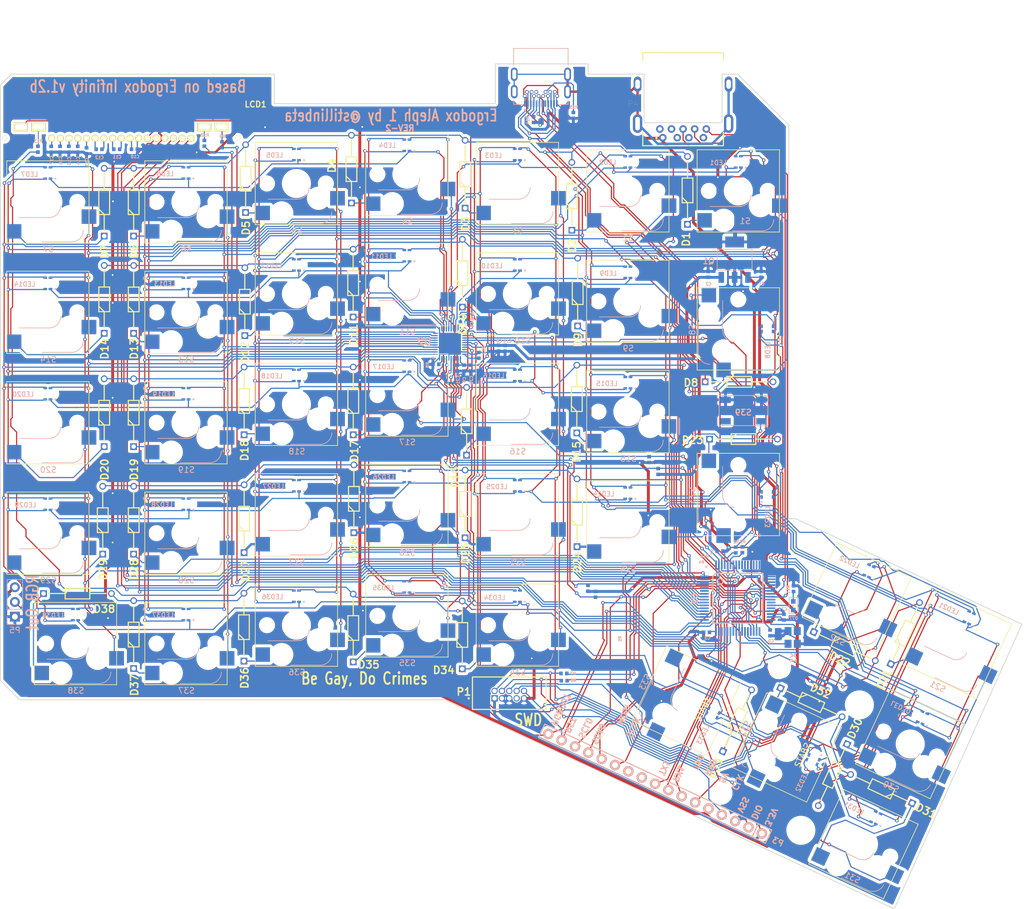
<source format=kicad_pcb>
(kicad_pcb (version 20210228) (generator pcbnew)
  (title_block (title "ICED-L") (date "2016-07-17") (rev "1.2b") (company "Input Club"))
  (layers (0 "F.Cu" signal "Front") (31 "B.Cu" signal "Back") (34 "B.Paste" user) (35 "F.Paste" user) (36 "B.SilkS" user "B.Silkscreen") (37 "F.SilkS" user "F.Silkscreen") (38 "B.Mask" user) (39 "F.Mask" user) (44 "Edge.Cuts" user))
  (property "revision" "REV-2")
  (net 0 "")
  (net 1 "+5V")
  (net 2 "/mcu/A0")
  (net 3 "/mcu/LCD_KB")
  (net 4 "/mcu/LCD_KG")
  (net 5 "/mcu/LCD_KR")
  (net 6 "/mcu/MOSI")
  (net 7 "/mcu/RST")
  (net 8 "/mcu/RX0")
  (net 9 "/mcu/RX1")
  (net 10 "/mcu/SCL0")
  (net 11 "/mcu/SCLK")
  (net 12 "/mcu/SS1")
  (net 13 "/mcu/SWD_CLK")
  (net 14 "/mcu/SWD_DIO")
  (net 15 "/mcu/TX0")
  (net 16 "/mcu/TX1")
  (net 17 "VDD")
  (net 18 "VSS")
  (net 19 "/mcu/MCU_RESET")
  (net 20 "Net-(C10-Pad1)")
  (net 21 "Net-(C11-Pad1)")
  (net 22 "Net-(C11-Pad2)")
  (net 23 "Net-(C12-Pad1)")
  (net 24 "Net-(C12-Pad2)")
  (net 25 "Net-(C13-Pad2)")
  (net 26 "Net-(C14-Pad2)")
  (net 27 "Net-(C15-Pad2)")
  (net 28 "Net-(C16-Pad2)")
  (net 29 "Net-(C17-Pad2)")
  (net 30 "Net-(D1-Pad1)")
  (net 31 "Net-(D2-Pad1)")
  (net 32 "Net-(D3-Pad1)")
  (net 33 "Net-(D4-Pad1)")
  (net 34 "Net-(D5-Pad1)")
  (net 35 "Net-(D6-Pad1)")
  (net 36 "Net-(D7-Pad1)")
  (net 37 "Net-(D8-Pad1)")
  (net 38 "Net-(D9-Pad1)")
  (net 39 "Net-(D10-Pad1)")
  (net 40 "Net-(D11-Pad1)")
  (net 41 "Net-(D12-Pad1)")
  (net 42 "Net-(D13-Pad1)")
  (net 43 "Net-(D14-Pad1)")
  (net 44 "Net-(D15-Pad1)")
  (net 45 "Net-(D16-Pad1)")
  (net 46 "Net-(D17-Pad1)")
  (net 47 "Net-(D18-Pad1)")
  (net 48 "Net-(D19-Pad1)")
  (net 49 "Net-(D20-Pad1)")
  (net 50 "Net-(D21-Pad1)")
  (net 51 "Net-(D22-Pad1)")
  (net 52 "Net-(D23-Pad1)")
  (net 53 "Net-(D24-Pad1)")
  (net 54 "Net-(D25-Pad1)")
  (net 55 "Net-(D26-Pad1)")
  (net 56 "Net-(D27-Pad1)")
  (net 57 "Net-(D28-Pad1)")
  (net 58 "Net-(D29-Pad1)")
  (net 59 "Net-(D30-Pad1)")
  (net 60 "Net-(D31-Pad1)")
  (net 61 "Net-(D32-Pad1)")
  (net 62 "Net-(D33-Pad1)")
  (net 63 "Net-(D34-Pad1)")
  (net 64 "Net-(D35-Pad1)")
  (net 65 "Net-(D36-Pad1)")
  (net 66 "Net-(D37-Pad1)")
  (net 67 "Net-(D38-Pad1)")
  (net 68 "/mcu/PTA5")
  (net 69 "Net-(D77-Pad2)")
  (net 70 "Net-(LCD1-Pad2)")
  (net 71 "Net-(LCD1-Pad20)")
  (net 72 "Net-(LCD1-Pad21)")
  (net 73 "Net-(R6-Pad1)")
  (net 74 "Net-(R7-Pad1)")
  (net 75 "Net-(U1-Pad32)")
  (net 76 "Net-(U1-Pad33)")
  (net 77 "/Row1")
  (net 78 "/Row2")
  (net 79 "/Row3")
  (net 80 "/Row4")
  (net 81 "/Row5")
  (net 82 "/GND")
  (net 83 "Net-(R1-Pad2)")
  (net 84 "Net-(R2-Pad2)")
  (net 85 "/Col3")
  (net 86 "/Col4")
  (net 87 "/Col5")
  (net 88 "/Col6")
  (net 89 "/Col7")
  (net 90 "/Col8")
  (net 91 "/Col9")
  (net 92 "/Col1")
  (net 93 "/Col2")
  (net 94 "/mcu/ledmatrix_2/Red3")
  (net 95 "/mcu/ledmatrix_2/Green3")
  (net 96 "/mcu/ledmatrix_2/Blue3")
  (net 97 "/mcu/ledmatrix_2/Row1B")
  (net 98 "/mcu/ledmatrix_2/Red2")
  (net 99 "/mcu/ledmatrix_2/Green2")
  (net 100 "/mcu/ledmatrix_2/Blue2")
  (net 101 "/mcu/ledmatrix_2/Red1")
  (net 102 "/mcu/ledmatrix_2/Green1")
  (net 103 "/mcu/ledmatrix_2/Blue1")
  (net 104 "/mcu/ledmatrix_2/Red4")
  (net 105 "/mcu/ledmatrix_2/Green4")
  (net 106 "/mcu/ledmatrix_2/Blue4")
  (net 107 "/mcu/ledmatrix_2/Row1A")
  (net 108 "/mcu/ledmatrix_2/Row2B")
  (net 109 "/mcu/ledmatrix_2/Row2A")
  (net 110 "/mcu/ledmatrix_2/Row3B")
  (net 111 "/mcu/ledmatrix_2/Row3A")
  (net 112 "/mcu/ledmatrix_2/Row4C")
  (net 113 "/mcu/ledmatrix_2/Row4B")
  (net 114 "/mcu/ledmatrix_2/Row4A")
  (net 115 "/mcu/ledmatrix_2/Row5B")
  (net 116 "/mcu/ledmatrix_2/Row5A")
  (net 117 "/mcu/SDB")
  (net 118 "/mcu/ledmatrix_2/IICRST")
  (net 119 "/mcu/ledmatrix_2/RSET")
  (net 120 "Net-(P2-PadA5)")
  (net 121 "/mcu/D+")
  (net 122 "/mcu/D-")
  (net 123 "Net-(P2-PadB5)")
  (net 124 "/mcu/RGBOUT")
  (net 127 "/mcu/SDA0")
  (net 128 "/mcu/INTB")
  (footprint "prettylib:SW_Hotswap_Kailh" (layer "F.Cu") (at 34.141498 135.494999 180)
    (fp_text reference "S38")
    (fp_text value "SW")
  )
  (footprint "prettylib:SW_Hotswap_Kailh" (layer "F.Cu") (at 91.291498 130.722 180)
    (fp_text reference "S35")
    (fp_text value "SW")
  )
  (footprint "prettylib:SW_Hotswap_Kailh" (layer "F.Cu") (at 110.341498 132.320001 180)
    (fp_text reference "S34")
    (fp_text value "SW")
  )
  (footprint "prettylib:SW_Hotswap_Kailh" (layer "F.Cu") (at 110.341498 113.270003 180)
    (fp_text reference "S25")
    (fp_text value "SW")
  )
  (footprint "prettylib:SW_Hotswap_Kailh" (layer "F.Cu") (at 72.241497 94.22 180)
    (fp_text reference "S18")
    (fp_text value "SW")
  )
  (footprint "prettylib:SW_Hotswap_Kailh" (layer "F.Cu") (at 129.402498 95.479099 180)
    (fp_text reference "S15")
    (fp_text value "SW")
  )
  (footprint "prettylib:SW_Hotswap_Kailh" (layer "F.Cu") (at 53.191497 78.3447 180)
    (fp_text reference "S13")
    (fp_text value "SW")
  )
  (footprint "prettylib:SW_Hotswap_Kailh" (layer "F.Cu") (at 72.241498 75.1697 180)
    (fp_text reference "S12")
    (fp_text value "SW")
  )
  (footprint "prettylib:SW_Hotswap_Kailh" (layer "F.Cu") (at 91.291498 73.572001 180)
    (fp_text reference "S11")
    (fp_text value "SW")
  )
  (footprint "prettylib:SW_Hotswap_Kailh" (layer "F.Cu") (at 110.341497 75.1697 180)
    (fp_text reference "S10")
    (fp_text value "SW")
  )
  (footprint "prettylib:SW_Hotswap_Kailh" (layer "F.Cu") (at 129.391497 76.439699 180)
    (fp_text reference "S9")
    (fp_text value "SW")
  )
  (footprint "prettylib:SW_Hotswap_Kailh" (layer "F.Cu") (at 170.031499 170.092004 155)
    (fp_text reference "S31")
    (fp_text value "SW")
  )
  (footprint "prettylib:SW_Hotswap_Kailh" (layer "F.Cu") (at 72.241499 132.32 180)
    (fp_text reference "S36")
    (fp_text value "SW")
  )
  (footprint "prettylib:SW_Hotswap_Kailh" (layer "F.Cu") (at 110.3415 56.1197 180)
    (fp_text reference "S3")
    (fp_text value "SW")
  )
  (footprint "prettylib:SW_Hotswap_Kailh" (layer "F.Cu") (at 91.291498 54.522003 180)
    (fp_text reference "S4")
    (fp_text value "SW")
  )
  (footprint "prettylib:SW_Hotswap_Kailh" (layer "F.Cu") (at 53.191499 59.297201 180)
    (fp_text reference "S6")
    (fp_text value "SW")
  )
  (footprint "prettylib:SW_Hotswap_Kailh" (layer "F.Cu") (at 129.391499 57.392202 180)
    (fp_text reference "S2")
    (fp_text value "SW")
  )
  (footprint "prettylib:SW_Hotswap_Kailh" (layer "F.Cu") (at 148.441499 57.392202 180)
    (fp_text reference "S1")
    (fp_text value "SW")
  )
  (footprint "prettylib:SW_Hotswap_Kailh" (layer "F.Cu") (at 72.241498 113.270003 180)
    (fp_text reference "S27")
    (fp_text value "SW")
  )
  (footprint "prettylib:SW_Hotswap_Kailh" (layer "F.Cu") (at 129.3915 114.54 180)
    (fp_text reference "S24")
    (fp_text value "SW")
  )
  (footprint "prettylib:SW_Hotswap_Kailh" (layer "F.Cu") (at 53.191497 97.394999 180)
    (fp_text reference "S19")
    (fp_text value "SW")
  )
  (footprint "prettylib:SW_Hotswap_Kailh" (layer "F.Cu") (at 53.191498 116.445001 180)
    (fp_text reference "S28")
    (fp_text value "SW")
  )
  (footprint "prettylib:SW_Hotswap_Kailh" (layer "F.Cu") (at 53.191499 135.495001 180)
    (fp_text reference "S37")
    (fp_text value "SW")
  )
  (footprint "prettylib:SW_Hotswap_Kailh" (layer "F.Cu") (at 29.379499 116.445002 180)
    (fp_text reference "S29")
    (fp_text value "SW")
  )
  (footprint "prettylib:SW_Hotswap_Kailh" (layer "F.Cu") (at 29.379496 59.297198 180)
    (fp_text reference "S7")
    (fp_text value "SW")
  )
  (footprint "prettylib:SW_Hotswap_Kailh" (layer "F.Cu") (at 29.379497 97.394999 180)
    (fp_text reference "S20")
    (fp_text value "SW")
  )
  (footprint "prettylib:1N4148" (layer "F.Cu") (at 120.628499 118.784 90)
    (fp_text reference "D24")
    (fp_text value "DIODE" hide)
  )
  (footprint "prettylib:1N4148" (layer "F.Cu") (at 101.324498 117.260002 90)
    (fp_text reference "D25")
    (fp_text value "DIODE" hide)
  )
  (footprint "prettylib:1N4148" (layer "F.Cu") (at 63.224499 119.800001 90)
    (fp_text reference "D27")
    (fp_text value "DIODE" hide)
  )
  (footprint "prettylib:1N4148" (layer "F.Cu") (at 38.840499 120.054 90)
    (fp_text reference "D29")
    (fp_text value "DIODE" hide)
  )
  (footprint "prettylib:1N4148" (layer "F.Cu") (at 100.839226 139.859168 90)
    (fp_text reference "D34")
    (fp_text value "DIODE" hide)
  )
  (footprint "prettylib:1N4148" (layer "F.Cu") (at 63.187951 138.513964 90)
    (fp_text reference "D36")
    (fp_text value "DIODE" hide)
  )
  (footprint "prettylib:1N4148" (layer "F.Cu") (at 28.639225 126.859169)
    (fp_text reference "D38")
    (fp_text value "DIODE" hide)
  )
  (footprint "prettylib:1N4148" (layer "F.Cu") (at 81.734499 59.490999 90)
    (fp_text reference "D4")
    (fp_text value "DIODE" hide)
  )
  (footprint "prettylib:1N4148" (layer "F.Cu") (at 101.334498 60.364001 90)
    (fp_text reference "D3")
    (fp_text value "DIODE" hide)
  )
  (footprint "prettylib:1N4148" (layer "F.Cu") (at 142.726499 90.336002)
    (fp_text reference "D8")
    (fp_text value "DIODE" hide)
  )
  (footprint "prettylib:1N4148" (layer "F.Cu") (at 101.589224 102.995561 90)
    (fp_text reference "D16")
    (fp_text value "DIODE" hide)
  )
  (footprint "prettylib:1N4148" (layer "F.Cu") (at 82.039225 99.484169 90)
    (fp_text reference "D17")
    (fp_text value "DIODE" hide)
  )
  (footprint "prettylib:1N4148" (layer "F.Cu") (at 63.224497 99.48 90)
    (fp_text reference "D18")
    (fp_text value "DIODE" hide)
  )
  (footprint "prettylib:1N4148" (layer "F.Cu") (at 44.174498 101.511998 90)
    (fp_text reference "D19")
    (fp_text value "DIODE" hide)
  )
  (footprint "prettylib:SW_Hotswap_Kailh" (layer "F.Cu") (at 29.379497 78.3447 180)
    (fp_text reference "S14")
    (fp_text value "SW")
  )
  (footprint "prettylib:1N4148" (layer "F.Cu") (at 82.020499 79.16 90)
    (fp_text reference "D11")
    (fp_text value "DIODE" hide)
  )
  (footprint "prettylib:1N4148" (layer "F.Cu") (at 63.478498 61.126 90)
    (fp_text reference "D5")
    (fp_text value "DIODE" hide)
  )
  (footprint "prettylib:1N4148" (layer "F.Cu") (at 39.094499 65.190003 90)
    (fp_text reference "D7")
    (fp_text value "DIODE" hide)
  )
  (footprint "prettylib:NHD-C12832A1Z" (layer "F.Cu") (at 42.0315 48.306001)
    (fp_text reference "LCD1")
    (fp_text value "NHD-C12832A1Z" hide)
  )
  (footprint "prettylib:SW_Hotswap_Kailh" (layer "F.Cu") (at 72.241498 56.119701 180)
    (fp_text reference "S5")
    (fp_text value "SW")
  )
  (footprint "prettylib:1N4148" (layer "F.Cu") (at 44.174499 65.189999 90)
    (fp_text reference "D6")
    (fp_text value "DIODE" hide)
  )
  (footprint "prettylib:1N4148" (layer "F.Cu") (at 39.094498 101.512 90)
    (fp_text reference "D20")
    (fp_text value "DIODE" hide)
  )
  (footprint "prettylib:1N4148" (layer "F.Cu") (at 120.589225 99.15917 90)
    (fp_text reference "D15")
    (fp_text value "DIODE" hide)
  )
  (footprint "prettylib:1N4148" (layer "F.Cu") (at 82.039224 138.659168 90)
    (fp_text reference "D35")
    (fp_text value "DIODE" hide)
  )
  (footprint "prettylib:1N4148" (layer "F.Cu") (at 143.488497 100.216599)
    (fp_text reference "D23")
    (fp_text value "DIODE" hide)
  )
  (footprint "prettylib:1N4148" (layer "F.Cu") (at 161.456109 133.504541 -25)
    (fp_text reference "D22")
    (fp_text value "DIODE" hide)
  )
  (footprint "prettylib:SW_Hotswap_Kailh" (layer "F.Cu") (at 168.868499 127.511 155)
    (fp_text reference "S22")
    (fp_text value "SW")
  )
  (footprint "prettylib:1N4148" (layer "F.Cu") (at 174.745689 139.030096 65)
    (fp_text reference "D21")
    (fp_text value "DIODE" hide)
  )
  (footprint "prettylib:SW_Hotswap_Kailh" (layer "F.Cu") (at 156.792497 153.409 65)
    (fp_text reference "S32")
    (fp_text value "SW")
  )
  (footprint "prettylib:1N4148" (layer "F.Cu") (at 155.728689 143.180311 -25)
    (fp_text reference "D32")
    (fp_text value "DIODE" hide)
  )
  (footprint "prettylib:SW_Hotswap_Kailh" (layer "F.Cu") (at 139.528498 145.357 65)
    (fp_text reference "S33")
    (fp_text value "SW")
  )
  (footprint "prettylib:1N4148" (layer "F.Cu") (at 145.774498 154.090003 65)
    (fp_text reference "D33")
    (fp_text value "DIODE" hide)
  )
  (footprint "prettylib:SW_Hotswap_Kailh" (layer "F.Cu") (at 148.441498 81.2022 90)
    (fp_text reference "S8")
    (fp_text value "SW")
  )
  (footprint "prettylib:1N4148" (layer "F.Cu") (at 63.339226 82.359168 90)
    (fp_text reference "D12")
    (fp_text value "DIODE" hide)
  )
  (footprint "prettylib:1N4148" (layer "F.Cu") (at 44.174498 120.053999 90)
    (fp_text reference "D28")
    (fp_text value "DIODE" hide)
  )
  (footprint "prettylib:SW_Hotswap_Kailh" (layer "F.Cu") (at 148.4415 109.777001 90)
    (fp_text reference "S23")
    (fp_text value "SW")
  )
  (footprint "prettylib:SW_Hotswap_Kailh" (layer "F.Cu") (at 186.132497 135.561 155)
    (fp_text reference "S21")
    (fp_text value "SW")
  )
  (footprint "prettylib:SW_Hotswap_Kailh" (layer "F.Cu") (at 178.083499 152.825 155)
    (fp_text reference "S30")
    (fp_text value "SW")
  )
  (footprint "prettylib:1N4148" (layer "F.Cu") (at 44.174496 81.97 90)
    (fp_text reference "D13")
    (fp_text value "DIODE" hide)
  )
  (footprint "prettylib:1N4148" (layer "F.Cu") (at 120.739225 80.709168 90)
    (fp_text reference "D9")
    (fp_text value "DIODE" hide)
  )
  (footprint "prettylib:1N4148" (layer "F.Cu") (at 119.734498 64.173999 90)
    (fp_text reference "D2")
    (fp_text value "DIODE" hide)
  )
  (footprint "prettylib:1N4148" (layer "F.Cu") (at 44.174498 139.791 90)
    (fp_text reference "D37")
    (fp_text value "DIODE" hide)
  )
  (footprint "prettylib:1N4148" (layer "F.Cu") (at 39.094498 81.953999 90)
    (fp_text reference "D14")
    (fp_text value "DIODE" hide)
  )
  (footprint "prettylib:SW_Hotswap_Kailh" (layer "F.Cu") (at 91.291497 111.672003 180)
    (fp_text reference "S26")
    (fp_text value "SW")
  )
  (footprint "prettylib:1N4148" (layer "F.Cu") (at 82.147498 116.371 90)
    (fp_text reference "D26")
    (fp_text value "DIODE" hide)
  )
  (footprint "prettylib:SHF-105-01-L-D-TH" (layer "F.Cu") (at 108.944498 144.311)
    (fp_text reference "P1")
    (fp_text value "Conn_ARM_JTAG_SWD_10")
  )
  (footprint "prettylib:692121130100" (layer "F.Cu") (at 138.916499 41.568 180)
    (fp_text reference "P4")
    (fp_text value "692121130100")
  )
  (footprint "prettylib:1N4148" (layer "F.Cu") (at 139.678497 63.153034 90)
    (fp_text reference "D1")
    (fp_text value "DIODE" hide)
  )
  (footprint "prettylib:1N4148" (layer "F.Cu") (at 100.854851 77.443132 90)
    (fp_text reference "D10")
    (fp_text value "DIODE" hide)
  )
  (footprint "prettylib:SW_Hotswap_Kailh" (layer "F.Cu") (at 91.291498 92.621999 180)
    (fp_text reference "S17")
    (fp_text value "SW")
  )
  (footprint "prettylib:Stabilizer_Cherry_MX_2u" (layer "F.Cu") (at 156.792497 153.409 65)
    (fp_text reference "STAB2")
    (fp_text value "Stabilizer_Cherry_MX_2u")
  )
  (footprint "prettylib:1N4148" (layer "F.Cu") (at 178.406306 163.028382 155)
    (fp_text reference "D31")
    (fp_text value "DIODE" hide)
  )
  (footprint "prettylib:1N4148" (layer "F.Cu") (at 167.183261 152.862449 -115)
    (fp_text reference "D30")
    (fp_text value "DIODE" hide)
  )
  (footprint "prettylib:SW_Hotswap_Kailh" (layer "F.Cu") (at 110.341499 94.219999 180)
    (fp_text reference "S16")
    (fp_text value "SW")
  )
  (footprint "prettylib:Stabilizer_Cherry_MX_2u" (layer "F.Cu") (at 139.528498 145.357 -115)
    (fp_text reference "STAB1")
    (fp_text value "Stabilizer_Cherry_MX_2u")
  )
  (footprint "prettylib:TACT_5.2x5.2" (layer "B.Cu") (at 149.330499 95.289)
    (fp_text reference "S39")
    (fp_text value "TAC_SWITCH" hide)
  )
  (footprint "prettylib:SMD-1005" (layer "B.Cu") (at 152.378497 71.794)
    (fp_text reference "C1")
    (fp_text value "1uF" hide)
  )
  (footprint "prettylib:SMD-1005" (layer "B.Cu") (at 142.962486 133.553033 90)
    (fp_text reference "C3")
    (fp_text value "0.1uF" hide)
  )
  (footprint "prettylib:SMD-1005" (layer "B.Cu") (at 156.309212 130.931658 180)
    (fp_text reference "C7")
    (fp_text value "0.1uF" hide)
  )
  (footprint "prettylib:NX3225SA" (layer "B.Cu") (at 157.814226 134.434171 -90)
    (fp_text reference "X1")
    (fp_text value "NX3225SA-16.000MHZ-STD-CSR-" hide)
  )
  (footprint "prettylib:SMD-1005" (layer "B.Cu") (at 143.234496 71.793998)
    (fp_text reference "C2")
    (fp_text value "1uF" hide)
  )
  (footprint "prettylib:SMD-1005" (layer "B.Cu") (at 38.205498 50.204001 90)
    (fp_text reference "C12")
    (fp_text value "1uF" hide)
  )
  (footprint "prettylib:SMD-1005" (layer "B.Cu") (at 36.046499 50.458004)
    (fp_text reference "C13")
    (fp_text value "1uF" hide)
  )
  (footprint "prettylib:SMD-1005" (layer "B.Cu") (at 34.522497 50.203999)
    (fp_text reference "C14")
    (fp_text value "1uF" hide)
  )
  (footprint "prettylib:SMD-1005" (layer "B.Cu") (at 31.474498 50.195999)
    (fp_text reference "C16")
    (fp_text value "1uF" hide)
  )
  (footprint "prettylib:SMD-1005" (layer "B.Cu") (at 29.950498 50.204)
    (fp_text reference "C17")
    (fp_text value "1uF" hide)
  )
  (footprint "prettylib:SMD-1005" (layer "B.Cu") (at 41.2535 50.204 90)
    (fp_text reference "C11")
    (fp_text value "1uF" hide)
  )
  (footprint "prettylib:SMD-1005" (layer "B.Cu") (at 44.301498 50.203999 -90)
    (fp_text reference "C10")
    (fp_text value "1uF" hide)
  )
  (footprint "prettylib:SMD-1005" (layer "B.Cu") (at 147.989224 119.359169 180)
    (fp_text reference "R1")
    (fp_text value "33" hide)
  )
  (footprint "prettylib:SMD-1005" (layer "B.Cu") (at 59.414495 49.434 180)
    (fp_text reference "R9")
    (fp_text value "66.5" hide)
  )
  (footprint "prettylib:SMD-1005" (layer "B.Cu") (at 56.366499 49.18 180)
    (fp_text reference "R10")
    (fp_text value "66.5" hide)
  )
  (footprint "prettylib:SMD-1005" (layer "B.Cu") (at 145.289225 119.559169 -90)
    (fp_text reference "C4")
    (fp_text value "0.1uF" hide)
  )
  (footprint "prettylib:LED-0603" (layer "B.Cu") (at 157.9157 128.969401 90)
    (fp_text reference "D77")
    (fp_text value "LED" hide)
  )
  (footprint "prettylib:HEADER_1x17" (layer "B.Cu") (at 134.090499 159.678001 65)
    (fp_text reference "P3")
    (fp_text value "CONN_17" hide)
  )
  (footprint "prettylib:SOT-223" (layer "B.Cu") (at 147.806499 69.254001 180)
    (fp_text reference "Q1")
    (fp_text value "TC1264" hide)
  )
  (footprint "prettylib:SMD-1005" (layer "B.Cu") (at 27.664498 50.196001 180)
    (fp_text reference "R13")
    (fp_text value "33" hide)
  )
  (footprint "prettylib:SMD-1005" (layer "B.Cu") (at 157.966497 126.022999)
    (fp_text reference "R11")
    (fp_text value "1k" hide)
  )
  (footprint "prettylib:SMD-1005" (layer "B.Cu") (at 118.362486 140.653033 90)
    (fp_text reference "R7")
    (fp_text value "100" hide)
  )
  (footprint "prettylib:SMD-1005" (layer "B.Cu") (at 118.412487 141.903034 90)
    (fp_text reference "R6")
    (fp_text value "100" hide)
  )
  (footprint "prettylib:0606" (layer "B.Cu") (at 91.291497 49.522002)
    (fp_text reference "LED4")
    (fp_text value "RGB_0606")
  )
  (footprint "prettylib:0606" (layer "B.Cu") (at 72.241499 70.1697)
    (fp_text reference "LED12")
    (fp_text value "RGB_0606")
  )
  (footprint "prettylib:0606" (layer "B.Cu") (at 29.379499 54.297202)
    (fp_text reference "LED7")
    (fp_text value "RGB_0606")
  )
  (footprint "prettylib:0606" (layer "B.Cu") (at 72.241498 51.119702)
    (fp_text reference "LED5")
    (fp_text value "RGB_0606")
  )
  (footprint "prettylib:0606" (layer "B.Cu") (at 72.241498 89.220001)
    (fp_text reference "LED18")
    (fp_text value "RGB_0606")
  )
  (footprint "prettylib:0606" (layer "B.Cu") (at 72.241497 108.27)
    (fp_text reference "LED27")
    (fp_text value "RGB_0606")
  )
  (footprint "prettylib:0606" (layer "B.Cu") (at 53.191499 111.445)
    (fp_text reference "LED28")
    (fp_text value "RGB_0606")
  )
  (footprint "prettylib:0606" (layer "B.Cu") (at 91.291499 125.722001)
    (fp_text reference "LED35")
    (fp_text value "RGB_0606")
  )
  (footprint "prettylib:0606" (layer "B.Cu") (at 29.379499 111.444999)
    (fp_text reference "LED29")
    (fp_text value "RGB_0606")
  )
  (footprint "prettylib:0606" (layer "B.Cu") (at 170.981589 122.979462 -25)
    (fp_text reference "LED22")
    (fp_text value "RGB_0606")
  )
  (footprint "prettylib:0606" (layer "B.Cu") (at 110.341498 70.169701)
    (fp_text reference "LED10")
    (fp_text value "RGB_0606")
  )
  (footprint "prettylib:0606" (layer "B.Cu") (at 53.1915 54.297202)
    (fp_text reference "LED6")
    (fp_text value "RGB_0606")
  )
  (footprint "prettylib:0606" (layer "B.Cu") (at 53.191498 130.494998)
    (fp_text reference "LED37")
    (fp_text value "RGB_0606")
  )
  (footprint "prettylib:0606" (layer "B.Cu") (at 153.441499 109.777002 -90)
    (fp_text reference "LED23")
    (fp_text value "RGB_0606")
  )
  (footprint "prettylib:0606" (layer "B.Cu") (at 172.144587 165.560465 -25)
    (fp_text reference "LED31")
    (fp_text value "RGB_0606")
  )
  (footprint "prettylib:0606" (layer "B.Cu") (at 72.241499 127.320001)
    (fp_text reference "LED36")
    (fp_text value "RGB_0606")
  )
  (footprint "prettylib:0606" (layer "B.Cu") (at 29.379501 92.395002)
    (fp_text reference "LED20")
    (fp_text value "RGB_0606")
  )
  (footprint "prettylib:0606" (layer "B.Cu") (at 29.379496 73.344699)
    (fp_text reference "LED14")
    (fp_text value "RGB_0606")
  )
  (footprint "prettylib:0606" (layer "B.Cu") (at 91.291498 68.572)
    (fp_text reference "LED11")
    (fp_text value "RGB_0606")
  )
  (footprint "prettylib:0606" (layer "B.Cu") (at 129.402499 90.4791)
    (fp_text reference "LED15")
    (fp_text value "RGB_0606")
  )
  (footprint "prettylib:0606" (layer "B.Cu") (at 161.324038 155.52209 65)
    (fp_text reference "LED32")
    (fp_text value "RGB_0606")
  )
  (footprint "prettylib:0606" (layer "B.Cu") (at 91.291498 106.672)
    (fp_text reference "LED26")
    (fp_text value "RGB_0606")
  )
  (footprint "prettylib:0606" (layer "B.Cu") (at 144.060036 147.470089 65)
    (fp_text reference "LED33")
    (fp_text value "RGB_0606")
  )
  (footprint "prettylib:0606" (layer "B.Cu") (at 110.341498 127.32)
    (fp_text reference "LED34")
    (fp_text value "RGB_0606")
  )
  (footprint "prettylib:0606" (layer "B.Cu") (at 153.441498 81.2022 90)
    (fp_text reference "LED8")
    (fp_text value "RGB_0606")
  )
  (footprint "prettylib:0606" (layer "B.Cu") (at 188.24559 131.029462 -25)
    (fp_text reference "LED21")
    (fp_text value "RGB_0606")
  )
  (footprint "prettylib:0606" (layer "B.Cu") (at 129.391499 109.540005)
    (fp_text reference "LED24")
    (fp_text value "RGB_0606")
  )
  (footprint "prettylib:0606" (layer "B.Cu") (at 129.391498 52.392202)
    (fp_text reference "LED2")
    (fp_text value "RGB_0606")
  )
  (footprint "prettylib:0606" (layer "B.Cu") (at 129.391501 71.4397)
    (fp_text reference "LED9")
    (fp_text value "RGB_0606")
  )
  (footprint "prettylib:0606" (layer "B.Cu") (at 53.191497 73.3447)
    (fp_text reference "LED13")
    (fp_text value "RGB_0606")
  )
  (footprint "prettylib:0606" (layer "B.Cu") (at 110.341498 89.219999)
    (fp_text reference "LED16")
    (fp_text value "RGB_0606")
  )
  (footprint "prettylib:0606" (layer "B.Cu") (at 91.291499 87.622002)
    (fp_text reference "LED17")
    (fp_text value "RGB_0606")
  )
  (footprint "prettylib:0606" (layer "B.Cu") (at 53.1915 92.395)
    (fp_text reference "LED19")
    (fp_text value "RGB_0606")
  )
  (footprint "prettylib:0606" (layer "B.Cu") (at 34.141499 130.495)
    (fp_text reference "LED38")
    (fp_text value "RGB_0606")
  )
  (footprint "prettylib:0606" (layer "B.Cu") (at 148.441499 52.392204)
    (fp_text reference "LED1")
    (fp_text value "RGB_0606")
  )
  (footprint "prettylib:SMD-1005" (layer "B.Cu") (at 32.998496 50.195999)
    (fp_text reference "C15")
    (fp_text value "1uF" hide)
  )
  (footprint "prettylib:LQFP64" (layer "B.Cu") (at 148.339226 127.659169 -90)
    (fp_text reference "U1")
    (fp_text value "MK20DX256VLH7" hide)
  )
  (footprint "prettylib:0606" (layer "B.Cu") (at 110.341498 108.27)
    (fp_text reference "LED25")
    (fp_text value "RGB_0606")
  )
  (footprint "prettylib:SMD-1005" (layer "B.Cu") (at 99.989225 87.95917)
    (fp_text reference "C21")
    (fp_text value "0.47uF" hide)
  )
  (footprint "prettylib:SMD-1005" (layer "B.Cu") (at 101.016516 80.059169 90)
    (fp_text reference "C6")
    (fp_text value "0.47uF" hide)
  )
  (footprint "prettylib:SMD-1005" (layer "B.Cu") (at 101.139225 87.95917)
    (fp_text reference "C9")
    (fp_text value "0.47uF" hide)
  )
  (footprint "prettylib:SMD-1005" (layer "B.Cu") (at 108.212716 84.54716)
    (fp_text reference "C19")
    (fp_text value "0.1uF" hide)
  )
  (footprint "prettylib:SMD-1005" (layer "B.Cu") (at 102.289225 87.959169)
    (fp_text reference "C20")
    (fp_text value "0.1uF" hide)
  )
  (footprint "prettylib:SMD-1005" (layer "B.Cu") (at 123.812485 127.003032)
    (fp_text reference "R3")
    (fp_text value "4.7" hide)
  )
  (footprint "prettylib:SMD-1005" (layer "B.Cu") (at 133.062487 103.753033)
    (fp_text reference "R4")
    (fp_text value "100k" hide)
  )
  (footprint "prettylib:SMD-1005" (layer "B.Cu") (at 122.512486 125.953033 180)
    (fp_text reference "R5")
    (fp_text value "4.7" hide)
  )
  (footprint "prettylib:SMD-1005" (layer "B.Cu") (at 96.289226 87.309168 -90)
    (fp_text reference "R8")
    (fp_text value "100k" hide)
  )
  (footprint "prettylib:QFN40P500X500X80-41N-D" (layer "B.Cu") (at 98.713116 83.76776)
    (fp_text reference "U2")
    (fp_text value "IS31FL3737-QFLS4-TR" hide)
  )
  (footprint "prettylib:SMD-1005" (layer "B.Cu") (at 119.993498 44.361999 180)
    (fp_text reference "R15")
    (fp_text value "5.1k" hide)
  )
  (footprint "prettylib:JAE_DX07S024XJ1R1100" (layer "B.Cu") (at 110.801498 41.670006)
    (fp_text reference "P2")
    (fp_text value "DX07S024XJ1R1100")
  )
  (footprint "prettylib:0606" (layer "B.Cu") (at 110.3415 51.119699)
    (fp_text reference "LED3")
    (fp_text value "RGB_0606")
  )
  (footprint "prettylib:SMD-1005" (layer "B.Cu") (at 113.139224 45.08002 180)
    (fp_text reference "R14")
    (fp_text value "5.1k" hide)
  )
  (footprint "prettylib:SMD-1005" (layer "B.Cu") (at 103.689224 85.759169)
    (fp_text reference "R12")
    (fp_text value "20k" hide)
  )
  (footprint "prettylib:0606" (layer "B.Cu") (at 180.196591 148.293464 -25)
    (fp_text reference "LED30")
    (fp_text value "RGB_0606")
  )
  (footprint "prettylib:SMD-1005" (layer "B.Cu") (at 107.095117 84.52976)
    (fp_text reference "C8")
    (fp_text value "0.47uF" hide)
  )
  (footprint "prettylib:SMD-1005" (layer "B.Cu") (at 153.912486 133.653033 180)
    (fp_text reference "C5")
    (fp_text value "0.1uF" hide)
  )
  (footprint "prettylib:SMD-1005" (layer "B.Cu") (at 149.139226 119.309168 180)
    (fp_text reference "R2")
    (fp_text value "33" hide)
  )
  (footprint "Connector_PinHeader_2.54mm:PinHeader_1x03_P2.54mm_Vertical" (layer "B.Cu") (at 23.689225 130.859169)
    (fp_text reference "P5")
    (fp_text value "RGB Out")
  )
  (footprint "prettylib:SMD-1005" (layer "B.Cu") (at 134.612485 105.803033)
    (fp_text reference "R16")
    (fp_text value "4.7" hide)
  )
  (footprint "prettylib:SMD-1005" (layer "B.Cu") (at 101.039225 78.959168 90)
    (fp_text reference "C18")
    (fp_text value "0.1uF" hide)
  )
  (gr_line (start 106.531498 35.472) (end 106.531498 42.330004) (angle 90) (layer "Edge.Cuts") (width 0.127))
  (gr_line (start 93.7045 145.2) (end 24.489498 145.199999) (angle 90) (layer "Edge.Cuts") (width 0.127))
  (gr_line (start 122.533499 37.25) (end 132.185499 37.250001) (angle 90) (layer "Edge.Cuts") (width 0.127))
  (gr_line (start 93.7045 145.2) (end 97.8955 145.2) (angle 90) (layer "Edge.Cuts") (width 0.127))
  (gr_line (start 106.531498 35.472) (end 110.087499 35.472001) (angle 90) (layer "Edge.Cuts") (width 0.127))
  (gr_line (start 106.531498 42.330004) (end 68.431496 42.33) (angle 90) (layer "Edge.Cuts") (width 0.127))
  (gr_line (start 157.139224 46.009168) (end 157.139225 113.959169) (angle 90) (layer "Edge.Cuts") (width 0.127))
  (gr_line (start 68.431496 42.33) (end 68.431497 37.25) (angle 90) (layer "Edge.Cuts") (width 0.127))
  (gr_line (start 21.187499 39.155003) (end 23.092497 37.25) (angle 90) (layer "Edge.Cuts") (width 0.127))
  (gr_line (start 197.339225 132.159169) (end 175.339226 181.259171) (angle 90) (layer "Edge.Cuts") (width 0.127))
  (gr_line (start 145.6475 37.25) (end 145.647499 45.632002) (angle 90) (layer "Edge.Cuts") (width 0.127))
  (gr_line (start 196.447499 131.738) (end 158.347497 113.957999) (angle 90) (layer "Edge.Cuts") (width 0.127))
  (gr_line (start 148.314498 37.250003) (end 145.6475 37.25) (angle 90) (layer "Edge.Cuts") (width 0.127))
  (gr_line (start 21.187497 141.898001) (end 24.489498 145.199999) (angle 90) (layer "Edge.Cuts") (width 0.127))
  (gr_line (start 119.002899 35.472004) (end 110.087499 35.472001) (angle 90) (layer "Edge.Cuts") (width 0.127))
  (gr_line (start 68.431497 37.25) (end 23.092497 37.25) (angle 90) (layer "Edge.Cuts") (width 0.127))
  (gr_line (start 145.647499 45.632002) (end 132.1855 45.632) (angle 90) (layer "Edge.Cuts") (width 0.127))
  (gr_line (start 175.339226 181.259171) (end 97.8955 145.2) (angle 90) (layer "Edge.Cuts") (width 0.127))
  (gr_line (start 157.139224 46.009168) (end 148.314498 37.250003) (angle 90) (layer "Edge.Cuts") (width 0.127))
  (gr_line (start 21.187499 39.155003) (end 21.187497 141.898001) (angle 90) (layer "Edge.Cuts") (width 0.127))
  (gr_line (start 197.339225 132.159169) (end 196.447499 131.738) (angle 90) (layer "Edge.Cuts") (width 0.127))
  (gr_line (start 132.1855 45.632) (end 132.185499 37.250001) (angle 90) (layer "Edge.Cuts") (width 0.127))
  (gr_line (start 119.002899 35.472004) (end 122.533499 35.472002) (angle 90) (layer "Edge.Cuts") (width 0.127))
  (gr_line (start 122.533499 35.472002) (end 122.533499 37.25) (angle 90) (layer "Edge.Cuts") (width 0.127))
  (gr_line (start 157.139225 113.959169) (end 158.347497 113.957999) (angle 90) (layer "Edge.Cuts") (width 0.127))
  (gr_text "MOSI" (at 128.702948 147.752007 245) (layer "B.SilkS") (effects (font (size 1 1) (thickness 0.25)) (justify mirror)))
  (gr_text "SCLK" (at 130.35 149.9 245) (layer "B.SilkS") (effects (font (size 1 1) (thickness 0.25)) (justify mirror)))
  (gr_text "TX1" (at 135.677127 156.872859 245) (layer "B.SilkS") (effects (font (size 1 1) (thickness 0.25)) (justify mirror)))
  (gr_text "RX1" (at 138.127127 157.922859 245) (layer "B.SilkS") (effects (font (size 1 1) (thickness 0.25)) (justify mirror)))
  (gr_text "TX0" (at 141.527127 155.872859 245) (layer "B.SilkS") (effects (font (size 1 1) (thickness 0.25)) (justify mirror)))
  (gr_text "RX0" (at 143.627127 156.822859 245) (layer "B.SilkS") (effects (font (size 1 1) (thickness 0.25)) (justify mirror)))
  (gr_text "5V" (at 145.877127 158.622859 245) (layer "B.SilkS") (effects (font (size 1 1) (thickness 0.25)) (justify mirror)))
  (gr_text "VSS" (at 149.257411 163.268 245) (layer "B.SilkS") (effects (font (size 1 1) (thickness 0.25)) (justify mirror)))
  (gr_text "DIO" (at 151.627127 164.572859 245) (layer "B.SilkS") (effects (font (size 1 1) (thickness 0.25)) (justify mirror)))
  (gr_text "RGBOUT\n" (at 117.777127 146.872859 245) (layer "B.SilkS") (effects (font (size 1 1) (thickness 0.25)) (justify mirror)))
  (gr_text "CLK" (at 148.327127 159.422859 245) (layer "B.SilkS") (effects (font (size 1 1) (thickness 0.25)) (justify mirror)))
  (gr_text "SDA0" (at 124.365411 151.076003 245) (layer "B.SilkS") (effects (font (size 1 1) (thickness 0.25)) (justify mirror)))
  (gr_text "SCL0" (at 122.079411 150.06 245) (layer "B.SilkS") (effects (font (size 1 1) (thickness 0.25)) (justify mirror)))
  (gr_text "Based on Ergodox Infinity v1.2b\n" (at 44.898222 39.38384) (layer "B.SilkS") (effects (font (size 2.032 1.524) (thickness 0.3048)) (justify mirror)))
  (gr_text "${revision}" (at 90.077127 46.55) (layer "B.SilkS") (effects (font (size 1 1) (thickness 0.25)) (justify mirror)))
  (gr_text "Ergodox Aleph 1 by @stillinbeta" (at 88.527127 44.372859) (layer "B.SilkS") (effects (font (size 2 1.5) (thickness 0.3)) (justify mirror)))
  (gr_text "RST" (at 119.412411 149.552006 245) (layer "B.SilkS") (effects (font (size 1 1) (thickness 0.25)) (justify mirror)))
  (gr_text "RGB Out\n" (at 26.75 128.45 90) (layer "B.SilkS") (effects (font (size 2.032 1.524) (thickness 0.3048)) (justify mirror)))
  (gr_text "3.3V" (at 154.083413 165.427002 245) (layer "B.SilkS") (effects (font (size 1 1) (thickness 0.25)) (justify mirror)))
  (gr_text "SWD" (at 112.227127 148.672859) (layer "F.SilkS") (effects (font (size 2.032 1.524) (thickness 0.3048))))
  (gr_text "Be Gay, Do Crimes\n" (at 83.977127 141.522859) (layer "F.SilkS") (effects (font (size 2.032 1.524) (thickness 0.3048))))
  (segment (start 163.872479 143.347998) (end 164.073134 143.899291) (width 0.5) (layer "F.Cu") (net 1))
  (segment (start 152.112006 75.202553) (end 152.112006 90.275416) (width 0.5) (layer "F.Cu") (net 1))
  (segment (start 153.762485 98.930172) (end 152.619099 100.073557) (width 0.5) (layer "F.Cu") (net 1))
  (segment (start 151.112487 74.203032) (end 151.112486 73.253034) (width 0.5) (layer "F.Cu") (net 1))
  (segment (start 26.035675 144.476222) (end 22.112486 140.553033) (width 0.5) (layer "F.Cu") (net 1))
  (segment (start 22.112486 140.553033) (end 22.112486 127.253033) (width 0.5) (layer "F.Cu") (net 1))
  (segment (start 151.112486 73.253034) (end 140.703009 62.843555) (width 0.5) (layer "F.Cu") (net 1))
  (segment (start 153.262975 124.992195) (end 158.612486 130.341707) (width 0.5) (layer "F.Cu") (net 1))
  (segment (start 115.651498 43.60917) (end 120.351498 48.309169) (width 0.5) (layer "F.Cu") (net 1))
  (segment (start 140.703008 54.193555) (end 135.439225 48.929771) (width 0.5) (layer "F.Cu") (net 1))
  (segment (start 158.612486 139.732549) (end 160.791033 141.911095) (width 0.5) (layer "F.Cu") (net 1))
  (segment (start 135.439225 48.929771) (end 135.439225 48.359168) (width 0.5) (layer "F.Cu") (net 1))
  (segment (start 140.703009 62.843555) (end 140.703008 54.193555) (width 0.5) (layer "F.Cu") (net 1))
  (segment (start 120.351498 48.309169) (end 135.439225 48.30917) (width 0.5) (layer "F.Cu") (net 1))
  (segment (start 158.612486 130.341707) (end 158.612486 139.732549) (width 0.5) (layer "F.Cu") (net 1))
  (segment (start 152.112006 90.275416) (end 153.762485 91.925894) (width 0.5) (layer "F.Cu") (net 1))
  (segment (start 152.619099 100.073557) (end 152.6191 106.426156) (width 0.5) (layer "F.Cu") (net 1))
  (segment (start 154.646018 118.910224) (end 153.262975 120.293266) (width 0.5) (layer "F.Cu") (net 1))
  (segment (start 151.112487 74.203032) (end 152.112006 75.202553) (width 0.5) (layer "F.Cu") (net 1))
  (segment (start 97.198874 144.476221) (end 26.035675 144.476222) (width 0.5) (layer "F.Cu") (net 1))
  (segment (start 140.853797 164.832845) (end 97.198874 144.476221) (width 0.5) (layer "F.Cu") (net 1))
  (segment (start 157.764652 157.427872) (end 158.531377 159.534431) (width 0.5) (layer "F.Cu") (net 1))
  (segment (start 154.646018 108.453074) (end 154.646018 118.910224) (width 0.5) (layer "F.Cu") (net 1))
  (segment (start 153.429165 170.476159) (end 144.079058 166.116134) (width 0.5) (layer "F.Cu") (net 1))
  (segment (start 153.762485 91.925894) (end 153.762485 98.930172) (width 0.5) (layer "F.Cu") (net 1))
  (segment (start 153.262975 120.293266) (end 153.262975 124.992195) (width 0.5) (layer "F.Cu") (net 1))
  (segment (start 22.112486 127.253033) (end 23.712486 125.653035) (width 0.5) (layer "F.Cu") (net 1))
  (segment (start 152.6191 106.426156) (end 154.646018 108.453074) (width 0.5) (layer "F.Cu") (net 1))
  (segment (start 158.531377 159.534431) (end 153.429165 170.476159) (width 0.5) (layer "F.Cu") (net 1))
  (segment (start 144.079058 166.116134) (end 142.795769 164.832845) (width 0.5) (layer "F.Cu") (net 1))
  (segment (start 164.073134 143.899291) (end 157.764652 157.427872) (width 0.5) (layer "F.Cu") (net 1))
  (segment (start 142.795769 164.832845) (end 140.853797 164.832845) (width 0.5) (layer "F.Cu") (net 1))
  (via (at 151.112487 74.203032) (size 0.6) (drill 0.3) (layers "F.Cu" "B.Cu") (net 1))
  (via (at 115.651498 43.60917) (size 0.6) (drill 0.3) (layers "F.Cu" "B.Cu") (net 1))
  (via (at 163.872479 143.347998) (size 0.6) (drill 0.3) (layers "F.Cu" "B.Cu") (net 1))
  (via (at 160.791033 141.911095) (size 0.6) (drill 0.3) (layers "F.Cu" "B.Cu") (net 1))
  (segment (start 113.151497 43.442349) (end 111.839225 44.754621) (width 0.2032) (layer "B.Cu") (net 1))
  (segment (start 111.839226 45.809171) (end 111.839225 44.786307) (width 0.5) (layer "B.Cu") (net 1))
  (segment (start 160.791033 141.911095) (end 163.872479 143.347998) (width 0.5) (layer "B.Cu") (net 1))
  (segment (start 115.601499 41.020003) (end 115.601497 42.071442) (width 0.2) (layer "B.Cu") (net 1))
  (segment (start 115.19402 46.758681) (end 115.651498 46.301202) (width 0.5) (layer "B.Cu") (net 1))
  (segment (start 152.378498 72.294) (end 150.224055 72.294) (width 0.2) (layer "B.Cu") (net 1))
  (segment (start 151.112487 74.203032) (end 151.112486 73.835906) (width 0.5) (layer "B.Cu") (net 1))
  (segment (start 115.651498 42.330004) (end 115.651498 43.60917) (width 0.2032) (layer "B.Cu") (net 1))
  (segment (start 150.224055 72.294) (end 150.139224 72.209169) (width 0.2) (layer "B.Cu") (net 1))
  (segment (start 113.151497 42.330003) (end 113.151497 43.442349) (width 0.2032) (layer "B.Cu") (net 1))
  (segment (start 113.201499 41.020006) (end 113.201498 42.196896) (width 0.2) (layer "B.Cu") (net 1))
  (segment (start 112.788736 46.758681) (end 115.19402 46.758681) (width 0.5) (layer "B.Cu") (net 1))
  (segment (start 111.839225 44.786307) (end 111.855068 44.770464) (width 0.5) (layer "B.Cu") (net 1))
  (segment (start 111.839226 45.809171) (end 112.788736 46.758681) (width 0.5) (layer "B.Cu") (net 1))
  (segment (start 151.112486 73.835906) (end 152.644392 72.304) (width 0.5) (layer "B.Cu") (net 1))
  (segment (start 111.839225 44.754621) (end 111.839226 45.809171) (width 0.2032) (layer "B.Cu") (net 1))
  (segment (start 115.651498 46.301202) (end 115.651498 43.60917) (width 0.5) (layer "B.Cu") (net 1))
  (segment (start 42.489715 56.847786) (end 51.0315 48.306) (width 0.2) (layer "F.Cu") (net 2))
  (segment (start 43.039224 124.509168) (end 43.089224 124.559169) (width 0.2) (layer "F.Cu") (net 2))
  (segment (start 43.039224 124.509168) (end 42.489714 123.959658) (width 0.2) (layer "F.Cu") (net 2))
  (segment (start 42.489714 123.959658) (end 42.489715 56.847786) (width 0.2) (layer "F.Cu") (net 2))
  (via (at 43.039224 124.509168) (size 0.6) (drill 0.3) (layers "F.Cu" "B.Cu") (net 2))
  (segment (start 101.569032 121.308689) (end 102.560976 122.300635) (width 0.2) (layer "B.Cu") (net 2))
  (segment (start 83.77968 121.308689) (end 101.569032 121.308689) (width 0.2) (layer "B.Cu") (net 2))
  (segment (start 121.687907 123.547116) (end 134.872056 123.547116) (width 0.2) (layer "B.Cu") (net 2))
  (segment (start 82.755161 122.333209) (end 83.77968 121.308689) (width 0.2) (layer "B.Cu") (net 2))
  (segment (start 120.441422 122.300633) (end 121.687907 123.547116) (width 0.2) (layer "B.Cu") (net 2))
  (segment (start 134.8766 123.551663) (end 135.013927 123.551708) (width 0.2) (layer "B.Cu") (net 2))
  (segment (start 61.092467 122.333209) (end 82.755161 122.333209) (width 0.2) (layer "B.Cu") (net 2))
  (segment (start 58.916507 124.509169) (end 61.092467 122.333209) (width 0.2) (layer "B.Cu") (net 2))
  (segment (start 102.560976 122.300635) (end 120.441422 122.300633) (width 0.2) (layer "B.Cu") (net 2))
  (segment (start 134.872056 123.547116) (end 134.8766 123.551663) (width 0.2) (layer "B.Cu") (net 2))
  (segment (start 43.039224 124.509168) (end 58.916507 124.509169) (width 0.2) (layer "B.Cu") (net 2))
  (segment (start 141.371388 129.909169) (end 142.589226 129.909169) (width 0.2) (layer "B.Cu") (net 2))
  (segment (start 135.013927 123.551708) (end 141.371388 129.909169) (width 0.2) (layer "B.Cu") (net 2))
  (segment (start 61.989224 124.909168) (end 61.989224 49.934169) (width 0.2) (layer "F.Cu") (net 3))
  (via (at 61.989224 124.909168) (size 0.6) (drill 0.3) (layers "F.Cu" "B.Cu") (net 3))
  (via (at 61.989224 49.934169) (size 0.6) (drill 0.3) (layers "F.Cu" "B.Cu") (net 3))
  (segment (start 111.245055 124.604845) (end 114.950828 128.310618) (width 0.2) (layer "B.Cu") (net 3))
  (segment (start 62.840664 124.057729) (end 83.290665 124.05773) (width 0.2) (layer "B.Cu") (net 3))
  (segment (start 120.701819 130.804474) (end 130.628934 130.804475) (width 0.2) (layer "B.Cu") (net 3))
  (segment (start 114.950828 128.310618) (end 118.207965 128.310619) (width 0.2) (layer "B.Cu") (net 3))
  (segment (start 99.277189 124.604844) (end 111.245055 124.604845) (width 0.2) (layer "B.Cu") (net 3))
  (segment (start 130.628934 130.804475) (end 134.158493 134.334034) (width 0.2) (layer "B.Cu") (net 3))
  (segment (start 59.414497 49.934) (end 61.989224 49.934169) (width 0.2) (layer "B.Cu") (net 3))
  (segment (start 118.207965 128.310619) (end 120.701819 130.804474) (width 0.2) (layer "B.Cu") (net 3))
  (segment (start 83.290665 124.05773) (end 84.387784 122.960609) (width 0.2) (layer "B.Cu") (net 3))
  (segment (start 84.387784 122.960609) (end 97.632955 122.96061) (width 0.2) (layer "B.Cu") (net 3))
  (segment (start 140.814091 134.334034) (end 142.014226 135.53417) (width 0.2) (layer "B.Cu") (net 3))
  (segment (start 61.989224 124.909168) (end 62.840664 124.057729) (width 0.2) (layer "B.Cu") (net 3))
  (segment (start 142.014226 135.53417) (end 145.174501 135.534168) (width 0.2) (layer "B.Cu") (net 3))
  (segment (start 145.558211 135.150456) (end 145.558212 134.200457) (width 0.2) (layer "B.Cu") (net 3))
  (segment (start 97.632955 122.96061) (end 99.277189 124.604844) (width 0.2) (layer "B.Cu") (net 3))
  (segment (start 61.989224 49.934169) (end 61.989055 49.933998) (width 0.2) (layer "B.Cu") (net 3))
  (segment (start 145.174501 135.534168) (end 145.558211 135.150456) (width 0.2) (layer "B.Cu") (net 3))
  (segment (start 134.158493 134.334034) (end 140.814091 134.334034) (width 0.2) (layer "B.Cu") (net 3))
  (segment (start 61.114225 125.43417) (end 61.114225 50.784169) (width 0.2) (layer "F.Cu") (net 4))
  (segment (start 61.139225 125.459169) (end 61.114225 125.43417) (width 0.2) (layer "F.Cu") (net 4))
  (via (at 61.139225 125.459169) (size 0.6) (drill 0.3) (layers "F.Cu" "B.Cu") (net 4))
  (via (at 61.114225 50.784169) (size 0.6) (drill 0.3) (layers "F.Cu" "B.Cu") (net 4))
  (segment (start 145.339985 135.933688) (end 146.108701 135.164974) (width 0.2) (layer "B.Cu") (net 4))
  (segment (start 97.467468 123.360129) (end 99.111703 125.004365) (width 0.2) (layer "B.Cu") (net 4))
  (segment (start 133.993007 134.733553) (end 140.648605 134.733555) (width 0.2) (layer "B.Cu") (net 4))
  (segment (start 57.470667 50.784168) (end 61.114225 50.784169) (width 0.2) (layer "B.Cu") (net 4))
  (segment (start 83.57518 124.457248) (end 84.672298 123.36013) (width 0.2) (layer "B.Cu") (net 4))
  (segment (start 130.463447 131.203994) (end 133.993007 134.733553) (width 0.2) (layer "B.Cu") (net 4))
  (segment (start 141.848739 135.933689) (end 145.339985 135.933688) (width 0.2) (layer "B.Cu") (net 4))
  (segment (start 99.111703 125.004365) (end 111.079569 125.004365) (width 0.2) (layer "B.Cu") (net 4))
  (segment (start 140.648605 134.733555) (end 141.848739 135.933689) (width 0.2) (layer "B.Cu") (net 4))
  (segment (start 114.785342 128.71014) (end 118.042478 128.710138) (width 0.2) (layer "B.Cu") (net 4))
  (segment (start 120.536333 131.203994) (end 130.463447 131.203994) (width 0.2) (layer "B.Cu") (net 4))
  (segment (start 61.189225 125.509169) (end 62.633464 125.509168) (width 0.2) (layer "B.Cu") (net 4))
  (segment (start 118.042478 128.710138) (end 120.536333 131.203994) (width 0.2) (layer "B.Cu") (net 4))
  (segment (start 62.633464 125.509168) (end 63.685383 124.457248) (width 0.2) (layer "B.Cu") (net 4))
  (segment (start 56.366499 49.680002) (end 57.470667 50.784168) (width 0.2) (layer "B.Cu") (net 4))
  (segment (start 63.685383 124.457248) (end 83.57518 124.457248) (width 0.2) (layer "B.Cu") (net 4))
  (segment (start 61.139225 125.459169) (end 61.189225 125.509169) (width 0.2) (layer "B.Cu") (net 4))
  (segment (start 146.108701 135.164974) (end 146.1087 134.078645) (width 0.2) (layer "B.Cu") (net 4))
  (segment (start 84.672298 123.36013) (end 97.467468 123.360129) (width 0.2) (layer "B.Cu") (net 4))
  (segment (start 111.079569 125.004365) (end 114.785342 128.71014) (width 0.2) (layer "B.Cu") (net 4))
  (segment (start 25.604021 115.81883) (end 25.60402 117.071174) (width 0.2) (layer "F.Cu") (net 5))
  (segment (start 23.289225 77.424281) (end 22.989224 77.724281) (width 0.2) (layer "F.Cu") (net 5))
  (segment (start 22.994975 58.671027) (end 22.994976 59.923369) (width 0.2) (layer "F.Cu") (net 5))
  (segment (start 23.414224 53.584169) (end 23.414226 58.251777) (width 0.2) (layer "F.Cu") (net 5))
  (segment (start 22.989224 83.909169) (end 23.239225 84.15917) (width 0.2) (layer "F.Cu") (net 5))
  (segment (start 25.60402 117.071174) (end 31.364225 122.831378) (width 0.2) (layer "F.Cu") (net 5))
  (segment (start 23.239225 84.15917) (end 23.239226 96.52458) (width 0.2) (layer "F.Cu") (net 5))
  (segment (start 22.989224 77.724281) (end 22.989224 83.909169) (width 0.2) (layer "F.Cu") (net 5))
  (segment (start 23.414226 58.251777) (end 22.994975 58.671027) (width 0.2) (layer "F.Cu") (net 5))
  (segment (start 23.289225 60.217618) (end 23.289225 77.424281) (width 0.2) (layer "F.Cu") (net 5))
  (segment (start 22.994975 96.768828) (end 22.994975 98.021169) (width 0.2) (layer "F.Cu") (net 5))
  (segment (start 23.989224 99.015418) (end 23.989224 114.204036) (width 0.2) (layer "F.Cu") (net 5))
  (segment (start 31.364225 122.831378) (end 31.364224 125.159169) (width 0.2) (layer "F.Cu") (net 5))
  (segment (start 22.994975 98.021169) (end 23.989224 99.015418) (width 0.2) (layer "F.Cu") (net 5))
  (segment (start 22.994976 59.923369) (end 23.289225 60.217618) (width 0.2) (layer "F.Cu") (net 5))
  (segment (start 23.989224 114.204036) (end 25.604021 115.81883) (width 0.2) (layer "F.Cu") (net 5))
  (segment (start 23.239226 96.52458) (end 22.994975 96.768828) (width 0.2) (layer "F.Cu") (net 5))
  (via (at 31.364224 125.159169) (size 0.6) (drill 0.3) (layers "F.Cu" "B.Cu") (net 5))
  (via (at 23.414224 53.584169) (size 0.6) (drill 0.3) (layers "F.Cu" "B.Cu") (net 5))
  (segment (start 26.302392 50.696) (end 23.414224 53.584169) (width 0.2) (layer "B.Cu") (net 5))
  (segment (start 141.678269 136.333208) (end 140.478135 135.133075) (width 0.2) (layer "B.Cu") (net 5))
  (segment (start 61.54847 127.159169) (end 42.139226 127.159168) (width 0.2) (layer "B.Cu") (net 5))
  (segment (start 120.370846 131.603513) (end 117.876991 129.109658) (width 0.2) (layer "B.Cu") (net 5))
  (segment (start 114.619856 129.109659) (end 110.914083 125.403884) (width 0.2) (layer "B.Cu") (net 5))
  (segment (start 83.740663 124.856769) (end 63.85087 124.85677) (width 0.2) (layer "B.Cu") (net 5))
  (segment (start 130.162967 131.603513) (end 120.370846 131.603513) (width 0.2) (layer "B.Cu") (net 5))
  (segment (start 146.589225 134.059169) (end 146.589225 135.249457) (width 0.2) (layer "B.Cu") (net 5))
  (segment (start 40.939224 125.959168) (end 32.164226 125.959168) (width 0.2) (layer "B.Cu") (net 5))
  (segment (start 146.589225 135.249457) (end 145.505474 136.333207) (width 0.2) (layer "B.Cu") (net 5))
  (segment (start 110.914083 125.403884) (end 98.946217 125.403885) (width 0.2) (layer "B.Cu") (net 5))
  (segment (start 117.876991 129.109658) (end 114.619856 129.109659) (width 0.2) (layer "B.Cu") (net 5))
  (segment (start 84.837785 123.759649) (end 83.740663 124.856769) (width 0.2) (layer "B.Cu") (net 5))
  (segment (start 27.664499 50.696001) (end 26.302392 50.696) (width 0.2) (layer "B.Cu") (net 5))
  (segment (start 140.478135 135.133075) (end 133.692526 135.133074) (width 0.2) (layer "B.Cu") (net 5))
  (segment (start 133.692526 135.133074) (end 130.162967 131.603513) (width 0.2) (layer "B.Cu") (net 5))
  (segment (start 32.164226 125.959168) (end 31.364224 125.159169) (width 0.2) (layer "B.Cu") (net 5))
  (segment (start 98.946217 125.403885) (end 97.301982 123.759649) (width 0.2) (layer "B.Cu") (net 5))
  (segment (start 145.505474 136.333207) (end 141.678269 136.333208) (width 0.2) (layer "B.Cu") (net 5))
  (segment (start 97.301982 123.759649) (end 84.837785 123.759649) (width 0.2) (layer "B.Cu") (net 5))
  (segment (start 63.85087 124.85677) (end 61.54847 127.159169) (width 0.2) (layer "B.Cu") (net 5))
  (segment (start 42.139226 127.159168) (end 40.939224 125.959168) (width 0.2) (layer "B.Cu") (net 5))
  (segment (start 137.156414 126.909105) (end 133.762486 130.303033) (width 0.2) (layer "F.Cu") (net 6))
  (segment (start 137.156414 126.893586) (end 137.156414 126.909105) (width 0.2) (layer "F.Cu") (net 6))
  (segment (start 47.131989 49.20551) (end 46.592883 49.20551) (width 0.2) (layer "F.Cu") (net 6))
  (segment (start 48.031499 48.305999) (end 47.131989 49.20551) (width 0.2) (layer "F.Cu") (net 6))
  (segment (start 124.674987 150.76421) (end 124.578289 150.971582) (width 0.2) (layer "F.Cu") (net 6))
  (segment (start 133.762485 142.718039) (end 127.127492 149.353033) (width 0.2) (layer "F.Cu") (net 6))
  (segment (start 126.086164 149.353032) (end 124.674987 150.76421) (width 0.2) (layer "F.Cu") (net 6))
  (segment (start 133.762486 130.303033) (end 133.762485 142.718039) (width 0.2) (layer "F.Cu") (net 6))
  (segment (start 46.592883 49.20551) (end 41.439224 54.359169) (width 0.2) (layer "F.Cu") (net 6))
  (segment (start 124.578289 150.971582) (end 124.57829 155.080076) (width 0.2) (layer "F.Cu") (net 6))
  (segment (start 41.439224 54.359169) (end 41.439224 125.509168) (width 0.2) (layer "F.Cu") (net 6))
  (segment (start 124.57829 155.080076) (end 124.882411 155.384198) (width 0.2) (layer "F.Cu") (net 6))
  (segment (start 127.127492 149.353033) (end 126.086164 149.353032) (width 0.2) (layer "F.Cu") (net 6))
  (via (at 41.439224 125.509168) (size 0.6) (drill 0.3) (layers "F.Cu" "B.Cu") (net 6))
  (via (at 137.156414 126.893586) (size 0.6) (drill 0.3) (layers "F.Cu" "B.Cu") (net 6))
  (segment (start 82.794208 122.859171) (end 61.131513 122.859169) (width 0.2) (layer "B.Cu") (net 6))
  (segment (start 137.600569 127.300569) (end 134.246636 123.946636) (width 0.2) (layer "B.Cu") (net 6))
  (segment (start 61.131513 122.859169) (end 58.481514 125.50917) (width 0.2) (layer "B.Cu") (net 6))
  (segment (start 58.481514 125.50917) (end 41.439224 125.509168) (width 0.2) (layer "B.Cu") (net 6))
  (segment (start 142.589224 130.409168) (end 141.306384 130.40917) (width 0.2) (layer "B.Cu") (net 6))
  (segment (start 134.246636 123.946636) (end 121.522422 123.946636) (width 0.2) (layer "B.Cu") (net 6))
  (segment (start 141.306384 130.40917) (end 138.197783 127.300569) (width 0.2) (layer "B.Cu") (net 6))
  (segment (start 138.197783 127.300569) (end 137.600569 127.300569) (width 0.2) (layer "B.Cu") (net 6))
  (segment (start 101.439706 121.759651) (end 83.893725 121.75965) (width 0.2) (layer "B.Cu") (net 6))
  (segment (start 83.893725 121.75965) (end 82.794208 122.859171) (width 0.2) (layer "B.Cu") (net 6))
  (segment (start 120.275936 122.700153) (end 102.380206 122.700152) (width 0.2) (layer "B.Cu") (net 6))
  (segment (start 121.522422 123.946636) (end 120.275936 122.700153) (width 0.2) (layer "B.Cu") (net 6))
  (segment (start 102.380206 122.700152) (end 101.439706 121.759651) (width 0.2) (layer "B.Cu") (net 6))
  (segment (start 43.089225 123.659168) (end 43.089224 57.748275) (width 0.2) (layer "F.Cu") (net 7))
  (segment (start 43.089224 57.748275) (end 52.531499 48.306) (width 0.2) (layer "F.Cu") (net 7))
  (via (at 43.089225 123.659168) (size 0.6) (drill 0.3) (layers "F.Cu" "B.Cu") (net 7))
  (segment (start 59.006628 123.854042) (end 43.284098 123.854042) (width 0.2) (layer "B.Cu") (net 7))
  (segment (start 141.436395 129.409169) (end 135.179414 123.152189) (width 0.2) (layer "B.Cu") (net 7))
  (segment (start 142.589225 129.409169) (end 141.436395 129.409169) (width 0.2) (layer "B.Cu") (net 7))
  (segment (start 135.037621 123.147599) (end 121.853392 123.147598) (width 0.2) (layer "B.Cu") (net 7))
  (segment (start 83.589713 120.90868) (end 82.564704 121.933689) (width 0.2) (layer "B.Cu") (net 7))
  (segment (start 135.042208 123.152189) (end 135.037621 123.147599) (width 0.2) (layer "B.Cu") (net 7))
  (segment (start 120.606907 121.901112) (end 102.72646 121.901111) (width 0.2) (layer "B.Cu") (net 7))
  (segment (start 82.564704 121.933689) (end 60.926983 121.933689) (width 0.2) (layer "B.Cu") (net 7))
  (segment (start 102.72646 121.901111) (end 101.734032 120.908679) (width 0.2) (layer "B.Cu") (net 7))
  (segment (start 60.926983 121.933689) (end 59.006628 123.854042) (width 0.2) (layer "B.Cu") (net 7))
  (segment (start 121.853392 123.147598) (end 120.606907 121.901112) (width 0.2) (layer "B.Cu") (net 7))
  (segment (start 43.284098 123.854042) (end 43.089225 123.659168) (width 0.2) (layer "B.Cu") (net 7))
  (segment (start 134.952625 123.147599) (end 121.853392 123.147598) (width 0.2) (layer "B.Cu") (net 7))
  (segment (start 135.179414 123.152189) (end 135.042208 123.152189) (width 0.2) (layer "B.Cu") (net 7))
  (segment (start 101.734032 120.908679) (end 83.589713 120.90868) (width 0.2) (layer "B.Cu") (net 7))
  (segment (start 149.761996 129.865267) (end 149.761997 130.440799) (width 0.2) (layer "F.Cu") (net 8))
  (segment (start 156.512966 124.302553) (end 156.512965 54.76852) (width 0.2) (layer "F.Cu") (net 8))
  (segment (start 146.462486 131.438027) (end 146.462486 139.355274) (width 0.2) (layer "F.Cu") (net 8))
  (segment (start 149.761997 130.440799) (end 149.049765 131.153032) (width 0.2) (layer "F.Cu") (net 8))
  (segment (start 140.916501 48.118279) (end 140.9165 46.713) (width 0.2) (layer "F.Cu") (net 8))
  (segment (start 156.312487 124.503033) (end 156.512966 124.302553) (width 0.2) (layer "F.Cu") (net 8))
  (segment (start 141.779317 149.865899) (end 143.905507 155.707558) (width 0.2) (layer "F.Cu") (net 8))
  (segment (start 146.602501 139.739961) (end 143.759679 145.836412) (width 0.2) (layer "F.Cu") (net 8))
  (segment (start 148.812487 129.303023) (end 149.199752 129.303023) (width 0.2) (layer "F.Cu") (net 8))
  (segment (start 146.747481 131.153033) (end 146.462486 131.438027) (width 0.2) (layer "F.Cu") (net 8))
  (segment (start 141.960735 49.16251) (end 140.916501 48.118279) (width 0.2) (layer "F.Cu") (net 8))
  (segment (start 156.512965 54.76852) (end 150.906958 49.162511) (width 0.2) (layer "F.Cu") (net 8))
  (segment (start 145.048102 158.846812) (end 140.996563 162.898351) (width 0.2) (layer "F.Cu") (net 8))
  (segment (start 143.759679 145.836412) (end 143.637573 145.880854) (width 0.2) (layer "F.Cu") (net 8))
  (segment (start 143.905507 155.707558) (end 145.048102 158.846812) (width 0.2) (layer "F.Cu") (net 8))
  (segment (start 150.906958 49.162511) (end 141.960735 49.16251) (width 0.2) (layer "F.Cu") (net 8))
  (segment (start 146.462486 139.355274) (end 146.602501 139.739961) (width 0.2) (layer "F.Cu") (net 8))
  (segment (start 149.049765 131.153032) (end 146.747481 131.153033) (width 0.2) (layer "F.Cu") (net 8))
  (segment (start 143.637573 145.880854) (end 141.779317 149.865899) (width 0.2) (layer "F.Cu") (net 8))
  (segment (start 149.199752 129.303023) (end 149.761996 129.865267) (width 0.2) (layer "F.Cu") (net 8))
  (via (at 156.312487 124.503033) (size 0.6) (drill 0.3) (layers "F.Cu" "B.Cu") (net 8))
  (via (at 143.905507 155.707558) (size 0.6) (drill 0.3) (layers "F.Cu" "B.Cu") (net 8))
  (via (at 148.812487 129.303023) (size 0.6) (drill 0.3) (layers "F.Cu" "B.Cu") (net 8))
  (segment (start 149.519102 128.596408) (end 149.519102 126.844134) (width 0.2) (layer "B.Cu") (net 8))
  (segment (start 143.905507 155.707558) (end 143.499102 155.855476) (width 0.2) (layer "B.Cu") (net 8))
  (segment (start 138.324062 153.442317) (end 136.662272 154.047159) (width 0.2) (layer "B.Cu") (net 8))
  (segment (start 149.519102 126.844134) (end 150.259722 126.103514) (width 0.2) (layer "B.Cu") (net 8))
  (segment (start 119.373706 143.500648) (end 117.780976 143.500648) (width 0.2) (layer "B.Cu") (net 8))
  (segment (start 131.396491 151.591686) (end 130.307261 148.599049) (width 0.2) (layer "B.Cu") (net 8))
  (segment (start 110.992865 142.83149) (end 110.328553 143.495802) (width 0.2) (layer "B.Cu") (net 8))
  (segment (start 150.259722 126.103514) (end 151.980256 126.103513) (width 0.2) (layer "B.Cu") (net 8))
  (segment (start 151.980256 126.103513) (end 152.785911 126.90917) (width 0.2) (layer "B.Cu") (net 8))
  (segment (start 156.312486 125.625027) (end 155.028344 126.909169) (width 0.2) (layer "B.Cu") (net 8))
  (segment (start 117.111818 142.831489) (end 110.992865 142.83149) (width 0.2) (layer "B.Cu") (net 8))
  (segment (start 119.373706 143.500648) (end 119.318253 143.474791) (width 0.2) (layer "B.Cu") (net 8))
  (segment (start 117.780976 143.500648) (end 117.111818 142.831489) (width 0.2) (layer "B.Cu") (net 8))
  (segment (start 156.312487 124.503033) (end 156.312486 125.625027) (width 0.2) (layer "B.Cu") (net 8))
  (segment (start 148.812487 129.303023) (end 149.519102 128.596408) (width 0.2) (layer "B.Cu") (net 8))
  (segment (start 152.785911 126.90917) (end 154.089225 126.909169) (width 0.2) (layer "B.Cu") (net 8))
  (segment (start 148.812487 129.303023) (end 148.812486 129.353033) (width 0.2) (layer "B.Cu") (net 8))
  (segment (start 130.307261 148.599049) (end 119.373706 143.500648) (width 0.2) (layer "B.Cu") (net 8))
  (segment (start 143.499102 155.855476) (end 138.324062 153.442317) (width 0.2) (layer "B.Cu") (net 8))
  (segment (start 136.662272 154.047159) (end 131.396491 151.591686) (width 0.2) (layer "B.Cu") (net 8))
  (segment (start 155.028344 126.909169) (end 154.189226 126.909168) (width 0.2) (layer "B.Cu") (net 8))
  (segment (start 145.598436 139.31755) (end 145.73845 139.702235) (width 0.2) (layer "F.Cu") (net 9))
  (segment (start 139.237303 81.050469) (end 139.237304 85.447838) (width 0.2) (layer "F.Cu") (net 9))
  (segment (start 113.389225 47.459169) (end 122.889225 56.959169) (width 0.2) (layer "F.Cu") (net 9))
  (segment (start 143.053273 145.243204) (end 136.14227 160.063896) (width 0.2) (layer "F.Cu") (net 9))
  (segment (start 138.261046 80.07421) (end 139.237303 81.050469) (width 0.2) (layer "F.Cu") (net 9))
  (segment (start 131.774219 64.60917) (end 133.074218 65.909168) (width 0.2) (layer "F.Cu") (net 9))
  (segment (start 140.585385 103.329175) (end 140.585384 116.455329) (width 0.2) (layer "F.Cu") (net 9))
  (segment (start 136.14227 160.063896) (end 136.392519 160.751449) (width 0.2) (layer "F.Cu") (net 9))
  (segment (start 112.439224 47.459169) (end 113.389225 47.459169) (width 0.2) (layer "F.Cu") (net 9))
  (segment (start 131.774219 64.60917) (end 138.261047 71.095998) (width 0.2) (layer "F.Cu") (net 9))
  (segment (start 143.175378 145.198761) (end 143.053273 145.243204) (width 0.2) (layer "F.Cu") (net 9))
  (segment (start 145.012486 127.753033) (end 145.012487 128.99031) (width 0.2) (layer "F.Cu") (net 9))
  (segment (start 145.428554 129.406375) (end 145.428552 139.147667) (width 0.2) (layer "F.Cu") (net 9))
  (segment (start 145.012487 128.99031) (end 145.428554 129.406375) (width 0.2) (layer "F.Cu") (net 9))
  (segment (start 140.988744 102.925815) (end 140.585385 103.329175) (width 0.2) (layer "F.Cu") (net 9))
  (segment (start 126.239224 64.609168) (end 131.774219 64.60917) (width 0.2) (layer "F.Cu") (net 9))
  (segment (start 122.889225 61.259169) (end 126.239224 64.609168) (width 0.2) (layer "F.Cu") (net 9))
  (segment (start 138.261047 71.095998) (end 138.261046 80.07421) (width 0.2) (layer "F.Cu") (net 9))
  (segment (start 145.428552 139.147667) (end 145.598436 139.31755) (width 0.2) (layer "F.Cu") (net 9))
  (segment (start 140.988745 87.19928) (end 140.988744 102.925815) (width 0.2) (layer "F.Cu") (net 9))
  (segment (start 122.889225 56.959169) (end 122.889225 61.259169) (width 0.2) (layer "F.Cu") (net 9))
  (segment (start 140.585384 116.455329) (end 143.039225 118.909169) (width 0.2) (layer "F.Cu") (net 9))
  (segment (start 139.237304 85.447838) (end 140.988745 87.19928) (width 0.2) (layer "F.Cu") (net 9))
  (segment (start 145.73845 139.702235) (end 143.175378 145.198761) (width 0.2) (layer "F.Cu") (net 9))
  (via (at 143.039225 118.909169) (size 0.6) (drill 0.3) (layers "F.Cu" "B.Cu") (net 9))
  (via (at 112.439224 47.459169) (size 0.6) (drill 0.3) (layers "F.Cu" "B.Cu") (net 9))
  (via (at 145.012486 127.753033) (size 0.6) (drill 0.3) (layers "F.Cu" "B.Cu") (net 9))
  (segment (start 145.112486 127.653033) (end 145.112486 122.403033) (width 0.2) (layer "B.Cu") (net 9))
  (segment (start 145.089224 120.95917) (end 143.039225 118.909169) (width 0.2) (layer "B.Cu") (net 9))
  (segment (start 116.139225 40.457731) (end 116.139225 42.35917) (width 0.2) (layer "B.Cu") (net 9))
  (segment (start 112.651498 43.196896) (end 110.939224 44.909168) (width 0.2) (layer "B.Cu") (net 9))
  (segment (start 145.089224 121.909169) (end 145.089224 120.95917) (width 0.2) (layer "B.Cu") (net 9))
  (segment (start 110.939224 45.959169) (end 112.439224 47.459169) (width 0.2) (layer "B.Cu") (net 9))
  (segment (start 116.439704 43.35733) (end 116.439704 46.538714) (width 0.2) (layer "B.Cu") (net 9))
  (segment (start 116.151498 43.069125) (end 116.439704 43.35733) (width 0.2) (layer "B.Cu") (net 9))
  (segment (start 110.939224 44.909168) (end 110.939224 45.959169) (width 0.2) (layer "B.Cu") (net 9))
  (segment (start 145.012486 127.753033) (end 145.112486 127.653033) (width 0.2) (layer "B.Cu") (net 9))
  (segment (start 112.801498 40.320003) (end 112.639225 40.482276) (width 0.2) (layer "B.Cu") (net 9))
  (segment (start 116.151498 42.330004) (end 116.151498 43.069125) (width 0.2) (layer "B.Cu") (net 9))
  (segment (start 112.651498 42.330003) (end 112.651498 43.196896) (width 0.2) (layer "B.Cu") (net 9))
  (segment (start 116.439704 46.538714) (end 115.519249 47.45917) (width 0.2) (layer "B.Cu") (net 9))
  (segment (start 116.001498 40.320004) (end 116.139225 40.457731) (width 0.2) (layer "B.Cu") (net 9))
  (segment (start 112.639225 40.482276) (end 112.639225 41.959169) (width 0.2) (layer "B.Cu") (net 9))
  (segment (start 115.519249 47.45917) (end 112.439224 47.459169) (width 0.2) (layer "B.Cu") (net 9))
  (segment (start 98.939704 92.3414) (end 98.939704 95.125815) (width 0.2) (layer "F.Cu") (net 10))
  (segment (start 98.762488 104.253032) (end 99.062486 104.553032) (width 0.2) (layer "F.Cu") (net 10))
  (segment (start 150.32472 128.602544) (end 149.27521 127.553034) (width 0.2) (layer "F.Cu") (net 10))
  (segment (start 126.362486 129.303032) (end 126.362486 147.153179) (width 0.2) (layer "F.Cu") (net 10))
  (segment (start 119.012486 105.153033) (end 119.012486 125.253033) (width 0.2) (layer "F.Cu") (net 10))
  (segment (start 151.663404 127.88002) (end 150.94088 128.602544) (width 0.2) (layer "F.Cu") (net 10))
  (segment (start 134.089197 126.001113) (end 132.587277 127.503033) (width 0.2) (layer "F.Cu") (net 10))
  (segment (start 126.362486 147.153179) (end 120.278368 153.237297) (width 0.2) (layer "F.Cu") (net 10))
  (segment (start 99.389704 91.588683) (end 99.389704 91.891399) (width 0.2) (layer "F.Cu") (net 10))
  (segment (start 98.689225 88.609169) (end 98.289713 89.00868) (width 0.2) (layer "F.Cu") (net 10))
  (segment (start 98.289713 89.00868) (end 98.289714 90.488692) (width 0.2) (layer "F.Cu") (net 10))
  (segment (start 98.289714 90.488692) (end 99.389704 91.588683) (width 0.2) (layer "F.Cu") (net 10))
  (segment (start 98.939704 95.125815) (end 98.762487 95.303034) (width 0.2) (layer "F.Cu") (net 10))
  (segment (start 119.012486 125.253033) (end 120.562486 126.803034) (width 0.2) (layer "F.Cu") (net 10))
  (segment (start 119.512486 104.653033) (end 119.012486 105.153033) (width 0.2) (layer "F.Cu") (net 10))
  (segment (start 99.062486 104.553032) (end 99.062486 104.503034) (width 0.2) (layer "F.Cu") (net 10))
  (segment (start 128.262485 127.403032) (end 126.362486 129.303032) (width 0.2) (layer "F.Cu") (net 10))
  (segment (start 99.389704 91.891399) (end 98.939704 92.3414) (width 0.2) (layer "F.Cu") (net 10))
  (segment (start 149.27521 127.553034) (end 145.699765 127.553032) (width 0.2) (layer "F.Cu") (net 10))
  (segment (start 98.939704 95.125815) (end 98.939704 95.309168) (width 0.2) (layer "F.Cu") (net 10))
  (segment (start 145.699765 127.553032) (end 144.147843 126.001113) (width 0.2) (layer "F.Cu") (net 10))
  (segment (start 98.762487 95.303034) (end 98.762488 104.253032) (width 0.2) (layer "F.Cu") (net 10))
  (segment (start 132.587277 127.503033) (end 132.012486 127.503033) (width 0.2) (layer "F.Cu") (net 10))
  (segment (start 150.94088 128.602544) (end 150.32472 128.602544) (width 0.2) (layer "F.Cu") (net 10))
  (segment (start 144.147843 126.001113) (end 134.089197 126.001113) (width 0.2) (layer "F.Cu") (net 10))
  (via (at 119.512486 104.653033) (size 0.6) (drill 0.3) (layers "F.Cu" "B.Cu") (net 10))
  (via (at 98.689225 88.609169) (size 0.6) (drill 0.3) (layers "F.Cu" "B.Cu") (net 10))
  (via (at 99.062486 104.553032) (size 0.6) (drill 0.3) (layers "F.Cu" "B.Cu") (net 10))
  (via (at 151.663404 127.88002) (size 0.6) (drill 0.3) (layers "F.Cu" "B.Cu") (net 10))
  (via (at 128.262485 127.403032) (size 0.6) (drill 0.3) (layers "F.Cu" "B.Cu") (net 10))
  (via (at 120.562486 126.803034) (size 0.6) (drill 0.3) (layers "F.Cu" "B.Cu") (net 10))
  (via (at 132.012486 127.503033) (size 0.6) (drill 0.3) (layers "F.Cu" "B.Cu") (net 10))
  (segment (start 151.663403 128.782129) (end 150.262487 130.183046) (width 0.2) (layer "B.Cu") (net 10))
  (segment (start 119.512486 104.653033) (end 119.512486 104.703032) (width 0.2) (layer "B.Cu") (net 10))
  (segment (start 132.012486 127.503033) (end 131.962486 127.453033) (width 0.2) (layer "B.Cu") (net 10))
  (segment (start 131.962486 127.453033) (end 121.212486 127.453033) (width 0.2) (layer "B.Cu") (net 10))
  (segment (start 119.079045 104.269592) (end 119.512486 104.653033) (width 0.2) (layer "B.Cu") (net 10))
  (segment (start 99.062486 104.553032) (end 99.345927 104.269592) (width 0.2) (layer "B.Cu") (net 10))
  (segment (start 99.345927 104.269592) (end 119.079045 104.269592) (width 0.2) (layer "B.Cu") (net 10))
  (segment (start 121.212486 127.453033) (end 120.562486 126.803034) (width 0.2) (layer "B.Cu") (net 10))
  (segment (start 150.262487 130.183046) (end 150.262487 131.578305) (width 0.2) (layer "B.Cu") (net 10))
  (segment (start 151.089226 132.405044) (end 151.089225 133.40917) (width 0.2) (layer "B.Cu") (net 10))
  (segment (start 151.663404 127.88002) (end 151.663403 128.782129) (width 0.2) (layer "B.Cu") (net 10))
  (segment (start 98.913116 88.385277) (end 98.689225 88.609169) (width 0.1524) (layer "B.Cu") (net 10))
  (segment (start 98.913116 86.26776) (end 98.913116 88.385277) (width 0.2) (layer "B.Cu") (net 10))
  (segment (start 150.262487 131.578305) (end 151.089226 132.405044) (width 0.2) (layer "B.Cu") (net 10))
  (segment (start 143.838727 129.895803) (end 138.174879 135.559651) (width 0.2) (layer "F.Cu") (net 11))
  (segment (start 48.93101 48.737765) (end 48.931011 47.874234) (width 0.2) (layer "F.Cu") (net 11))
  (segment (start 42.989225 126.15917) (end 42.989225 125.909169) (width 0.2) (layer "F.Cu") (net 11))
  (segment (start 138.174879 142.264596) (end 134.681216 143.536185) (width 0.2) (layer "F.Cu") (net 11))
  (segment (start 134.681216 143.536185) (end 128.956618 155.812625) (width 0.2) (layer "F.Cu") (net 11))
  (segment (start 128.956618 155.812625) (end 127.184432 156.457648) (width 0.2) (layer "F.Cu") (net 11))
  (segment (start 138.174879 135.559651) (end 138.174879 142.264596) (width 0.2) (layer "F.Cu") (net 11))
  (segment (start 43.861051 52.509169) (end 45.159608 52.50917) (width 0.2) (layer "F.Cu") (net 11))
  (segment (start 42.090195 54.280026) (end 43.861051 52.509169) (width 0.2) (layer "F.Cu") (net 11))
  (segment (start 48.631989 47.406488) (end 49.531501 48.306) (width 0.2) (layer "F.Cu") (net 11))
  (segment (start 48.931011 47.874234) (end 48.463265 47.406488) (width 0.2) (layer "F.Cu") (net 11))
  (segment (start 42.989225 126.15917) (end 42.090193 125.260137) (width 0.2) (layer "F.Cu") (net 11))
  (segment (start 45.159608 52.50917) (end 48.93101 48.737765) (width 0.2) (layer "F.Cu") (net 11))
  (segment (start 42.090193 125.260137) (end 42.090195 54.280026) (width 0.2) (layer "F.Cu") (net 11))
  (segment (start 48.463265 47.406488) (end 48.631989 47.406488) (width 0.2) (layer "F.Cu") (net 11))
  (via (at 42.989225 126.15917) (size 0.6) (drill 0.3) (layers "F.Cu" "B.Cu") (net 11))
  (via (at 143.838727 129.895803) (size 0.6) (drill 0.3) (layers "F.Cu" "B.Cu") (net 11))
  (segment (start 58.64652 125.909169) (end 42.989225 125.909169) (width 0.2) (layer "B.Cu") (net 11))
  (segment (start 143.838727 130.598787) (end 143.528345 130.909168) (width 0.2) (layer "B.Cu") (net 11))
  (segment (start 121.361533 124.350757) (end 120.11045 123.099673) (width 0.2) (layer "B.Cu") (net 11))
  (segment (start 142.589224 130.909168) (end 141.241377 130.90917) (width 0.2) (layer "B.Cu") (net 11))
  (segment (start 120.11045 123.099673) (end 102.21472 123.099672) (width 0.2) (layer "B.Cu") (net 11))
  (segment (start 137.115094 127.700088) (end 133.765763 124.350757) (width 0.2) (layer "B.Cu") (net 11))
  (segment (start 141.241377 130.90917) (end 138.032296 127.700088) (width 0.2) (layer "B.Cu") (net 11))
  (segment (start 102.21472 123.099672) (end 101.274218 122.159169) (width 0.2) (layer "B.Cu") (net 11))
  (segment (start 143.838727 129.895803) (end 143.838727 130.598787) (width 0.2) (layer "B.Cu") (net 11))
  (segment (start 101.274218 122.159169) (end 84.059213 122.159169) (width 0.2) (layer "B.Cu") (net 11))
  (segment (start 133.765763 124.350757) (end 121.361533 124.350757) (width 0.2) (layer "B.Cu") (net 11))
  (segment (start 138.032296 127.700088) (end 137.115094 127.700088) (width 0.2) (layer "B.Cu") (net 11))
  (segment (start 61.296999 123.258688) (end 58.64652 125.909169) (width 0.2) (layer "B.Cu") (net 11))
  (segment (start 143.528345 130.909168) (end 142.589226 130.90917) (width 0.2) (layer "B.Cu") (net 11))
  (segment (start 82.959692 123.258689) (end 61.296999 123.258688) (width 0.2) (layer "B.Cu") (net 11))
  (segment (start 84.059213 122.159169) (end 82.959692 123.258689) (width 0.2) (layer "B.Cu") (net 11))
  (segment (start 45.139225 56.471892) (end 45.139225 126.509169) (width 0.2) (layer "F.Cu") (net 12))
  (segment (start 54.0315 48.306) (end 47.577842 54.759657) (width 0.2) (layer "F.Cu") (net 12))
  (segment (start 47.577842 54.759657) (end 46.851458 54.759658) (width 0.2) (layer "F.Cu") (net 12))
  (segment (start 45.139225 126.509169) (end 45.189225 126.559169) (width 0.2) (layer "F.Cu") (net 12))
  (segment (start 46.851458 54.759658) (end 45.139225 56.471892) (width 0.2) (layer "F.Cu") (net 12))
  (via (at 45.189225 126.559169) (size 0.6) (drill 0.3) (layers "F.Cu" "B.Cu") (net 12))
  (segment (start 97.798438 122.561088) (end 84.222298 122.561089) (width 0.2) (layer "B.Cu") (net 12))
  (segment (start 61.462485 123.658209) (end 58.812007 126.308688) (width 0.2) (layer "B.Cu") (net 12))
  (segment (start 142.589225 131.409169) (end 141.17637 131.409169) (width 0.2) (layer "B.Cu") (net 12))
  (segment (start 141.17637 131.409169) (end 137.866809 128.099608) (width 0.2) (layer "B.Cu") (net 12))
  (segment (start 83.125178 123.658208) (end 61.462485 123.658209) (width 0.2) (layer "B.Cu") (net 12))
  (segment (start 133.600278 124.750278) (end 111.955494 124.750278) (width 0.2) (layer "B.Cu") (net 12))
  (segment (start 58.812007 126.308688) (end 45.439706 126.308687) (width 0.2) (layer "B.Cu") (net 12))
  (segment (start 136.949608 128.099608) (end 133.600278 124.750278) (width 0.2) (layer "B.Cu") (net 12))
  (segment (start 137.866809 128.099608) (end 136.949608 128.099608) (width 0.2) (layer "B.Cu") (net 12))
  (segment (start 111.410541 124.205326) (end 99.442676 124.205326) (width 0.2) (layer "B.Cu") (net 12))
  (segment (start 84.222298 122.561089) (end 83.125178 123.658208) (width 0.2) (layer "B.Cu") (net 12))
  (segment (start 58.812007 126.308688) (end 58.789705 126.308688) (width 0.2) (layer "B.Cu") (net 12))
  (segment (start 111.955494 124.750278) (end 111.410541 124.205326) (width 0.2) (layer "B.Cu") (net 12))
  (segment (start 45.439706 126.308687) (end 45.189225 126.559169) (width 0.2) (layer "B.Cu") (net 12))
  (segment (start 99.442676 124.205326) (end 97.798438 122.561088) (width 0.2) (layer "B.Cu") (net 12))
  (segment (start 118.378552 148.095802) (end 114.478554 144.195802) (width 0.2) (layer "F.Cu") (net 13))
  (segment (start 114.478554 144.195802) (end 114.478552 141.695803) (width 0.2) (layer "F.Cu") (net 13))
  (via (at 114.478552 141.695803) (size 0.6) (drill 0.3) (layers "F.Cu" "B.Cu") (net 13))
  (via (at 118.378552 148.095802) (size 0.6) (drill 0.3) (layers "F.Cu" "B.Cu") (net 13))
  (segment (start 145.600608 165.045253) (end 145.600608 164.545409) (width 0.2) (layer "B.Cu") (net 13))
  (segment (start 138.228057 155.603059) (end 136.567957 156.207287) (width 0.2) (layer "B.Cu") (net 13))
  (segment (start 124.501317 148.095803) (end 118.378552 148.095802) (width 0.2) (layer "B.Cu") (net 13))
  (segment (start 145.600608 164.545409) (end 143.363878 162.308679) (width 0.2) (layer "B.Cu") (net 13))
  (segment (start 107.674498 143.675999) (end 109.647465 141.703033) (width 0.2) (layer "B.Cu") (net 13))
  (segment (start 136.567957 156.207287) (end 129.802362 153.052438) (width 0.2) (layer "B.Cu") (net 13))
  (segment (start 129.802362 153.052438) (end 128.713133 150.059804) (width 0.2) (layer "B.Cu") (net 13))
  (segment (start 109.647465 141.703033) (end 117.612487 141.703034) (width 0.2) (layer "B.Cu") (net 13))
  (segment (start 141.803873 157.270489) (end 138.228057 155.603059) (width 0.2) (layer "B.Cu") (net 13))
  (segment (start 128.713133 150.059804) (end 124.501317 148.095803) (width 0.2) (layer "B.Cu") (net 13))
  (segment (start 143.363878 162.308679) (end 143.363879 158.830495) (width 0.2) (layer "B.Cu") (net 13))
  (segment (start 143.363879 158.830495) (end 141.803873 157.270489) (width 0.2) (layer "B.Cu") (net 13))
  (segment (start 118.197005 146.87735) (end 118.197007 146.764255) (width 0.2) (layer "F.Cu") (net 14))
  (segment (start 150.20465 167.192153) (end 147.37207 159.409703) (width 0.2) (layer "F.Cu") (net 14))
  (segment (start 116.028552 145.056377) (end 116.028552 140.595803) (width 0.2) (layer "F.Cu") (net 14))
  (segment (start 118.197007 146.764255) (end 117.185295 145.752545) (width 0.2) (layer "F.Cu") (net 14))
  (segment (start 117.185295 145.752545) (end 116.72472 145.752545) (width 0.2) (layer "F.Cu") (net 14))
  (segment (start 147.37207 159.409703) (end 147.378552 159.395802) (width 0.2) (layer "F.Cu") (net 14))
  (segment (start 116.72472 145.752545) (end 116.028552 145.056377) (width 0.2) (layer "F.Cu") (net 14))
  (via (at 147.363404 159.43002) (size 0.6) (drill 0.3) (layers "F.Cu" "B.Cu") (net 14))
  (via (at 116.028552 140.595803) (size 0.6) (drill 0.3) (layers "F.Cu" "B.Cu") (net 14))
  (via (at 118.197005 146.87735) (size 0.6) (drill 0.3) (layers "F.Cu" "B.Cu") (net 14))
  (segment (start 130.121188 152.760288) (end 129.031956 149.767652) (width 0.2) (layer "B.Cu") (net 14))
  (segment (start 136.58682 155.775261) (end 130.121188 152.760288) (width 0.2) (layer "B.Cu") (net 14))
  (segment (start 138.248614 155.170417) (end 136.58682 155.775261) (width 0.2) (layer "B.Cu") (net 14))
  (segment (start 147.378668 159.427831) (end 147.363404 159.43002) (width 0.2) (layer "B.Cu") (net 14))
  (segment (start 109.477466 140.603034) (end 117.862487 140.603034) (width 0.2) (layer "B.Cu") (net 14))
  (segment (start 141.012855 156.459402) (end 140.876184 156.395673) (width 0.2) (layer "B.Cu") (net 14))
  (segment (start 118.265458 146.945803) (end 118.197005 146.87735) (width 0.2) (layer "B.Cu") (net 14))
  (segment (start 118.197005 146.87735) (end 118.180249 146.860593) (width 0.2) (layer "B.Cu") (net 14))
  (segment (start 122.980481 146.945802) (end 118.265458 146.945803) (width 0.2) (layer "B.Cu") (net 14))
  (segment (start 129.031956 149.767652) (end 122.980481 146.945802) (width 0.2) (layer "B.Cu") (net 14))
  (segment (start 141.012855 156.459402) (end 138.248614 155.170417) (width 0.2) (layer "B.Cu") (net 14))
  (segment (start 106.404499 143.676001) (end 109.477466 140.603034) (width 0.2) (layer "B.Cu") (net 14))
  (segment (start 147.363404 159.43002) (end 141.012855 156.459402) (width 0.2) (layer "B.Cu") (net 14))
  (segment (start 156.912488 126.885907) (end 156.589225 127.209169) (width 0.2) (layer "F.Cu") (net 15))
  (segment (start 146.030461 139.336413) (end 146.170475 139.721099) (width 0.2) (layer "F.Cu") (net 15))
  (segment (start 146.170475 139.721099) (end 143.467529 145.517586) (width 0.2) (layer "F.Cu") (net 15))
  (segment (start 156.912486 54.603033) (end 156.912488 126.885907) (width 0.2) (layer "F.Cu") (net 15))
  (segment (start 149.162485 130.153033) (end 147.146967 130.153033) (width 0.2) (layer "F.Cu") (net 15))
  (segment (start 141.347292 149.847037) (end 141.536609 150.367182) (width 0.2) (layer "F.Cu") (net 15))
  (segment (start 146.030461 131.269539) (end 146.030461 139.336413) (width 0.2) (layer "F.Cu") (net 15))
  (segment (start 147.146967 130.153033) (end 146.030461 131.269539) (width 0.2) (layer "F.Cu") (net 15))
  (segment (start 143.88602 47.682519) (end 149.991973 47.68252) (width 0.2) (layer "F.Cu") (net 15))
  (segment (start 142.916501 46.712999) (end 143.88602 47.682519) (width 0.2) (layer "F.Cu") (net 15))
  (segment (start 143.467529 145.517586) (end 143.345426 145.562028) (width 0.2) (layer "F.Cu") (net 15))
  (segment (start 137.598282 158.812952) (end 138.694541 161.8249) (width 0.2) (layer "F.Cu") (net 15))
  (segment (start 149.991973 47.68252) (end 156.912486 54.603033) (width 0.2) (layer "F.Cu") (net 15))
  (segment (start 143.345426 145.562028) (end 141.347292 149.847037) (width 0.2) (layer "F.Cu") (net 15))
  (segment (start 141.536609 150.367182) (end 140.060498 153.532712) (width 0.2) (layer "F.Cu") (net 15))
  (segment (start 140.060498 153.532712) (end 137.598282 158.812952) (width 0.2) (layer "F.Cu") (net 15))
  (via (at 149.162485 130.153033) (size 0.6) (drill 0.3) (layers "F.Cu" "B.Cu") (net 15))
  (via (at 156.589225 127.209169) (size 0.6) (drill 0.3) (layers "F.Cu" "B.Cu") (net 15))
  (via (at 140.060498 153.532712) (size 0.6) (drill 0.3) (layers "F.Cu" "B.Cu") (net 15))
  (segment (start 130.625622 148.305623) (end 124.847545 142.527544) (width 0.2) (layer "B.Cu") (net 15))
  (segment (start 124.847545 142.527544) (end 117.372878 142.527545) (width 0.2) (layer "B.Cu") (net 15))
  (segment (start 152.720905 127.409168) (end 154.089225 127.409168) (width 0.2) (layer "B.Cu") (net 15))
  (segment (start 110.042385 142.43197) (end 108.978552 143.495802) (width 0.2) (layer "B.Cu") (net 15))
  (segment (start 150.425209 126.503032) (end 151.814768 126.503032) (width 0.2) (layer "B.Cu") (net 15))
  (segment (start 156.589225 127.209169) (end 156.339225 127.459169) (width 0.2) (layer "B.Cu") (net 15))
  (segment (start 149.918621 129.396896) (end 149.918622 127.00962) (width 0.2) (layer "B.Cu") (net 15))
  (segment (start 117.372878 142.527545) (end 117.277303 142.43197) (width 0.2) (layer "B.Cu") (net 15))
  (segment (start 149.162485 130.153033) (end 149.918621 129.396896) (width 0.2) (layer "B.Cu") (net 15))
  (segment (start 149.918622 127.00962) (end 150.425209 126.503032) (width 0.2) (layer "B.Cu") (net 15))
  (segment (start 131.715317 151.299535) (end 130.625622 148.305623) (width 0.2) (layer "B.Cu") (net 15))
  (segment (start 156.339225 127.459169) (end 154.139224 127.459168) (width 0.2) (layer "B.Cu") (net 15))
  (segment (start 138.678351 152.888207) (end 136.681135 153.615134) (width 0.2) (layer "B.Cu") (net 15))
  (segment (start 117.277303 142.43197) (end 110.042385 142.43197) (width 0.2) (layer "B.Cu") (net 15))
  (segment (start 140.060498 153.532712) (end 138.678351 152.888207) (width 0.2) (layer "B.Cu") (net 15))
  (segment (start 151.814768 126.503032) (end 152.720905 127.409168) (width 0.2) (layer "B.Cu") (net 15))
  (segment (start 136.681135 153.615134) (end 131.715317 151.299535) (width 0.2) (layer "B.Cu") (net 15))
  (segment (start 140.589226 102.760328) (end 140.589225 87.364766) (width 0.2) (layer "F.Cu") (net 16))
  (segment (start 137.861527 71.261482) (end 131.608734 65.008688) (width 0.2) (layer "F.Cu") (net 16))
  (segment (start 145.029032 129.571862) (end 145.029033 139.313154) (width 0.2) (layer "F.Cu") (net 16))
  (segment (start 138.837784 85.613325) (end 138.837783 81.215953) (width 0.2) (layer "F.Cu") (net 16))
  (segment (start 137.861526 80.239697) (end 137.861527 71.261482) (width 0.2) (layer "F.Cu") (net 16))
  (segment (start 145.181869 139.733068) (end 136.247483 158.892921) (width 0.2) (layer "F.Cu") (net 16))
  (segment (start 142.189224 119.109169) (end 140.185865 117.105808) (width 0.2) (layer "F.Cu") (net 16))
  (segment (start 122.489707 57.124654) (end 122.489704 61.424654) (width 0.2) (layer "F.Cu") (net 16))
  (segment (start 138.837783 81.215953) (end 137.861526 80.239697) (width 0.2) (layer "F.Cu") (net 16))
  (segment (start 113.724218 48.35917) (end 122.489707 57.124654) (width 0.2) (layer "F.Cu") (net 16))
  (segment (start 136.247483 158.892921) (end 134.090499 159.678001) (width 0.2) (layer "F.Cu") (net 16))
  (segment (start 122.489704 61.424654) (end 126.073739 65.008689) (width 0.2) (layer "F.Cu") (net 16))
  (segment (start 140.185864 103.163688) (end 140.589226 102.760328) (width 0.2) (layer "F.Cu") (net 16))
  (segment (start 140.589225 87.364766) (end 138.837784 85.613325) (width 0.2) (layer "F.Cu") (net 16))
  (segment (start 131.608734 65.008688) (end 132.908732 66.308689) (width 0.2) (layer "F.Cu") (net 16))
  (segment (start 144.378552 128.921381) (end 145.029032 129.571862) (width 0.2) (layer "F.Cu") (net 16))
  (segment (start 112.489224 48.359168) (end 113.724218 48.35917) (width 0.2) (layer "F.Cu") (net 16))
  (segment (start 145.029033 139.313154) (end 145.181869 139.733068) (width 0.2) (layer "F.Cu") (net 16))
  (segment (start 140.185865 117.105808) (end 140.185864 103.163688) (width 0.2) (layer "F.Cu") (net 16))
  (segment (start 144.378553 128.645802) (end 144.378552 128.921381) (width 0.2) (layer "F.Cu") (net 16))
  (segment (start 126.073739 65.008689) (end 131.608734 65.008688) (width 0.2) (layer "F.Cu") (net 16))
  (via (at 142.189224 119.109169) (size 0.6) (drill 0.3) (layers "F.Cu" "B.Cu") (net 16))
  (via (at 112.489224 48.359168) (size 0.6) (drill 0.3) (layers "F.Cu" "B.Cu") (net 16))
  (via (at 144.378553 128.645802) (size 0.6) (drill 0.3) (layers "F.Cu" "B.Cu") (net 16))
  (segment (start 144.589224 121.459169) (end 142.189224 119.109169) (width 0.2) (layer "B.Cu") (net 16))
  (segment (start 116.739225 40.359169) (end 116.651498 40.446896) (width 0.2) (layer "B.Cu") (net 16))
  (segment (start 110.539704 46.409649) (end 112.489224 48.359168) (width 0.2) (layer "B.Cu") (net 16))
  (segment (start 112.151499 43.131891) (end 110.539705 44.743683) (width 0.2) (layer "B.Cu") (net 16))
  (segment (start 116.651499 42.991787) (end 116.839225 43.179514) (width 0.2) (layer "B.Cu") (net 16))
  (segment (start 144.562488 122.808199) (end 144.562486 122.553032) (width 0.2) (layer "B.Cu") (net 16))
  (segment (start 144.378553 128.645802) (end 144.378552 127.49969) (width 0.2) (layer "B.Cu") (net 16))
  (segment (start 144.378552 127.49969) (end 144.712967 127.165276) (width 0.2) (layer "B.Cu") (net 16))
  (segment (start 112.151498 42.330004) (end 112.151499 43.131891) (width 0.2) (layer "B.Cu") (net 16))
  (segment (start 116.839225 43.179514) (end 116.839225 46.704199) (width 0.2) (layer "B.Cu") (net 16))
  (segment (start 112.151498 40.521443) (end 111.989224 40.35917) (width 0.2) (layer "B.Cu") (net 16))
  (segment (start 144.712967 127.165276) (end 144.712967 122.958681) (width 0.2) (layer "B.Cu") (net 16))
  (segment (start 112.151498 42.330004) (end 112.151498 40.521443) (width 0.2) (layer "B.Cu") (net 16))
  (segment (start 110.539705 44.743683) (end 110.539704 46.409649) (width 0.2) (layer "B.Cu") (net 16))
  (segment (start 112.151498 42.330004) (end 112.151497 43.080003) (width 0.2) (layer "B.Cu") (net 16))
  (segment (start 144.712967 122.958681) (end 144.562488 122.808199) (width 0.2) (layer "B.Cu") (net 16))
  (segment (start 142.189224 119.109169) (end 142.189226 119.059171) (width 0.2) (layer "B.Cu") (net 16))
  (segment (start 144.589224 121.909169) (end 144.589224 121.459169) (width 0.2) (layer "B.Cu") (net 16))
  (segment (start 116.839225 46.704199) (end 115.184258 48.359167) (width 0.2) (layer "B.Cu") (net 16))
  (segment (start 116.651498 40.446896) (end 116.651499 42.991787) (width 0.2) (layer "B.Cu") (net 16))
  (segment (start 115.184258 48.359167) (end 112.489224 48.359168) (width 0.2) (layer "B.Cu") (net 16))
  (segment (start 102.724996 79.095802) (end 102.478552 78.849359) (width 0.2) (layer "F.Cu") (net 17))
  (segment (start 152.012486 124.730977) (end 152.012486 123.953032) (width 0.5) (layer "F.Cu") (net 17))
  (segment (start 154.112486 131.753033) (end 155.022474 129.801555) (width 0.5) (layer "F.Cu") (net 17))
  (segment (start 49.314224 45.384169) (end 49.236544 45.306489) (width 0.2) (layer "F.Cu") (net 17))
  (segment (start 149.562486 123.953033) (end 149.562488 124.103032) (width 0.5) (layer "F.Cu") (net 17))
  (segment (start 152.506672 168.265605) (end 147.764853 155.237561) (width 0.2) (layer "F.Cu") (net 17))
  (segment (start 132.019717 124.095803) (end 130.162486 125.953034) (width 0.5) (layer "F.Cu") (net 17))
  (segment (start 148.155617 125.509902) (end 146.128787 125.509901) (width 0.5) (layer "F.Cu") (net 17))
  (segment (start 146.128787 125.509901) (end 144.714688 124.095802) (width 0.5) (layer "F.Cu") (net 17))
  (segment (start 146.09321 143.498229) (end 148.755705 137.78849) (width 0.2) (layer "F.Cu") (net 17))
  (segment (start 49.314224 45.384169) (end 46.489226 48.209171) (width 0.2) (layer "F.Cu") (net 17))
  (segment (start 25.841904 45.306489) (end 24.739226 46.409168) (width 0.2) (layer "F.Cu") (net 17))
  (segment (start 152.812487 131.753033) (end 154.112486 131.753033) (width 0.5) (layer "F.Cu") (net 17))
  (segment (start 148.755707 133.496251) (end 147.112486 131.853032) (width 0.2) (layer "F.Cu") (net 17))
  (segment (start 139.562486 74.453033) (end 140.262486 73.753033) (width 0.5) (layer "F.Cu") (net 17))
  (segment (start 141.262486 103.429212) (end 141.701988 102.989711) (width 0.5) (layer "F.Cu") (net 17))
  (segment (start 49.236544 45.306489) (end 25.841904 45.306489) (width 0.2) (layer "F.Cu") (net 17))
  (segment (start 144.714688 124.095802) (end 132.019717 124.095803) (width 0.5) (layer "F.Cu") (net 17))
  (segment (start 102.478552 71.735774) (end 102.289714 71.546935) (width 0.2) (layer "F.Cu") (net 17))
  (segment (start 147.062486 131.753032) (end 147.012486 131.703033) (width 0.2) (layer "F.Cu") (net 17))
  (segment (start 141.112488 86.303032) (end 139.786824 84.977371) (width 0.5) (layer "F.Cu") (net 17))
  (segment (start 141.262486 108.303033) (end 141.262486 103.429212) (width 0.5) (layer "F.Cu") (net 17))
  (segment (start 102.289713 47.209659) (end 100.386545 45.306491) (width 0.2) (layer "F.Cu") (net 17))
  (segment (start 100.386545 45.306491) (end 49.391904 45.306489) (width 0.2) (layer "F.Cu") (net 17))
  (segment (start 102.724996 79.095802) (end 102.724995 79.158903) (width 0.2) (layer "F.Cu") (net 17))
  (segment (start 147.112486 131.853032) (end 147.112486 131.803034) (width 0.2) (layer "F.Cu") (net 17))
  (segment (start 149.225719 152.104725) (end 146.09321 143.498229) (width 0.2) (layer "F.Cu") (net 17))
  (segment (start 141.701987 86.892534) (end 141.112488 86.303032) (width 0.5) (layer "F.Cu") (net 17))
  (segment (start 105.239226 85.809171) (end 105.139225 85.909169) (width 0.2) (layer "F.Cu") (net 17))
  (segment (start 142.078552 109.586967) (end 142.312486 109.353033) (width 0.5) (layer "F.Cu") (net 17))
  (segment (start 139.786824 84.977371) (end 139.786824 80.822851) (width 0.5) (layer "F.Cu") (net 17))
  (segment (start 102.478552 78.849359) (end 102.478552 71.735774) (width 0.2) (layer "F.Cu") (net 17))
  (segment (start 147.062486 131.753032) (end 152.812487 131.753033) (width 0.5) (layer "F.Cu") (net 17))
  (segment (start 49.391904 45.306489) (end 49.314224 45.384169) (width 0.2) (layer "F.Cu") (net 17))
  (segment (start 149.562488 124.103032) (end 148.155617 125.509902) (width 0.5) (layer "F.Cu") (net 17))
  (segment (start 141.701988 102.989711) (end 141.701987 86.892534) (width 0.5) (layer "F.Cu") (net 17))
  (segment (start 147.764853 155.237561) (end 149.225719 152.104725) (width 0.2) (layer "F.Cu") (net 17))
  (segment (start 105.239224 81.673131) (end 105.239226 85.809171) (width 0.2) (layer "F.Cu") (net 17))
  (segment (start 139.786824 80.822851) (end 139.562487 80.598514) (width 0.5) (layer "F.Cu") (net 17))
  (segment (start 147.112486 131.803034) (end 147.062486 131.753032) (width 0.2) (layer "F.Cu") (net 17))
  (segment (start 102.289714 71.546935) (end 102.289713 47.209659) (width 0.2) (layer "F.Cu") (net 17))
  (segment (start 155.022474 129.801555) (end 155.57938 129.598859) (width 0.5) (layer "F.Cu") (net 17))
  (segment (start 142.312486 109.353033) (end 141.262486 108.303033) (width 0.5) (layer "F.Cu") (net 17))
  (segment (start 139.562487 80.598514) (end 139.562486 74.453033) (width 0.5) (layer "F.Cu") (net 17))
  (segment (start 152.812487 131.753033) (end 152.812487 125.530978) (width 0.5) (layer "F.Cu") (net 17))
  (segment (start 142.078552 115.214872) (end 142.078552 109.586967) (width 0.5) (layer "F.Cu") (net 17))
  (segment (start 152.812487 125.530978) (end 152.012486 124.730977) (width 0.5) (layer "F.Cu") (net 17))
  (segment (start 148.755705 137.78849) (end 148.755707 133.496251) (width 0.2) (layer "F.Cu") (net 17))
  (segment (start 142.013404 115.28002) (end 142.078552 115.214872) (width 0.5) (layer "F.Cu") (net 17))
  (segment (start 102.724995 79.158903) (end 105.239224 81.673131) (width 0.2) (layer "F.Cu") (net 17))
  (via (at 149.562486 123.953033) (size 0.6) (drill 0.3) (layers "F.Cu" "B.Cu") (net 17))
  (via (at 147.062486 131.753032) (size 0.6) (drill 0.3) (layers "F.Cu" "B.Cu") (net 17))
  (via (at 130.162486 125.953034) (size 0.6) (drill 0.3) (layers "F.Cu" "B.Cu") (net 17))
  (via (at 142.312486 109.353033) (size 0.6) (drill 0.3) (layers "F.Cu" "B.Cu") (net 17))
  (via (at 105.239224 83.909168) (size 0.6) (drill 0.3) (layers "F.Cu" "B.Cu") (net 17))
  (via (at 152.012486 123.953032) (size 0.6) (drill 0.3) (layers "F.Cu" "B.Cu") (net 17))
  (via (at 140.262486 73.753033) (size 0.6) (drill 0.3) (layers "F.Cu" "B.Cu") (net 17))
  (via (at 142.013404 115.28002) (size 0.6) (drill 0.3) (layers "F.Cu" "B.Cu") (net 17))
  (via (at 147.062486 131.753032) (size 0.6) (drill 0.3) (layers "F.Cu" "B.Cu") (net 17))
  (via (at 141.187486 105.478033) (size 0.6) (drill 0.3) (layers "F.Cu" "B.Cu") (net 17))
  (via (at 105.139225 85.909169) (size 0.6) (drill 0.3) (layers "F.Cu" "B.Cu") (net 17))
  (via (at 141.112488 86.303032) (size 0.6) (drill 0.3) (layers "F.Cu" "B.Cu") (net 17))
  (via (at 155.57938 129.598859) (size 0.6) (drill 0.3) (layers "F.Cu" "B.Cu") (net 17))
  (via (at 102.724996 79.095802) (size 0.6) (drill 0.3) (layers "F.Cu" "B.Cu") (net 17))
  (segment (start 103.589226 87.45917) (end 99.989225 87.459168) (width 0.2) (layer "B.Cu") (net 17))
  (segment (start 156.309213 130.431659) (end 154.335465 130.431659) (width 0.2) (layer "B.Cu") (net 17))
  (segment (start 152.012487 124.78563) (end 152.012486 123.953032) (width 0.2032) (layer "B.Cu") (net 17))
  (segment (start 122.462486 126.503034) (end 122.412486 126.453032) (width 0.5) (layer "B.Cu") (net 17))
  (segment (start 112.212487 86.353032) (end 109.912486 84.053033) (width 0.5) (layer "B.Cu") (net 17))
  (segment (start 140.362486 106.303034) (end 141.187486 105.478033) (width 0.5) (layer "B.Cu") (net 17))
  (segment (start 143.561997 118.33194) (end 144.789225 119.559169) (width 0.5) (layer "B.Cu") (net 17))
  (segment (start 145.540336 122.80228) (end 145.540336 122.353033) (width 0.2032) (layer "B.Cu") (net 17))
  (segment (start 141.187486 105.478033) (end 141.212486 105.453032) (width 0.5) (layer "B.Cu") (net 17))
  (segment (start 102.58134 84.36629) (end 102.18281 83.96776) (width 0.2) (layer "B.Cu") (net 17))
  (segment (start 142.013404 115.28002) (end 142.748751 115.28002) (width 0.5) (layer "B.Cu") (net 17))
  (segment (start 145.589224 120.523288) (end 145.189714 120.123778) (width 0.2) (layer "B.Cu") (net 17))
  (segment (start 134.662486 106.303033) (end 140.362486 106.303034) (width 0.5) (layer "B.Cu") (net 17))
  (segment (start 149.562486 123.953033) (end 149.191089 123.953033) (width 0.2032) (layer "B.Cu") (net 17))
  (segment (start 108.212717 84.047161) (end 105.377216 84.047161) (width 0.5) (layer "B.Cu") (net 17))
  (segment (start 151.462485 169.30979) (end 150.563404 168.88002) (width 0.5) (layer "B.Cu") (net 17))
  (segment (start 144.589225 133.409169) (end 143.706349 133.409169) (width 0.2) (layer "B.Cu") (net 17))
  (segment (start 100.113117 81.26776) (end 100.113116 80.535276) (width 0.2) (layer "B.Cu") (net 17))
  (segment (start 153.136025 125.909171) (end 152.012487 124.78563) (width 0.2032) (layer "B.Cu") (net 17))
  (segment (start 145.506499 72.304) (end 141.711519 72.304002) (width 0.5) (layer "B.Cu") (net 17))
  (segment (start 152.012486 123.953032) (end 149.562486 123.953033) (width 0.5) (layer "B.Cu") (net 17))
  (segment (start 100.113116 80.535276) (end 100.539224 80.109168) (width 0.2) (layer "B.Cu") (net 17))
  (segment (start 143.706349 133.409169) (end 143.562487 133.553032) (width 0.2) (layer "B.Cu") (net 17))
  (segment (start 154.089225 125.909169) (end 153.136025 125.909171) (width 0.2032) (layer "B.Cu") (net 17))
  (segment (start 141.711519 72.304002) (end 140.262486 73.753033) (width 0.5) (layer "B.Cu") (net 17))
  (segment (start 105.377216 84.047161) (end 105.239224 83.909168) (width 0.5) (layer "B.Cu") (net 17))
  (segment (start 156.123164 129.852429) (end 156.340824 130.450446) (width 0.5) (layer "B.Cu") (net 17))
  (segment (start 141.112488 86.303032) (end 141.062486 86.353032) (width 0.5) (layer "B.Cu") (net 17))
  (segment (start 143.561997 116.093266) (end 143.561997 118.33194) (width 0.5) (layer "B.Cu") (net 17))
  (segment (start 145.189714 120.123778) (end 145.189715 120.080261) (width 0.2) (layer "B.Cu") (net 17))
  (segment (start 101.96385 78.334657) (end 100.638735 78.334658) (width 0.2) (layer "B.Cu") (net 17))
  (segment (start 100.113116 86.267759) (end 100.113116 87.235277) (width 0.2) (layer "B.Cu") (net 17))
  (segment (start 148.062487 121.903033) (end 148.062487 122.277431) (width 0.2032) (layer "B.Cu") (net 17))
  (segment (start 100.113116 87.235277) (end 99.939225 87.409169) (width 0.2) (layer "B.Cu") (net 17))
  (segment (start 150.563404 168.88002) (end 107.313404 148.680021) (width 0.5) (layer "B.Cu") (net 17))
  (segment (start 100.539224 80.109168) (end 100.539225 79.059169) (width 0.2) (layer "B.Cu") (net 17))
  (segment (start 129.612486 126.503032) (end 123.712486 126.503034) (width 0.5) (layer "B.Cu") (net 17))
  (segment (start 100.539224 78.434168) (end 100.539225 78.95917) (width 0.2) (layer "B.Cu") (net 17))
  (segment (start 105.239224 83.909168) (end 107.039224 83.909168) (width 0.2) (layer "B.Cu") (net 17))
  (segment (start 106.404498 147.771115) (end 107.313404 148.680021) (width 0.5) (layer "B.Cu") (net 17))
  (segment (start 130.162486 125.953034) (end 129.612486 126.503032) (width 0.5) (layer "B.Cu") (net 17))
  (segment (start 141.062486 86.353032) (end 112.212487 86.353032) (width 0.5) (layer "B.Cu") (net 17))
  (segment (start 104.782102 84.36629) (end 102.58134 84.36629) (width 0.2) (layer "B.Cu") (net 17))
  (segment (start 105.239224 83.909168) (end 104.782102 84.36629) (width 0.2) (layer "B.Cu") (net 17))
  (segment (start 123.812486 126.503033) (end 122.462486 126.503034) (width 0.5) (layer "B.Cu") (net 17))
  (segment (start 107.039224 83.909168) (end 107.089224 83.959169) (width 0.2) (layer "B.Cu") (net 17))
  (segment (start 107.095117 84.02976) (end 108.168633 84.029761) (width 0.2) (layer "B.Cu") (net 17))
  (segment (start 142.312486 109.353033) (end 142.312486 109.303032) (width 0.5) (layer "B.Cu") (net 17))
  (segment (start 101.139225 87.459168) (end 100.189224 87.459169) (width 0.2) (layer "B.Cu") (net 17))
  (segment (start 102.724996 79.095802) (end 101.96385 78.334657) (width 0.2) (layer "B.Cu") (net 17))
  (segment (start 155.57938 129.598859) (end 156.123164 129.852429) (width 0.5) (layer "B.Cu") (net 17))
  (segment (start 106.404498 144.946001) (end 106.404498 147.771115) (width 0.5) (layer "B.Cu") (net 17))
  (segment (start 109.912486 84.053033) (end 108.212486 84.053032) (width 0.5) (layer "B.Cu") (net 17))
  (segment (start 101.039225 87.45917) (end 102.339224 87.45917) (width 0.2) (layer "B.Cu") (net 17))
  (segment (start 145.589225 121.90917) (end 145.589224 120.523288) (width 0.2) (layer "B.Cu") (net 17))
  (segment (start 102.18281 83.96776) (end 101.213117 83.96776) (width 0.2) (layer "B.Cu") (net 17))
  (segment (start 100.638735 78.334658) (end 100.539224 78.434168) (width 0.2) (layer "B.Cu") (net 17))
  (segment (start 145.189715 120.080261) (end 144.862488 119.753032) (width 0.2) (layer "B.Cu") (net 17))
  (segment (start 145.698325 122.960269) (end 145.540336 122.80228) (width 0.2032) (layer "B.Cu") (net 17))
  (segment (start 100.513116 86.933061) (end 101.039225 87.45917) (width 0.2) (layer "B.Cu") (net 17))
  (segment (start 152.506672 168.265605) (end 151.462485 169.30979) (width 0.5) (layer "B.Cu") (net 17))
  (segment (start 100.513116 86.267759) (end 100.513116 86.933061) (width 0.2) (layer "B.Cu") (net 17))
  (segment (start 152.062487 124.003034) (end 152.012486 123.953032) (width 0.2032) (layer "B.Cu") (net 17))
  (segment (start 142.748751 115.28002) (end 143.561997 116.093266) (width 0.5) (layer "B.Cu") (net 17))
  (segment (start 144.589225 133.409169) (end 144.589225 132.47005) (width 0.2) (layer "B.Cu") (net 17))
  (segment (start 147.379649 122.960269) (end 145.698325 122.960269) (width 0.2032) (layer "B.Cu") (net 17))
  (segment (start 144.589225 132.47005) (end 145.306242 131.753034) (width 0.2) (layer "B.Cu") (net 17))
  (segment (start 148.112486 122.874429) (end 148.112485 122.553033) (width 0.2032) (layer "B.Cu") (net 17))
  (segment (start 145.306242 131.753034) (end 147.062486 131.753032) (width 0.2) (layer "B.Cu") (net 17))
  (segment (start 141.112488 86.303032) (end 141.162486 86.353033) (width 0.5) (layer "B.Cu") (net 17))
  (segment (start 105.139225 85.909169) (end 103.589226 87.45917) (width 0.2) (layer "B.Cu") (net 17))
  (segment (start 149.191089 123.953033) (end 148.112486 122.874429) (width 0.2032) (layer "B.Cu") (net 17))
  (segment (start 148.062487 122.277431) (end 147.379649 122.960269) (width 0.2032) (layer "B.Cu") (net 17))
  (segment (start 100.539225 89.25917) (end 101.789224 88.009169) (width 0.2) (layer "F.Cu") (net 18))
  (segment (start 111.484498 144.946) (end 113.228354 144.946001) (width 0.5) (layer "F.Cu") (net 18))
  (segment (start 144.912486 55.053033) (end 144.912487 53.392767) (width 0.5) (layer "F.Cu") (net 18))
  (segment (start 165.320383 138.469464) (end 166.746019 137.950575) (width 0.5) (layer "F.Cu") (net 18))
  (segment (start 101.789224 81.509169) (end 102.339224 80.959169) (width 0.2) (layer "F.Cu") (net 18))
  (segment (start 143.928552 115.845803) (end 143.928552 114.691746) (width 0.5) (layer "F.Cu") (net 18))
  (segment (start 139.913404 135.16095) (end 141.278552 133.795802) (width 0.5) (layer "F.Cu") (net 18))
  (segment (start 83.172009 129.272009) (end 83.172009 113.727991) (width 0.5) (layer "F.Cu") (net 18))
  (segment (start 55.039225 50.759168) (end 58.260904 50.759169) (width 0.4064) (layer "F.Cu") (net 18))
  (segment (start 113.228355 138.445605) (end 112.828553 138.045802) (width 0.5) (layer "F.Cu") (net 18))
  (segment (start 101.789224 88.009169) (end 101.789224 81.509169) (width 0.2) (layer "F.Cu") (net 18))
  (segment (start 163.041148 143.3573) (end 163.613427 142.130043) (width 0.5) (layer "F.Cu") (net 18))
  (segment (start 162.398846 145.498465) (end 163.197269 143.786241) (width 0.5) (layer "F.Cu") (net 18))
  (segment (start 111.601497 41.020003) (end 111.926497 41.345003) (width 0.2032) (layer "F.Cu") (net 18))
  (segment (start 151.213404 91.28002) (end 151.213404 76.63002) (width 0.5) (layer "F.Cu") (net 18))
  (segment (start 135.996198 143.642357) (end 135.178553 145.395803) (width 0.5) (layer "F.Cu") (net 18))
  (segment (start 40.55 59.25) (end 40.55 71.9) (width 0.5) (layer "F.Cu") (net 18))
  (segment (start 39.314714 122.785286) (end 40.55 121.55) (width 0.5) (layer "F.Cu") (net 18))
  (segment (start 101.928553 76.395803) (end 101.628552 76.145803) (width 0.5) (layer "F.Cu") (net 18))
  (segment (start 101.928552 80.548496) (end 101.928553 76.395803) (width 0.5) (layer "F.Cu") (net 18))
  (segment (start 111.926498 43.646442) (end 114.289224 46.009169) (width 0.2032) (layer "F.Cu") (net 18))
  (segment (start 40.6 59.2) (end 40.6 52.55) (width 0.5) (layer "F.Cu") (net 18))
  (segment (start 113.228354 144.946001) (end 113.228355 138.445605) (width 0.5) (layer "F.Cu") (net 18))
  (segment (start 143.678552 112.395802) (end 143.728553 112.395803) (width 0.5) (layer "F.Cu") (net 18))
  (segment (start 143.622505 138.587325) (end 142.560451 138.092082) (width 0.5) (layer "F.Cu") (net 18))
  (segment (start 83.172009 69.627991) (end 83.172009 56.777991) (width 0.5) (layer "F.Cu") (net 18))
  (segment (start 111.601497 41.020003) (end 111.439224 40.857731) (width 0.2032) (layer "F.Cu") (net 18))
  (segment (start 159.64249 151.40949) (end 162.398846 145.498465) (width 0.5) (layer "F.Cu") (net 18))
  (segment (start 142.560451 138.092082) (end 142.371936 137.57414) (width 0.5) (layer "F.Cu") (net 18))
  (segment (start 39.75 131.1) (end 39.314714 130.664714) (width 0.5) (layer "F.Cu") (net 18))
  (segment (start 146.762486 118.903033) (end 150.112485 118.903033) (width 0.2032) (layer "F.Cu") (net 18))
  (segment (start 142.371936 137.57414) (end 140.681497 138.189409) (width 0.5) (layer "F.Cu") (net 18))
  (segment (start 140.681497 138.189409) (end 138.576716 142.703126) (width 0.5) (layer "F.Cu") (net 18))
  (segment (start 138.9165 46.712999) (end 138.9165 48.620646) (width 0.2032) (layer "F.Cu") (net 18))
  (segment (start 163.613427 142.130043) (end 165.320383 138.469464) (width 0.5) (layer "F.Cu") (net 18))
  (segment (start 83.172009 46.777991) (end 83.6 46.35) (width 0.5) (layer "F.Cu") (net 18))
  (segment (start 140.248887 49.953034) (end 148.712486 49.953032) (width 0.2032) (layer "F.Cu") (net 18))
  (segment (start 146.762486 118.679737) (end 143.928552 115.845803) (width 0.5) (layer "F.Cu") (net 18))
  (segment (start 83.172009 73.027991) (end 83.172009 69.627991) (width 0.5) (layer "F.Cu") (net 18))
  (segment (start 138.576716 142.703126) (end 135.996198 143.642357) (width 0.5) (layer "F.Cu") (net 18))
  (segment (start 111.439225 39.809169) (end 112.039225 39.209169) (width 0.2032) (layer "F.Cu") (net 18))
  (segment (start 83.7 129.8) (end 83.172009 129.272009) (width 0.5) (layer "F.Cu") (net 18))
  (segment (start 112.039225 39.209169) (end 116.589225 39.209168) (width 0.2032) (layer "F.Cu") (net 18))
  (segment (start 132.928553 113.395803) (end 132.928552 105.795802) (width 0.5) (layer "F.Cu") (net 18))
  (segment (start 83.172009 56.777991) (end 83.172009 46.777991) (width 0.5) (layer "F.Cu") (net 18))
  (segment (start 111.439224 40.857731) (end 111.439225 39.809169) (width 0.2032) (layer "F.Cu") (net 18))
  (segment (start 150.112485 118.903033) (end 150.862486 119.653034) (width 0.2032) (layer "F.Cu") (net 18))
  (segment (start 138.9165 48.620646) (end 140.248887 49.953034) (width 0.2032) (layer "F.Cu") (net 18))
  (segment (start 62.610903 46.40917) (end 66.839224 46.409168) (width 0.4064) (layer "F.Cu") (net 18))
  (segment (start 151.213404 76.63002) (end 149.263404 74.680021) (width 0.5) (layer "F.Cu") (net 18))
  (segment (start 111.926497 41.345003) (end 111.926498 43.646442) (width 0.2032) (layer "F.Cu") (net 18))
  (segment (start 140.86918 137.786921) (end 140.584672 137.005242) (width 0.5) (layer "F.Cu") (net 18))
  (segment (start 40.55 118.05) (end 40.55 109.55) (width 0.5) (layer "F.Cu") (net 18))
  (segment (start 40.55 109.55) (end 40.55 93.1) (width 0.5) (layer "F.Cu") (net 18))
  (segment (start 40.55 76.7) (end 40.55 71.9) (width 0.5) (layer "F.Cu") (net 18))
  (segment (start 83.172009 101.577991) (end 83.172009 90.027991) (width 0.5) (layer "F.Cu") (net 18))
  (segment (start 102.339224 80.959169) (end 101.928552 80.548496) (width 0.5) (layer "F.Cu") (net 18))
  (segment (start 40.6 59.2) (end 40.55 59.25) (width 0.5) (layer "F.Cu") (net 18))
  (segment (start 40.55 93.1) (end 40.55 76.7) (width 0.5) (layer "F.Cu") (net 18))
  (segment (start 146.762486 118.903033) (end 146.762486 118.679737) (width 0.5) (layer "F.Cu") (net 18))
  (segment (start 143.728553 114.491746) (end 143.678552 112.395802) (width 0.5) (layer "F.Cu") (net 18))
  (segment (start 142.560451 138.092082) (end 142.487893 137.892728) (width 0.5) (layer "F.Cu") (net 18))
  (segment (start 40.55 121.55) (end 40.55 118.05) (width 0.5) (layer "F.Cu") (net 18))
  (segment (start 39.314714 130.664714) (end 39.314714 122.785286) (width 0.5) (layer "F.Cu") (net 18))
  (segment (start 58.260904 50.759169) (end 62.610903 46.40917) (width 0.4064) (layer "F.Cu") (net 18))
  (segment (start 143.821858 138.514767) (end 143.622505 138.587325) (width 0.5) (layer "F.Cu") (net 18))
  (segment (start 163.197269 143.786241) (end 163.041148 143.3573) (width 0.5) (layer "F.Cu") (net 18))
  (segment (start 140.86918 137.786921) (end 139.913404 135.16095) (width 0.5) (layer "F.Cu") (net 18))
  (segment (start 83.172009 113.727991) (end 83.172009 109.377991) (width 0.5) (layer "F.Cu") (net 18))
  (segment (start 116.589225 39.209168) (end 117.289224 39.909169) (width 0.2032) (layer "F.Cu") (net 18))
  (segment (start 159.11092 151.602966) (end 159.132051 151.55765) (width 0.5) (layer "F.Cu") (net 18))
  (segment (start 140.681497 138.189409) (end 140.86918 137.786921) (width 0.5) (layer "F.Cu") (net 18))
  (segment (start 83.172009 84.527991) (end 83.172009 73.027991) (width 0.5) (layer "F.Cu") (net 18))
  (segment (start 117.289224 39.909169) (end 117.289224 40.959169) (width 0.2032) (layer "F.Cu") (net 18))
  (segment (start 83.172009 90.027991) (end 83.172009 84.527991) (width 0.5) (layer "F.Cu") (net 18))
  (segment (start 40.6 52.55) (end 40.825 52.325) (width 0.5) (layer "F.Cu") (net 18))
  (segment (start 143.928552 114.691746) (end 143.728553 114.491746) (width 0.5) (layer "F.Cu") (net 18))
  (segment (start 83.172009 109.377991) (end 83.172009 101.577991) (width 0.5) (layer "F.Cu") (net 18))
  (segment (start 132.928552 105.795802) (end 131.428552 104.295803) (width 0.5) (layer "F.Cu") (net 18))
  (segment (start 101.628552 76.145803) (end 101.678552 76.145803) (width 0.5) (layer "F.Cu") (net 18))
  (segment (start 144.912487 53.392767) (end 148.35222 49.953032) (width 0.5) (layer "F.Cu") (net 18))
  (segment (start 148.35222 49.953032) (end 148.712486 49.953032) (width 0.5) (layer "F.Cu") (net 18))
  (segment (start 159.11092 151.602966) (end 159.64249 151.40949) (width 0.5) (layer "F.Cu") (net 18))
  (via (at 135.178553 145.395803) (size 0.6) (drill 0.3) (layers "F.Cu" "B.Cu") (net 18))
  (via (at 102.339224 80.959169) (size 0.6) (drill 0.3) (layers "F.Cu" "B.Cu") (net 18))
  (via (at 83.172009 101.577991) (size 0.6) (drill 0.3) (layers "F.Cu" "B.Cu") (net 18))
  (via (at 39.75 131.1) (size 0.6) (drill 0.3) (layers "F.Cu" "B.Cu") (net 18))
  (via (at 83.6 46.35) (size 0.6) (drill 0.3) (layers "F.Cu" "B.Cu") (net 18))
  (via (at 40.6 59.2) (size 0.6) (drill 0.3) (layers "F.Cu" "B.Cu") (net 18))
  (via (at 83.7 129.8) (size 0.6) (drill 0.3) (layers "F.Cu" "B.Cu") (net 18))
  (via (at 55.039225 50.759168) (size 0.6) (drill 0.3) (layers "F.Cu" "B.Cu") (net 18))
  (via (at 150.862486 119.653034) (size 0.6) (drill 0.3) (layers "F.Cu" "B.Cu") (net 18))
  (via (at 159.11092 151.602966) (size 0.6) (drill 0.3) (layers "F.Cu" "B.Cu") (net 18))
  (via (at 149.263404 74.680021) (size 0.6) (drill 0.3) (layers "F.Cu" "B.Cu") (net 18))
  (via (at 112.828553 138.045802) (size 0.6) (drill 0.3) (layers "F.Cu" "B.Cu") (net 18))
  (via (at 40.55 93.1) (size 0.6) (drill 0.3) (layers "F.Cu" "B.Cu") (net 18))
  (via (at 132.928553 113.395803) (size 0.6) (drill 0.3) (layers "F.Cu" "B.Cu") (net 18))
  (via (at 83.172009 109.377991) (size 0.6) (drill 0.3) (layers "F.Cu" "B.Cu") (net 18))
  (via (at 66.839224 46.409168) (size 0.6) (drill 0.3) (layers "F.Cu" "B.Cu") (net 18))
  (via (at 101.628552 76.145803) (size 0.6) (drill 0.3) (layers "F.Cu" "B.Cu") (net 18))
  (via (at 40.55 109.55) (size 0.6) (drill 0.3) (layers "F.Cu" "B.Cu") (net 18))
  (via (at 143.821858 138.514767) (size 0.6) (drill 0.3) (layers "F.Cu" "B.Cu") (net 18))
  (via (at 83.172009 69.627991) (size 0.6) (drill 0.3) (layers "F.Cu" "B.Cu") (net 18))
  (via (at 131.428552 104.295803) (size 0.6) (drill 0.3) (layers "F.Cu" "B.Cu") (net 18))
  (via (at 83.172009 84.527991) (size 0.6) (drill 0.3) (layers "F.Cu" "B.Cu") (net 18))
  (via (at 163.613427 142.130043) (size 0.6) (drill 0.3) (layers "F.Cu" "B.Cu") (net 18))
  (via (at 83.172009 56.777991) (size 0.6) (drill 0.3) (layers "F.Cu" "B.Cu") (net 18))
  (via (at 83.172009 90.027991) (size 0.6) (drill 0.3) (layers "F.Cu" "B.Cu") (net 18))
  (via (at 40.825 52.325) (size 0.6) (drill 0.3) (layers "F.Cu" "B.Cu") (net 18))
  (via (at 83.172009 113.727991) (size 0.6) (drill 0.3) (layers "F.Cu" "B.Cu") (net 18))
  (via (at 162.398846 145.498465) (size 0.6) (drill 0.3) (layers "F.Cu" "B.Cu") (net 18))
  (via (at 83.172009 73.027991) (size 0.6) (drill 0.3) (layers "F.Cu" "B.Cu") (net 18))
  (via (at 40.55 71.9) (size 0.6) (drill 0.3) (layers "F.Cu" "B.Cu") (net 18))
  (via (at 114.289224 46.009169) (size 0.6) (drill 0.3) (layers "F.Cu" "B.Cu") (net 18))
  (via (at 143.678552 112.395802) (size 0.6) (drill 0.3) (layers "F.Cu" "B.Cu") (net 18))
  (via (at 151.213404 91.28002) (size 0.6) (drill 0.3) (layers "F.Cu" "B.Cu") (net 18))
  (via (at 141.278552 133.795802) (size 0.6) (drill 0.3) (layers "F.Cu" "B.Cu") (net 18))
  (via (at 146.762486 118.903033) (size 0.6) (drill 0.3) (layers "F.Cu" "B.Cu") (net 18))
  (via (at 148.712486 49.953032) (size 0.6) (drill 0.3) (layers "F.Cu" "B.Cu") (net 18))
  (via (at 40.55 118.05) (size 0.6) (drill 0.3) (layers "F.Cu" "B.Cu") (net 18))
  (via (at 166.746019 137.950575) (size 0.6) (drill 0.3) (layers "F.Cu" "B.Cu") (net 18))
  (via (at 100.539225 89.25917) (size 0.6) (drill 0.3) (layers "F.Cu" "B.Cu") (net 18))
  (via (at 40.55 76.7) (size 0.6) (drill 0.3) (layers "F.Cu" "B.Cu") (net 18))
  (via (at 144.912486 55.053033) (size 0.6) (drill 0.3) (layers "F.Cu" "B.Cu") (net 18))
  (segment (start 133.315346 141.982596) (end 133.315345 143.532595) (width 0.5) (layer "B.Cu") (net 18))
  (segment (start 44.801498 50.204) (end 44.801498 48.71402) (width 0.2) (layer "B.Cu") (net 18))
  (segment (start 155.684702 130.909169) (end 156.078565 131.303032) (width 0.2) (layer "B.Cu") (net 18))
  (segment (start 147.902629 166.118703) (end 154.899591 163.572017) (width 0.5) (layer "B.Cu") (net 18))
  (segment (start 129.212486 49.953032) (end 126.112486 46.853034) (width 0.5) (layer "B.Cu") (net 18))
  (segment (start 96.913117 81.267762) (end 95.945355 80.3) (width 0.2) (layer "B.Cu") (net 18))
  (segment (start 103.354303 85.561218) (end 103.612486 85.303032) (width 0.2) (layer "B.Cu") (net 18))
  (segment (start 155.300286 141.862024) (end 155.533258 141.970661) (width 0.5) (layer "B.Cu") (net 18))
  (segment (start 96.213117 84.367759) (end 97.447815 84.36776) (width 0.2) (layer "B.Cu") (net 18))
  (segment (start 143.821858 138.514767) (end 152.885165 142.741056) (width 0.5) (layer "B.Cu") (net 18))
  (segment (start 113.678553 138.895803) (end 130.228553 138.895803) (width 0.5) (layer "B.Cu") (net 18))
  (segment (start 96.913117 86.267759) (end 96.780634 86.26776) (width 0.2) (layer "B.Cu") (net 18))
  (segment (start 112.828553 138.045802) (end 113.678553 138.895803) (width 0.5) (layer "B.Cu") (net 18))
  (segment (start 117.095778 42.165721) (end 117.189224 42.259169) (width 0.1524) (layer "B.Cu") (net 18))
  (segment (start 96.913117 81.883061) (end 96.913117 81.267762) (width 0.2) (layer "B.Cu") (net 18))
  (segment (start 133.717137 112.657219) (end 132.928553 113.395803) (width 0.5) (layer "B.Cu") (net 18))
  (segment (start 133.315345 143.532595) (end 135.178553 145.395803) (width 0.5) (layer "B.Cu") (net 18))
  (segment (start 107.989226 85.109168) (end 108.239224 85.109169) (width 0.2) (layer "B.Cu") (net 18))
  (segment (start 142.462486 133.553032) (end 142.462486 134.378032) (width 0.5) (layer "B.Cu") (net 18))
  (segment (start 101.516516 80.13646) (end 102.339224 80.959169) (width 0.2) (layer "B.Cu") (net 18))
  (segment (start 95.945355 80.3) (end 92.947816 80.3) (width 0.2) (layer "B.Cu") (net 18))
  (segment (start 101.830245 85.16776) (end 102.223702 85.561217) (width 0.2) (layer "B.Cu") (net 18))
  (segment (start 101.339225 88.459168) (end 100.539225 89.25917) (width 0.2) (layer "B.Cu") (net 18))
  (segment (start 117.151498 42.330004) (end 117.151498 42.090207) (width 0.2032) (layer "B.Cu") (net 18))
  (segment (start 117.095777 41.125724) (end 117.095778 42.165721) (width 0.1524) (layer "B.Cu") (net 18))
  (segment (start 154.899591 163.572017) (end 159.711459 153.252933) (width 0.5) (layer "B.Cu") (net 18))
  (segment (start 98.513119 86.267759) (end 98.513117 85.183062) (width 0.2) (layer "B.Cu") (net 18))
  (segment (start 144.978497 134.953033) (end 145.008692 134.92284) (width 0.5) (layer "B.Cu") (net 18))
  (segment (start 102.223702 85.561217) (end 103.354303 85.561218) (width 0.2) (layer "B.Cu") (net 18))
  (segment (start 101.213116 85.16776) (end 100.247816 85.16776) (width 0.2) (layer "B.Cu") (net 18))
  (segment (start 107.081357 85.02976) (end 103.608083 88.503034) (width 0.2) (layer "B.Cu") (net 18))
  (segment (start 147.806499 66.204001) (end 147.981022 66.029479) (width 0.5) (layer "B.Cu") (net 18))
  (segment (start 83.45048 84.19952) (end 83.15 84.5) (width 0.3048) (layer "B.Cu") (net 18))
  (segment (start 157.014225 133.33417) (end 157.269005 134.03417) (width 0.2032) (layer "B.Cu") (net 18))
  (segment (start 146.089226 121.90917) (end 146.089225 119.879771) (width 0.2) (layer "B.Cu") (net 18))
  (segment (start 153.912486 134.153033) (end 156.162486 134.153033) (width 0.5) (layer "B.Cu") (net 18))
  (segment (start 110.622333 43.35917) (end 109.539224 43.35917) (width 0.2032) (layer "B.Cu") (net 18))
  (segment (start 96.913117 86.267759) (end 96.913117 85.385277) (width 0.2) (layer "B.Cu") (net 18))
  (segment (start 148.712486 49.953032) (end 129.212486 49.953032) (width 0.5) (layer "B.Cu") (net 18))
  (segment (start 145.789225 119.559169) (end 146.10635 119.559169) (width 0.2032) (layer "B.Cu") (net 18))
  (segment (start 117.151498 42.371442) (end 119.639224 44.859169) (width 0.2032) (layer "B.Cu") (net 18))
  (segment (start 156.078565 131.303032) (end 156.162486 131.303033) (width 0.2) (layer "B.Cu") (net 18))
  (segment (start 107.095117 85.029761) (end 107.081357 85.02976) (width 0.2) (layer "B.Cu") (net 18))
  (segment (start 156.162486 134.153033) (end 156.862487 133.453034) (width 0.5) (layer "B.Cu") (net 18))
  (segment (start 146.10635 119.559169) (end 146.762486 118.903033) (width 0.2032) (layer "B.Cu") (net 18))
  (segment (start 103.689226 85.259171) (end 107.839224 85.259168) (width 0.2) (layer "B.Cu") (net 18))
  (segment (start 161.846878 144.081517) (end 162.354752 145.47689) (width 0.5) (layer "B.Cu") (net 18))
  (segment (start 157.269005 134.03417) (end 158.265879 134.499019) (width 0.2032) (layer "B.Cu") (net 18))
  (segment (start 96.780634 86.26776) (end 95.889224 87.159169) (width 0.2) (layer "B.Cu") (net 18))
  (segment (start 145.089225 134.842305) (end 145.008692 134.92284) (width 0.2032) (layer "B.Cu") (net 18))
  (segment (start 155.533258 141.970661) (end 156.536817 141.605395) (width 0.5) (layer "B.Cu") (net 18))
  (segment (start 147.981022 66.029479) (end 147.98102 60.749415) (width 0.5) (layer "B.Cu") (net 18))
  (segment (start 159.711459 153.252933) (end 159.11092 151.602966) (width 0.5) (layer "B.Cu") (net 18))
  (segment (start 29.950498 50.704) (end 35.534056 50.704) (width 0.5) (layer "B.Cu") (net 18))
  (segment (start 35.534056 50.704) (end 36.039224 51.209168) (width 0.5) (layer "B.Cu") (net 18))
  (segment (start 102.289225 88.45917) (end 101.339225 88.459168) (width 0.2) (layer "B.Cu") (net 18))
  (segment (start 149.054424 93.439) (end 151.213404 91.28002) (width 0.5) (layer "B.Cu") (net 18))
  (segment (start 130.228553 138.895803) (end 133.315346 141.982596) (width 0.5) (layer "B.Cu") (net 18))
  (segment (start 144.912485 57.680882) (end 144.912486 55.053033) (width 0.5) (layer "B.Cu") (net 18))
  (segment (start 156.536817 141.605395) (end 161.846878 144.081517) (width 0.5) (layer "B.Cu") (net 18))
  (segment (start 107.839224 85.259168) (end 107.989226 85.109168) (width 0.2) (layer "B.Cu") (net 18))
  (segment (start 101.213116 85.16776) (end 101.830245 85.16776) (width 0.2) (layer "B.Cu") (net 18))
  (segment (start 143.678552 112.395802) (end 143.417136 112.657219) (width 0.5) (layer "B.Cu") (net 18))
  (segment (start 143.417136 112.657219) (end 133.717137 112.657219) (width 0.5) (layer "B.Cu") (net 18))
  (segment (start 94.15 84.3) (end 94.04952 84.19952) (width 0.3048) (layer "B.Cu") (net 18))
  (segment (start 132.928553 113.395803) (end 132.978552 113.395802) (width 0.5) (layer "B.Cu") (net 18))
  (segment (start 157.966497 125.522999) (end 158.756383 125.522999) (width 0.5) (layer "B.Cu") (net 18))
  (segment (start 101.516516 80.059169) (end 101.516516 80.13646) (width 0.2) (layer "B.Cu") (net 18))
  (segment (start 117.151498 42.330004) (end 117.151498 42.371442) (width 0.2032) (layer "B.Cu") (net 18))
  (segment (start 94.15 84.3) (end 94.1 84.25) (width 0.2) (layer "B.Cu") (net 18))
  (segment (start 142.462486 134.378032) (end 143.037487 134.953034) (width 0.5) (layer "B.Cu") (net 18))
  (segment (start 143.037487 134.953034) (end 144.978497 134.953033) (width 0.5) (layer "B.Cu") (net 18))
  (segment (start 146.089225 119.879771) (end 145.962486 119.753033) (width 0.2) (layer "B.Cu") (net 18))
  (segment (start 94.04952 84.19952) (end 83.45048 84.19952) (width 0.3048) (layer "B.Cu") (net 18))
  (segment (start 103.608083 88.503034) (end 102.362486 88.503032) (width 0.2) (layer "B.Cu") (net 18))
  (segment (start 111.651497 42.330004) (end 111.651497 41.121441) (width 0.2032) (layer "B.Cu") (net 18))
  (segment (start 111.651497 42.330004) (end 110.622333 43.35917) (width 0.2032) (layer "B.Cu") (net 18))
  (segment (start 145.089225 133.409169) (end 145.089225 134.842305) (width 0.2032) (layer "B.Cu") (net 18))
  (segment (start 158.756383 125.522999) (end 159.363404 126.13002) (width 0.5) (layer "B.Cu") (net 18))
  (segment (start 96.213116 84.36776) (end 94.21776 84.36776) (width 0.2) (layer "B.Cu") (net 18))
  (segment (start 117.201498 41.020006) (end 117.095777 41.125724) (width 0.1524) (layer "B.Cu") (net 18))
  (segment (start 154.089225 130.909169) (end 155.684702 130.909169) (width 0.2) (layer "B.Cu") (net 18))
  (segment (start 94.21776 84.36776) (end 94.15 84.3) (width 0.2) (layer "B.Cu") (net 18))
  (segment (start 158.265879 134.499019) (end 158.722629 135.753936) (width 0.2032) (layer "B.Cu") (net 18))
  (segment (start 147.98102 60.749415) (end 144.912485 57.680882) (width 0.5) (layer "B.Cu") (net 18))
  (segment (start 97.889225 82.859169) (end 96.913117 81.883061) (width 0.2) (layer "B.Cu") (net 18))
  (segment (start 152.885165 142.741056) (end 155.300286 141.862024) (width 0.5) (layer "B.Cu") (net 18))
  (segment (start 146.230499 93.439) (end 149.054424 93.439) (width 0.5) (layer "B.Cu") (net 18))
  (segment (start 146.062986 129.842816) (end 147.202279 128.703523) (width 0.2) (layer "F.Cu") (net 19))
  (segment (start 150.912487 130.903034) (end 151.912486 130.903032) (width 0.2) (layer "F.Cu") (net 19))
  (segment (start 151.670059 115.687722) (end 151.670059 99.395462) (width 0.2) (layer "F.Cu") (net 19))
  (segment (start 151.988735 116.006397) (end 151.670059 115.687722) (width 0.2) (layer "F.Cu") (net 19))
  (segment (start 151.670059 99.395462) (end 152.262486 98.803033) (width 0.2) (layer "F.Cu") (net 19))
  (segment (start 151.988735 119.414061) (end 151.988735 116.006397) (width 0.2) (layer "F.Cu") (net 19))
  (segment (start 150.712486 120.69031) (end 151.988735 119.414061) (width 0.2) (layer "F.Cu") (net 19))
  (segment (start 152.262967 125.966239) (end 150.712485 124.415757) (width 0.2) (layer "F.Cu") (net 19))
  (segment (start 150.712485 124.415757) (end 150.712486 120.69031) (width 0.2) (layer "F.Cu") (net 19))
  (segment (start 150.161516 130.152064) (end 150.912487 130.903034) (width 0.2) (layer "F.Cu") (net 19))
  (segment (start 150.161517 129.569353) (end 150.161516 130.152064) (width 0.2) (layer "F.Cu") (net 19))
  (segment (start 117.976346 152.163847) (end 125.759339 135.473163) (width 0.2) (layer "F.Cu") (net 19))
  (segment (start 151.912486 130.903032) (end 152.262967 130.552551) (width 0.2) (layer "F.Cu") (net 19))
  (segment (start 125.759339 135.473163) (end 125.759339 129.999887) (width 0.2) (layer "F.Cu") (net 19))
  (segment (start 149.295687 128.703523) (end 150.161517 129.569353) (width 0.2) (layer "F.Cu") (net 19))
  (segment (start 152.262967 130.552551) (end 152.262967 125.966239) (width 0.2) (layer "F.Cu") (net 19))
  (segment (start 147.202279 128.703523) (end 149.295687 128.703523) (width 0.2) (layer "F.Cu") (net 19))
  (segment (start 125.759339 129.999887) (end 125.712486 129.953033) (width 0.2) (layer "F.Cu") (net 19))
  (via (at 151.912486 130.903032) (size 0.6) (drill 0.3) (layers "F.Cu" "B.Cu") (net 19))
  (via (at 146.062986 129.842816) (size 0.6) (drill 0.3) (layers "F.Cu" "B.Cu") (net 19))
  (via (at 152.262486 98.803033) (size 0.6) (drill 0.3) (layers "F.Cu" "B.Cu") (net 19))
  (via (at 125.712486 129.953033) (size 0.6) (drill 0.3) (layers "F.Cu" "B.Cu") (net 19))
  (segment (start 130.342498 129.953033) (end 125.712486 129.953033) (width 0.2) (layer "B.Cu") (net 19))
  (segment (start 152.262486 98.803033) (end 152.262486 97.503033) (width 0.2) (layer "B.Cu") (net 19))
  (segment (start 117.976346 150.18797) (end 111.491409 143.703034) (width 0.2) (layer "B.Cu") (net 19))
  (segment (start 139.927492 132.503033) (end 138.496011 133.934516) (width 0.2) (layer "B.Cu") (net 19))
  (segment (start 138.496011 133.934516) (end 134.32398 133.934515) (width 0.2) (layer "B.Cu") (net 19))
  (segment (start 134.32398 133.934515) (end 130.342498 129.953033) (width 0.2) (layer "B.Cu") (net 19))
  (segment (start 151.912486 130.903032) (end 153.862486 132.853033) (width 0.2) (layer "B.Cu") (net 19))
  (segment (start 146.062986 129.842816) (end 146.062987 129.939534) (width 0.2) (layer "B.Cu") (net 19))
  (segment (start 153.862486 132.853033) (end 153.862486 133.153032) (width 0.2) (layer "B.Cu") (net 19))
  (segment (start 143.499487 132.503033) (end 139.927492 132.503033) (width 0.2) (layer "B.Cu") (net 19))
  (segment (start 117.976347 152.163847) (end 117.976346 150.18797) (width 0.2) (layer "B.Cu") (net 19))
  (segment (start 151.589224 133.409168) (end 151.589225 131.226293) (width 0.2) (layer "B.Cu") (net 19))
  (segment (start 146.062987 129.939534) (end 143.499487 132.503033) (width 0.2) (layer "B.Cu") (net 19))
  (segment (start 111.491409 143.703034) (end 111.462485 143.703033) (width 0.2) (layer "B.Cu") (net 19))
  (segment (start 151.589225 131.226293) (end 151.912486 130.903032) (width 0.2) (layer "B.Cu") (net 19))
  (segment (start 43.801498 50.203998) (end 43.801498 48.792045) (width 0.2) (layer "B.Cu") (net 20))
  (segment (start 42.0315 48.306001) (end 42.0315 50.016893) (width 0.2) (layer "B.Cu") (net 21))
  (segment (start 40.531499 50.001443) (end 40.839225 50.309169) (width 0.2) (layer "B.Cu") (net 22))
  (segment (start 40.531501 48.306002) (end 40.531499 50.001443) (width 0.2) (layer "B.Cu") (net 22))
  (segment (start 39.031499 50.016894) (end 38.789225 50.25917) (width 0.2) (layer "B.Cu") (net 23))
  (segment (start 39.0315 48.306) (end 39.031499 50.016894) (width 0.2) (layer "B.Cu") (net 23))
  (segment (start 37.5315 50.051444) (end 37.689225 50.209169) (width 0.2) (layer "B.Cu") (net 24))
  (segment (start 37.531499 48.305999) (end 37.5315 50.051444) (width 0.2) (layer "B.Cu") (net 24))
  (segment (start 36.046497 49.958003) (end 36.046498 48.351895) (width 0.2) (layer "B.Cu") (net 25))
  (segment (start 34.5315 49.601445) (end 34.539224 49.609168) (width 0.2) (layer "B.Cu") (net 26))
  (segment (start 34.5315 48.305999) (end 34.5315 49.601445) (width 0.2) (layer "B.Cu") (net 26))
  (segment (start 33.031499 48.305999) (end 33.031499 49.651444) (width 0.2) (layer "B.Cu") (net 27))
  (segment (start 31.531499 48.306) (end 31.531501 49.516893) (width 0.2) (layer "B.Cu") (net 28))
  (segment (start 30.0315 48.306002) (end 30.0315 49.601443) (width 0.2) (layer "B.Cu") (net 29))
  (segment (start 142.599498 62.472202) (end 140.293317 62.472202) (width 0.2) (layer "B.Cu") (net 30))
  (segment (start 140.293317 62.472202) (end 139.762488 63.003032) (width 0.2) (layer "B.Cu") (net 30))
  (segment (start 122.074393 64.174001) (end 123.689225 62.55917) (width 0.2) (layer "B.Cu") (net 31))
  (segment (start 119.734498 64.173999) (end 122.074393 64.174001) (width 0.2) (layer "B.Cu") (net 31))
  (segment (start 102.248695 61.199699) (end 102.129754 61.199699) (width 0.2) (layer "B.Cu") (net 32))
  (segment (start 101.412997 60.364003) (end 102.248695 61.199699) (width 0.2) (layer "B.Cu") (net 32))
  (segment (start 104.499499 61.199699) (end 102.248695 61.199699) (width 0.2) (layer "B.Cu") (net 32))
  (segment (start 101.334498 60.364001) (end 101.412997 60.364003) (width 0.2) (layer "B.Cu") (net 32))
  (segment (start 81.734499 59.490999) (end 85.721055 59.490998) (width 0.2) (layer "B.Cu") (net 33))
  (segment (start 66.399499 61.199701) (end 63.229759 61.199701) (width 0.2) (layer "B.Cu") (net 34))
  (segment (start 44.174499 65.189999) (end 46.758394 65.189999) (width 0.2) (layer "B.Cu") (net 35))
  (segment (start 25.769467 66.60917) (end 37.839225 66.609168) (width 0.2) (layer "B.Cu") (net 36))
  (segment (start 37.839225 66.609168) (end 38.889225 65.559169) (width 0.2) (layer "B.Cu") (net 36))
  (segment (start 23.537496 64.377198) (end 25.769467 66.60917) (width 0.2) (layer "B.Cu") (net 36))
  (segment (start 140.462486 83.559558) (end 140.462486 75.553032) (width 0.2) (layer "F.Cu") (net 37))
  (segment (start 140.462486 75.553032) (end 140.312486 75.403034) (width 0.2) (layer "F.Cu") (net 37))
  (segment (start 142.726499 90.336002) (end 142.726498 85.823571) (width 0.2) (layer "F.Cu") (net 37))
  (segment (start 142.726498 85.823571) (end 140.462486 83.559558) (width 0.2) (layer "F.Cu") (net 37))
  (via (at 140.312486 75.403034) (size 0.6) (drill 0.3) (layers "F.Cu" "B.Cu") (net 37))
  (segment (start 143.361498 75.3602) (end 140.355319 75.3602) (width 0.2) (layer "B.Cu") (net 37))
  (segment (start 142.862487 90.353034) (end 142.862486 90.303032) (width 0.2) (layer "B.Cu") (net 37))
  (segment (start 140.355319 75.3602) (end 140.312486 75.403034) (width 0.2) (layer "B.Cu") (net 37))
  (segment (start 123.549496 81.519699) (end 121.649756 81.519698) (width 0.2) (layer "B.Cu") (net 38))
  (segment (start 121.649756 81.519698) (end 120.789224 80.659169) (width 0.2) (layer "B.Cu") (net 38))
  (segment (start 100.854851 77.443132) (end 102.223188 77.443131) (width 0.2) (layer "B.Cu") (net 39))
  (segment (start 102.223188 77.443131) (end 104.639224 79.859169) (width 0.2) (layer "B.Cu") (net 39))
  (segment (start 85.890056 79.16) (end 85.989224 79.259169) (width 0.2) (layer "B.Cu") (net 40))
  (segment (start 82.020499 79.16) (end 85.890056 79.16) (width 0.2) (layer "B.Cu") (net 40))
  (segment (start 64.339225 82.359169) (end 66.339225 80.359169) (width 0.2) (layer "B.Cu") (net 41))
  (segment (start 63.339226 82.359168) (end 64.339225 82.359169) (width 0.2) (layer "B.Cu") (net 41))
  (segment (start 47.349496 83.4247) (end 45.484154 83.4247) (width 0.2) (layer "B.Cu") (net 42))
  (segment (start 45.484154 83.4247) (end 44.162486 82.103033) (width 0.2) (layer "B.Cu") (net 42))
  (segment (start 47.349496 83.4247) (end 45.684154 83.424701) (width 0.2) (layer "B.Cu") (net 42))
  (segment (start 23.537496 83.4247) (end 23.562498 83.4247) (width 0.2) (layer "B.Cu") (net 43))
  (segment (start 23.562498 83.4247) (end 25.796967 85.659168) (width 0.2) (layer "B.Cu") (net 43))
  (segment (start 25.796967 85.659168) (end 35.589227 85.659168) (width 0.2) (layer "B.Cu") (net 43))
  (segment (start 35.589227 85.659168) (end 39.139226 82.109168) (width 0.2) (layer "B.Cu") (net 43))
  (segment (start 123.560499 100.559099) (end 121.839155 100.559099) (width 0.2) (layer "B.Cu") (net 44))
  (segment (start 120.589225 99.15917) (end 120.589225 99.309168) (width 0.2) (layer "B.Cu") (net 44))
  (segment (start 120.589225 99.309168) (end 121.839155 100.559099) (width 0.2) (layer "B.Cu") (net 44))
  (segment (start 101.589224 102.995561) (end 101.589224 102.00917) (width 0.2) (layer "B.Cu") (net 45))
  (segment (start 101.589224 102.00917) (end 104.289225 99.309169) (width 0.2) (layer "B.Cu") (net 45))
  (segment (start 82.039225 99.484169) (end 83.664224 99.48417) (width 0.2) (layer "B.Cu") (net 46))
  (segment (start 83.664224 99.48417) (end 85.439225 97.709169) (width 0.2) (layer "B.Cu") (net 46))
  (segment (start 66.399498 99.3) (end 63.348394 99.299999) (width 0.2) (layer "B.Cu") (net 47))
  (segment (start 44.174498 101.511998) (end 47.021452 101.511999) (width 0.2) (layer "B.Cu") (net 48))
  (segment (start 47.021452 101.511999) (end 47.962486 102.453033) (width 0.2) (layer "B.Cu") (net 48))
  (segment (start 23.562496 102.474998) (end 27.946667 106.859169) (width 0.2) (layer "B.Cu") (net 49))
  (segment (start 27.946667 106.859169) (end 33.789225 106.859169) (width 0.2) (layer "B.Cu") (net 49))
  (segment (start 33.789225 106.859169) (end 38.989225 101.659168) (width 0.2) (layer "B.Cu") (net 49))
  (segment (start 23.537496 102.474999) (end 23.562496 102.474998) (width 0.2) (layer "B.Cu") (net 49))
  (segment (start 174.81721 139.063446) (end 178.659714 137.664889) (width 0.2) (layer "B.Cu") (net 50))
  (segment (start 174.745689 139.030096) (end 174.81721 139.063446) (width 0.2) (layer "B.Cu") (net 50))
  (segment (start 162.428131 131.420033) (end 161.799335 129.692428) (width 0.2) (layer "B.Cu") (net 51))
  (segment (start 161.456109 133.504541) (end 162.428131 131.420033) (width 0.2) (layer "B.Cu") (net 51))
  (segment (start 143.361499 103.935) (end 143.361499 100.186894) (width 0.2) (layer "B.Cu") (net 52))
  (segment (start 120.628499 118.784) (end 122.364055 118.783999) (width 0.4064) (layer "B.Cu") (net 53))
  (segment (start 122.364055 118.783999) (end 123.239226 119.659169) (width 0.4064) (layer "B.Cu") (net 53))
  (segment (start 104.499499 118.350003) (end 102.43006 118.350004) (width 0.4064) (layer "B.Cu") (net 54))
  (segment (start 101.324498 117.260002) (end 101.340059 117.260004) (width 0.4064) (layer "B.Cu") (net 54))
  (segment (start 101.340059 117.260004) (end 102.43006 118.350004) (width 0.4064) (layer "B.Cu") (net 54))
  (segment (start 82.147498 116.371) (end 85.251055 116.371) (width 0.4064) (layer "B.Cu") (net 55))
  (segment (start 66.399499 118.35) (end 64.448393 118.350002) (width 0.4064) (layer "B.Cu") (net 56))
  (segment (start 64.448393 118.350002) (end 63.089224 119.709169) (width 0.4064) (layer "B.Cu") (net 56))
  (segment (start 47.349498 121.525001) (end 45.684454 121.525001) (width 0.2) (layer "B.Cu") (net 57))
  (segment (start 45.684454 121.525001) (end 44.112486 119.953033) (width 0.2) (layer "B.Cu") (net 57))
  (segment (start 25.389225 123.759168) (end 23.389225 121.759169) (width 0.2) (layer "B.Cu") (net 58))
  (segment (start 38.840499 120.054) (end 35.13533 123.759168) (width 0.2) (layer "B.Cu") (net 58))
  (segment (start 35.13533 123.759168) (end 25.389225 123.759168) (width 0.2) (layer "B.Cu") (net 58))
  (segment (start 167.397849 153.447358) (end 167.197967 152.898188) (width 0.2) (layer "B.Cu") (net 59))
  (segment (start 170.641948 154.960107) (end 167.397849 153.447358) (width 0.2) (layer "B.Cu") (net 59))
  (segment (start 164.509788 166.826286) (end 166.914101 165.951185) (width 0.2) (layer "B.Cu") (net 60))
  (segment (start 162.589947 172.22711) (end 162.327536 171.50614) (width 0.2) (layer "B.Cu") (net 60))
  (segment (start 166.914101 165.951185) (end 171.890487 168.271713) (width 0.2) (layer "B.Cu") (net 60))
  (segment (start 162.327536 171.50614) (end 164.509788 166.826286) (width 0.2) (layer "B.Cu") (net 60))
  (segment (start 171.890487 168.271713) (end 176.940406 166.433692) (width 0.2) (layer "B.Cu") (net 60))
  (segment (start 176.940406 166.433692) (end 178.461833 163.170984) (width 0.2) (layer "B.Cu") (net 60))
  (segment (start 154.65739 145.96745) (end 155.825157 143.463163) (width 0.2) (layer "B.Cu") (net 61))
  (segment (start 155.825157 143.463163) (end 155.701662 143.123861) (width 0.2) (layer "B.Cu") (net 61))
  (segment (start 145.528151 144.469267) (end 145.491875 144.369598) (width 0.2) (layer "F.Cu") (net 62))
  (segment (start 147.602777 150.169249) (end 145.528151 144.469267) (width 0.2) (layer "F.Cu") (net 62))
  (segment (start 145.774498 154.090003) (end 147.602777 150.169249) (width 0.2) (layer "F.Cu") (net 62))
  (via (at 145.528151 144.469267) (size 0.6) (drill 0.3) (layers "F.Cu" "B.Cu") (net 62))
  (segment (start 145.528151 144.469267) (end 138.730843 141.299631) (width 0.2) (layer "B.Cu") (net 62))
  (segment (start 138.730843 141.299631) (end 137.799741 138.741448) (width 0.2) (layer "B.Cu") (net 62))
  (segment (start 100.839226 139.859168) (end 102.10635 139.859169) (width 0.2) (layer "B.Cu") (net 63))
  (segment (start 102.10635 139.859169) (end 104.562487 137.403034) (width 0.2) (layer "B.Cu") (net 63))
  (segment (start 82.289225 138.65917) (end 85.189225 135.759169) (width 0.2) (layer "B.Cu") (net 64))
  (segment (start 82.039224 138.659168) (end 82.289225 138.65917) (width 0.2) (layer "B.Cu") (net 64))
  (segment (start 65.434428 138.513965) (end 66.439225 137.509169) (width 0.2) (layer "B.Cu") (net 65))
  (segment (start 63.187951 138.513964) (end 65.434428 138.513965) (width 0.2) (layer "B.Cu") (net 65))
  (segment (start 45.105056 140.575) (end 44.239225 139.709168) (width 0.2) (layer "B.Cu") (net 66))
  (segment (start 47.349498 140.575) (end 45.105056 140.575) (width 0.2) (layer "B.Cu") (net 66))
  (segment (start 28.299499 140.574999) (end 26.889714 139.165214) (width 0.2) (layer "B.Cu") (net 67))
  (segment (start 26.889714 128.65868) (end 28.689224 126.859169) (width 0.2) (layer "B.Cu") (net 67))
  (segment (start 26.889714 139.165214) (end 26.889714 128.65868) (width 0.2) (layer "B.Cu") (net 67))
  (segment (start 157.139225 128.909168) (end 157.789225 129.55917) (width 0.2) (layer "B.Cu") (net 68))
  (segment (start 154.089224 128.909169) (end 157.139225 128.909168) (width 0.2) (layer "B.Cu") (net 68))
  (segment (start 157.915702 128.2201) (end 157.915701 126.732693) (width 0.2) (layer "B.Cu") (net 69))
  (segment (start 27.731499 46.356) (end 27.731499 49.601443) (width 0.1524) (layer "B.Cu") (net 70))
  (segment (start 56.366499 48.680001) (end 56.366499 46.69902) (width 0.2) (layer "B.Cu") (net 71))
  (segment (start 59.414496 48.934) (end 59.414496 46.455043) (width 0.2) (layer "B.Cu") (net 72))
  (segment (start 132.64796 124.802553) (end 144.644301 124.802552) (width 0.2) (layer "F.Cu") (net 73))
  (segment (start 130.411997 133.490799) (end 130.411997 127.038517) (width 0.2) (layer "F.Cu") (net 73))
  (segment (start 130.411997 127.038517) (end 132.64796 124.802553) (width 0.2) (layer "F.Cu") (net 73))
  (segment (start 129.778552 141.645803) (end 129.778553 134.124243) (width 0.2) (layer "F.Cu") (net 73))
  (segment (start 129.778552 141.645803) (end 129.785782 141.653032) (width 0.2) (layer "F.Cu") (net 73))
  (segment (start 146.196221 126.354474) (end 149.861046 126.354473) (width 0.2) (layer "F.Cu") (net 73))
  (segment (start 149.861046 126.354473) (end 150.812487 125.403034) (width 0.2) (layer "F.Cu") (net 73))
  (segment (start 129.778553 134.124243) (end 130.411997 133.490799) (width 0.2) (layer "F.Cu") (net 73))
  (segment (start 144.644301 124.802552) (end 146.196221 126.354474) (width 0.2) (layer "F.Cu") (net 73))
  (via (at 129.778552 141.645803) (size 0.6) (drill 0.3) (layers "F.Cu" "B.Cu") (net 73))
  (via (at 150.812487 125.403034) (size 0.6) (drill 0.3) (layers "F.Cu" "B.Cu") (net 73))
  (segment (start 151.844781 125.403034) (end 152.850918 126.409168) (width 0.2) (layer "B.Cu") (net 73))
  (segment (start 129.721323 141.703033) (end 119.362486 141.703033) (width 0.2) (layer "B.Cu") (net 73))
  (segment (start 119.362486 141.703033) (end 119.062486 142.003034) (width 0.2) (layer "B.Cu") (net 73))
  (segment (start 150.812487 125.403034) (end 151.844781 125.403034) (width 0.2) (layer "B.Cu") (net 73))
  (segment (start 129.778552 141.645803) (end 129.721323 141.703033) (width 0.2) (layer "B.Cu") (net 73))
  (segment (start 152.850918 126.409168) (end 154.089225 126.409169) (width 0.2) (layer "B.Cu") (net 73))
  (segment (start 130.478552 140.745802) (end 130.428553 140.795803) (width 0.2) (layer "F.Cu") (net 74))
  (segment (start 130.811517 127.204003) (end 130.811516 133.656284) (width 0.2) (layer "F.Cu") (net 74))
  (segment (start 146.030735 126.753992) (end 144.478815 125.202072) (width 0.2) (layer "F.Cu") (net 74))
  (segment (start 130.811516 133.656284) (end 130.478553 133.989249) (width 0.2) (layer "F.Cu") (net 74))
  (segment (start 150.487376 126.753992) (end 146.030735 126.753992) (width 0.2) (layer "F.Cu") (net 74))
  (segment (start 130.478553 133.989249) (end 130.478552 140.745802) (width 0.2) (layer "F.Cu") (net 74))
  (segment (start 144.478815 125.202072) (end 132.813446 125.202073) (width 0.2) (layer "F.Cu") (net 74))
  (segment (start 137.263447 125.202074) (end 135.061526 125.202073) (width 0.2) (layer "F.Cu") (net 74))
  (segment (start 151.013404 127.28002) (end 150.487376 126.753992) (width 0.2) (layer "F.Cu") (net 74))
  (segment (start 132.813446 125.202073) (end 130.811517 127.204003) (width 0.2) (layer "F.Cu") (net 74))
  (via (at 151.013404 127.28002) (size 0.6) (drill 0.3) (layers "F.Cu" "B.Cu") (net 74))
  (via (at 130.428553 140.795803) (size 0.6) (drill 0.3) (layers "F.Cu" "B.Cu") (net 74))
  (segment (start 151.389903 126.903522) (end 151.650252 126.903522) (width 0.2) (layer "B.Cu") (net 74))
  (segment (start 130.421322 140.803033) (end 119.112487 140.803032) (width 0.2) (layer "B.Cu") (net 74))
  (segment (start 130.428553 140.795803) (end 130.421322 140.803033) (width 0.2) (layer "B.Cu") (net 74))
  (segment (start 119.112487 140.803032) (end 118.912486 140.603032) (width 0.2) (layer "B.Cu") (net 74))
  (segment (start 152.6559 127.909169) (end 154.089225 127.909168) (width 0.2) (layer "B.Cu") (net 74))
  (segment (start 151.650252 126.903522) (end 152.6559 127.909169) (width 0.2) (layer "B.Cu") (net 74))
  (segment (start 151.013404 127.28002) (end 151.389903 126.903522) (width 0.2) (layer "B.Cu") (net 74))
  (segment (start 154.058212 132.200457) (end 157.905513 132.200458) (width 0.2) (layer "B.Cu") (net 75))
  (segment (start 157.905513 132.200458) (end 158.514225 132.809169) (width 0.2) (layer "B.Cu") (net 75))
  (segment (start 154.058212 132.200457) (end 154.058212 131.428156) (width 0.2) (layer "B.Cu") (net 75))
  (segment (start 153.643622 135.534169) (end 157.014226 135.534168) (width 0.2) (layer "B.Cu") (net 76))
  (segment (start 152.089224 133.409169) (end 152.089224 133.979771) (width 0.2) (layer "B.Cu") (net 76))
  (segment (start 152.089224 133.979771) (end 153.643622 135.534169) (width 0.2) (layer "B.Cu") (net 76))
  (segment (start 137.788745 112.528674) (end 136.962006 111.701937) (width 0.2) (layer "F.Cu") (net 77))
  (segment (start 137.788744 121.321412) (end 137.788745 112.528674) (width 0.2) (layer "F.Cu") (net 77))
  (segment (start 138.139224 121.671892) (end 137.788744 121.321412) (width 0.2) (layer "F.Cu") (net 77))
  (segment (start 129.900987 65.408209) (end 125.908253 65.408209) (width 0.2) (layer "F.Cu") (net 77))
  (segment (start 136.962006 101.673664) (end 138.038744 100.596927) (width 0.2) (layer "F.Cu") (net 77))
  (segment (start 138.139225 122.309169) (end 138.139224 121.671892) (width 0.2) (layer "F.Cu") (net 77))
  (segment (start 122.090184 61.59014) (end 122.090186 57.760128) (width 0.2) (layer "F.Cu") (net 77))
  (segment (start 137.062486 80.570669) (end 137.062485 72.569708) (width 0.2) (layer "F.Cu") (net 77))
  (segment (start 138.038743 81.546927) (end 137.062486 80.570669) (width 0.2) (layer "F.Cu") (net 77))
  (segment (start 136.962006 111.701937) (end 136.962006 101.673664) (width 0.2) (layer "F.Cu") (net 77))
  (segment (start 125.908253 65.408209) (end 122.090184 61.59014) (width 0.2) (layer "F.Cu") (net 77))
  (segment (start 137.062485 72.569708) (end 129.900987 65.408209) (width 0.2) (layer "F.Cu") (net 77))
  (segment (start 138.038744 100.596927) (end 138.038743 81.546927) (width 0.2) (layer "F.Cu") (net 77))
  (segment (start 122.090186 57.760128) (end 115.039225 50.709168) (width 0.2) (layer "F.Cu") (net 77))
  (via (at 115.086397 50.711998) (size 0.6) (drill 0.3) (layers "F.Cu" "B.Cu") (net 77))
  (via (at 138.139225 122.309169) (size 0.6) (drill 0.3) (layers "F.Cu" "B.Cu") (net 77))
  (segment (start 138.967636 50.711999) (end 129.194315 50.711999) (width 0.2) (layer "B.Cu") (net 77))
  (segment (start 114.242055 50.711999) (end 112.488737 48.958679) (width 0.2) (layer "B.Cu") (net 77))
  (segment (start 49.151947 53.409168) (end 49.951459 52.609657) (width 0.2) (layer "B.Cu") (net 77))
  (segment (start 49.951459 52.609657) (end 60.438735 52.609657) (width 0.2) (layer "B.Cu") (net 77))
  (segment (start 138.139225 122.309169) (end 138.139225 123.286967) (width 0.2) (layer "B.Cu") (net 77))
  (segment (start 63.478498 49.426001) (end 64.789224 48.115272) (width 0.2) (layer "B.Cu") (net 77))
  (segment (start 129.194315 50.711999) (end 128.135348 49.653032) (width 0.2) (layer "B.Cu") (net 77))
  (segment (start 138.139225 123.286967) (end 141.761426 126.909169) (width 0.2) (layer "B.Cu") (net 77))
  (segment (start 44.255328 53.40917) (end 49.151947 53.409168) (width 0.2) (layer "B.Cu") (net 77))
  (segment (start 65.045328 47.859169) (end 81.789225 47.859168) (width 0.2) (layer "B.Cu") (net 77))
  (segment (start 64.789224 48.115272) (end 65.045328 47.859169) (width 0.2) (layer "B.Cu") (net 77))
  (segment (start 119.742054 50.711999) (end 115.086397 50.711998) (width 0.2) (layer "B.Cu") (net 77))
  (segment (start 100.421054 47.790999) (end 101.189225 48.559168) (width 0.2) (layer "B.Cu") (net 77))
  (segment (start 119.734497 52.474) (end 119.734497 50.719556) (width 0.2) (layer "B.Cu") (net 77))
  (segment (start 112.488737 48.958679) (end 101.588735 48.95868) (width 0.2) (layer "B.Cu") (net 77))
  (segment (start 141.761426 126.909169) (end 142.589226 126.90917) (width 0.2) (layer "B.Cu") (net 77))
  (segment (start 119.734497 50.719556) (end 119.742054 50.711999) (width 0.2) (layer "B.Cu") (net 77))
  (segment (start 128.135348 49.653032) (end 120.801021 49.653032) (width 0.2) (layer "B.Cu") (net 77))
  (segment (start 60.438735 52.609657) (end 63.489226 49.559171) (width 0.2) (layer "B.Cu") (net 77))
  (segment (start 120.801021 49.653032) (end 119.742054 50.711999) (width 0.2) (layer "B.Cu") (net 77))
  (segment (start 81.734499 47.790999) (end 100.421054 47.790999) (width 0.2) (layer "B.Cu") (net 77))
  (segment (start 139.678496 51.422859) (end 138.967636 50.711999) (width 0.2) (layer "B.Cu") (net 77))
  (segment (start 101.588735 48.95868) (end 101.289224 48.659169) (width 0.2) (layer "B.Cu") (net 77))
  (segment (start 44.174499 53.489999) (end 44.255328 53.40917) (width 0.2) (layer "B.Cu") (net 77))
  (segment (start 115.086397 50.711998) (end 114.242055 50.711999) (width 0.2) (layer "B.Cu") (net 77))
  (segment (start 39.094497 53.490002) (end 43.820057 53.490001) (width 0.2) (layer "B.Cu") (net 77))
  (segment (start 139.989714 87.472382) (end 139.155596 86.638264) (width 0.2) (layer "F.Cu") (net 78))
  (segment (start 138.438264 86.638264) (end 138.438264 84.928811) (width 0.2) (layer "F.Cu") (net 78))
  (segment (start 138.438264 100.762412) (end 138.438264 84.928811) (width 0.2) (layer "F.Cu") (net 78))
  (segment (start 137.462006 80.405182) (end 137.462007 72.08195) (width 0.2) (layer "F.Cu") (net 78))
  (segment (start 139.155596 86.638264) (end 138.438264 86.638264) (width 0.2) (layer "F.Cu") (net 78))
  (segment (start 138.188264 121.108208) (end 138.188262 112.363188) (width 0.2) (layer "F.Cu") (net 78))
  (segment (start 138.188262 112.363188) (end 137.361526 111.536454) (width 0.2) (layer "F.Cu") (net 78))
  (segment (start 139.989714 92.008679) (end 139.989714 87.472382) (width 0.2) (layer "F.Cu") (net 78))
  (segment (start 137.462007 72.08195) (end 134.189225 68.809169) (width 0.2) (layer "F.Cu") (net 78))
  (segment (start 138.438264 81.381441) (end 137.462006 80.405182) (width 0.2) (layer "F.Cu") (net 78))
  (segment (start 138.789224 121.709168) (end 138.188264 121.108208) (width 0.2) (layer "F.Cu") (net 78))
  (segment (start 138.438264 84.928811) (end 138.438264 81.381441) (width 0.2) (layer "F.Cu") (net 78))
  (segment (start 137.361526 111.536454) (end 137.361527 101.839151) (width 0.2) (layer "F.Cu") (net 78))
  (segment (start 137.361527 101.839151) (end 138.438264 100.762412) (width 0.2) (layer "F.Cu") (net 78))
  (via (at 139.989714 92.008679) (size 0.6) (drill 0.3) (layers "F.Cu" "B.Cu") (net 78))
  (via (at 134.189225 68.809169) (size 0.6) (drill 0.3) (layers "F.Cu" "B.Cu") (net 78))
  (via (at 138.789224 121.709168) (size 0.6) (drill 0.3) (layers "F.Cu" "B.Cu") (net 78))
  (segment (start 63.988737 70.009657) (end 69.520219 70.009657) (width 0.2) (layer "B.Cu") (net 78))
  (segment (start 154.568374 90.33002) (end 154.589224 90.30917) (width 0.2) (layer "B.Cu") (net 78))
  (segment (start 72.070708 67.459169) (end 81.939225 67.45917) (width 0.2) (layer "B.Cu") (net 78))
  (segment (start 146.455651 90.33002) (end 154.568374 90.33002) (width 0.2) (layer "B.Cu") (net 78))
  (segment (start 121.138736 68.609658) (end 133.989713 68.609658) (width 0.2) (layer "B.Cu") (net 78))
  (segment (start 138.789224 122.93918) (end 138.789224 121.709168) (width 0.2) (layer "B.Cu") (net 78))
  (segment (start 120.739226 69.009171) (end 118.382081 69.009169) (width 0.2) (layer "B.Cu") (net 78))
  (segment (start 120.739226 69.009171) (end 121.138736 68.609658) (width 0.2) (layer "B.Cu") (net 78))
  (segment (start 141.259212 125.409169) (end 138.789224 122.93918) (width 0.2) (layer "B.Cu") (net 78))
  (segment (start 44.244394 70.254) (end 44.289224 70.209169) (width 0.2) (layer "B.Cu") (net 78))
  (segment (start 62.950055 70.269999) (end 63.339225 70.659169) (width 0.2) (layer "B.Cu") (net 78))
  (segment (start 116.28208 66.909168) (end 102.020889 66.909169) (width 0.2) (layer "B.Cu") (net 78))
  (segment (start 133.989713 68.609658) (end 134.189225 68.809169) (width 0.2) (layer "B.Cu") (net 78))
  (segment (start 100.854852 65.743132) (end 100.338815 66.259169) (width 0.2) (layer "B.Cu") (net 78))
  (segment (start 139.989714 92.008679) (end 144.776992 92.00868) (width 0.2) (layer "B.Cu") (net 78))
  (segment (start 100.338815 66.259169) (end 83.339225 66.25917) (width 0.2) (layer "B.Cu") (net 78))
  (segment (start 118.382081 69.009169) (end 116.28208 66.909168) (width 0.2) (layer "B.Cu") (net 78))
  (segment (start 63.339225 70.659169) (end 63.988737 70.009657) (width 0.2) (layer "B.Cu") (net 78))
  (segment (start 39.094498 70.253999) (end 44.244394 70.254) (width 0.2) (layer "B.Cu") (net 78))
  (segment (start 69.520219 70.009657) (end 72.070708 67.459169) (width 0.2) (layer "B.Cu") (net 78))
  (segment (start 102.020889 66.909169) (end 100.854852 65.743132) (width 0.2) (layer "B.Cu") (net 78))
  (segment (start 83.339225 66.25917) (end 82.089225 67.509168) (width 0.2) (layer "B.Cu") (net 78))
  (segment (start 44.174497 70.269999) (end 62.950055 70.269999) (width 0.2) (layer "B.Cu") (net 78))
  (segment (start 144.776992 92.00868) (end 146.455651 90.33002) (width 0.2) (layer "B.Cu") (net 78))
  (segment (start 142.589225 125.409169) (end 141.259212 125.409169) (width 0.2) (layer "B.Cu") (net 78))
  (segment (start 138.837784 87.710609) (end 139.089224 87.459169) (width 0.2) (layer "F.Cu") (net 79))
  (segment (start 138.837784 100.927899) (end 138.837784 87.710609) (width 0.2) (layer "F.Cu") (net 79))
  (segment (start 138.587781 112.197702) (end 137.761046 111.370966) (width 0.2) (layer "F.Cu") (net 79))
  (segment (start 139.339225 121.059168) (end 138.587786 120.307727) (width 0.2) (layer "F.Cu") (net 79))
  (segment (start 138.587786 120.307727) (end 138.587781 112.197702) (width 0.2) (layer "F.Cu") (net 79))
  (segment (start 137.761046 102.004637) (end 138.837784 100.927899) (width 0.2) (layer "F.Cu") (net 79))
  (segment (start 137.761046 111.370966) (end 137.761046 102.004637) (width 0.2) (layer "F.Cu") (net 79))
  (via (at 139.339225 121.059168) (size 0.6) (drill 0.3) (layers "F.Cu" "B.Cu") (net 79))
  (via (at 139.089224 87.459169) (size 0.6) (drill 0.3) (layers "F.Cu" "B.Cu") (net 79))
  (segment (start 93.570537 88.790481) (end 94.839713 90.059658) (width 0.2) (layer "B.Cu") (net 79))
  (segment (start 139.689705 123.274655) (end 141.324218 124.909169) (width 0.2) (layer "B.Cu") (net 79))
  (segment (start 79.590195 87.772859) (end 82.587279 87.772859) (width 0.2) (layer "B.Cu") (net 79))
  (segment (start 96.62699 90.059658) (end 97.926501 91.359169) (width 0.2) (layer "B.Cu") (net 79))
  (segment (start 101.589225 91.295561) (end 116.752833 91.29556) (width 0.2) (layer "B.Cu") (net 79))
  (segment (start 120.589224 87.459169) (end 120.639225 87.459169) (width 0.2) (layer "B.Cu") (net 79))
  (segment (start 92.56047 86.00965) (end 93.570537 87.019717) (width 0.2) (layer "B.Cu") (net 79))
  (segment (start 61.286393 89.811999) (end 63.438735 87.659657) (width 0.2) (layer "B.Cu") (net 79))
  (segment (start 93.570537 87.019717) (end 93.570537 88.790481) (width 0.2) (layer "B.Cu") (net 79))
  (segment (start 139.339225 121.059168) (end 139.389225 121.009169) (width 0.2) (layer "B.Cu") (net 79))
  (segment (start 79.476993 87.659657) (end 79.590195 87.772859) (width 0.2) (layer "B.Cu") (net 79))
  (segment (start 97.926501 91.359169) (end 101.539224 91.35917) (width 0.2) (layer "B.Cu") (net 79))
  (segment (start 84.350488 86.00965) (end 92.56047 86.00965) (width 0.2) (layer "B.Cu") (net 79))
  (segment (start 120.589224 87.459169) (end 139.089224 87.459169) (width 0.2) (layer "B.Cu") (net 79))
  (segment (start 39.094497 89.811999) (end 61.286393 89.811999) (width 0.2) (layer "B.Cu") (net 79))
  (segment (start 82.587279 87.772859) (end 84.350488 86.00965) (width 0.2) (layer "B.Cu") (net 79))
  (segment (start 141.324218 124.909169) (end 142.589225 124.909169) (width 0.2) (layer "B.Cu") (net 79))
  (segment (start 139.689704 121.409648) (end 139.689705 123.274655) (width 0.2) (layer "B.Cu") (net 79))
  (segment (start 63.438735 87.659657) (end 79.476993 87.659657) (width 0.2) (layer "B.Cu") (net 79))
  (segment (start 94.839713 90.059658) (end 96.62699 90.059658) (width 0.2) (layer "B.Cu") (net 79))
  (segment (start 116.752833 91.29556) (end 120.589224 87.459169) (width 0.2) (layer "B.Cu") (net 79))
  (segment (start 139.339225 121.059168) (end 139.689704 121.409648) (width 0.2) (layer "B.Cu") (net 79))
  (segment (start 143.779041 128.946292) (end 144.528553 129.695803) (width 0.2) (layer "F.Cu") (net 80))
  (segment (start 172.05991 138.449175) (end 170.679164 141.410196) (width 0.2) (layer "F.Cu") (net 80))
  (segment (start 138.562486 107.253034) (end 138.562487 111.607401) (width 0.2) (layer "F.Cu") (net 80))
  (segment (start 138.212975 106.118529) (end 138.562486 106.468039) (width 0.2) (layer "F.Cu") (net 80))
  (segment (start 170.679164 141.410196) (end 166.457514 142.946751) (width 0.2) (layer "F.Cu") (net 80))
  (segment (start 138.562487 111.607401) (end 138.987303 112.032218) (width 0.2) (layer "F.Cu") (net 80))
  (segment (start 138.987305 119.407249) (end 139.939225 120.359168) (width 0.2) (layer "F.Cu") (net 80))
  (segment (start 144.528553 129.695803) (end 144.528554 136.239551) (width 0.2) (layer "F.Cu") (net 80))
  (segment (start 138.562486 106.468039) (end 138.562486 107.253034) (width 0.2) (layer "F.Cu") (net 80))
  (segment (start 138.987303 112.032218) (end 138.987305 119.407249) (width 0.2) (layer "F.Cu") (net 80))
  (segment (start 144.028553 126.745803) (end 143.779041 126.995313) (width 0.2) (layer "F.Cu") (net 80))
  (segment (start 143.779041 126.995313) (end 143.779041 128.946292) (width 0.2) (layer "F.Cu") (net 80))
  (segment (start 172.05991 138.449173) (end 176.074784 129.83925) (width 0.2) (layer "F.Cu") (net 80))
  (segment (start 138.212976 102.33542) (end 138.212975 106.118529) (width 0.2) (layer "F.Cu") (net 80))
  (segment (start 176.074784 129.83925) (end 179.662884 128.533287) (width 0.2) (layer "F.Cu") (net 80))
  (segment (start 139.589225 100.959169) (end 138.212976 102.33542) (width 0.2) (layer "F.Cu") (net 80))
  (segment (start 144.528554 136.239551) (end 143.203267 137.564838) (width 0.2) (layer "F.Cu") (net 80))
  (via (at 143.203267 137.564838) (size 0.6) (drill 0.3) (layers "F.Cu" "B.Cu") (net 80))
  (via (at 139.939225 120.359168) (size 0.6) (drill 0.3) (layers "F.Cu" "B.Cu") (net 80))
  (via (at 166.457514 142.946751) (size 0.6) (drill 0.3) (layers "F.Cu" "B.Cu") (net 80))
  (via (at 138.562486 107.253034) (size 0.6) (drill 0.3) (layers "F.Cu" "B.Cu") (net 80))
  (via (at 144.028553 126.745803) (size 0.6) (drill 0.3) (layers "F.Cu" "B.Cu") (net 80))
  (via (at 139.589225 100.959169) (size 0.6) (drill 0.3) (layers "F.Cu" "B.Cu") (net 80))
  (segment (start 138.518622 107.209168) (end 138.562486 107.253034) (width 0.2) (layer "B.Cu") (net 80))
  (segment (start 120.639225 107.209169) (end 138.518622 107.209168) (width 0.2) (layer "B.Cu") (net 80))
  (segment (start 152.574946 138.529145) (end 152.27848 139.164916) (width 0.2) (layer "B.Cu") (net 80))
  (segment (start 63.224499 108.1) (end 63.065331 108.25917) (width 0.2) (layer "B.Cu") (net 80))
  (segment (start 139.939225 120.359168) (end 140.089225 120.509168) (width 0.2) (layer "B.Cu") (net 80))
  (segment (start 166.288222 142.481626) (end 155.51628 137.458587) (width 0.2) (layer "B.Cu") (net 80))
  (segment (start 149.108745 140.318606) (end 143.203267 137.564838) (width 0.2) (layer "B.Cu") (net 80))
  (segment (start 145.114051 100.153034) (end 155.112487 100.153032) (width 0.2) (layer "B.Cu") (net 80))
  (segment (start 139.589225 100.959169) (end 141.206306 99.342088) (width 0.2) (layer "B.Cu") (net 80))
  (segment (start 141.206306 99.342088) (end 144.303105 99.342087) (width 0.2) (layer "B.Cu") (net 80))
  (segment (start 141.389224 124.409168) (end 142.589224 124.409169) (width 0.2) (layer "B.Cu") (net 80))
  (segment (start 96.968621 104.709169) (end 82.139224 104.709169) (width 0.2) (layer "B.Cu") (net 80))
  (segment (start 120.689224 107.059168) (end 120.43861 107.059168) (width 0.2) (layer "B.Cu") (net 80))
  (segment (start 140.089225 123.109169) (end 141.389224 124.409168) (width 0.2) (layer "B.Cu") (net 80))
  (segment (start 166.457514 142.946751) (end 166.288222 142.481626) (width 0.2) (layer "B.Cu") (net 80))
  (segment (start 143.539224 124.409169) (end 144.028552 124.898497) (width 0.2) (layer "B.Cu") (net 80))
  (segment (start 140.089225 120.509168) (end 140.089225 123.109169) (width 0.2) (layer "B.Cu") (net 80))
  (segment (start 120.43861 107.059168) (end 118.982474 105.603033) (width 0.2) (layer "B.Cu") (net 80))
  (segment (start 144.028552 124.898497) (end 144.028553 126.745803) (width 0.2) (layer "B.Cu") (net 80))
  (segment (start 155.51628 137.458587) (end 152.574946 138.529145) (width 0.2) (layer "B.Cu") (net 80))
  (segment (start 152.27848 139.164916) (end 149.108745 140.318606) (width 0.2) (layer "B.Cu") (net 80))
  (segment (start 142.589226 124.409169) (end 143.539224 124.409169) (width 0.2) (layer "B.Cu") (net 80))
  (segment (start 66.589225 104.659169) (end 81.939226 104.659168) (width 0.2) (layer "B.Cu") (net 80))
  (segment (start 63.139224 108.109168) (end 66.589225 104.659169) (width 0.2) (layer "B.Cu") (net 80))
  (segment (start 97.862486 105.603032) (end 96.968621 104.709169) (width 0.2) (layer "B.Cu") (net 80))
  (segment (start 118.982474 105.603033) (end 97.862486 105.603032) (width 0.2) (layer "B.Cu") (net 80))
  (segment (start 39.157563 108.259171) (end 38.998394 108.100001) (width 0.2) (layer "B.Cu") (net 80))
  (segment (start 144.303105 99.342087) (end 145.114051 100.153034) (width 0.2) (layer "B.Cu") (net 80))
  (segment (start 63.065331 108.25917) (end 39.157563 108.259171) (width 0.2) (layer "B.Cu") (net 80))
  (segment (start 128.962005 126.650269) (end 128.962006 125.203514) (width 0.2) (layer "F.Cu") (net 81))
  (segment (start 129.812486 127.500749) (end 128.962005 126.650269) (width 0.2) (layer "F.Cu") (net 81))
  (segment (start 164.095588 159.432954) (end 162.208018 163.480858) (width 0.2) (layer "F.Cu") (net 81))
  (segment (start 129.812485 133.203033) (end 129.812486 127.500749) (width 0.2) (layer "F.Cu") (net 81))
  (segment (start 130.85635 123.309169) (end 142.339224 123.309169) (width 0.2) (layer "F.Cu") (net 81))
  (segment (start 128.962006 125.203514) (end 130.85635 123.309169) (width 0.2) (layer "F.Cu") (net 81))
  (segment (start 167.802504 158.083746) (end 164.095588 159.432954) (width 0.2) (layer "F.Cu") (net 81))
  (via (at 142.339224 123.309169) (size 0.6) (drill 0.3) (layers "F.Cu" "B.Cu") (net 81))
  (via (at 129.812485 133.203033) (size 0.6) (drill 0.3) (layers "F.Cu" "B.Cu") (net 81))
  (segment (start 149.863371 145.526664) (end 150.782226 143.556173) (width 0.2) (layer "B.Cu") (net 81))
  (segment (start 164.298026 152.373457) (end 166.305463 148.068495) (width 0.2) (layer "B.Cu") (net 81))
  (segment (start 150.588785 143.134956) (end 150.699623 143.439481) (width 0.2) (layer "B.Cu") (net 81))
  (segment (start 62.007393 128.090999) (end 63.189225 126.909171) (width 0.2) (layer "B.Cu") (net 81))
  (segment (start 96.251947 127.509169) (end 97.001459 128.25868) (width 0.2) (layer "B.Cu") (net 81))
  (segment (start 82.539226 127.509168) (end 96.251947 127.509169) (width 0.2) (layer "B.Cu") (net 81))
  (segment (start 153.511083 151.205263) (end 151.607057 150.317401) (width 0.2) (layer "B.Cu") (net 81))
  (segment (start 44.174497 128.090999) (end 62.007393 128.090999) (width 0.2) (layer "B.Cu") (net 81))
  (segment (start 81.989224 126.959169) (end 82.539226 127.509168) (width 0.2) (layer "B.Cu") (net 81))
  (segment (start 133.341566 135.932113) (end 140.147164 135.932113) (width 0.2) (layer "B.Cu") (net 81))
  (segment (start 101.138737 128.258681) (end 102.489224 129.609168) (width 0.2) (layer "B.Cu") (net 81))
  (segment (start 80.789715 125.75966) (end 81.939225 126.909169) (width 0.2) (layer "B.Cu") (net 81))
  (segment (start 41.500453 128.090999) (end 40.312486 126.903033) (width 0.2) (layer "B.Cu") (net 81))
  (segment (start 116.601948 129.609168) (end 120.195814 133.203034) (width 0.2) (layer "B.Cu") (net 81))
  (segment (start 97.001459 128.25868) (end 101.138737 128.258681) (width 0.2) (layer "B.Cu") (net 81))
  (segment (start 142.589224 123.909169) (end 142.589225 123.559168) (width 0.2) (layer "B.Cu") (net 81))
  (segment (start 166.33249 148.124945) (end 159.415305 150.642594) (width 0.2) (layer "B.Cu") (net 81))
  (segment (start 140.147164 135.932113) (end 141.170251 138.743022) (width 0.2) (layer "B.Cu") (net 81))
  (segment (start 151.607057 150.317401) (end 149.863371 145.526664) (width 0.2) (layer "B.Cu") (net 81))
  (segment (start 130.612487 133.203034) (end 133.341566 135.932113) (width 0.2) (layer "B.Cu") (net 81))
  (segment (start 120.195814 133.203034) (end 130.612487 133.203034) (width 0.2) (layer "B.Cu") (net 81))
  (segment (start 167.802504 158.083746) (end 166.084883 157.282807) (width 0.2) (layer "B.Cu") (net 81))
  (segment (start 141.170251 138.743022) (end 150.588785 143.134956) (width 0.2) (layer "B.Cu") (net 81))
  (segment (start 166.084883 157.282807) (end 164.298026 152.373457) (width 0.2) (layer "B.Cu") (net 81))
  (segment (start 102.489224 129.609168) (end 116.601948 129.609168) (width 0.2) (layer "B.Cu") (net 81))
  (segment (start 157.504749 149.751687) (end 153.511083 151.205263) (width 0.2) (layer "B.Cu") (net 81))
  (segment (start 142.589225 123.559168) (end 142.339224 123.309169) (width 0.2) (layer "B.Cu") (net 81))
  (segment (start 64.242259 125.759657) (end 80.789715 125.75966) (width 0.2) (layer "B.Cu") (net 81))
  (segment (start 63.187951 126.813964) (end 64.242259 125.759657) (width 0.2) (layer "B.Cu") (net 81))
  (segment (start 159.415305 150.642594) (end 157.504749 149.751687) (width 0.2) (layer "B.Cu") (net 81))
  (segment (start 44.174498 128.091) (end 41.500453 128.090999) (width 0.2) (layer "B.Cu") (net 81))
  (segment (start 157.504747 149.751688) (end 157.504749 149.751687) (width 0.2) (layer "B.Cu") (net 81))
  (segment (start 119.001497 40.270003) (end 119.001498 37.146896) (width 0.4064) (layer "F.Cu") (net 82))
  (segment (start 129.82839 40.270004) (end 131.039225 39.059168) (width 0.4064) (layer "F.Cu") (net 82))
  (segment (start 131.066499 45.782999) (end 131.066499 38.731894) (width 0.4064) (layer "F.Cu") (net 82))
  (segment (start 131.066499 38.731894) (end 131.139224 38.659169) (width 0.4064) (layer "F.Cu") (net 82))
  (segment (start 119.001497 40.270003) (end 129.82839 40.270004) (width 0.4064) (layer "F.Cu") (net 82))
  (segment (start 131.066499 45.782999) (end 134.54921 49.265711) (width 0.4064) (layer "B.Cu") (net 82))
  (segment (start 139.398519 49.253032) (end 139.411197 49.265711) (width 0.4064) (layer "B.Cu") (net 82))
  (segment (start 139.411197 49.265711) (end 143.932682 49.26571) (width 0.4064) (layer "B.Cu") (net 82))
  (segment (start 146.7665 38.836443) (end 146.639224 38.709168) (width 0.4064) (layer "B.Cu") (net 82))
  (segment (start 143.932682 49.26571) (end 146.989225 46.209169) (width 0.4064) (layer "B.Cu") (net 82))
  (segment (start 138.434479 49.253032) (end 139.398519 49.253032) (width 0.4064) (layer "B.Cu") (net 82))
  (segment (start 134.54921 49.265711) (end 138.421802 49.265711) (width 0.4064) (layer "B.Cu") (net 82))
  (segment (start 119.001499 37.270004) (end 109.795514 37.270004) (width 0.2) (layer "B.Cu") (net 82))
  (segment (start 138.421802 49.265711) (end 138.434479 49.253032) (width 0.4064) (layer "B.Cu") (net 82))
  (segment (start 146.766499 45.783) (end 146.7665 38.836443) (width 0.4064) (layer "B.Cu") (net 82))
  (segment (start 109.795514 37.270004) (end 109.795516 40.236062) (width 0.2) (layer "B.Cu") (net 82))
  (segment (start 146.589224 121.90917) (end 146.589224 120.659168) (width 0.2) (layer "B.Cu") (net 83))
  (segment (start 146.589224 120.659168) (end 147.389225 119.859169) (width 0.2) (layer "B.Cu") (net 83))
  (segment (start 147.389225 119.859169) (end 147.939224 119.859168) (width 0.2) (layer "B.Cu") (net 83))
  (segment (start 148.589714 120.45868) (end 149.139225 119.90917) (width 0.2) (layer "B.Cu") (net 84))
  (segment (start 147.089225 121.909168) (end 147.089225 120.959169) (width 0.2) (layer "B.Cu") (net 84))
  (segment (start 147.089225 120.959169) (end 147.589714 120.45868) (width 0.2) (layer "B.Cu") (net 84))
  (segment (start 147.589714 120.45868) (end 148.589714 120.45868) (width 0.2) (layer "B.Cu") (net 84))
  (segment (start 152.773311 138.103749) (end 154.273414 142.225249) (width 0.2) (layer "F.Cu") (net 85))
  (segment (start 142.88353 114.290826) (end 142.728552 114.135849) (width 0.2) (layer "F.Cu") (net 85))
  (segment (start 142.878552 115.631822) (end 143.411997 116.165267) (width 0.2) (layer "F.Cu") (net 85))
  (segment (start 145.291019 92.210963) (end 144.489226 91.409169) (width 0.2) (layer "F.Cu") (net 85))
  (segment (start 142.878552 114.295803) (end 142.878552 115.631822) (width 0.2) (layer "F.Cu") (net 85))
  (segment (start 142.728552 114.135849) (end 142.728553 111.345803) (width 0.2) (layer "F.Cu") (net 85))
  (segment (start 153.077504 137.093732) (end 153.150618 137.294612) (width 0.2) (layer "F.Cu") (net 85))
  (segment (start 154.273414 142.225249) (end 149.482354 152.499712) (width 0.2) (layer "F.Cu") (net 85))
  (segment (start 142.728553 111.345803) (end 145.291019 108.783335) (width 0.2) (layer "F.Cu") (net 85))
  (segment (start 142.88353 114.290826) (end 142.878552 114.295803) (width 0.2) (layer "F.Cu") (net 85))
  (segment (start 149.482354 152.499712) (end 150.340516 154.857494) (width 0.2) (layer "F.Cu") (net 85))
  (segment (start 147.716696 122.033947) (end 143.411999 117.729247) (width 0.2) (layer "F.Cu") (net 85))
  (segment (start 153.150618 137.294612) (end 152.773311 138.103749) (width 0.2) (layer "F.Cu") (net 85))
  (segment (start 143.411997 116.165267) (end 143.378552 116.131822) (width 0.2) (layer "F.Cu") (net 85))
  (segment (start 143.411999 117.729247) (end 143.411997 116.165267) (width 0.2) (layer "F.Cu") (net 85))
  (segment (start 147.716696 123.512867) (end 147.716696 122.033947) (width 0.2) (layer "F.Cu") (net 85))
  (segment (start 145.291019 108.783335) (end 145.291019 92.210963) (width 0.2) (layer "F.Cu") (net 85))
  (via (at 153.077504 137.093732) (size 0.6) (drill 0.3) (layers "F.Cu" "B.Cu") (net 85))
  (via (at 144.489226 91.409169) (size 0.6) (drill 0.3) (layers "F.Cu" "B.Cu") (net 85))
  (via (at 142.88353 114.290826) (size 0.6) (drill 0.3) (layers "F.Cu" "B.Cu") (net 85))
  (via (at 150.340516 154.857494) (size 0.6) (drill 0.3) (layers "F.Cu" "B.Cu") (net 85))
  (via (at 147.716696 123.512867) (size 0.6) (drill 0.3) (layers "F.Cu" "B.Cu") (net 85))
  (segment (start 147.716696 123.512867) (end 147.062007 124.167556) (width 0.2) (layer "B.Cu") (net 85))
  (segment (start 148.112486 134.753033) (end 148.112486 133.653033) (width 0.2) (layer "B.Cu") (net 85))
  (segment (start 152.867353 136.516348) (end 151.7924 135.441394) (width 0.2) (layer "B.Cu") (net 85))
  (segment (start 148.761525 135.402072) (end 148.112486 134.753033) (width 0.2) (layer "B.Cu") (net 85))
  (segment (start 155.526499 59.932203) (end 155.5265 60.721895) (width 0.2) (layer "B.Cu") (net 85))
  (segment (start 150.192527 155.174859) (end 150.340516 154.857494) (width 0.2) (layer "B.Cu") (net 85))
  (segment (start 147.062007 124.167556) (end 147.062006 130.30027) (width 0.2) (layer "B.Cu") (net 85))
  (segment (start 145.839224 88.309169) (end 155.00635 88.309168) (width 0.2) (layer "B.Cu") (net 85))
  (segment (start 143.330323 114.290825) (end 145.901498 116.862) (width 0.2) (layer "B.Cu") (net 85))
  (segment (start 151.708074 135.402072) (end 148.761525 135.402072) (width 0.2) (layer "B.Cu") (net 85))
  (segment (start 142.88353 114.290826) (end 143.330323 114.290825) (width 0.2) (layer "B.Cu") (net 85))
  (segment (start 148.089225 131.327489) (end 148.089226 133.409171) (width 0.2) (layer "B.Cu") (net 85))
  (segment (start 156.812485 62.578862) (end 154.91601 60.682386) (width 0.2) (layer "B.Cu") (net 85))
  (segment (start 151.7924 135.441394) (end 151.708074 135.402072) (width 0.2) (layer "B.Cu") (net 85))
  (segment (start 155.00635 88.309168) (end 156.812487 86.503033) (width 0.2) (layer "B.Cu") (net 85))
  (segment (start 151.496225 158.75674) (end 150.192527 155.174859) (width 0.2) (layer "B.Cu") (net 85))
  (segment (start 156.812487 86.503033) (end 156.812485 62.578862) (width 0.2) (layer "B.Cu") (net 85))
  (segment (start 144.489226 91.409169) (end 145.901497 89.996896) (width 0.2) (layer "B.Cu") (net 85))
  (segment (start 145.901497 89.996896) (end 145.901497 88.2872) (width 0.2) (layer "B.Cu") (net 85))
  (segment (start 147.062006 130.30027) (end 148.089225 131.327489) (width 0.2) (layer "B.Cu") (net 85))
  (segment (start 145.030989 89.317405) (end 145.889225 88.459169) (width 0.2) (layer "B.Cu") (net 85))
  (segment (start 153.077504 137.093732) (end 152.867353 136.516348) (width 0.2) (layer "B.Cu") (net 85))
  (segment (start 129.139989 127.39326) (end 128.562487 126.815757) (width 0.2) (layer "F.Cu") (net 86))
  (segment (start 137.389226 121.809168) (end 137.389224 112.694161) (width 0.2) (layer "F.Cu") (net 86))
  (segment (start 137.389224 112.694161) (end 136.562486 111.867424) (width 0.2) (layer "F.Cu") (net 86))
  (segment (start 146.662486 121.579736) (end 142.812487 117.729737) (width 0.2) (layer "F.Cu") (net 86))
  (segment (start 129.139989 144.739989) (end 129.139989 127.39326) (width 0.2) (layer "F.Cu") (net 86))
  (segment (start 136.562486 101.185908) (end 137.389225 100.359169) (width 0.2) (layer "F.Cu") (net 86))
  (segment (start 142.812487 117.729737) (end 142.812486 116.453032) (width 0.2) (layer "F.Cu") (net 86))
  (segment (start 128.562487 126.815757) (end 128.562486 124.203035) (width 0.2) (layer "F.Cu") (net 86))
  (segment (start 128.562486 124.203035) (end 130.95635 121.809169) (width 0.2) (layer "F.Cu") (net 86))
  (segment (start 136.562486 80.953033) (end 136.562486 73.63243) (width 0.2) (layer "F.Cu") (net 86))
  (segment (start 146.662486 123.56138) (end 146.662486 121.579736) (width 0.2) (layer "F.Cu") (net 86))
  (segment (start 136.562486 111.867424) (end 136.562486 101.185908) (width 0.2) (layer "F.Cu") (net 86))
  (segment (start 129.15 144.75) (end 129.139989 144.739989) (width 0.2) (layer "F.Cu") (net 86))
  (segment (start 136.612486 99.582429) (end 137.389225 100.359169) (width 0.2) (layer "F.Cu") (net 86))
  (segment (start 136.612486 81.003033) (end 136.612486 99.582429) (width 0.2) (layer "F.Cu") (net 86))
  (segment (start 130.95635 121.809169) (end 137.389226 121.809168) (width 0.2) (layer "F.Cu") (net 86))
  (segment (start 136.562486 73.63243) (end 129.239224 66.309168) (width 0.2) (layer "F.Cu") (net 86))
  (segment (start 136.612486 81.003033) (end 136.562486 80.953033) (width 0.2) (layer "F.Cu") (net 86))
  (via (at 129.15 144.75) (size 0.6) (drill 0.3) (layers "F.Cu" "B.Cu") (net 86))
  (via (at 136.612486 81.003033) (size 0.6) (drill 0.3) (layers "F.Cu" "B.Cu") (net 86))
  (via (at 137.389226 121.809168) (size 0.6) (drill 0.3) (layers "F.Cu" "B.Cu") (net 86))
  (via (at 146.662486 123.56138) (size 0.6) (drill 0.3) (layers "F.Cu" "B.Cu") (net 86))
  (via (at 137.389225 100.359169) (size 0.6) (drill 0.3) (layers "F.Cu" "B.Cu") (net 86))
  (via (at 129.239224 66.309168) (size 0.6) (drill 0.3) (layers "F.Cu" "B.Cu") (net 86))
  (via (at 142.812486 116.453032) (size 0.6) (drill 0.3) (layers "F.Cu" "B.Cu") (net 86))
  (segment (start 137.389225 100.359169) (end 137.389225 99.109169) (width 0.2) (layer "B.Cu") (net 86))
  (segment (start 130.339225 66.309168) (end 136.476498 60.171895) (width 0.2) (layer "B.Cu") (net 86))
  (segment (start 147.689704 131.492975) (end 147.689705 132.369569) (width 0.2) (layer "B.Cu") (net 86))
  (segment (start 136.476498 60.171895) (end 136.476497 59.932201) (width 0.2) (layer "B.Cu") (net 86))
  (segment (start 131.82678 147.42678) (end 131.82678 149.583062) (width 0.2) (layer "B.Cu") (net 86))
  (segment (start 147.350253 131.153523) (end 147.689704 131.492975) (width 0.2) (layer "B.Cu") (net 86))
  (segment (start 137.389226 121.809168) (end 137.389225 117.709169) (width 0.2) (layer "B.Cu") (net 86))
  (segment (start 131.82678 149.583062) (end 134.232226 150.70474) (width 0.2) (layer "B.Cu") (net 86))
  (segment (start 136.476499 117.08) (end 142.185521 117.079998) (width 0.2) (layer "B.Cu") (net 86))
  (segment (start 142.185521 117.079998) (end 142.812486 116.453032) (width 0.2) (layer "B.Cu") (net 86))
  (segment (start 147.689705 132.369569) (end 147.562486 132.496787) (width 0.2) (layer "B.Cu") (net 86))
  (segment (start 137.389225 117.709169) (end 136.489225 116.80917) (width 0.2) (layer "B.Cu") (net 86))
  (segment (start 129.239224 66.309168) (end 130.339225 66.309168) (width 0.2) (layer "B.Cu") (net 86))
  (segment (start 136.612486 81.003033) (end 137.139224 80.476294) (width 0.2) (layer "B.Cu") (net 86))
  (segment (start 146.662486 130.828033) (end 146.987975 131.153522) (width 0.2) (layer "B.Cu") (net 86))
  (segment (start 137.389225 99.109169) (end 136.739224 98.459168) (width 0.2) (layer "B.Cu") (net 86))
  (segment (start 146.987975 131.153522) (end 147.350253 131.153523) (width 0.2) (layer "B.Cu") (net 86))
  (segment (start 137.139224 80.476294) (end 137.139224 79.609169) (width 0.2) (layer "B.Cu") (net 86))
  (segment (start 147.562486 132.496787) (end 147.562486 132.953033) (width 0.2) (layer "B.Cu") (net 86))
  (segment (start 146.662486 123.56138) (end 146.662486 130.828033) (width 0.2) (layer "B.Cu") (net 86))
  (segment (start 129.15 144.75) (end 131.82678 147.42678) (width 0.2) (layer "B.Cu") (net 86))
  (segment (start 118.289225 117.584169) (end 118.289224 98.884169) (width 0.2) (layer "F.Cu") (net 87))
  (segment (start 118.289225 62.134168) (end 117.814224 61.659168) (width 0.2) (layer "F.Cu") (net 87))
  (segment (start 117.564224 132.484168) (end 117.789225 132.70917) (width 0.2) (layer "F.Cu") (net 87))
  (segment (start 117.564225 129.684169) (end 117.564226 118.309171) (width 0.2) (layer "F.Cu") (net 87))
  (segment (start 117.564226 118.309171) (end 118.289225 117.584169) (width 0.2) (layer "F.Cu") (net 87))
  (segment (start 118.289224 98.884169) (end 118.289225 79.784168) (width 0.2) (layer "F.Cu") (net 87))
  (segment (start 118.289225 79.784168) (end 118.289225 62.134168) (width 0.2) (layer "F.Cu") (net 87))
  (segment (start 117.589225 129.709169) (end 117.564225 129.684169) (width 0.2) (layer "F.Cu") (net 87))
  (segment (start 117.589225 129.709169) (end 117.564225 129.734169) (width 0.2) (layer "F.Cu") (net 87))
  (segment (start 117.564225 129.734169) (end 117.564224 132.484168) (width 0.2) (layer "F.Cu") (net 87))
  (via (at 117.789225 132.70917) (size 0.6) (drill 0.3) (layers "F.Cu" "B.Cu") (net 87))
  (via (at 118.289224 98.884169) (size 0.6) (drill 0.3) (layers "F.Cu" "B.Cu") (net 87))
  (via (at 118.289225 79.784168) (size 0.6) (drill 0.3) (layers "F.Cu" "B.Cu") (net 87))
  (via (at 117.589225 129.709169) (size 0.6) (drill 0.3) (layers "F.Cu" "B.Cu") (net 87))
  (via (at 118.289225 117.584169) (size 0.6) (drill 0.3) (layers "F.Cu" "B.Cu") (net 87))
  (via (at 117.814224 61.659168) (size 0.6) (drill 0.3) (layers "F.Cu" "B.Cu") (net 87))
  (segment (start 141.512784 136.732726) (end 145.670959 136.732727) (width 0.2) (layer "B.Cu") (net 87))
  (segment (start 117.789225 132.70917) (end 117.789224 133.984168) (width 0.2) (layer "B.Cu") (net 87))
  (segment (start 118.289224 98.884169) (end 118.289224 98.284168) (width 0.2) (layer "B.Cu") (net 87))
  (segment (start 133.507052 135.532594) (end 140.312651 135.532593) (width 0.2) (layer "B.Cu") (net 87))
  (segment (start 119.883089 132.003034) (end 129.977492 132.003034) (width 0.2) (layer "B.Cu") (net 87))
  (segment (start 147.058212 135.345475) (end 147.058211 134.200457) (width 0.2) (layer "B.Cu") (net 87))
  (segment (start 140.312651 135.532593) (end 141.512784 136.732726) (width 0.2) (layer "B.Cu") (net 87))
  (segment (start 129.977492 132.003034) (end 133.507052 135.532594) (width 0.2) (layer "B.Cu") (net 87))
  (segment (start 118.289225 79.784168) (end 118.289224 78.259168) (width 0.2) (layer "B.Cu") (net 87))
  (segment (start 145.670959 136.732727) (end 147.058212 135.345475) (width 0.2) (layer "B.Cu") (net 87))
  (segment (start 117.814224 61.659168) (end 117.814224 59.559169) (width 0.2) (layer "B.Cu") (net 87))
  (segment (start 118.289224 98.284168) (end 117.439224 97.434168) (width 0.2) (layer "B.Cu") (net 87))
  (segment (start 117.589225 129.709169) (end 119.883089 132.003034) (width 0.2) (layer "B.Cu") (net 87))
  (segment (start 118.289225 117.584169) (end 118.289225 117.00917) (width 0.2) (layer "B.Cu") (net 87))
  (segment (start 100.512486 120.509169) (end 100.512486 127.191629) (width 0.2) (layer "F.Cu") (net 88))
  (segment (start 98.364224 129.339893) (end 98.364224 131.109168) (width 0.2) (layer "F.Cu") (net 88))
  (segment (start 98.488744 74.537904) (end 98.953352 74.073296) (width 0.2) (layer "F.Cu") (net 88))
  (segment (start 98.239713 79.396935) (end 98.239714 76.088691) (width 0.2) (layer "F.Cu") (net 88))
  (segment (start 99.962486 97.985906) (end 101.189224 96.759168) (width 0.2) (layer "F.Cu") (net 88))
  (segment (start 100.239705 92.171411) (end 100.239704 91.308671) (width 0.2) (layer "F.Cu") (net 88))
  (segment (start 98.488743 75.839662) (end 98.488744 74.537904) (width 0.2) (layer "F.Cu") (net 88))
  (segment (start 100.012486 120.009168) (end 100.312486 120.309169) (width 0.2) (layer "F.Cu") (net 88))
  (segment (start 100.012485 116.453034) (end 100.012486 120.009168) (width 0.2) (layer "F.Cu") (net 88))
  (segment (start 98.964224 60.509169) (end 98.914225 60.509169) (width 0.2) (layer "F.Cu") (net 88))
  (segment (start 99.962486 116.403033) (end 99.962486 97.985906) (width 0.2) (layer "F.Cu") (net 88))
  (segment (start 100.012485 116.453034) (end 99.962486 116.403033) (width 0.2) (layer "F.Cu") (net 88))
  (segment (start 98.239714 76.088691) (end 98.488743 75.839662) (width 0.2) (layer "F.Cu") (net 88))
  (segment (start 100.312486 120.309169) (end 100.512486 120.509169) (width 0.2) (layer "F.Cu") (net 88))
  (segment (start 98.953352 74.073296) (end 98.964224 60.509169) (width 0.2) (layer "F.Cu") (net 88))
  (segment (start 100.239704 91.308671) (end 99.540193 90.60916) (width 0.2) (layer "F.Cu") (net 88))
  (segment (start 100.512486 127.191629) (end 98.364224 129.339893) (width 0.2) (layer "F.Cu") (net 88))
  (segment (start 99.739713 95.309657) (end 99.739713 92.671402) (width 0.2) (layer "F.Cu") (net 88))
  (segment (start 99.739713 92.671402) (end 100.239705 92.171411) (width 0.2) (layer "F.Cu") (net 88))
  (segment (start 99.540193 80.697415) (end 98.239713 79.396935) (width 0.2) (layer "F.Cu") (net 88))
  (segment (start 101.189224 96.759168) (end 99.739713 95.309657) (width 0.2) (layer "F.Cu") (net 88))
  (segment (start 99.540193 90.60916) (end 99.540193 80.697415) (width 0.2) (layer "F.Cu") (net 88))
  (via (at 98.953352 74.073296) (size 0.6) (drill 0.3) (layers "F.Cu" "B.Cu") (net 88))
  (via (at 98.364224 131.109168) (size 0.6) (drill 0.3) (layers "F.Cu" "B.Cu") (net 88))
  (via (at 100.012485 116.453034) (size 0.6) (drill 0.3) (layers "F.Cu" "B.Cu") (net 88))
  (via (at 100.312486 120.309169) (size 0.6) (drill 0.3) (layers "F.Cu" "B.Cu") (net 88))
  (via (at 98.964224 60.509169) (size 0.6) (drill 0.3) (layers "F.Cu" "B.Cu") (net 88))
  (via (at 101.189224 96.759168) (size 0.6) (drill 0.3) (layers "F.Cu" "B.Cu") (net 88))
  (segment (start 120.772393 121.501594) (end 122.018881 122.748081) (width 0.2) (layer "B.Cu") (net 88))
  (segment (start 135.207748 122.752696) (end 135.212365 122.748079) (width 0.2) (layer "B.Cu") (net 88))
  (segment (start 100.012485 116.453034) (end 100.008088 116.453033) (width 0.2) (layer "B.Cu") (net 88))
  (segment (start 99.339226 96.759171) (end 98.364225 95.784168) (width 0.2) (layer "B.Cu") (net 88))
  (segment (start 98.964224 58.384169) (end 98.639225 58.059169) (width 0.2) (layer "B.Cu") (net 88))
  (segment (start 122.018881 122.748081) (end 135.212365 122.748079) (width 0.2) (layer "B.Cu") (net 88))
  (segment (start 102.891949 121.501593) (end 120.772393 121.501594) (width 0.2) (layer "B.Cu") (net 88))
  (segment (start 98.953352 74.073296) (end 98.953352 75.095042) (width 0.2) (layer "B.Cu") (net 88))
  (segment (start 101.189224 96.759168) (end 99.339226 96.759171) (width 0.2) (layer "B.Cu") (net 88))
  (segment (start 98.964224 60.509169) (end 98.964224 58.384169) (width 0.2) (layer "B.Cu") (net 88))
  (segment (start 135.343322 122.751089) (end 135.262486 122.751089) (width 0.2) (layer "B.Cu") (net 88))
  (segment (start 100.008088 116.453033) (end 98.714224 115.159169) (width 0.2) (layer "B.Cu") (net 88))
  (segment (start 101.699525 120.309169) (end 102.891949 121.501593) (width 0.2) (layer "B.Cu") (net 88))
  (segment (start 141.501402 128.909169) (end 135.343322 122.751089) (width 0.2) (layer "B.Cu") (net 88))
  (segment (start 100.312486 120.309169) (end 101.699525 120.309169) (width 0.2) (layer "B.Cu") (net 88))
  (segment (start 142.589225 128.909169) (end 141.501402 128.909169) (width 0.2) (layer "B.Cu") (net 88))
  (segment (start 98.364224 131.109168) (end 98.364225 132.909169) (width 0.2) (layer "B.Cu") (net 88))
  (segment (start 135.212365 122.748079) (end 135.118111 122.748079) (width 0.2) (layer "B.Cu") (net 88))
  (segment (start 79.889226 98.959168) (end 79.889225 118.159168) (width 0.2) (layer "F.Cu") (net 89))
  (segment (start 79.889225 60.959169) (end 79.889225 79.859169) (width 0.2) (layer "F.Cu") (net 89))
  (segment (start 79.914226 122.684168) (end 79.889224 131.959168) (width 0.2) (layer "F.Cu") (net 89))
  (segment (start 79.901039 120.297357) (end 79.914226 122.684168) (width 0.2) (layer "F.Cu") (net 89))
  (segment (start 79.889225 79.859169) (end 79.889226 98.959168) (width 0.2) (layer "F.Cu") (net 89))
  (segment (start 79.889225 118.159168) (end 79.901039 120.297357) (width 0.2) (layer "F.Cu") (net 89))
  (via (at 79.889224 131.959168) (size 0.6) (drill 0.3) (layers "F.Cu" "B.Cu") (net 89))
  (via (at 79.889225 79.859169) (size 0.6) (drill 0.3) (layers "F.Cu" "B.Cu") (net 89))
  (via (at 79.889225 118.159168) (size 0.6) (drill 0.3) (layers "F.Cu" "B.Cu") (net 89))
  (via (at 79.889225 60.959169) (size 0.6) (drill 0.3) (layers "F.Cu" "B.Cu") (net 89))
  (via (at 79.889226 98.959168) (size 0.6) (drill 0.3) (layers "F.Cu" "B.Cu") (net 89))
  (via (at 79.901039 120.297357) (size 0.6) (drill 0.3) (layers "F.Cu" "B.Cu") (net 89))
  (segment (start 79.326497 60.396441) (end 79.889225 60.959169) (width 0.2) (layer "B.Cu") (net 89))
  (segment (start 141.616896 128.459657) (end 141.789713 128.459657) (width 0.2) (layer "B.Cu") (net 89))
  (segment (start 135.37785 122.348559) (end 135.38086 122.351569) (width 0.2) (layer "B.Cu") (net 89))
  (segment (start 79.889225 118.159168) (end 79.889224 116.159169) (width 0.2) (layer "B.Cu") (net 89))
  (segment (start 122.184365 122.348559) (end 135.37785 122.348559) (width 0.2) (layer "B.Cu") (net 89))
  (segment (start 103.057436 121.102074) (end 120.937879 121.102072) (width 0.2) (layer "B.Cu") (net 89))
  (segment (start 79.889226 98.959168) (end 79.889225 97.559169) (width 0.2) (layer "B.Cu") (net 89))
  (segment (start 120.937879 121.102072) (end 122.184365 122.348559) (width 0.2) (layer "B.Cu") (net 89))
  (segment (start 135.38086 122.351569) (end 135.508808 122.351569) (width 0.2) (layer "B.Cu") (net 89))
  (segment (start 79.326497 58.659701) (end 79.326497 60.396441) (width 0.2) (layer "B.Cu") (net 89))
  (segment (start 135.508808 122.351569) (end 141.616896 128.459657) (width 0.2) (layer "B.Cu") (net 89))
  (segment (start 79.889225 79.859169) (end 79.889225 77.959168) (width 0.2) (layer "B.Cu") (net 89))
  (segment (start 80.490186 119.708208) (end 101.663571 119.708209) (width 0.2) (layer "B.Cu") (net 89))
  (segment (start 79.889224 131.959168) (end 79.889224 134.259168) (width 0.2) (layer "B.Cu") (net 89))
  (segment (start 79.901039 120.297357) (end 80.490186 119.708208) (width 0.2) (layer "B.Cu") (net 89))
  (segment (start 101.663571 119.708209) (end 103.057436 121.102074) (width 0.2) (layer "B.Cu") (net 89))
  (segment (start 60.389224 102.259169) (end 60.389226 117.084171) (width 0.2) (layer "F.Cu") (net 90))
  (segment (start 60.439224 121.53417) (end 60.389224 121.484168) (width 0.2) (layer "F.Cu") (net 90))
  (segment (start 60.439224 121.53417) (end 60.389225 121.584169) (width 0.2) (layer "F.Cu") (net 90))
  (segment (start 60.389225 121.584169) (end 60.389224 133.859168) (width 0.2) (layer "F.Cu") (net 90))
  (segment (start 60.389224 83.259169) (end 60.389224 102.259169) (width 0.2) (layer "F.Cu") (net 90))
  (segment (start 60.389224 121.484168) (end 60.389226 117.084171) (width 0.2) (layer "F.Cu") (net 90))
  (segment (start 60.389225 65.459169) (end 60.389224 83.259169) (width 0.2) (layer "F.Cu") (net 90))
  (via (at 60.389224 102.259169) (size 0.6) (drill 0.3) (layers "F.Cu" "B.Cu") (net 90))
  (via (at 60.439224 121.53417) (size 0.6) (drill 0.3) (layers "F.Cu" "B.Cu") (net 90))
  (via (at 60.389224 133.859168) (size 0.6) (drill 0.3) (layers "F.Cu" "B.Cu") (net 90))
  (via (at 60.389226 117.084171) (size 0.6) (drill 0.3) (layers "F.Cu" "B.Cu") (net 90))
  (via (at 60.389225 65.459169) (size 0.6) (drill 0.3) (layers "F.Cu" "B.Cu") (net 90))
  (via (at 60.389224 83.259169) (size 0.6) (drill 0.3) (layers "F.Cu" "B.Cu") (net 90))
  (segment (start 101.829056 119.308689) (end 79.789704 119.308689) (width 0.2) (layer "B.Cu") (net 90))
  (segment (start 121.103365 120.702553) (end 103.222921 120.702554) (width 0.2) (layer "B.Cu") (net 90))
  (segment (start 141.631414 127.909169) (end 135.674292 121.952047) (width 0.2) (layer "B.Cu") (net 90))
  (segment (start 122.349852 121.949039) (end 121.103365 120.702553) (width 0.2) (layer "B.Cu") (net 90))
  (segment (start 135.674292 121.952047) (end 135.546345 121.952047) (width 0.2) (layer "B.Cu") (net 90))
  (segment (start 60.389224 102.259169) (end 60.389226 100.059171) (width 0.2) (layer "B.Cu") (net 90))
  (segment (start 60.276498 65.346441) (end 60.389225 65.459169) (width 0.2) (layer "B.Cu") (net 90))
  (segment (start 60.389224 83.259169) (end 60.389224 81.159169) (width 0.2) (layer "B.Cu") (net 90))
  (segment (start 79.789704 119.308689) (end 77.564224 121.534169) (width 0.2) (layer "B.Cu") (net 90))
  (segment (start 135.546345 121.952047) (end 135.549354 121.949041) (width 0.2) (layer "B.Cu") (net 90))
  (segment (start 103.222921 120.702554) (end 101.829056 119.308689) (width 0.2) (layer "B.Cu") (net 90))
  (segment (start 135.543337 121.949039) (end 122.349852 121.949039) (width 0.2) (layer "B.Cu") (net 90))
  (segment (start 60.276498 61.837199) (end 60.276498 65.346441) (width 0.2) (layer "B.Cu") (net 90))
  (segment (start 142.589224 127.909169) (end 141.631414 127.909169) (width 0.2) (layer "B.Cu") (net 90))
  (segment (start 135.546345 121.952047) (end 135.543337 121.949039) (width 0.2) (layer "B.Cu") (net 90))
  (segment (start 60.389226 117.084171) (end 60.389226 118.234171) (width 0.2) (layer "B.Cu") (net 90))
  (segment (start 60.389224 133.859168) (end 60.389225 138.059169) (width 0.2) (layer "B.Cu") (net 90))
  (segment (start 77.564224 121.534169) (end 60.439224 121.53417) (width 0.2) (layer "B.Cu") (net 90))
  (segment (start 35.789225 120.909169) (end 35.789225 102.009169) (width 0.2) (layer "F.Cu") (net 91))
  (segment (start 35.789225 83.009169) (end 35.789225 65.709168) (width 0.2) (layer "F.Cu") (net 91))
  (segment (start 40.839224 134.359169) (end 35.789225 129.309169) (width 0.2) (layer "F.Cu") (net 91))
  (segment (start 35.789225 102.009169) (end 35.789225 83.009169) (width 0.2) (layer "F.Cu") (net 91))
  (segment (start 35.789225 129.309169) (end 35.789225 125.059169) (width 0.2) (layer "F.Cu") (net 91))
  (segment (start 35.789225 125.059169) (end 35.789225 120.909169) (width 0.2) (layer "F.Cu") (net 91))
  (segment (start 35.789225 65.709168) (end 36.389224 65.109169) (width 0.2) (layer "F.Cu") (net 91))
  (via (at 35.789225 120.909169) (size 0.6) (drill 0.3) (layers "F.Cu" "B.Cu") (net 91))
  (via (at 35.789225 102.009169) (size 0.6) (drill 0.3) (layers "F.Cu" "B.Cu") (net 91))
  (via (at 35.789225 83.009169) (size 0.6) (drill 0.3) (layers "F.Cu" "B.Cu") (net 91))
  (via (at 36.389224 65.109169) (size 0.6) (drill 0.3) (layers "F.Cu" "B.Cu") (net 91))
  (via (at 40.839224 134.359169) (size 0.6) (drill 0.3) (layers "F.Cu" "B.Cu") (net 91))
  (via (at 35.789225 125.059169) (size 0.6) (drill 0.3) (layers "F.Cu" "B.Cu") (net 91))
  (segment (start 46.270342 123.454522) (end 45.774988 122.959168) (width 0.2) (layer "B.Cu") (net 91))
  (segment (start 35.789226 119.909169) (end 35.789224 119.509169) (width 0.2) (layer "B.Cu") (net 91))
  (segment (start 101.994543 118.909169) (end 79.624217 118.90917) (width 0.2) (layer "B.Cu") (net 91))
  (segment (start 121.268852 120.303033) (end 103.388406 120.303033) (width 0.2) (layer "B.Cu") (net 91))
  (segment (start 135.83677 121.549519) (end 122.51534 121.549519) (width 0.2) (layer "B.Cu") (net 91))
  (segment (start 54.098022 120.934168) (end 51.57767 123.454523) (width 0.2) (layer "B.Cu") (net 91))
  (segment (start 35.789225 83.009169) (end 35.789224 81.709168) (width 0.2) (layer "B.Cu") (net 91))
  (segment (start 77.59922 120.934168) (end 54.098022 120.934168) (width 0.2) (layer "B.Cu") (net 91))
  (segment (start 142.589225 127.40917) (end 141.69642 127.409169) (width 0.2) (layer "B.Cu") (net 91))
  (segment (start 79.624217 118.90917) (end 77.59922 120.934168) (width 0.2) (layer "B.Cu") (net 91))
  (segment (start 141.69642 127.409169) (end 135.83677 121.549519) (width 0.2) (layer "B.Cu") (net 91))
  (segment (start 122.51534 121.549519) (end 121.268852 120.303033) (width 0.2) (layer "B.Cu") (net 91))
  (segment (start 35.789224 81.709168) (end 35.939225 81.559169) (width 0.2) (layer "B.Cu") (net 91))
  (segment (start 40.839224 137.509169) (end 40.989225 137.659169) (width 0.2) (layer "B.Cu") (net 91))
  (segment (start 103.388406 120.303033) (end 101.994543 118.909169) (width 0.2) (layer "B.Cu") (net 91))
  (segment (start 45.774988 122.959168) (end 37.890204 122.95917) (width 0.2) (layer "B.Cu") (net 91))
  (segment (start 36.439768 65.109168) (end 36.464497 65.084441) (width 0.2) (layer "B.Cu") (net 91))
  (segment (start 36.464496 61.837198) (end 36.464497 65.033897) (width 0.2) (layer "B.Cu") (net 91))
  (segment (start 36.389224 65.109169) (end 36.439768 65.109168) (width 0.2) (layer "B.Cu") (net 91))
  (segment (start 40.839224 134.359169) (end 40.839224 137.509169) (width 0.2) (layer "B.Cu") (net 91))
  (segment (start 37.890204 122.95917) (end 35.789714 125.059658) (width 0.2) (layer "B.Cu") (net 91))
  (segment (start 35.789225 120.909169) (end 35.789226 119.909169) (width 0.2) (layer "B.Cu") (net 91))
  (segment (start 51.57767 123.454523) (end 46.270342 123.454522) (width 0.2) (layer "B.Cu") (net 91))
  (segment (start 36.464497 65.033897) (end 36.389224 65.109169) (width 0.2) (layer "B.Cu") (net 91))
  (segment (start 35.789225 102.009169) (end 35.789224 100.509169) (width 0.2) (layer "B.Cu") (net 91))
  (segment (start 150.062486 134.238027) (end 150.062486 133.953034) (width 0.2) (layer "B.Cu") (net 92))
  (segment (start 150.427491 134.603033) (end 150.062486 134.238027) (width 0.2) (layer "B.Cu") (net 92))
  (segment (start 187.506529 149.381785) (end 191.589266 140.626332) (width 0.2) (layer "B.Cu") (net 92))
  (segment (start 191.589266 140.626332) (end 191.57973 140.600135) (width 0.2) (layer "B.Cu") (net 92))
  (segment (start 154.075526 136.533681) (end 152.144878 134.603032) (width 0.2) (layer "B.Cu") (net 92))
  (segment (start 163.872149 136.53368) (end 154.075526 136.533681) (width 0.2) (layer "B.Cu") (net 92))
  (segment (start 167.295865 139.957399) (end 163.872149 136.53368) (width 0.2) (layer "B.Cu") (net 92))
  (segment (start 183.43124 158.121273) (end 187.506529 149.381785) (width 0.2) (layer "B.Cu") (net 92))
  (segment (start 152.144878 134.603032) (end 150.427491 134.603033) (width 0.2) (layer "B.Cu") (net 92))
  (segment (start 187.506529 149.381785) (end 167.295865 139.957399) (width 0.2) (layer "B.Cu") (net 92))
  (segment (start 164.112972 170.161887) (end 162.753511 169.52796) (width 0.2) (layer "F.Cu") (net 93))
  (segment (start 170.627651 136.788261) (end 169.549975 139.099345) (width 0.2) (layer "F.Cu") (net 93))
  (segment (start 172.08947 136.256202) (end 170.627651 136.788261) (width 0.2) (layer "F.Cu") (net 93))
  (segment (start 166.494095 140.211596) (end 166.113739 141.027272) (width 0.2) (layer "F.Cu") (net 93))
  (segment (start 162.753511 169.52796) (end 158.400541 157.568275) (width 0.2) (layer "F.Cu") (net 93))
  (segment (start 169.549975 139.099345) (end 166.494095 140.211596) (width 0.2) (layer "F.Cu") (net 93))
  (segment (start 158.400541 157.568275) (end 166.113739 141.027272) (width 0.2) (layer "F.Cu") (net 93))
  (via (at 166.113739 141.027272) (size 0.6) (drill 0.3) (layers "F.Cu" "B.Cu") (net 93))
  (via (at 164.112972 170.161887) (size 0.6) (drill 0.3) (layers "F.Cu" "B.Cu") (net 93))
  (via (at 172.08947 136.256202) (size 0.6) (drill 0.3) (layers "F.Cu" "B.Cu") (net 93))
  (segment (start 173.591741 133.034571) (end 174.21624 132.807273) (width 0.2) (layer "B.Cu") (net 93))
  (segment (start 167.875429 174.018181) (end 166.954044 171.486701) (width 0.2) (layer "B.Cu") (net 93))
  (segment (start 149.589226 133.409168) (end 149.589224 134.329771) (width 0.2) (layer "B.Cu") (net 93))
  (segment (start 172.08947 136.256202) (end 173.591741 133.034571) (width 0.2) (layer "B.Cu") (net 93))
  (segment (start 151.918565 135.002553) (end 153.93729 137.021276) (width 0.2) (layer "B.Cu") (net 93))
  (segment (start 175.379238 175.388275) (end 172.815047 176.321564) (width 0.2) (layer "B.Cu") (net 93))
  (segment (start 172.815047 176.321564) (end 167.875429 174.018181) (width 0.2) (layer "B.Cu") (net 93))
  (segment (start 162.107743 137.021277) (end 166.113739 141.027272) (width 0.2) (layer "B.Cu") (net 93))
  (segment (start 149.589224 134.329771) (end 150.262006 135.002553) (width 0.2) (layer "B.Cu") (net 93))
  (segment (start 166.954044 171.486701) (end 164.112972 170.161887) (width 0.2) (layer "B.Cu") (net 93))
  (segment (start 153.93729 137.021276) (end 162.107743 137.021277) (width 0.2) (layer "B.Cu") (net 93))
  (segment (start 150.262006 135.002553) (end 151.918565 135.002553) (width 0.2) (layer "B.Cu") (net 93))
  (segment (start 154.561996 120.103522) (end 154.012486 120.653033) (width 0.2) (layer "F.Cu") (net 94))
  (segment (start 176.799092 148.162061) (end 177.795787 147.799293) (width 0.2) (layer "F.Cu") (net 94))
  (segment (start 146.362486 53.303033) (end 146.352838 53.362681) (width 0.2) (layer "F.Cu") (net 94))
  (segment (start 155.312486 119.603032) (end 154.811997 120.103522) (width 0.2) (layer "F.Cu") (net 94))
  (segment (start 65.153691 52.094704) (end 65.15369 68.544703) (width 0.2) (layer "F.Cu") (net 94))
  (segment (start 154.762486 88.705735) (end 153.551987 89.916235) (width 0.2) (layer "F.Cu") (net 94))
  (segment (start 155.164406 78.651115) (end 154.812487 78.903032) (width 0.2) (layer "F.Cu") (net 94))
  (segment (start 65.15369 68.544703) (end 65.153691 128.123636) (width 0.2) (layer "F.Cu") (net 94))
  (segment (start 153.662486 105.853032) (end 153.712486 105.803033) (width 0.2) (layer "F.Cu") (net 94))
  (segment (start 153.342122 54.962681) (end 146.352839 54.962682) (width 0.2) (layer "F.Cu") (net 94))
  (segment (start 146.352839 54.962682) (end 146.362486 53.303033) (width 0.2) (layer "F.Cu") (net 94))
  (segment (start 172.185225 153.679056) (end 168.550708 161.473303) (width 0.2) (layer "F.Cu") (net 94))
  (segment (start 153.085568 68.826112) (end 155.164406 70.904952) (width 0.2) (layer "F.Cu") (net 94))
  (segment (start 168.550708 161.473303) (end 169.614827 164.396939) (width 0.2) (layer "F.Cu") (net 94))
  (segment (start 174.643738 152.784229) (end 172.185225 153.679056) (width 0.2) (layer "F.Cu") (net 94))
  (segment (start 155.312485 108.253033) (end 155.312486 119.603032) (width 0.2) (layer "F.Cu") (net 94))
  (segment (start 152.787486 67.678032) (end 152.85021 67.678034) (width 0.2) (layer "F.Cu") (net 94))
  (segment (start 176.799092 148.162061) (end 174.643738 152.784229) (width 0.2) (layer "F.Cu") (net 94))
  (segment (start 65.153691 128.123636) (end 65.289224 128.259169) (width 0.2) (layer "F.Cu") (net 94))
  (segment (start 154.362488 99.107308) (end 153.712486 99.757308) (width 0.2) (layer "F.Cu") (net 94))
  (segment (start 153.551987 89.916235) (end 153.551987 90.755766) (width 0.2) (layer "F.Cu") (net 94))
  (segment (start 153.662486 106.603033) (end 155.312485 108.253033) (width 0.2) (layer "F.Cu") (net 94))
  (segment (start 155.164406 78.651115) (end 154.762487 79.053033) (width 0.2) (layer "F.Cu") (net 94))
  (segment (start 169.614827 164.396939) (end 169.171076 165.348563) (width 0.2) (layer "F.Cu") (net 94))
  (segment (start 152.787486 68.826112) (end 153.085568 68.826112) (width 0.2) (layer "F.Cu") (net 94))
  (segment (start 152.787486 67.678032) (end 152.787486 68.826112) (width 0.2) (layer "F.Cu") (net 94))
  (segment (start 154.811997 120.103522) (end 154.561996 120.103522) (width 0.2) (layer "F.Cu") (net 94))
  (segment (start 177.795787 147.799293) (end 179.296081 144.581903) (width 0.2) (layer "F.Cu") (net 94))
  (segment (start 153.662486 105.853032) (end 153.662486 106.603033) (width 0.2) (layer "F.Cu") (net 94))
  (segment (start 153.712486 99.757308) (end 153.662486 105.853032) (width 0.2) (layer "F.Cu") (net 94))
  (segment (start 154.812487 78.903032) (end 154.862486 78.953034) (width 0.2) (layer "F.Cu") (net 94))
  (segment (start 153.551987 90.755766) (end 154.362486 91.566265) (width 0.2) (layer "F.Cu") (net 94))
  (segment (start 154.762487 79.053033) (end 154.762486 88.705735) (width 0.2) (layer "F.Cu") (net 94))
  (segment (start 152.85021 67.678034) (end 154.82602 65.702223) (width 0.2) (layer "F.Cu") (net 94))
  (segment (start 154.82602 65.702223) (end 154.82602 56.446579) (width 0.2) (layer "F.Cu") (net 94))
  (segment (start 154.362486 91.566265) (end 154.362488 99.107308) (width 0.2) (layer "F.Cu") (net 94))
  (segment (start 154.82602 56.446579) (end 153.342122 54.962681) (width 0.2) (layer "F.Cu") (net 94))
  (segment (start 155.164406 70.904952) (end 155.164406 78.651115) (width 0.2) (layer "F.Cu") (net 94))
  (via (at 154.012486 120.653033) (size 0.6) (drill 0.3) (layers "F.Cu" "B.Cu") (net 94))
  (via (at 176.799092 148.162061) (size 0.6) (drill 0.3) (layers "F.Cu" "B.Cu") (net 94))
  (via (at 154.812487 78.903032) (size 0.6) (drill 0.3) (layers "F.Cu" "B.Cu") (net 94))
  (via (at 153.662486 105.853032) (size 0.6) (drill 0.3) (layers "F.Cu" "B.Cu") (net 94))
  (via (at 146.362486 53.303033) (size 0.6) (drill 0.3) (layers "F.Cu" "B.Cu") (net 94))
  (via (at 65.089224 71.159169) (size 0.6) (drill 0.3) (layers "F.Cu" "B.Cu") (net 94))
  (via (at 65.089224 90.159169) (size 0.6) (drill 0.3) (layers "F.Cu" "B.Cu") (net 94))
  (via (at 179.296081 144.581903) (size 0.6) (drill 0.3) (layers "F.Cu" "B.Cu") (net 94))
  (via (at 65.089224 109.25917) (size 0.6) (drill 0.3) (layers "F.Cu" "B.Cu") (net 94))
  (via (at 152.787486 67.678032) (size 0.6) (drill 0.3) (layers "F.Cu" "B.Cu") (net 94))
  (via (at 65.114225 83.684168) (size 0.6) (drill 0.3) (layers "F.Cu" "B.Cu") (net 94))
  (via (at 65.15369 68.544703) (size 0.6) (drill 0.3) (layers "F.Cu" "B.Cu") (net 94))
  (via (at 65.153691 52.094704) (size 0.6) (drill 0.3) (layers "F.Cu" "B.Cu") (net 94))
  (via (at 65.289224 128.259169) (size 0.6) (drill 0.3) (layers "F.Cu" "B.Cu") (net 94))
  (via (at 169.171076 165.348563) (size 0.6) (drill 0.3) (layers "F.Cu" "B.Cu") (net 94))
  (segment (start 102.864964 64.809169) (end 115.877098 64.809169) (width 0.2) (layer "B.Cu") (net 94))
  (segment (start 71.627032 52.259169) (end 65.318157 52.259169) (width 0.2) (layer "B.Cu") (net 94))
  (segment (start 65.318157 52.259169) (end 65.153691 52.094704) (width 0.2) (layer "B.Cu") (net 94))
  (segment (start 65.15369 68.544703) (end 68.602224 68.544703) (width 0.2) (layer "B.Cu") (net 94))
  (segment (start 152.561527 67.903994) (end 152.787486 67.678032) (width 0.2) (layer "B.Cu") (net 94))
  (segment (start 95.40899 82.76776) (end 95.19027 82.54904) (width 0.2) (layer "B.Cu") (net 94))
  (segment (start 179.296081 144.581903) (end 169.961112 140.228934) (width 0.2) (layer "B.Cu") (net 94))
  (segment (start 71.62733 109.409169) (end 65.239224 109.409168) (width 0.2) (layer "B.Cu") (net 94))
  (segment (start 99.828301 64.010129) (end 102.065923 64.010128) (width 0.2) (layer "B.Cu") (net 94))
  (segment (start 134.732965 67.33562) (end 135.30134 67.903992) (width 0.2) (layer "B.Cu") (net 94))
  (segment (start 99.182144 64.656286) (end 99.828301 64.010129) (width 0.2) (layer "B.Cu") (net 94))
  (segment (start 65.089224 90.159169) (end 65.125056 90.195) (width 0.2) (layer "B.Cu") (net 94))
  (segment (start 102.065923 64.010128) (end 102.864964 64.809169) (width 0.2) (layer "B.Cu") (net 94))
  (segment (start 153.662487 107.239699) (end 152.262486 108.639698) (width 0.2) (layer "B.Cu") (net 94))
  (segment (start 78.941507 83.684168) (end 65.114225 83.684168) (width 0.2) (layer "B.Cu") (net 94))
  (segment (start 169.171076 165.348563) (end 171.346215 166.362847) (width 0.2) (layer "B.Cu") (net 94))
  (segment (start 71.627329 128.459169) (end 65.489224 128.459169) (width 0.2) (layer "B.Cu") (net 94))
  (segment (start 72.490641 64.656286) (end 99.182144 64.656286) (width 0.2) (layer "B.Cu") (net 94))
  (segment (start 65.489224 128.459169) (end 65.289224 128.259169) (width 0.2) (layer "B.Cu") (net 94))
  (segment (start 169.961112 140.228934) (end 165.62675 128.320368) (width 0.2) (layer "B.Cu") (net 94))
  (segment (start 135.30134 67.903992) (end 152.561527 67.903994) (width 0.2) (layer "B.Cu") (net 94))
  (segment (start 65.239224 109.409168) (end 65.089224 109.25917) (width 0.2) (layer "B.Cu") (net 94))
  (segment (start 71.489224 90.309168) (end 65.239224 90.309169) (width 0.2) (layer "B.Cu") (net 94))
  (segment (start 176.799092 148.162061) (end 179.064863 149.218605) (width 0.2) (layer "B.Cu") (net 94))
  (segment (start 96.213117 82.76776) (end 95.40899 82.76776) (width 0.2) (layer "B.Cu") (net 94))
  (segment (start 159.619674 123.290232) (end 159.619673 125.433093) (width 0.2) (layer "B.Cu") (net 94))
  (segment (start 152.787486 67.678032) (end 152.812486 67.653032) (width 0.2) (layer "B.Cu") (net 94))
  (segment (start 146.568622 53.509168) (end 147.889225 53.509169) (width 0.2) (layer "B.Cu") (net 94))
  (segment (start 154.812487 78.903032) (end 154.916008 79.006556) (width 0.2) (layer "B.Cu") (net 94))
  (segment (start 65.089224 109.25917) (end 65.103392 109.245001) (width 0.2) (layer "B.Cu") (net 94))
  (segment (start 153.662486 105.853032) (end 153.662487 107.239699) (width 0.2) (layer "B.Cu") (net 94))
  (segment (start 165.62675 128.320368) (end 159.781062 125.594481) (width 0.2) (layer "B.Cu") (net 94))
  (segment (start 152.262486 108.639698) (end 152.262486 109.353033) (width 0.2) (layer "B.Cu") (net 94))
  (segment (start 179.064863 149.218605) (end 179.330647 149.121868) (width 0.2) (layer "B.Cu") (net 94))
  (segment (start 65.214225 71.284168) (end 65.089224 71.159169) (width 0.2) (layer "B.Cu") (net 94))
  (segment (start 118.403548 67.335619) (end 134.732965 67.33562) (width 0.2) (layer "B.Cu") (net 94))
  (segment (start 80.076635 82.54904) (end 78.941507 83.684168) (width 0.2) (layer "B.Cu") (net 94))
  (segment (start 158.172225 121.842784) (end 159.619674 123.290232) (width 0.2) (layer "B.Cu") (net 94))
  (segment (start 155.202235 121.842783) (end 158.172225 121.842784) (width 0.2) (layer "B.Cu") (net 94))
  (segment (start 115.877098 64.809169) (end 118.403548 67.335619) (width 0.2) (layer "B.Cu") (net 94))
  (segment (start 146.568622 53.509168) (end 147.789224 53.509168) (width 0.2) (layer "B.Cu") (net 94))
  (segment (start 159.619673 125.433093) (end 159.781062 125.594481) (width 0.2) (layer "B.Cu") (net 94))
  (segment (start 154.916008 79.006556) (end 154.916007 81.399512) (width 0.2) (layer "B.Cu") (net 94))
  (segment (start 65.239224 90.309169) (end 65.089224 90.159169) (width 0.2) (layer "B.Cu") (net 94))
  (segment (start 95.19027 82.54904) (end 80.076635 82.54904) (width 0.2) (layer "B.Cu") (net 94))
  (segment (start 146.362486 53.303033) (end 146.568622 53.509168) (width 0.2) (layer "B.Cu") (net 94))
  (segment (start 154.012486 120.653033) (end 155.202235 121.842783) (width 0.2) (layer "B.Cu") (net 94))
  (segment (start 154.916007 81.399512) (end 154.662487 81.653034) (width 0.2) (layer "B.Cu") (net 94))
  (segment (start 68.602224 68.544703) (end 72.490641 64.656286) (width 0.2) (layer "B.Cu") (net 94))
  (segment (start 65.089224 71.159169) (end 65.103695 71.144701) (width 0.2) (layer "B.Cu") (net 94))
  (segment (start 71.652032 71.28417) (end 65.214225 71.284168) (width 0.2) (layer "B.Cu") (net 94))
  (segment (start 155.713926 119.951594) (end 154.962488 120.703032) (width 0.2) (layer "F.Cu") (net 95))
  (segment (start 155.062486 104.903033) (end 155.062488 106.203032) (width 0.2) (layer "F.Cu") (net 95))
  (segment (start 150.612486 51.668039) (end 150.612488 50.553032) (width 0.2) (layer "F.Cu") (net 95))
  (segment (start 65.789224 70.609169) (end 65.789224 88.259169) (width 0.2) (layer "F.Cu") (net 95))
  (segment (start 155.062488 106.203032) (end 155.713926 106.854473) (width 0.2) (layer "F.Cu") (net 95))
  (segment (start 174.142865 152.439792) (end 171.816595 153.286485) (width 0.2) (layer "F.Cu") (net 95))
  (segment (start 154.313986 104.154533) (end 155.062486 104.903033) (width 0.2) (layer "F.Cu") (net 95))
  (segment (start 155.362485 83.103032) (end 155.162006 83.303513) (width 0.2) (layer "F.Cu") (net 95))
  (segment (start 155.712486 86.053033) (end 155.712006 86.053513) (width 0.2) (layer "F.Cu") (net 95))
  (segment (start 155.362485 83.103032) (end 155.362486 82.603033) (width 0.2) (layer "F.Cu") (net 95))
  (segment (start 65.80369 50.144703) (end 65.789224 69.159169) (width 0.2) (layer "F.Cu") (net 95))
  (segment (start 155.712006 86.053513) (end 155.712005 86.518519) (width 0.2) (layer "F.Cu") (net 95))
  (segment (start 65.789224 69.159169) (end 65.789224 70.609169) (width 0.2) (layer "F.Cu") (net 95))
  (segment (start 65.789224 126.359168) (end 65.803691 126.273635) (width 0.2) (layer "F.Cu") (net 95))
  (segment (start 155.712005 98.398813) (end 154.313986 99.796833) (width 0.2) (layer "F.Cu") (net 95))
  (segment (start 155.512486 65.903032) (end 155.512487 56.56804) (width 0.2) (layer "F.Cu") (net 95))
  (segment (start 155.162007 85.502552) (end 155.712486 86.053033) (width 0.2) (layer "F.Cu") (net 95))
  (segment (start 178.978631 143.606336) (end 178.912182 143.630522) (width 0.2) (layer "F.Cu") (net 95))
  (segment (start 153.587486 67.828033) (end 155.512486 65.903032) (width 0.2) (layer "F.Cu") (net 95))
  (segment (start 177.813375 145.986922) (end 177.01667 146.2769) (width 0.2) (layer "F.Cu") (net 95))
  (segment (start 171.816595 153.286485) (end 167.611543 162.304248) (width 0.2) (layer "F.Cu") (net 95))
  (segment (start 154.313986 99.796833) (end 154.313986 104.154533) (width 0.2) (layer "F.Cu") (net 95))
  (segment (start 153.587486 68.21531) (end 153.587486 67.828033) (width 0.2) (layer "F.Cu") (net 95))
  (segment (start 155.362486 82.603033) (end 155.563926 82.401592) (width 0.2) (layer "F.Cu") (net 95))
  (segment (start 155.162006 83.303513) (end 155.162007 85.502552) (width 0.2) (layer "F.Cu") (net 95))
  (segment (start 177.813375 145.986922) (end 178.978631 143.606336) (width 0.2) (layer "F.Cu") (net 95))
  (segment (start 65.789224 88.259169) (end 65.789224 126.359168) (width 0.2) (layer "F.Cu") (net 95))
  (segment (start 177.01667 146.2769) (end 174.142865 152.439792) (width 0.2) (layer "F.Cu") (net 95))
  (segment (start 154.962488 120.703032) (end 154.812486 120.853033) (width 0.2) (layer "F.Cu") (net 95))
  (segment (start 155.563926 82.401592) (end 155.563927 70.19175) (width 0.2) (layer "F.Cu") (net 95))
  (segment (start 155.512487 56.56804) (end 150.612486 51.668039) (width 0.2) (layer "F.Cu") (net 95))
  (segment (start 155.713926 106.854473) (end 155.713926 119.951594) (width 0.2) (layer "F.Cu") (net 95))
  (segment (start 155.712005 86.518519) (end 155.712005 98.398813) (width 0.2) (layer "F.Cu") (net 95))
  (segment (start 155.563927 70.19175) (end 153.587486 68.21531) (width 0.2) (layer "F.Cu") (net 95))
  (via (at 65.789225 83.084169) (size 0.6) (drill 0.3) (layers "F.Cu" "B.Cu") (net 95))
  (via (at 150.612488 50.553032) (size 0.6) (drill 0.3) (layers "F.Cu" "B.Cu") (net 95))
  (via (at 178.978631 143.606336) (size 0.6) (drill 0.3) (layers "F.Cu" "B.Cu") (net 95))
  (via (at 153.587486 67.828033) (size 0.6) (drill 0.3) (layers "F.Cu" "B.Cu") (net 95))
  (via (at 155.362485 83.103032) (size 0.6) (drill 0.3) (layers "F.Cu" "B.Cu") (net 95))
  (via (at 167.611543 162.304248) (size 0.6) (drill 0.3) (layers "F.Cu" "B.Cu") (net 95))
  (via (at 65.789224 70.609169) (size 0.6) (drill 0.3) (layers "F.Cu" "B.Cu") (net 95))
  (via (at 65.789224 88.259169) (size 0.6) (drill 0.3) (layers "F.Cu" "B.Cu") (net 95))
  (via (at 65.789224 126.359168) (size 0.6) (drill 0.3) (layers "F.Cu" "B.Cu") (net 95))
  (via (at 155.062486 104.903033) (size 0.6) (drill 0.3) (layers "F.Cu" "B.Cu") (net 95))
  (via (at 65.789224 69.159169) (size 0.6) (drill 0.3) (layers "F.Cu" "B.Cu") (net 95))
  (via (at 177.813375 145.986922) (size 0.6) (drill 0.3) (layers "F.Cu" "B.Cu") (net 95))
  (via (at 65.789224 107.159169) (size 0.6) (drill 0.3) (layers "F.Cu" "B.Cu") (net 95))
  (via (at 154.962488 120.703032) (size 0.6) (drill 0.3) (layers "F.Cu" "B.Cu") (net 95))
  (via (at 65.80369 50.144703) (size 0.6) (drill 0.3) (layers "F.Cu" "B.Cu") (net 95))
  (segment (start 65.814225 107.134169) (end 65.789224 107.159169) (width 0.2) (layer "B.Cu") (net 95))
  (segment (start 154.962488 120.703032) (end 154.962488 120.821749) (width 0.2) (layer "B.Cu") (net 95))
  (segment (start 160.019194 123.124747) (end 160.019194 125.221637) (width 0.2) (layer "B.Cu") (net 95))
  (segment (start 66.039225 49.909169) (end 65.80369 50.144703) (width 0.2) (layer "B.Cu") (net 95))
  (segment (start 118.238062 67.735138) (end 134.567478 67.735139) (width 0.2) (layer "B.Cu") (net 95))
  (segment (start 153.026013 83.103032) (end 152.386977 82.463997) (width 0.2) (layer "B.Cu") (net 95))
  (segment (start 71.135715 68.959169) (end 71.739225 68.95917) (width 0.2) (layer "B.Cu") (net 95))
  (segment (start 95.355756 82.14952) (end 79.911152 82.14952) (width 0.2) (layer "B.Cu") (net 95))
  (segment (start 65.964226 126.184171) (end 71.614225 126.184169) (width 0.2) (layer "B.Cu") (net 95))
  (segment (start 160.019194 125.221637) (end 160.099888 125.302332) (width 0.2) (layer "B.Cu") (net 95))
  (segment (start 167.810883 162.231693) (end 172.297107 164.323656) (width 0.2) (layer "B.Cu") (net 95))
  (segment (start 155.584 121.443264) (end 158.337711 121.443264) (width 0.2) (layer "B.Cu") (net 95))
  (segment (start 160.099888 125.302332) (end 165.963689 128.036666) (width 0.2) (layer "B.Cu") (net 95))
  (segment (start 79.911152 82.14952) (end 78.976504 83.084168) (width 0.2) (layer "B.Cu") (net 95))
  (segment (start 148.662487 50.553033) (end 148.012486 51.203034) (width 0.2) (layer "B.Cu") (net 95))
  (segment (start 155.062486 108.753032) (end 154.612486 109.203033) (width 0.2) (layer "B.Cu") (net 95))
  (segment (start 154.962488 120.821749) (end 155.584 121.443264) (width 0.2) (layer "B.Cu") (net 95))
  (segment (start 135.135852 68.303513) (end 153.112007 68.303514) (width 0.2) (layer "B.Cu") (net 95))
  (segment (start 153.112007 68.303514) (end 153.587486 67.828033) (width 0.2) (layer "B.Cu") (net 95))
  (segment (start 134.567478 67.735139) (end 135.135852 68.303513) (width 0.2) (layer "B.Cu") (net 95))
  (segment (start 155.362485 83.103032) (end 153.026013 83.103032) (width 0.2) (layer "B.Cu") (net 95))
  (segment (start 116.613054 66.11013) (end 118.238062 67.735138) (width 0.2) (layer "B.Cu") (net 95))
  (segment (start 99.993788 64.409648) (end 101.900438 64.40965) (width 0.2) (layer "B.Cu") (net 95))
  (segment (start 71.630666 88.084169) (end 65.964225 88.084169) (width 0.2) (layer "B.Cu") (net 95))
  (segment (start 170.128529 139.479467) (end 178.978631 143.606336) (width 0.2) (layer "B.Cu") (net 95))
  (segment (start 103.600919 66.110131) (end 116.613054 66.11013) (width 0.2) (layer "B.Cu") (net 95))
  (segment (start 101.900438 64.40965) (end 103.600919 66.110131) (width 0.2) (layer "B.Cu") (net 95))
  (segment (start 68.554231 69.15917) (end 72.65471 65.058689) (width 0.2) (layer "B.Cu") (net 95))
  (segment (start 65.789224 69.159169) (end 68.554231 69.15917) (width 0.2) (layer "B.Cu") (net 95))
  (segment (start 150.612488 50.553032) (end 148.662487 50.553033) (width 0.2) (layer "B.Cu") (net 95))
  (segment (start 72.65471 65.058689) (end 99.344747 65.058689) (width 0.2) (layer "B.Cu") (net 95))
  (segment (start 177.813375 145.986922) (end 180.215093 147.106859) (width 0.2) (layer "B.Cu") (net 95))
  (segment (start 69.485716 70.609169) (end 71.135715 68.959169) (width 0.2) (layer "B.Cu") (net 95))
  (segment (start 71.630667 107.134168) (end 65.814225 107.134169) (width 0.2) (layer "B.Cu") (net 95))
  (segment (start 65.960286 69.05917) (end 65.824755 69.1947) (width 0.2) (layer "B.Cu") (net 95))
  (segment (start 71.555963 49.909169) (end 66.039225 49.909169) (width 0.2) (layer "B.Cu") (net 95))
  (segment (start 165.963689 128.036666) (end 170.128529 139.479467) (width 0.2) (layer "B.Cu") (net 95))
  (segment (start 167.611543 162.304248) (end 167.810883 162.231693) (width 0.2) (layer "B.Cu") (net 95))
  (segment (start 96.213118 82.367759) (end 95.573995 82.367759) (width 0.2) (layer "B.Cu") (net 95))
  (segment (start 65.964225 88.084169) (end 65.803394 88.245) (width 0.2) (layer "B.Cu") (net 95))
  (segment (start 158.337711 121.443264) (end 160.019194 123.124747) (width 0.2) (layer "B.Cu") (net 95))
  (segment (start 155.062486 104.903033) (end 155.062486 108.753032) (width 0.2) (layer "B.Cu") (net 95))
  (segment (start 99.344747 65.058689) (end 99.993788 64.409648) (width 0.2) (layer "B.Cu") (net 95))
  (segment (start 152.386977 82.463997) (end 152.386977 81.903033) (width 0.2) (layer "B.Cu") (net 95))
  (segment (start 65.789224 126.359168) (end 65.964226 126.184171) (width 0.2) (layer "B.Cu") (net 95))
  (segment (start 95.573995 82.367759) (end 95.355756 82.14952) (width 0.2) (layer "B.Cu") (net 95))
  (segment (start 78.976504 83.084168) (end 65.789225 83.084169) (width 0.2) (layer "B.Cu") (net 95))
  (segment (start 65.789224 70.609169) (end 69.485716 70.609169) (width 0.2) (layer "B.Cu") (net 95))
  (segment (start 79.17476 50.144705) (end 79.186562 65.661831) (width 0.2) (layer "F.Cu") (net 96))
  (segment (start 155.963446 83.802073) (end 155.963446 69.703993) (width 0.2) (layer "F.Cu") (net 96))
  (segment (start 155.737486 105.728033) (end 155.662486 105.803032) (width 0.2) (layer "F.Cu") (net 96))
  (segment (start 152.812486 52.103033) (end 152.812485 53.303034) (width 0.2) (layer "F.Cu") (net 96))
  (segment (start 155.737486 105.728033) (end 156.113446 106.103993) (width 0.2) (layer "F.Cu") (net 96))
  (segment (start 156.113446 106.103993) (end 156.113446 120.652072) (width 0.2) (layer "F.Cu") (net 96))
  (segment (start 155.762486 84.003033) (end 156.113446 84.353993) (width 0.2) (layer "F.Cu") (net 96))
  (segment (start 156.113446 120.652072) (end 155.912486 120.853033) (width 0.2) (layer "F.Cu") (net 96))
  (segment (start 79.189227 88.259168) (end 79.189224 126.559169) (width 0.2) (layer "F.Cu") (net 96))
  (segment (start 156.113446 84.353993) (end 156.113446 105.352073) (width 0.2) (layer "F.Cu") (net 96))
  (segment (start 175.789444 166.062497) (end 178.056321 161.201166) (width 0.2) (layer "F.Cu") (net 96))
  (segment (start 156.113446 105.352073) (end 155.737486 105.728033) (width 0.2) (layer "F.Cu") (net 96))
  (segment (start 152.812485 53.303034) (end 155.963446 56.453993) (width 0.2) (layer "F.Cu") (net 96))
  (segment (start 155.963446 66.702073) (end 154.462486 68.203032) (width 0.2) (layer "F.Cu") (net 96))
  (segment (start 79.189224 81.984168) (end 79.189227 88.259168) (width 0.2) (layer "F.Cu") (net 96))
  (segment (start 186.359907 150.137741) (end 187.796809 147.056295) (width 0.2) (layer "F.Cu") (net 96))
  (segment (start 178.056321 161.201166) (end 182.242438 159.677544) (width 0.2) (layer "F.Cu") (net 96))
  (segment (start 79.189225 69.15917) (end 79.189224 81.984168) (width 0.2) (layer "F.Cu") (net 96))
  (segment (start 182.242438 159.677544) (end 186.505013 150.536418) (width 0.2) (layer "F.Cu") (net 96))
  (segment (start 79.186562 65.661831) (end 79.189225 69.15917) (width 0.2) (layer "F.Cu") (net 96))
  (segment (start 79.189224 126.559169) (end 79.139226 126.609168) (width 0.2) (layer "F.Cu") (net 96))
  (segment (start 155.963446 69.703993) (end 154.462486 68.203032) (width 0.2) (layer "F.Cu") (net 96))
  (segment (start 186.505013 150.536418) (end 186.359907 150.137741) (width 0.2) (layer "F.Cu") (net 96))
  (segment (start 155.762486 84.003033) (end 155.963446 83.802073) (width 0.2) (layer "F.Cu") (net 96))
  (segment (start 155.963446 56.453993) (end 155.963446 66.702073) (width 0.2) (layer "F.Cu") (net 96))
  (via (at 79.189224 81.984168) (size 0.6) (drill 0.3) (layers "F.Cu" "B.Cu") (net 96))
  (via (at 155.737486 105.728033) (size 0.6) (drill 0.3) (layers "F.Cu" "B.Cu") (net 96))
  (via (at 79.17476 50.144705) (size 0.6) (drill 0.3) (layers "F.Cu" "B.Cu") (net 96))
  (via (at 186.359907 150.137741) (size 0.6) (drill 0.3) (layers "F.Cu" "B.Cu") (net 96))
  (via (at 79.089225 107.259169) (size 0.6) (drill 0.3) (layers "F.Cu" "B.Cu") (net 96))
  (via (at 187.796809 147.056295) (size 0.6) (drill 0.3) (layers "F.Cu" "B.Cu") (net 96))
  (via (at 155.871766 120.843752) (size 0.6) (drill 0.3) (layers "F.Cu" "B.Cu") (net 96))
  (via (at 155.762486 84.003033) (size 0.6) (drill 0.3) (layers "F.Cu" "B.Cu") (net 96))
  (via (at 79.186562 65.661831) (size 0.6) (drill 0.3) (layers "F.Cu" "B.Cu") (net 96))
  (via (at 79.189227 88.259168) (size 0.6) (drill 0.3) (layers "F.Cu" "B.Cu") (net 96))
  (via (at 152.812486 52.103033) (size 0.6) (drill 0.3) (layers "F.Cu" "B.Cu") (net 96))
  (via (at 175.789444 166.062497) (size 0.6) (drill 0.3) (layers "F.Cu" "B.Cu") (net 96))
  (via (at 154.462486 68.203032) (size 0.6) (drill 0.3) (layers "F.Cu" "B.Cu") (net 96))
  (via (at 79.139226 126.609168) (size 0.6) (drill 0.3) (layers "F.Cu" "B.Cu") (net 96))
  (via (at 79.189225 69.15917) (size 0.6) (drill 0.3) (layers "F.Cu" "B.Cu") (net 96))
  (segment (start 79.423393 81.75) (end 79.205633 81.96776) (width 0.2) (layer "B.Cu") (net 96))
  (segment (start 134.401993 68.134657) (end 134.970366 68.703033) (width 0.2) (layer "B.Cu") (net 96))
  (segment (start 186.238985 149.80551) (end 181.163661 147.438847) (width 0.2) (layer "B.Cu") (net 96))
  (segment (start 96.213116 81.967759) (end 95.995357 81.75) (width 0.2) (layer "B.Cu") (net 96))
  (segment (start 153.361007 84.003033) (end 151.966988 82.609011) (width 0.2) (layer "B.Cu") (net 96))
  (segment (start 95.995357 81.75) (end 79.423393 81.75) (width 0.2) (layer "B.Cu") (net 96))
  (segment (start 158.303206 120.843752) (end 155.871766 120.843752) (width 0.2) (layer "B.Cu") (net 96))
  (segment (start 187.796809 147.056295) (end 177.4649 142.238446) (width 0.2) (layer "B.Cu") (net 96))
  (segment (start 75.689225 126.609169) (end 75.289224 126.209169) (width 0.2) (layer "B.Cu") (net 96))
  (segment (start 116.447567 66.509649) (end 118.072575 68.134658) (width 0.2) (layer "B.Cu") (net 96))
  (segment (start 153.962486 68.703032) (end 154.462486 68.203032) (width 0.2) (layer "B.Cu") (net 96))
  (segment (start 79.089225 107.259169) (end 79.053393 107.295002) (width 0.2) (layer "B.Cu") (net 96))
  (segment (start 160.418714 125.01018) (end 160.418714 122.959261) (width 0.2) (layer "B.Cu") (net 96))
  (segment (start 79.014225 49.984169) (end 79.17476 50.144705) (width 0.2) (layer "B.Cu") (net 96))
  (segment (start 72.826612 69.059168) (end 79.018162 69.059168) (width 0.2) (layer "B.Cu") (net 96))
  (segment (start 75.289224 126.209169) (end 72.939225 126.209169) (width 0.2) (layer "B.Cu") (net 96))
  (segment (start 118.072575 68.134658) (end 134.401993 68.134657) (width 0.2) (layer "B.Cu") (net 96))
  (segment (start 79.139226 126.609168) (end 75.689225 126.609169) (width 0.2) (layer "B.Cu") (net 96))
  (segment (start 79.014224 107.184169) (end 79.089225 107.259169) (width 0.2) (layer "B.Cu") (net 96))
  (segment (start 155.762486 84.003033) (end 153.361007 84.003033) (width 0.2) (layer "B.Cu") (net 96))
  (segment (start 155.737486 109.178033) (end 154.612486 110.303035) (width 0.2) (layer "B.Cu") (net 96))
  (segment (start 79.186562 65.661831) (end 99.306611 65.661829) (width 0.2) (layer "B.Cu") (net 96))
  (segment (start 134.970366 68.703033) (end 153.962486 68.703032) (width 0.2) (layer "B.Cu") (net 96))
  (segment (start 177.4649 142.238446) (end 177.328954 142.175054) (width 0.2) (layer "B.Cu") (net 96))
  (segment (start 186.359907 150.137741) (end 186.238985 149.80551) (width 0.2) (layer "B.Cu") (net 96))
  (segment (start 99.306611 65.661829) (end 100.159274 64.80917) (width 0.2) (layer "B.Cu") (net 96))
  (segment (start 72.851612 49.984169) (end 79.014225 49.984169) (width 0.2) (layer "B.Cu") (net 96))
  (segment (start 101.734952 64.809168) (end 103.435433 66.509651) (width 0.2) (layer "B.Cu") (net 96))
  (segment (start 152.012487 51.303034) (end 148.912486 51.303033) (width 0.2) (layer "B.Cu") (net 96))
  (segment (start 152.812486 52.103033) (end 152.012487 51.303034) (width 0.2) (layer "B.Cu") (net 96))
  (segment (start 72.876909 88.059169) (end 79.003394 88.059168) (width 0.2) (layer "B.Cu") (net 96))
  (segment (start 175.789444 166.062497) (end 172.979892 164.752379) (width 0.2) (layer "B.Cu") (net 96))
  (segment (start 100.159274 64.80917) (end 101.734952 64.809168) (width 0.2) (layer "B.Cu") (net 96))
  (segment (start 151.966988 82.609011) (end 151.966986 81.048533) (width 0.2) (layer "B.Cu") (net 96))
  (segment (start 155.737486 105.728033) (end 155.737486 109.178033) (width 0.2) (layer "B.Cu") (net 96))
  (segment (start 170.350384 138.920893) (end 166.282515 127.744515) (width 0.2) (layer "B.Cu") (net 96))
  (segment (start 151.966986 81.048533) (end 152.212486 80.803033) (width 0.2) (layer "B.Cu") (net 96))
  (segment (start 177.4649 142.238446) (end 170.350384 138.920893) (width 0.2) (layer "B.Cu") (net 96))
  (segment (start 79.018162 69.059168) (end 79.153693 69.1947) (width 0.2) (layer "B.Cu") (net 96))
  (segment (start 72.80191 107.184169) (end 79.014224 107.184169) (width 0.2) (layer "B.Cu") (net 96))
  (segment (start 166.282515 127.744515) (end 160.418714 125.01018) (width 0.2) (layer "B.Cu") (net 96))
  (segment (start 103.435433 66.509651) (end 116.447567 66.509649) (width 0.2) (layer "B.Cu") (net 96))
  (segment (start 79.003394 88.059168) (end 79.189226 88.244999) (width 0.2) (layer "B.Cu") (net 96))
  (segment (start 160.418714 122.959261) (end 158.303206 120.843752) (width 0.2) (layer "B.Cu") (net 96))
  (segment (start 124.662485 50.853034) (end 126.962486 53.153032) (width 0.2) (layer "F.Cu") (net 97))
  (segment (start 99.089224 78.859169) (end 99.089225 74.8247) (width 0.2) (layer "F.Cu") (net 97))
  (segment (start 99.089225 74.8247) (end 99.98034 73.933583) (width 0.2) (layer "F.Cu") (net 97))
  (segment (start 99.98034 73.933583) (end 99.980341 54.268053) (width 0.2) (layer "F.Cu") (net 97))
  (segment (start 99.980341 54.268053) (end 101.039226 53.209169) (width 0.2) (layer "F.Cu") (net 97))
  (segment (start 98.839224 79.109169) (end 99.089224 78.859169) (width 0.2) (layer "F.Cu") (net 97))
  (segment (start 126.962486 53.153032) (end 126.962486 54.153032) (width 0.2) (layer "F.Cu") (net 97))
  (via (at 126.962486 54.153032) (size 0.6) (drill 0.3) (layers "F.Cu" "B.Cu") (net 97))
  (via (at 101.039226 53.209169) (size 0.6) (drill 0.3) (layers "F.Cu" "B.Cu") (net 97))
  (via (at 124.662485 50.853034) (size 0.6) (drill 0.3) (layers "F.Cu" "B.Cu") (net 97))
  (via (at 98.839224 79.109169) (size 0.6) (drill 0.3) (layers "F.Cu" "B.Cu") (net 97))
  (segment (start 124.662485 50.853034) (end 124.812486 50.853034) (width 0.2) (layer "B.Cu") (net 97))
  (segment (start 101.039226 53.209169) (end 101.489704 52.758688) (width 0.2) (layer "B.Cu") (net 97))
  (segment (start 110.439705 52.758688) (end 111.029527 53.348511) (width 0.2) (layer "B.Cu") (net 97))
  (segment (start 129.262486 54.153032) (end 129.912486 53.503032) (width 0.2) (layer "B.Cu") (net 97))
  (segment (start 122.317008 53.348511) (end 124.662485 50.853034) (width 0.2) (layer "B.Cu") (net 97))
  (segment (start 148.412487 54.153034) (end 148.962488 53.603032) (width 0.2) (layer "B.Cu") (net 97))
  (segment (start 98.913116 79.183061) (end 98.913117 81.26776) (width 0.2) (layer "B.Cu") (net 97))
  (segment (start 101.489704 52.758688) (end 110.439705 52.758688) (width 0.2) (layer "B.Cu") (net 97))
  (segment (start 111.029527 53.348511) (end 122.317008 53.348511) (width 0.2) (layer "B.Cu") (net 97))
  (segment (start 129.262486 54.153032) (end 148.412487 54.153034) (width 0.2) (layer "B.Cu") (net 97))
  (segment (start 110.439705 52.758688) (end 110.889224 52.30917) (width 0.2) (layer "B.Cu") (net 97))
  (segment (start 98.839224 79.109169) (end 98.913116 79.183061) (width 0.2) (layer "B.Cu") (net 97))
  (segment (start 126.962486 54.153032) (end 129.262486 54.153032) (width 0.2) (layer "B.Cu") (net 97))
  (segment (start 180.814334 130.559779) (end 169.587478 154.63585) (width 0.2) (layer "F.Cu") (net 98))
  (segment (start 125.112486 111.53243) (end 124.089224 110.509169) (width 0.2) (layer "F.Cu") (net 98))
  (segment (start 120.950371 66.185322) (end 122.239225 67.474175) (width 0.2) (layer "F.Cu") (net 98))
  (segment (start 120.564224 58.23417) (end 120.950372 58.620316) (width 0.2) (layer "F.Cu") (net 98))
  (segment (start 47.139224 55.359168) (end 46.089224 56.409168) (width 0.2) (layer "F.Cu") (net 98))
  (segment (start 169.587478 154.63585) (end 167.61467 155.353893) (width 0.2) (layer "F.Cu") (net 98))
  (segment (start 181.575047 128.928425) (end 180.814334 130.559779) (width 0.2) (layer "F.Cu") (net 98))
  (segment (start 46.089224 56.409168) (end 46.089225 68.70917) (width 0.2) (layer "F.Cu") (net 98))
  (segment (start 46.089225 68.70917) (end 46.089224 74.359169) (width 0.2) (layer "F.Cu") (net 98))
  (segment (start 125.112487 111.70818) (end 125.112486 111.53243) (width 0.2) (layer "F.Cu") (net 98))
  (segment (start 122.239224 108.659169) (end 124.089224 110.509169) (width 0.2) (layer "F.Cu") (net 98))
  (segment (start 122.239224 108.259168) (end 122.239224 108.659169) (width 0.2) (layer "F.Cu") (net 98))
  (segment (start 120.950372 58.620316) (end 120.950371 66.185322) (width 0.2) (layer "F.Cu") (net 98))
  (segment (start 46.089224 74.359169) (end 46.089225 86.55917) (width 0.2) (layer "F.Cu") (net 98))
  (segment (start 46.089225 112.459169) (end 46.089225 131.459169) (width 0.2) (layer "F.Cu") (net 98))
  (segment (start 122.239224 91.559168) (end 122.239224 108.259168) (width 0.2) (layer "F.Cu") (net 98))
  (segment (start 122.239225 72.309169) (end 122.239224 91.559168) (width 0.2) (layer "F.Cu") (net 98))
  (segment (start 162.484066 157.209989) (end 162.257488 157.104335) (width 0.2) (layer "F.Cu") (net 98))
  (segment (start 167.61467 155.353893) (end 167.60107 155.347553) (width 0.2) (layer "F.Cu") (net 98))
  (segment (start 122.239225 67.474175) (end 122.239225 72.309169) (width 0.2) (layer "F.Cu") (net 98))
  (segment (start 46.089225 86.55917) (end 46.089224 93.359169) (width 0.2) (layer "F.Cu") (net 98))
  (segment (start 120.514226 58.234169) (end 120.564224 58.23417) (width 0.2) (layer "F.Cu") (net 98))
  (segment (start 167.60107 155.347553) (end 162.484066 157.209989) (width 0.2) (layer "F.Cu") (net 98))
  (segment (start 46.089224 93.359169) (end 46.089225 112.459169) (width 0.2) (layer "F.Cu") (net 98))
  (segment (start 46.089225 131.459169) (end 46.089713 131.458681) (width 0.2) (layer "F.Cu") (net 98))
  (via (at 46.089224 93.359169) (size 0.6) (drill 0.3) (layers "F.Cu" "B.Cu") (net 98))
  (via (at 122.239225 72.309169) (size 0.6) (drill 0.3) (layers "F.Cu" "B.Cu") (net 98))
  (via (at 181.575047 128.928425) (size 0.6) (drill 0.3) (layers "F.Cu" "B.Cu") (net 98))
  (via (at 46.089225 112.459169) (size 0.6) (drill 0.3) (layers "F.Cu" "B.Cu") (net 98))
  (via (at 120.514226 58.234169) (size 0.6) (drill 0.3) (layers "F.Cu" "B.Cu") (net 98))
  (via (at 46.089224 74.359169) (size 0.6) (drill 0.3) (layers "F.Cu" "B.Cu") (net 98))
  (via (at 162.257488 157.104335) (size 0.6) (drill 0.3) (layers "F.Cu" "B.Cu") (net 98))
  (via (at 122.239224 91.559168) (size 0.6) (drill 0.3) (layers "F.Cu" "B.Cu") (net 98))
  (via (at 46.089225 131.459169) (size 0.6) (drill 0.3) (layers "F.Cu" "B.Cu") (net 98))
  (via (at 124.089224 110.509169) (size 0.6) (drill 0.3) (layers "F.Cu" "B.Cu") (net 98))
  (via (at 46.089225 86.55917) (size 0.6) (drill 0.3) (layers "F.Cu" "B.Cu") (net 98))
  (via (at 180.814334 130.559779) (size 0.6) (drill 0.3) (layers "F.Cu" "B.Cu") (net 98))
  (via (at 125.112487 111.70818) (size 0.6) (drill 0.3) (layers "F.Cu" "B.Cu") (net 98))
  (via (at 46.089225 68.70917) (size 0.6) (drill 0.3) (layers "F.Cu" "B.Cu") (net 98))
  (via (at 47.139224 55.359168) (size 0.6) (drill 0.3) (layers "F.Cu" "B.Cu") (net 98))
  (segment (start 116.751458 63.85868) (end 117.389713 63.858679) (width 0.2) (layer "B.Cu") (net 98))
  (segment (start 124.289224 110.709169) (end 128.989226 110.709168) (width 0.2) (layer "B.Cu") (net 98))
  (segment (start 119.001009 62.247384) (end 119.001009 59.747384) (width 0.2) (layer "B.Cu") (net 98))
  (segment (start 157.512966 116.530137) (end 156.185862 115.203032) (width 0.2) (layer "B.Cu") (net 98))
  (segment (start 122.339225 91.659169) (end 128.789225 91.659169) (width 0.2) (layer "B.Cu") (net 98))
  (segment (start 47.164226 55.384168) (end 52.629533 55.384169) (width 0.2) (layer "B.Cu") (net 98))
  (segment (start 94.693812 83.7476) (end 80.573095 83.7476) (width 0.2) (layer "B.Cu") (net 98))
  (segment (start 180.744622 130.368246) (end 158.330785 119.916504) (width 0.2) (layer "B.Cu") (net 98))
  (segment (start 71.124128 64.327783) (end 71.994181 63.457729) (width 0.2) (layer "B.Cu") (net 98))
  (segment (start 117.389713 63.858679) (end 118.989225 62.259169) (width 0.2) (layer "B.Cu") (net 98))
  (segment (start 181.575047 128.928425) (end 181.695969 129.260655) (width 0.2) (layer "B.Cu") (net 98))
  (segment (start 71.994181 63.457729) (end 98.685683 63.457729) (width 0.2) (layer "B.Cu") (net 98))
  (segment (start 46.267564 112.559169) (end 46.128395 112.419999) (width 0.2) (layer "B.Cu") (net 98))
  (segment (start 116.501468 63.608689) (end 116.751458 63.85868) (width 0.2) (layer "B.Cu") (net 98))
  (segment (start 94.913972 83.96776) (end 94.693812 83.7476) (width 0.2) (layer "B.Cu") (net 98))
  (segment (start 52.627331 93.484169) (end 46.214225 93.484169) (width 0.2) (layer "B.Cu") (net 98))
  (segment (start 148.37136 113.302553) (end 146.470881 111.402073) (width 0.2) (layer "B.Cu") (net 98))
  (segment (start 153.562006 113.302553) (end 148.37136 113.302553) (width 0.2) (layer "B.Cu") (net 98))
  (segment (start 96.213117 83.96776) (end 94.913972 83.96776) (width 0.2) (layer "B.Cu") (net 98))
  (segment (start 64.385683 67.307728) (end 67.365629 64.327782) (width 0.2) (layer "B.Cu") (net 98))
  (segment (start 50.870238 68.709168) (end 52.271678 67.307729) (width 0.2) (layer "B.Cu") (net 98))
  (segment (start 128.789225 91.659169) (end 128.889225 91.559168) (width 0.2) (layer "B.Cu") (net 98))
  (segment (start 180.814334 130.559779) (end 180.744622 130.368246) (width 0.2) (layer "B.Cu") (net 98))
  (segment (start 127.112487 112.353034) (end 125.757339 112.353034) (width 0.2) (layer "B.Cu") (net 98))
  (segment (start 162.257488 157.104335) (end 162.039828 156.506318) (width 0.2) (layer "B.Cu") (net 98))
  (segment (start 119.001009 59.747384) (end 120.514226 58.234169) (width 0.2) (layer "B.Cu") (net 98))
  (segment (start 122.589225 72.659169) (end 128.839224 72.659169) (width 0.2) (layer "B.Cu") (net 98))
  (segment (start 67.365629 64.327782) (end 71.124128 64.327783) (width 0.2) (layer "B.Cu") (net 98))
  (segment (start 47.139224 55.359168) (end 47.164226 55.384168) (width 0.2) (layer "B.Cu") (net 98))
  (segment (start 120.514226 58.234169) (end 125.289226 53.45917) (width 0.2) (layer "B.Cu") (net 98))
  (segment (start 128.839224 72.659169) (end 128.939225 72.559169) (width 0.2) (layer "B.Cu") (net 98))
  (segment (start 59.60423 86.534168) (end 46.089226 86.534168) (width 0.2) (layer "B.Cu") (net 98))
  (segment (start 158.330785 119.916504) (end 158.25387 119.916503) (width 0.2) (layer "B.Cu") (net 98))
  (segment (start 127.357819 112.107699) (end 127.112487 112.353034) (width 0.2) (layer "B.Cu") (net 98))
  (segment (start 46.268163 74.459169) (end 46.128694 74.3197) (width 0.2) (layer "B.Cu") (net 98))
  (segment (start 135.960103 112.107699) (end 127.357819 112.107699) (width 0.2) (layer "B.Cu") (net 98))
  (segment (start 102.560942 62.810129) (end 103.359502 63.608688) (width 0.2) (layer "B.Cu") (net 98))
  (segment (start 136.665731 111.402072) (end 135.960103 112.107699) (width 0.2) (layer "B.Cu") (net 98))
  (segment (start 125.289226 53.45917) (end 129.039224 53.459169) (width 0.2) (layer "B.Cu") (net 98))
  (segment (start 125.757339 112.353034) (end 125.112487 111.70818) (width 0.2) (layer "B.Cu") (net 98))
  (segment (start 52.602328 112.559169) (end 46.267564 112.559169) (width 0.2) (layer "B.Cu") (net 98))
  (segment (start 46.214225 93.484169) (end 46.100057 93.37) (width 0.2) (layer "B.Cu") (net 98))
  (segment (start 46.089225 68.70917) (end 50.870238 68.709168) (width 0.2) (layer "B.Cu") (net 98))
  (segment (start 98.685683 63.457729) (end 99.333282 62.810128) (width 0.2) (layer "B.Cu") (net 98))
  (segment (start 122.239225 72.309169) (end 122.424276 72.494218) (width 0.2) (layer "B.Cu") (net 98))
  (segment (start 118.989225 62.259169) (end 119.001009 62.247384) (width 0.2) (layer "B.Cu") (net 98))
  (segment (start 46.089225 131.459169) (end 46.239226 131.609171) (width 0.2) (layer "B.Cu") (net 98))
  (segment (start 122.239224 91.559168) (end 122.339225 91.659169) (width 0.2) (layer "B.Cu") (net 98))
  (segment (start 103.359502 63.608688) (end 116.501468 63.608689) (width 0.2) (layer "B.Cu") (net 98))
  (segment (start 158.25387 119.916503) (end 157.512966 119.175598) (width 0.2) (layer "B.Cu") (net 98))
  (segment (start 46.239226 131.609171) (end 52.639224 131.609169) (width 0.2) (layer "B.Cu") (net 98))
  (segment (start 52.602029 74.459168) (end 46.268163 74.459169) (width 0.2) (layer "B.Cu") (net 98))
  (segment (start 61.02923 85.109168) (end 59.60423 86.534168) (width 0.2) (layer "B.Cu") (net 98))
  (segment (start 155.462486 115.203033) (end 153.562006 113.302553) (width 0.2) (layer "B.Cu") (net 98))
  (segment (start 80.573095 83.7476) (end 79.211526 85.109169) (width 0.2) (layer "B.Cu") (net 98))
  (segment (start 146.470881 111.402073) (end 136.665731 111.402072) (width 0.2) (layer "B.Cu") (net 98))
  (segment (start 181.695969 129.260655) (end 187.405709 131.92315) (width 0.2) (layer "B.Cu") (net 98))
  (segment (start 157.512966 119.175598) (end 157.512966 116.530137) (width 0.2) (layer "B.Cu") (net 98))
  (segment (start 52.271678 67.307729) (end 64.385683 67.307728) (width 0.2) (layer "B.Cu") (net 98))
  (segment (start 124.089224 110.509169) (end 124.289224 110.709169) (width 0.2) (layer "B.Cu") (net 98))
  (segment (start 156.185862 115.203032) (end 155.462486 115.203033) (width 0.2) (layer "B.Cu") (net 98))
  (segment (start 99.333282 62.810128) (end 102.560942 62.810129) (width 0.2) (layer "B.Cu") (net 98))
  (segment (start 79.211526 85.109169) (end 61.02923 85.109168) (width 0.2) (layer "B.Cu") (net 98))
  (segment (start 122.424276 72.494218) (end 122.589225 72.659169) (width 0.2) (layer "B.Cu") (net 98))
  (segment (start 123.006975 89.091419) (end 123.006976 108.026921) (width 0.2) (layer "F.Cu") (net 99))
  (segment (start 120.314225 57.08417) (end 120.289224 57.059168) (width 0.2) (layer "F.Cu") (net 99))
  (segment (start 50.239225 53.20917) (end 46.789225 56.659169) (width 0.2) (layer "F.Cu") (net 99))
  (segment (start 46.689224 91.459168) (end 46.689224 110.459169) (width 0.2) (layer "F.Cu") (net 99))
  (segment (start 181.163118 131.110805) (end 170.054048 154.934284) (width 0.2) (layer "F.Cu") (net 99))
  (segment (start 161.732708 157.963004) (end 160.112886 157.207668) (width 0.2) (layer "F.Cu") (net 99))
  (segment (start 170.054048 154.934284) (end 161.732708 157.963004) (width 0.2) (layer "F.Cu") (net 99))
  (segment (start 121.549882 66.219827) (end 121.549882 65.048511) (width 0.2) (layer "F.Cu") (net 99))
  (segment (start 123.006976 70.291418) (end 123.006975 89.091419) (width 0.2) (layer "F.Cu") (net 99))
  (segment (start 46.789224 69.459169) (end 46.789225 85.884169) (width 0.2) (layer "F.Cu") (net 99))
  (segment (start 123.139225 70.159168) (end 123.139224 67.809168) (width 0.2) (layer "F.Cu") (net 99))
  (segment (start 46.689224 110.459169) (end 46.689224 129.559169) (width 0.2) (layer "F.Cu") (net 99))
  (segment (start 46.789225 91.359169) (end 46.689224 91.459168) (width 0.2) (layer "F.Cu") (net 99))
  (segment (start 123.139225 70.159168) (end 123.006976 70.291418) (width 0.2) (layer "F.Cu") (net 99))
  (segment (start 182.689123 127.130834) (end 182.906784 127.728851) (width 0.2) (layer "F.Cu") (net 99))
  (segment (start 121.549882 58.319826) (end 120.314225 57.08417) (width 0.2) (layer "F.Cu") (net 99))
  (segment (start 46.789225 85.884169) (end 46.789225 91.359169) (width 0.2) (layer "F.Cu") (net 99))
  (segment (start 46.789225 56.659169) (end 46.789224 69.459169) (width 0.2) (layer "F.Cu") (net 99))
  (segment (start 123.139224 67.809168) (end 121.549882 66.219827) (width 0.2) (layer "F.Cu") (net 99))
  (segment (start 121.549882 65.048511) (end 121.549882 58.319826) (width 0.2) (layer "F.Cu") (net 99))
  (segment (start 126.012486 111.03243) (end 123.539225 108.559169) (width 0.2) (layer "F.Cu") (net 99))
  (segment (start 181.68119 130.357142) (end 181.363813 131.037759) (width 0.2) (layer "F.Cu") (net 99))
  (segment (start 182.713543 127.197928) (end 182.689123 127.130834) (width 0.2) (layer "F.Cu") (net 99))
  (segment (start 181.363813 131.037759) (end 181.163118 131.110805) (width 0.2) (layer "F.Cu") (net 99))
  (segment (start 126.012486 111.708179) (end 126.012486 111.03243) (width 0.2) (layer "F.Cu") (net 99))
  (segment (start 182.906784 127.728851) (end 181.68119 130.357142) (width 0.2) (layer "F.Cu") (net 99))
  (segment (start 123.006976 108.026921) (end 123.539225 108.559169) (width 0.2) (layer "F.Cu") (net 99))
  (via (at 123.139225 70.159168) (size 0.6) (drill 0.3) (layers "F.Cu" "B.Cu") (net 99))
  (via (at 46.689224 110.459169) (size 0.6) (drill 0.3) (layers "F.Cu" "B.Cu") (net 99))
  (via (at 126.012486 111.708179) (size 0.6) (drill 0.3) (layers "F.Cu" "B.Cu") (net 99))
  (via (at 123.539225 108.559169) (size 0.6) (drill 0.3) (layers "F.Cu" "B.Cu") (net 99))
  (via (at 123.006975 89.091419) (size 0.6) (drill 0.3) (layers "F.Cu" "B.Cu") (net 99))
  (via (at 46.689224 72.459168) (size 0.6) (drill 0.3) (layers "F.Cu" "B.Cu") (net 99))
  (via (at 46.789224 69.459169) (size 0.6) (drill 0.3) (layers "F.Cu" "B.Cu") (net 99))
  (via (at 50.239225 53.20917) (size 0.6) (drill 0.3) (layers "F.Cu" "B.Cu") (net 99))
  (via (at 46.689224 129.559169) (size 0.6) (drill 0.3) (layers "F.Cu" "B.Cu") (net 99))
  (via (at 160.100793 157.174444) (size 0.6) (drill 0.3) (layers "F.Cu" "B.Cu") (net 99))
  (via (at 120.314225 57.08417) (size 0.6) (drill 0.3) (layers "F.Cu" "B.Cu") (net 99))
  (via (at 182.689123 127.130834) (size 0.6) (drill 0.3) (layers "F.Cu" "B.Cu") (net 99))
  (via (at 121.549882 65.048511) (size 0.6) (drill 0.3) (layers "F.Cu" "B.Cu") (net 99))
  (via (at 181.68119 130.357142) (size 0.6) (drill 0.3) (layers "F.Cu" "B.Cu") (net 99))
  (via (at 46.789225 85.884169) (size 0.6) (drill 0.3) (layers "F.Cu" "B.Cu") (net 99))
  (via (at 46.689224 91.459168) (size 0.6) (drill 0.3) (layers "F.Cu" "B.Cu") (net 99))
  (segment (start 126.189226 51.20917) (end 128.839225 51.209169) (width 0.2) (layer "B.Cu") (net 99))
  (segment (start 155.627973 114.803513) (end 153.727493 112.903034) (width 0.2) (layer "B.Cu") (net 99))
  (segment (start 153.727493 112.903034) (end 151.79748 112.903033) (width 0.2) (layer "B.Cu") (net 99))
  (segment (start 123.139225 70.159168) (end 123.365235 70.385181) (width 0.2) (layer "B.Cu") (net 99))
  (segment (start 123.539225 108.559169) (end 123.739227 108.359168) (width 0.2) (layer "B.Cu") (net 99))
  (segment (start 150.871021 108.610827) (end 149.607671 107.34748) (width 0.2) (layer "B.Cu") (net 99))
  (segment (start 60.889705 84.683688) (end 60.614714 84.95868) (width 0.2) (layer "B.Cu") (net 99))
  (segment (start 79.072 84.683688) (end 60.889705 84.683688) (width 0.2) (layer "B.Cu") (net 99))
  (segment (start 59.501458 84.958679) (end 58.60097 85.859169) (width 0.2) (layer "B.Cu") (net 99))
  (segment (start 46.789224 69.459169) (end 50.685245 69.459169) (width 0.2) (layer "B.Cu") (net 99))
  (segment (start 50.685245 69.459169) (end 52.437167 67.707248) (width 0.2) (layer "B.Cu") (net 99))
  (segment (start 52.630668 91.309168) (end 46.839226 91.309168) (width 0.2) (layer "B.Cu") (net 99))
  (segment (start 180.736792 129.412743) (end 179.65592 129.412743) (width 0.2) (layer "B.Cu") (net 99))
  (segment (start 151.79748 112.903033) (end 150.87102 111.976573) (width 0.2) (layer "B.Cu") (net 99))
  (segment (start 160.100793 157.174444) (end 159.725933 156.144526) (width 0.2) (layer "B.Cu") (net 99))
  (segment (start 182.689123 127.130834) (end 188.398862 129.793329) (width 0.2) (layer "B.Cu") (net 99))
  (segment (start 160.112886 157.207668) (end 160.100793 157.174444) (width 0.2) (layer "B.Cu") (net 99))
  (segment (start 157.912486 119.010113) (end 157.912488 116.603032) (width 0.2) (layer "B.Cu") (net 99))
  (segment (start 64.55117 67.707248) (end 67.531115 64.727301) (width 0.2) (layer "B.Cu") (net 99))
  (segment (start 50.289224 53.159169) (end 52.689224 53.159169) (width 0.2) (layer "B.Cu") (net 99))
  (segment (start 123.006975 89.091419) (end 128.671474 89.091418) (width 0.2) (layer "B.Cu") (net 99))
  (segment (start 179.65592 129.412743) (end 158.434395 119.516984) (width 0.2) (layer "B.Cu") (net 99))
  (segment (start 149.607671 107.34748) (end 147.248052 107.347479) (width 0.2) (layer "B.Cu") (net 99))
  (segment (start 159.725933 156.144526) (end 160.021766 155.510112) (width 0.2) (layer "B.Cu") (net 99))
  (segment (start 60.614714 84.95868) (end 59.501458 84.958679) (width 0.2) (layer "B.Cu") (net 99))
  (segment (start 158.434395 119.516984) (end 158.419357 119.516984) (width 0.2) (layer "B.Cu") (net 99))
  (segment (start 135.794616 111.70818) (end 126.012486 111.708179) (width 0.2) (layer "B.Cu") (net 99))
  (segment (start 181.68119 130.357142) (end 180.736792 129.412743) (width 0.2) (layer "B.Cu") (net 99))
  (segment (start 71.289615 64.727301) (end 72.159668 63.857248) (width 0.2) (layer "B.Cu") (net 99))
  (segment (start 95.078978 83.56776) (end 94.859298 83.34808) (width 0.2) (layer "B.Cu") (net 99))
  (segment (start 50.239225 53.20917) (end 50.289224 53.159169) (width 0.2) (layer "B.Cu") (net 99))
  (segment (start 52.437167 67.707248) (end 64.55117 67.707248) (width 0.2) (layer "B.Cu") (net 99))
  (segment (start 123.365235 70.385181) (end 128.889226 70.385179) (width 0.2) (layer "B.Cu") (net 99))
  (segment (start 52.605966 72.23417) (end 46.914226 72.23417) (width 0.2) (layer "B.Cu") (net 99))
  (segment (start 52.689224 53.159169) (end 52.714224 53.184169) (width 0.2) (layer "B.Cu") (net 99))
  (segment (start 46.914226 72.23417) (end 46.689224 72.459168) (width 0.2) (layer "B.Cu") (net 99))
  (segment (start 46.810884 110.359169) (end 46.700054 110.469999) (width 0.2) (layer "B.Cu") (net 99))
  (segment (start 147.248052 107.347479) (end 143.592978 111.002553) (width 0.2) (layer "B.Cu") (net 99))
  (segment (start 150.87102 111.976573) (end 150.871021 108.610827) (width 0.2) (layer "B.Cu") (net 99))
  (segment (start 67.531115 64.727301) (end 71.289615 64.727301) (width 0.2) (layer "B.Cu") (net 99))
  (segment (start 121.549882 65.048511) (end 121.628567 65.04851) (width 0.2) (layer "B.Cu") (net 99))
  (segment (start 98.851168 63.857249) (end 99.498769 63.209649) (width 0.2) (layer "B.Cu") (net 99))
  (segment (start 143.592978 111.002553) (end 136.500242 111.002553) (width 0.2) (layer "B.Cu") (net 99))
  (segment (start 123.739227 108.359168) (end 129.039225 108.35917) (width 0.2) (layer "B.Cu") (net 99))
  (segment (start 99.498769 63.209649) (end 102.395456 63.209648) (width 0.2) (layer "B.Cu") (net 99))
  (segment (start 158.419357 119.516984) (end 157.912486 119.010113) (width 0.2) (layer "B.Cu") (net 99))
  (segment (start 103.194017 64.008209) (end 116.335981 64.008209) (width 0.2) (layer "B.Cu") (net 99))
  (segment (start 46.689224 129.559169) (end 46.889225 129.359169) (width 0.2) (layer "B.Cu") (net 99))
  (segment (start 157.912486 119.010113) (end 157.912486 116.364652) (width 0.2) (layer "B.Cu") (net 99))
  (segment (start 120.314225 57.08417) (end 126.189226 51.20917) (width 0.2) (layer "B.Cu") (net 99))
  (segment (start 116.335981 64.008209) (end 117.376284 65.048511) (width 0.2) (layer "B.Cu") (net 99))
  (segment (start 117.376284 65.048511) (end 121.549882 65.048511) (width 0.2) (layer "B.Cu") (net 99))
  (segment (start 72.159668 63.857248) (end 98.851168 63.857249) (width 0.2) (layer "B.Cu") (net 99))
  (segment (start 80.407608 83.34808) (end 79.072 84.683688) (width 0.2) (layer "B.Cu") (net 99))
  (segment (start 46.889225 129.359169) (end 52.589225 129.35917) (width 0.2) (layer "B.Cu") (net 99))
  (segment (start 52.630669 110.35917) (end 46.810884 110.359169) (width 0.2) (layer "B.Cu") (net 99))
  (segment (start 58.60097 85.859169) (end 46.789224 85.859169) (width 0.2) (layer "B.Cu") (net 99))
  (segment (start 128.671474 89.091418) (end 128.889225 89.309169) (width 0.2) (layer "B.Cu") (net 99))
  (segment (start 102.395456 63.209648) (end 103.194017 64.008209) (width 0.2) (layer "B.Cu") (net 99))
  (segment (start 156.351349 114.803514) (end 155.627973 114.803513) (width 0.2) (layer "B.Cu") (net 99))
  (segment (start 96.213116 83.56776) (end 95.078978 83.56776) (width 0.2) (layer "B.Cu") (net 99))
  (segment (start 94.859298 83.34808) (end 80.407608 83.34808) (width 0.2) (layer "B.Cu") (net 99))
  (segment (start 157.912486 116.364652) (end 156.351349 114.803514) (width 0.2) (layer "B.Cu") (net 99))
  (segment (start 136.500242 111.002553) (end 135.794616 111.70818) (width 0.2) (layer "B.Cu") (net 99))
  (segment (start 46.839226 91.309168) (end 46.728394 91.42) (width 0.2) (layer "B.Cu") (net 99))
  (segment (start 128.339225 68.759169) (end 125.639225 66.059169) (width 0.2) (layer "F.Cu") (net 100))
  (segment (start 135.939224 89.459169) (end 135.939225 108.159169) (width 0.2) (layer "F.Cu") (net 100))
  (segment (start 59.789224 68.359168) (end 59.789224 72.359168) (width 0.2) (layer "F.Cu") (net 100))
  (segment (start 163.147308 152.829908) (end 160.888134 153.65218) (width 0.2) (layer "F.Cu") (net 100))
  (segment (start 135.939225 108.159169) (end 135.939225 110.676294) (width 0.2) (layer "F.Cu") (net 100))
  (segment (start 137.239224 53.509169) (end 135.139225 51.409169) (width 0.2) (layer "F.Cu") (net 100))
  (segment (start 59.852257 53.322201) (end 59.789224 53.385234) (width 0.2) (layer "F.Cu") (net 100))
  (segment (start 59.789224 72.359168) (end 59.789224 84.359169) (width 0.2) (layer "F.Cu") (net 100))
  (segment (start 128.339224 69.209169) (end 128.339225 68.759169) (width 0.2) (layer "F.Cu") (net 100))
  (segment (start 59.789224 84.359169) (end 59.789224 91.45917) (width 0.2) (layer "F.Cu") (net 100))
  (segment (start 167.633532 154.92187) (end 163.147308 152.829908) (width 0.2) (layer "F.Cu") (net 100))
  (segment (start 59.789224 91.45917) (end 59.789224 110.45917) (width 0.2) (layer "F.Cu") (net 100))
  (segment (start 137.239224 66.109168) (end 137.239224 53.509169) (width 0.2) (layer "F.Cu") (net 100))
  (segment (start 181.948808 126.23393) (end 168.763119 154.510732) (width 0.2) (layer "F.Cu") (net 100))
  (segment (start 168.763119 154.510732) (end 167.633532 154.92187) (width 0.2) (layer "F.Cu") (net 100))
  (segment (start 129.709213 69.209169) (end 135.939224 75.439181) (width 0.2) (layer "F.Cu") (net 100))
  (segment (start 135.939224 75.439181) (end 135.939224 89.459169) (width 0.2) (layer "F.Cu") (net 100))
  (segment (start 59.789224 53.385234) (end 59.789224 68.359168) (width 0.2) (layer "F.Cu") (net 100))
  (segment (start 59.789224 110.45917) (end 59.789225 129.559169) (width 0.2) (layer "F.Cu") (net 100))
  (segment (start 125.639225 66.059169) (end 125.639224 66.009168) (width 0.2) (layer "F.Cu") (net 100))
  (segment (start 128.339224 69.209169) (end 129.709213 69.209169) (width 0.2) (layer "F.Cu") (net 100))
  (via (at 135.939225 108.159169) (size 0.6) (drill 0.3) (layers "F.Cu" "B.Cu") (net 100))
  (via (at 59.852257 53.322201) (size 0.6) (drill 0.3) (layers "F.Cu" "B.Cu") (net 100))
  (via (at 59.789224 84.359169) (size 0.6) (drill 0.3) (layers "F.Cu" "B.Cu") (net 100))
  (via (at 59.789224 72.359168) (size 0.6) (drill 0.3) (layers "F.Cu" "B.Cu") (net 100))
  (via (at 135.939225 110.676294) (size 0.6) (drill 0.3) (layers "F.Cu" "B.Cu") (net 100))
  (via (at 128.339224 69.209169) (size 0.6) (drill 0.3) (layers "F.Cu" "B.Cu") (net 100))
  (via (at 59.789224 110.45917) (size 0.6) (drill 0.3) (layers "F.Cu" "B.Cu") (net 100))
  (via (at 135.139225 51.409169) (size 0.6) (drill 0.3) (layers "F.Cu" "B.Cu") (net 100))
  (via (at 135.939224 89.459169) (size 0.6) (drill 0.3) (layers "F.Cu" "B.Cu") (net 100))
  (via (at 125.639224 66.009168) (size 0.6) (drill 0.3) (layers "F.Cu" "B.Cu") (net 100))
  (via (at 137.239224 66.109168) (size 0.6) (drill 0.3) (layers "F.Cu" "B.Cu") (net 100))
  (via (at 160.888134 153.65218) (size 0.6) (drill 0.3) (layers "F.Cu" "B.Cu") (net 100))
  (via (at 181.948808 126.23393) (size 0.6) (drill 0.3) (layers "F.Cu" "B.Cu") (net 100))
  (via (at 59.789224 91.45917) (size 0.6) (drill 0.3) (layers "F.Cu" "B.Cu") (net 100))
  (via (at 59.789224 68.359168) (size 0.6) (drill 0.3) (layers "F.Cu" "B.Cu") (net 100))
  (via (at 59.789225 129.559169) (size 0.6) (drill 0.3) (layers "F.Cu" "B.Cu") (net 100))
  (segment (start 154.616354 112.503513) (end 151.962966 112.503512) (width 0.2) (layer "B.Cu") (net 100))
  (segment (start 125.328078 65.648022) (end 117.280957 65.648021) (width 0.2) (layer "B.Cu") (net 100))
  (segment (start 135.739225 89.25917) (end 129.789225 89.259169) (width 0.2) (layer "B.Cu") (net 100))
  (segment (start 125.639226 65.959169) (end 125.328078 65.648022) (width 0.2) (layer "B.Cu") (net 100))
  (segment (start 160.727751 153.996124) (end 160.486647 154.513172) (width 0.2) (layer "B.Cu") (net 100))
  (segment (start 182.081052 126.185797) (end 188.879246 129.355849) (width 0.2) (layer "B.Cu") (net 100))
  (segment (start 135.939225 108.159169) (end 130.039224 108.159169) (width 0.2) (layer "B.Cu") (net 100))
  (segment (start 135.616716 66.931678) (end 136.439706 66.10869) (width 0.2) (layer "B.Cu") (net 100))
  (segment (start 128.339224 69.209169) (end 128.689224 69.209169) (width 0.2) (layer "B.Cu") (net 100))
  (segment (start 158.421135 118.87582) (end 158.421136 116.308295) (width 0.2) (layer "B.Cu") (net 100))
  (segment (start 78.906513 84.284169) (end 59.814226 84.284171) (width 0.2) (layer "B.Cu") (net 100))
  (segment (start 95.024784 82.94856) (end 80.242122 82.94856) (width 0.2) (layer "B.Cu") (net 100))
  (segment (start 102.229969 63.609168) (end 103.02997 64.409168) (width 0.2) (layer "B.Cu") (net 100))
  (segment (start 177.363376 127.90289) (end 158.784938 119.239621) (width 0.2) (layer "B.Cu") (net 100))
  (segment (start 59.614226 129.384171) (end 53.864225 129.38417) (width 0.2) (layer "B.Cu") (net 100))
  (segment (start 181.948808 126.23393) (end 177.363376 127.90289) (width 0.2) (layer "B.Cu") (net 100))
  (segment (start 59.667565 110.359169) (end 59.778395 110.469999) (width 0.2) (layer "B.Cu") (net 100))
  (segment (start 143.427493 110.603034) (end 135.912486 110.603032) (width 0.2) (layer "B.Cu") (net 100))
  (segment (start 135.939224 89.459169) (end 135.739225 89.25917) (width 0.2) (layer "B.Cu") (net 100))
  (segment (start 53.75191 110.359171) (end 59.667565 110.359169) (width 0.2) (layer "B.Cu") (net 100))
  (segment (start 104.281484 64.409169) (end 104.289224 64.409169) (width 0.2) (layer "B.Cu") (net 100))
  (segment (start 128.689224 69.209169) (end 129.789225 70.30917) (width 0.2) (layer "B.Cu") (net 100))
  (segment (start 134.989226 51.209168) (end 129.839226 51.209168) (width 0.2) (layer "B.Cu") (net 100))
  (segment (start 53.776608 72.234168) (end 59.643163 72.234169) (width 0.2) (layer "B.Cu") (net 100))
  (segment (start 151.962966 112.503512) (end 151.270541 111.811087) (width 0.2) (layer "B.Cu") (net 100))
  (segment (start 125.639224 66.009168) (end 125.639226 65.959169) (width 0.2) (layer "B.Cu") (net 100))
  (segment (start 149.773156 106.947959) (end 147.082567 106.94796) (width 0.2) (layer "B.Cu") (net 100))
  (segment (start 117.280957 65.648021) (end 116.042103 64.409169) (width 0.2) (layer "B.Cu") (net 100))
  (segment (start 136.439706 66.10869) (end 136.689704 66.108688) (width 0.2) (layer "B.Cu") (net 100))
  (segment (start 99.664255 63.609169) (end 102.229969 63.609168) (width 0.2) (layer "B.Cu") (net 100))
  (segment (start 158.421136 116.308295) (end 154.616354 112.503513) (width 0.2) (layer "B.Cu") (net 100))
  (segment (start 137.239224 66.109168) (end 137.189704 66.108688) (width 0.2) (layer "B.Cu") (net 100))
  (segment (start 80.242122 82.94856) (end 78.906513 84.284169) (width 0.2) (layer "B.Cu") (net 100))
  (segment (start 99.016656 64.256766) (end 99.664255 63.609169) (width 0.2) (layer "B.Cu") (net 100))
  (segment (start 116.042103 64.409169) (end 104.281484 64.409169) (width 0.2) (layer "B.Cu") (net 100))
  (segment (start 53.776911 91.284168) (end 59.614226 91.284169) (width 0.2) (layer "B.Cu") (net 100))
  (segment (start 64.464253 68.359169) (end 67.696602 65.126822) (width 0.2) (layer "B.Cu") (net 100))
  (segment (start 71.455102 65.12682) (end 72.325154 64.25677) (width 0.2) (layer "B.Cu") (net 100))
  (segment (start 188.879246 129.355849) (end 189.169224 130.152553) (width 0.2) (layer "B.Cu") (net 100))
  (segment (start 103.02997 64.409168) (end 104.281484 64.409169) (width 0.2) (layer "B.Cu") (net 100))
  (segment (start 59.614226 91.284169) (end 59.750056 91.419999) (width 0.2) (layer "B.Cu") (net 100))
  (segment (start 151.270541 111.811087) (end 151.27054 108.445343) (width 0.2) (layer "B.Cu") (net 100))
  (segment (start 130.039224 108.159169) (end 129.839224 108.359168) (width 0.2) (layer "B.Cu") (net 100))
  (segment (start 59.643163 72.234169) (end 59.778695 72.369699) (width 0.2) (layer "B.Cu") (net 100))
  (segment (start 158.784938 119.239621) (end 158.421135 118.87582) (width 0.2) (layer "B.Cu") (net 100))
  (segment (start 135.139225 51.409169) (end 135.139224 51.359169) (width 0.2) (layer "B.Cu") (net 100))
  (segment (start 59.789224 68.359168) (end 64.464253 68.359169) (width 0.2) (layer "B.Cu") (net 100))
  (segment (start 147.082567 106.94796) (end 143.427493 110.603034) (width 0.2) (layer "B.Cu") (net 100))
  (segment (start 181.948808 126.23393) (end 182.081052 126.185797) (width 0.2) (layer "B.Cu") (net 100))
  (segment (start 53.804114 53.159171) (end 59.689225 53.159169) (width 0.2) (layer "B.Cu") (net 100))
  (segment (start 136.439706 66.10869) (end 137.239224 66.109168) (width 0.2) (layer "B.Cu") (net 100))
  (segment (start 59.789225 129.559169) (end 59.614226 129.384171) (width 0.2) (layer "B.Cu") (net 100))
  (segment (start 151.27054 108.445343) (end 149.773156 106.947959) (width 0.2) (layer "B.Cu") (net 100))
  (segment (start 125.639224 66.009168) (end 126.561734 66.931677) (width 0.2) (layer "B.Cu") (net 100))
  (segment (start 135.139224 51.359169) (end 134.989226 51.209168) (width 0.2) (layer "B.Cu") (net 100))
  (segment (start 59.689225 53.159169) (end 59.852257 53.322201) (width 0.2) (layer "B.Cu") (net 100))
  (segment (start 72.325154 64.25677) (end 99.016656 64.256766) (width 0.2) (layer "B.Cu") (net 100))
  (segment (start 96.213117 83.167761) (end 95.243985 83.167761) (width 0.2) (layer "B.Cu") (net 100))
  (segment (start 126.561734 66.931677) (end 135.616716 66.931678) (width 0.2) (layer "B.Cu") (net 100))
  (segment (start 67.696602 65.126822) (end 71.455102 65.12682) (width 0.2) (layer "B.Cu") (net 100))
  (segment (start 95.243985 83.167761) (end 95.024784 82.94856) (width 0.2) (layer "B.Cu") (net 100))
  (segment (start 22.539714 67.20868) (end 22.539714 56.20868) (width 0.2) (layer "F.Cu") (net 101))
  (segment (start 25.238256 125.061917) (end 25.238255 125.393194) (width 0.2) (layer "F.Cu") (net 101))
  (segment (start 25.238255 125.393194) (end 28.889223 129.044163) (width 0.2) (layer "F.Cu") (net 101))
  (segment (start 150.814714 151.294968) (end 152.740579 152.193013) (width 0.2) (layer "F.Cu") (net 101))
  (segment (start 22.539714 112.308681) (end 22.539714 74.408681) (width 0.2) (layer "F.Cu") (net 101))
  (segment (start 157.413685 146.789914) (end 160.136708 145.798816) (width 0.2) (layer "F.Cu") (net 101))
  (segment (start 22.539714 74.408681) (end 22.539714 67.20868) (width 0.2) (layer "F.Cu") (net 101))
  (segment (start 105.839705 86.271412) (end 105.839704 81.708604) (width 0.2) (layer "F.Cu") (net 101))
  (segment (start 152.740579 152.193013) (end 154.013188 151.729821) (width 0.2) (layer "F.Cu") (net 101))
  (segment (start 115.864333 147.251185) (end 116.262487 146.853033) (width 0.2) (layer "F.Cu") (net 101))
  (segment (start 104.489225 92.496574) (end 103.557459 93.428341) (width 0.2) (layer "F.Cu") (net 101))
  (segment (start 103.557459 93.428341) (end 103.557459 95.011657) (width 0.2) (layer "F.Cu") (net 101))
  (segment (start 102.939225 75.474175) (end 102.939224 71.309169) (width 0.2) (layer "F.Cu") (net 101))
  (segment (start 104.389704 106.421412) (end 102.939224 107.871892) (width 0.2) (layer "F.Cu") (net 101))
  (segment (start 104.489225 87.621892) (end 105.839705 86.271412) (width 0.2) (layer "F.Cu") (net 101))
  (segment (start 102.889224 58.45917) (end 102.939224 58.409169) (width 0.2) (layer "F.Cu") (net 101))
  (segment (start 105.472457 78.007407) (end 102.939225 75.474175) (width 0.2) (layer "F.Cu") (net 101))
  (segment (start 103.557459 95.011657) (end 104.389704 95.843902) (width 0.2) (layer "F.Cu") (net 101))
  (segment (start 102.939224 107.871892) (end 102.939226 109.609168) (width 0.2) (layer "F.Cu") (net 101))
  (segment (start 22.489225 122.312886) (end 25.238256 125.061917) (width 0.2) (layer "F.Cu") (net 101))
  (segment (start 22.539714 56.20868) (end 22.689226 56.059169) (width 0.2) (layer "F.Cu") (net 101))
  (segment (start 22.489225 112.884169) (end 22.489224 112.359168) (width 0.2) (layer "F.Cu") (net 101))
  (segment (start 150.814714 151.294968) (end 150.70628 150.997048) (width 0.2) (layer "F.Cu") (net 101))
  (segment (start 102.939224 58.509169) (end 102.939224 71.309169) (width 0.2) (layer "F.Cu") (net 101))
  (segment (start 102.939224 58.409169) (end 102.939224 52.009169) (width 0.2) (layer "F.Cu") (net 101))
  (segment (start 155.820367 150.206793) (end 157.413685 146.789914) (width 0.2) (layer "F.Cu") (net 101))
  (segment (start 105.472458 81.341359) (end 105.472457 78.007407) (width 0.2) (layer "F.Cu") (net 101))
  (segment (start 22.489224 112.359168) (end 22.539714 112.308681) (width 0.2) (layer "F.Cu") (net 101))
  (segment (start 154.013188 151.729821) (end 154.499147 150.687679) (width 0.2) (layer "F.Cu") (net 101))
  (segment (start 102.889224 58.45917) (end 102.939224 58.509169) (width 0.2) (layer "F.Cu") (net 101))
  (segment (start 168.09962 123.41113) (end 168.889793 123.123531) (width 0.2) (layer "F.Cu") (net 101))
  (segment (start 160.136708 145.798816) (end 166.765568 131.583175) (width 0.2) (layer "F.Cu") (net 101))
  (segment (start 104.489224 90.359169) (end 104.489225 92.496574) (width 0.2) (layer "F.Cu") (net 101))
  (segment (start 102.939226 109.609168) (end 103.539704 110.209648) (width 0.2) (layer "F.Cu") (net 101))
  (segment (start 166.765568 131.583175) (end 165.679882 128.600275) (width 0.2) (layer "F.Cu") (net 101))
  (segment (start 105.839704 81.708604) (end 105.472458 81.341359) (width 0.2) (layer "F.Cu") (net 101))
  (segment (start 104.489224 90.359169) (end 104.489225 87.621892) (width 0.2) (layer "F.Cu") (net 101))
  (segment (start 103.539704 144.545257) (end 106.245633 147.251186) (width 0.2) (layer "F.Cu") (net 101))
  (segment (start 165.679882 128.600275) (end 168.09962 123.41113) (width 0.2) (layer "F.Cu") (net 101))
  (segment (start 106.245633 147.251186) (end 115.864333 147.251185) (width 0.2) (layer "F.Cu") (net 101))
  (segment (start 103.539704 110.209648) (end 103.539704 144.545257) (width 0.2) (layer "F.Cu") (net 101))
  (segment (start 28.889223 129.044163) (end 28.889225 131.459168) (width 0.2) (layer "F.Cu") (net 101))
  (segment (start 104.389704 95.843902) (end 104.389704 106.421412) (width 0.2) (layer "F.Cu") (net 101))
  (segment (start 22.489224 112.359168) (end 22.489225 122.312886) (width 0.2) (layer "F.Cu") (net 101))
  (segment (start 154.499147 150.687679) (end 155.820367 150.206793) (width 0.2) (layer "F.Cu") (net 101))
  (via (at 102.939226 109.609168) (size 0.6) (drill 0.3) (layers "F.Cu" "B.Cu") (net 101))
  (via (at 104.489224 90.359169) (size 0.6) (drill 0.3) (layers "F.Cu" "B.Cu") (net 101))
  (via (at 102.939224 71.309169) (size 0.6) (drill 0.3) (layers "F.Cu" "B.Cu") (net 101))
  (via (at 22.689226 56.059169) (size 0.6) (drill 0.3) (layers "F.Cu" "B.Cu") (net 101))
  (via (at 168.889793 123.123531) (size 0.6) (drill 0.3) (layers "F.Cu" "B.Cu") (net 101))
  (via (at 22.539714 67.20868) (size 0.6) (drill 0.3) (layers "F.Cu" "B.Cu") (net 101))
  (via (at 22.489224 112.359168) (size 0.6) (drill 0.3) (layers "F.Cu" "B.Cu") (net 101))
  (via (at 22.539714 74.408681) (size 0.6) (drill 0.3) (layers "F.Cu" "B.Cu") (net 101))
  (via (at 102.939224 52.009169) (size 0.6) (drill 0.3) (layers "F.Cu" "B.Cu") (net 101))
  (via (at 102.889224 58.45917) (size 0.6) (drill 0.3) (layers "F.Cu" "B.Cu") (net 101))
  (via (at 150.814714 151.294968) (size 0.6) (drill 0.3) (layers "F.Cu" "B.Cu") (net 101))
  (via (at 22.514224 88.509169) (size 0.6) (drill 0.3) (layers "F.Cu" "B.Cu") (net 101))
  (via (at 116.262487 146.853033) (size 0.6) (drill 0.3) (layers "F.Cu" "B.Cu") (net 101))
  (via (at 22.489224 93.359168) (size 0.6) (drill 0.3) (layers "F.Cu" "B.Cu") (net 101))
  (via (at 28.889225 131.459168) (size 0.6) (drill 0.3) (layers "F.Cu" "B.Cu") (net 101))
  (segment (start 22.840691 67.509657) (end 22.539714 67.20868) (width 0.2) (layer "B.Cu") (net 101))
  (segment (start 102.889224 58.45917) (end 101.550211 58.45917) (width 0.2) (layer "B.Cu") (net 101))
  (segment (start 103.289226 52.359171) (end 109.989225 52.359168) (width 0.2) (layer "B.Cu") (net 101))
  (segment (start 96.213116 85.567759) (end 84.227373 85.567759) (width 0.2) (layer "B.Cu") (net 101))
  (segment (start 120.361767 145.283853) (end 116.187854 146.803032) (width 0.2) (layer "B.Cu") (net 101))
  (segment (start 28.889225 131.459168) (end 29.039225 131.609169) (width 0.2) (layer "B.Cu") (net 101))
  (segment (start 22.489224 93.359168) (end 22.639224 93.509168) (width 0.2) (layer "B.Cu") (net 101))
  (segment (start 152.164857 152.246595) (end 151.446406 153.787318) (width 0.2) (layer "B.Cu") (net 101))
  (segment (start 64.054711 66.508689) (end 51.940706 66.508689) (width 0.2) (layer "B.Cu") (net 101))
  (segment (start 22.539714 74.408681) (end 28.939714 74.408679) (width 0.2) (layer "B.Cu") (net 101))
  (segment (start 149.918791 154.343326) (end 149.395896 155.46468) (width 0.2) (layer "B.Cu") (net 101))
  (segment (start 61.564706 86.383687) (end 59.439224 88.509169) (width 0.2) (layer "B.Cu") (net 101))
  (segment (start 59.439224 88.509169) (end 22.514224 88.509169) (width 0.2) (layer "B.Cu") (net 101))
  (segment (start 71.66321 62.658688) (end 70.793154 63.528743) (width 0.2) (layer "B.Cu") (net 101))
  (segment (start 23.364225 55.384168) (end 22.689226 56.059169) (width 0.2) (layer "B.Cu") (net 101))
  (segment (start 100.188745 60.824656) (end 98.35471 62.658689) (width 0.2) (layer "B.Cu") (net 101))
  (segment (start 102.939224 52.009169) (end 103.289226 52.359171) (width 0.2) (layer "B.Cu") (net 101))
  (segment (start 152.023681 151.858718) (end 152.164857 152.246595) (width 0.2) (layer "B.Cu") (net 101))
  (segment (start 98.35471 62.658689) (end 71.66321 62.658688) (width 0.2) (layer "B.Cu") (net 101))
  (segment (start 104.489224 90.359169) (end 104.539224 90.409169) (width 0.2) (layer "B.Cu") (net 101))
  (segment (start 70.793154 63.528743) (end 67.034656 63.528743) (width 0.2) (layer "B.Cu") (net 101))
  (segment (start 150.586969 150.669243) (end 145.463311 148.280042) (width 0.2) (layer "B.Cu") (net 101))
  (segment (start 28.817532 55.384171) (end 23.364225 55.384168) (width 0.2) (layer "B.Cu") (net 101))
  (segment (start 129.350784 149.475503) (end 120.361767 145.283853) (width 0.2) (layer "B.Cu") (net 101))
  (segment (start 138.267476 154.738392) (end 136.605683 155.343236) (width 0.2) (layer "B.Cu") (net 101))
  (segment (start 50.939737 67.509658) (end 22.840691 67.509657) (width 0.2) (layer "B.Cu") (net 101))
  (segment (start 51.940706 66.508689) (end 50.939737 67.509658) (width 0.2) (layer "B.Cu") (net 101))
  (segment (start 168.962345 123.32287) (end 170.049915 123.830012) (width 0.2) (layer "B.Cu") (net 101))
  (segment (start 29.039225 131.609169) (end 33.439225 131.609168) (width 0.2) (layer "B.Cu") (net 101))
  (segment (start 102.939224 71.309169) (end 109.989225 71.309168) (width 0.2) (layer "B.Cu") (net 101))
  (segment (start 100.188744 59.820636) (end 100.188745 60.824656) (width 0.2) (layer "B.Cu") (net 101))
  (segment (start 149.395896 155.46468) (end 144.020612 157.421122) (width 0.2) (layer "B.Cu") (net 101))
  (segment (start 150.814714 151.294968) (end 150.586969 150.669243) (width 0.2) (layer "B.Cu") (net 101))
  (segment (start 83.411445 86.383687) (end 61.564706 86.383687) (width 0.2) (layer "B.Cu") (net 101))
  (segment (start 109.789225 109.609169) (end 109.939224 109.459168) (width 0.2) (layer "B.Cu") (net 101))
  (segment (start 101.550211 58.45917) (end 100.188744 59.820636) (width 0.2) (layer "B.Cu") (net 101))
  (segment (start 168.889793 123.123531) (end 168.962345 123.32287) (width 0.2) (layer "B.Cu") (net 101))
  (segment (start 22.639224 93.509168) (end 28.614224 93.509168) (width 0.2) (layer "B.Cu") (net 101))
  (segment (start 151.446406 153.787318) (end 149.918791 154.343326) (width 0.2) (layer "B.Cu") (net 101))
  (segment (start 102.939226 109.609168) (end 109.789225 109.609169) (width 0.2) (layer "B.Cu") (net 101))
  (segment (start 144.020612 157.421122) (end 138.267476 154.738392) (width 0.2) (layer "B.Cu") (net 101))
  (segment (start 84.227373 85.567759) (end 83.411445 86.383687) (width 0.2) (layer "B.Cu") (net 101))
  (segment (start 150.814714 151.294968) (end 152.023681 151.858718) (width 0.2) (layer "B.Cu") (net 101))
  (segment (start 104.539224 90.409169) (end 109.989226 90.409171) (width 0.2) (layer "B.Cu") (net 101))
  (segment (start 22.489224 93.359168) (end 22.500056 93.369999) (width 0.2) (layer "B.Cu") (net 101))
  (segment (start 67.034656 63.528743) (end 64.054711 66.508689) (width 0.2) (layer "B.Cu") (net 101))
  (segment (start 145.463311 148.280042) (end 144.865296 148.497701) (width 0.2) (layer "B.Cu") (net 101))
  (segment (start 22.689224 112.559169) (end 28.850055 112.559169) (width 0.2) (layer "B.Cu") (net 101))
  (segment (start 136.605683 155.343236) (end 130.440015 152.468138) (width 0.2) (layer "B.Cu") (net 101))
  (segment (start 22.489224 112.359168) (end 22.689224 112.559169) (width 0.2) (layer "B.Cu") (net 101))
  (segment (start 130.440015 152.468138) (end 129.350784 149.475503) (width 0.2) (layer "B.Cu") (net 101))
  (segment (start 156.112517 150.52562) (end 157.705836 147.108741) (width 0.2) (layer "F.Cu") (net 102))
  (segment (start 103.889224 57.859169) (end 103.939224 57.809169) (width 0.2) (layer "F.Cu") (net 102))
  (segment (start 151.128329 152.103235) (end 152.455294 152.722009) (width 0.2) (layer "F.Cu") (net 102))
  (segment (start 24.838735 125.227402) (end 24.838736 125.55868) (width 0.2) (layer "F.Cu") (net 102))
  (segment (start 103.939224 57.809169) (end 103.939224 50.209169) (width 0.2) (layer "F.Cu") (net 102))
  (segment (start 160.428857 146.117641) (end 167.63407 130.666008) (width 0.2) (layer "F.Cu") (net 102))
  (segment (start 103.939225 57.90917) (end 103.939227 69.109168) (width 0.2) (layer "F.Cu") (net 102))
  (segment (start 170.577547 129.59467) (end 173.276861 123.805973) (width 0.2) (layer "F.Cu") (net 102))
  (segment (start 21.86974 66.639684) (end 21.859078 72.429022) (width 0.2) (layer "F.Cu") (net 102))
  (segment (start 105.871977 81.175871) (end 106.239225 81.543119) (width 0.2) (layer "F.Cu") (net 102))
  (segment (start 103.939225 75.909169) (end 105.871976 77.841921) (width 0.2) (layer "F.Cu") (net 102))
  (segment (start 104.789224 106.909169) (end 104.789225 95.678417) (width 0.2) (layer "F.Cu") (net 102))
  (segment (start 115.128553 146.045804) (end 114.322689 146.851666) (width 0.2) (layer "F.Cu") (net 102))
  (segment (start 21.889225 56.059169) (end 21.86974 66.639684) (width 0.2) (layer "F.Cu") (net 102))
  (segment (start 154.305338 152.048648) (end 154.791298 151.006504) (width 0.2) (layer "F.Cu") (net 102))
  (segment (start 103.939227 69.109168) (end 103.939225 75.909169) (width 0.2) (layer "F.Cu") (net 102))
  (segment (start 21.823968 91.493911) (end 21.789224 110.359168) (width 0.2) (layer "F.Cu") (net 102))
  (segment (start 21.814224 87.809169) (end 21.823968 91.493911) (width 0.2) (layer "F.Cu") (net 102))
  (segment (start 21.789224 122.177892) (end 24.838735 125.227402) (width 0.2) (layer "F.Cu") (net 102))
  (segment (start 152.455294 152.722009) (end 154.305338 152.048648) (width 0.2) (layer "F.Cu") (net 102))
  (segment (start 106.41112 146.851666) (end 103.939225 144.379771) (width 0.2) (layer "F.Cu") (net 102))
  (segment (start 21.789224 110.359168) (end 21.889224 110.359168) (width 0.2) (layer "F.Cu") (net 102))
  (segment (start 27.489224 128.209169) (end 27.489224 129.659168) (width 0.2) (layer "F.Cu") (net 102))
  (segment (start 167.63407 130.666008) (end 170.577547 129.59467) (width 0.2) (layer "F.Cu") (net 102))
  (segment (start 106.239224 86.759169) (end 105.089224 87.909169) (width 0.2) (layer "F.Cu") (net 102))
  (segment (start 173.276861 123.805973) (end 172.471784 121.594046) (width 0.2) (layer "F.Cu") (net 102))
  (segment (start 103.939225 144.379771) (end 103.939224 107.759169) (width 0.2) (layer "F.Cu") (net 102))
  (segment (start 157.705836 147.108741) (end 160.428857 146.117641) (width 0.2) (layer "F.Cu") (net 102))
  (segment (start 103.889224 57.859169) (end 103.939225 57.90917) (width 0.2) (layer "F.Cu") (net 102))
  (segment (start 106.239225 81.543119) (end 106.239224 86.759169) (width 0.2) (layer "F.Cu") (net 102))
  (segment (start 21.789224 110.359168) (end 21.789224 122.177892) (width 0.2) (layer "F.Cu") (net 102))
  (segment (start 154.791298 151.006504) (end 156.112517 150.52562) (width 0.2) (layer "F.Cu") (net 102))
  (segment (start 103.956978 93.593828) (end 105.089224 92.461581) (width 0.2) (layer "F.Cu") (net 102))
  (segment (start 103.956978 94.846169) (end 103.956978 93.593828) (width 0.2) (layer "F.Cu") (net 102))
  (segment (start 21.859078 72.429022) (end 21.814224 87.809169) (width 0.2) (layer "F.Cu") (net 102))
  (segment (start 103.939224 107.759169) (end 104.789224 106.909169) (width 0.2) (layer "F.Cu") (net 102))
  (segment (start 24.838736 125.55868) (end 27.489224 128.209169) (width 0.2) (layer "F.Cu") (net 102))
  (segment (start 104.789225 95.678417) (end 103.956978 94.846169) (width 0.2) (layer "F.Cu") (net 102))
  (segment (start 114.322689 146.851666) (end 106.41112 146.851666) (width 0.2) (layer "F.Cu") (net 102))
  (segment (start 105.089224 92.461581) (end 105.089224 87.909169) (width 0.2) (layer "F.Cu") (net 102))
  (segment (start 105.871976 77.841921) (end 105.871977 81.175871) (width 0.2) (layer "F.Cu") (net 102))
  (via (at 103.939224 50.209169) (size 0.6) (drill 0.3) (layers "F.Cu" "B.Cu") (net 102))
  (via (at 27.489224 129.659168) (size 0.6) (drill 0.3) (layers "F.Cu" "B.Cu") (net 102))
  (via (at 21.823968 91.493911) (size 0.6) (drill 0.3) (layers "F.Cu" "B.Cu") (net 102))
  (via (at 115.128553 146.045804) (size 0.6) (drill 0.3) (layers "F.Cu" "B.Cu") (net 102))
  (via (at 21.86974 66.639684) (size 0.6) (drill 0.3) (layers "F.Cu" "B.Cu") (net 102))
  (via (at 104.789224 106.909169) (size 0.6) (drill 0.3) (layers "F.Cu" "B.Cu") (net 102))
  (via (at 21.789224 110.359168) (size 0.6) (drill 0.3) (layers "F.Cu" "B.Cu") (net 102))
  (via (at 103.889224 57.859169) (size 0.6) (drill 0.3) (layers "F.Cu" "B.Cu") (net 102))
  (via (at 105.089224 87.909169) (size 0.6) (drill 0.3) (layers "F.Cu" "B.Cu") (net 102))
  (via (at 172.471784 121.594046) (size 0.6) (drill 0.3) (layers "F.Cu" "B.Cu") (net 102))
  (via (at 151.128329 152.103235) (size 0.6) (drill 0.3) (layers "F.Cu" "B.Cu") (net 102))
  (via (at 103.939227 69.109168) (size 0.6) (drill 0.3) (layers "F.Cu" "B.Cu") (net 102))
  (via (at 21.859078 72.429022) (size 0.6) (drill 0.3) (layers "F.Cu" "B.Cu") (net 102))
  (via (at 21.889225 56.059169) (size 0.6) (drill 0.3) (layers "F.Cu" "B.Cu") (net 102))
  (via (at 21.814224 87.809169) (size 0.6) (drill 0.3) (layers "F.Cu" "B.Cu") (net 102))
  (segment (start 149.103744 155.145852) (end 148.261907 155.452258) (width 0.2) (layer "B.Cu") (net 102))
  (segment (start 96.212641 85.168239) (end 84.061886 85.16824) (width 0.2) (layer "B.Cu") (net 102))
  (segment (start 143.818201 149.431141) (end 142.869844 148.988916) (width 0.2) (layer "B.Cu") (net 102))
  (segment (start 136.624545 154.911211) (end 130.758841 152.175988) (width 0.2) (layer "B.Cu") (net 102))
  (segment (start 137.975325 154.419566) (end 136.624545 154.911211) (width 0.2) (layer "B.Cu") (net 102))
  (segment (start 151.128329 152.103235) (end 144.705464 149.108204) (width 0.2) (layer "B.Cu") (net 102))
  (segment (start 25.204463 66.60917) (end 21.900256 66.609171) (width 0.2) (layer "B.Cu") (net 102))
  (segment (start 130.758841 152.175988) (end 129.669609 149.183352) (width 0.2) (layer "B.Cu") (net 102))
  (segment (start 101.489225 57.859168) (end 99.789224 59.559169) (width 0.2) (layer "B.Cu") (net 102))
  (segment (start 109.939225 87.959169) (end 110.039224 88.05917) (width 0.2) (layer "B.Cu") (net 102))
  (segment (start 28.816464 53.209169) (end 24.651949 53.209171) (width 0.2) (layer "B.Cu") (net 102))
  (segment (start 59.55472 87.80868) (end 21.839713 87.80868) (width 0.2) (layer "B.Cu") (net 102))
  (segment (start 99.789224 59.559169) (end 99.789225 60.659168) (width 0.2) (layer "B.Cu") (net 102))
  (segment (start 70.627669 63.129223) (end 66.869172 63.129223) (width 0.2) (layer "B.Cu") (net 102))
  (segment (start 105.139225 87.95917) (end 109.939225 87.959169) (width 0.2) (layer "B.Cu") (net 102))
  (segment (start 66.869172 63.129223) (end 63.889225 66.109168) (width 0.2) (layer "B.Cu") (net 102))
  (segment (start 148.261907 155.452258) (end 144.039475 156.989096) (width 0.2) (layer "B.Cu") (net 102))
  (segment (start 103.889224 57.859169) (end 101.489225 57.859168) (width 0.2) (layer "B.Cu") (net 102))
  (segment (start 142.869844 148.988916) (end 142.571057 148.168005) (width 0.2) (layer "B.Cu") (net 102))
  (segment (start 105.089224 87.909169) (end 105.139225 87.95917) (width 0.2) (layer "B.Cu") (net 102))
  (segment (start 103.939227 69.109168) (end 104.089225 68.959168) (width 0.2) (layer "B.Cu") (net 102))
  (segment (start 129.669609 149.183352) (end 120.380627 144.851827) (width 0.2) (layer "B.Cu") (net 102))
  (segment (start 83.250954 85.979172) (end 61.384228 85.979172) (width 0.2) (layer "B.Cu") (net 102))
  (segment (start 104.089225 68.959168) (end 109.889224 68.959168) (width 0.2) (layer "B.Cu") (net 102))
  (segment (start 96.213118 85.167762) (end 96.212641 85.168239) (width 0.2) (layer "B.Cu") (net 102))
  (segment (start 117.162186 146.023244) (end 115.082697 146.023244) (width 0.2) (layer "B.Cu") (net 102))
  (segment (start 120.069614 144.965029) (end 117.162186 146.023244) (width 0.2) (layer "B.Cu") (net 102))
  (segment (start 21.889224 55.971892) (end 21.889225 56.059169) (width 0.2) (layer "B.Cu") (net 102))
  (segment (start 63.889225 66.109168) (end 51.775221 66.10917) (width 0.2) (layer "B.Cu") (net 102))
  (segment (start 50.8757 67.008689) (end 25.603982 67.008689) (width 0.2) (layer "B.Cu") (net 102))
  (segment (start 109.889224 68.959168) (end 110.039224 69.109168) (width 0.2) (layer "B.Cu") (net 102))
  (segment (start 27.714224 129.434168) (end 33.564225 129.434169) (width 0.2) (layer "B.Cu") (net 102))
  (segment (start 151.128329 152.103235) (end 150.356262 153.758938) (width 0.2) (layer "B.Cu") (net 102))
  (segment (start 144.705464 149.108204) (end 143.818201 149.431141) (width 0.2) (layer "B.Cu") (net 102))
  (segment (start 21.859078 72.429022) (end 22.028931 72.259169) (width 0.2) (layer "B.Cu") (net 102))
  (segment (start 144.039475 156.989096) (end 138.286338 154.306366) (width 0.2) (layer "B.Cu") (net 102))
  (segment (start 138.286338 154.306366) (end 137.975325 154.419566) (width 0.2) (layer "B.Cu") (net 102))
  (segment (start 22.058711 91.259169) (end 21.823968 91.493911) (width 0.2) (layer "B.Cu") (net 102))
  (segment (start 25.603982 67.008689) (end 25.204463 66.60917) (width 0.2) (layer "B.Cu") (net 102))
  (segment (start 142.571057 148.168005) (end 142.770018 147.741334) (width 0.2) (layer "B.Cu") (net 102))
  (segment (start 21.900256 66.609171) (end 21.86974 66.639684) (width 0.2) (layer "B.Cu") (net 102))
  (segment (start 22.028931 72.259169) (end 28.789225 72.259169) (width 0.2) (layer "B.Cu") (net 102))
  (segment (start 99.789225 60.659168) (end 98.189225 62.259169) (width 0.2) (layer "B.Cu") (net 102))
  (segment (start 21.789224 110.359168) (end 28.789225 110.359169) (width 0.2) (layer "B.Cu") (net 102))
  (segment (start 104.239224 49.909169) (end 109.939225 49.909169) (width 0.2) (layer "B.Cu") (net 102))
  (segment (start 120.380627 144.851827) (end 120.069614 144.965029) (width 0.2) (layer "B.Cu") (net 102))
  (segment (start 109.889224 107.009168) (end 109.989226 107.109171) (width 0.2) (layer "B.Cu") (net 102))
  (segment (start 103.939224 50.209169) (end 104.239224 49.909169) (width 0.2) (layer "B.Cu") (net 102))
  (segment (start 150.356262 153.758938) (end 149.62664 154.024499) (width 0.2) (layer "B.Cu") (net 102))
  (segment (start 84.061886 85.16824) (end 83.250954 85.979172) (width 0.2) (layer "B.Cu") (net 102))
  (segment (start 104.789224 106.909169) (end 104.889225 107.00917) (width 0.2) (layer "B.Cu") (net 102))
  (segment (start 172.018632 121.382736) (end 171.088383 121.721319) (width 0.2) (layer "B.Cu") (net 102))
  (segment (start 104.889225 107.00917) (end 109.889224 107.009168) (width 0.2) (layer "B.Cu") (net 102))
  (segment (start 172.471784 121.594046) (end 172.018632 121.382736) (width 0.2) (layer "B.Cu") (net 102))
  (segment (start 71.497723 62.259169) (end 70.627669 63.129223) (width 0.2) (layer "B.Cu") (net 102))
  (segment (start 24.651949 53.209171) (end 21.889224 55.971892) (width 0.2) (layer "B.Cu") (net 102))
  (segment (start 148.261907 155.452258) (end 148.153784 155.49161) (width 0.2) (layer "B.Cu") (net 102))
  (segment (start 98.189225 62.259169) (end 71.497723 62.259169) (width 0.2) (layer "B.Cu") (net 102))
  (segment (start 21.823968 91.493911) (end 21.858711 91.459168) (width 0.2) (layer "B.Cu") (net 102))
  (segment (start 61.384228 85.979172) (end 59.55472 87.80868) (width 0.2) (layer "B.Cu") (net 102))
  (segment (start 28.929499 91.25917) (end 22.058711 91.259169) (width 0.2) (layer "B.Cu") (net 102))
  (segment (start 27.489224 129.659168) (end 27.714224 129.434168) (width 0.2) (layer "B.Cu") (net 102))
  (segment (start 51.775221 66.10917) (end 50.8757 67.008689) (width 0.2) (layer "B.Cu") (net 102))
  (segment (start 149.62664 154.024499) (end 149.103744 155.145852) (width 0.2) (layer "B.Cu") (net 102))
  (segment (start 36.389224 68.109169) (end 36.389224 65.996445) (width 0.2) (layer "F.Cu") (net 103))
  (segment (start 152.103561 153.275189) (end 154.59749 152.367473) (width 0.2) (layer "F.Cu") (net 103))
  (segment (start 157.997985 147.427564) (end 160.721008 146.436468) (width 0.2) (layer "F.Cu") (net 103))
  (segment (start 36.389225 72.359169) (end 36.389225 91.459169) (width 0.2) (layer "F.Cu") (net 103))
  (segment (start 154.59749 152.367473) (end 155.083449 151.325331) (width 0.2) (layer "F.Cu") (net 103))
  (segment (start 117.639224 106.409168) (end 116.989225 107.059169) (width 0.2) (layer "F.Cu") (net 103))
  (segment (start 116.863404 107.184991) (end 116.863404 145.003952) (width 0.2) (layer "F.Cu") (net 103))
  (segment (start 165.762848 135.624203) (end 173.431294 132.833117) (width 0.2) (layer "F.Cu") (net 103))
  (segment (start 116.989225 63.309168) (end 116.989225 69.059169) (width 0.2) (layer "F.Cu") (net 103))
  (segment (start 156.404669 150.844445) (end 157.997985 147.427564) (width 0.2) (layer "F.Cu") (net 103))
  (segment (start 155.083449 151.325331) (end 156.404669 150.844445) (width 0.2) (layer "F.Cu") (net 103))
  (segment (start 116.989224 54.959169) (end 112.239226 50.20917) (width 0.2) (layer "F.Cu") (net 103))
  (segment (start 173.431294 132.833117) (end 175.696995 127.974307) (width 0.2) (layer "F.Cu") (net 103))
  (segment (start 36.389225 110.459169) (end 36.389226 129.059168) (width 0.2) (layer "F.Cu") (net 103))
  (segment (start 150.264527 152.417633) (end 152.103561 153.275189) (width 0.2) (layer "F.Cu") (net 103))
  (segment (start 116.989225 107.059169) (end 116.863404 107.184991) (width 0.2) (layer "F.Cu") (net 103))
  (segment (start 117.039225 63.259171) (end 116.989225 63.309168) (width 0.2) (layer "F.Cu") (net 103))
  (segment (start 175.696995 127.974307) (end 173.607724 122.234079) (width 0.2) (layer "F.Cu") (net 103))
  (segment (start 116.989225 63.209169) (end 116.989224 54.959169) (width 0.2) (layer "F.Cu") (net 103))
  (segment (start 116.863404 145.003952) (end 117.012486 145.153033) (width 0.2) (layer "F.Cu") (net 103))
  (segment (start 117.639225 88.359169) (end 117.639224 106.409168) (width 0.2) (layer "F.Cu") (net 103))
  (segment (start 37.089225 65.296446) (end 37.089224 53.659169) (width 0.2) (layer "F.Cu") (net 103))
  (segment (start 116.989225 69.059169) (end 116.989224 87.709168) (width 0.2) (layer "F.Cu") (net 103))
  (segment (start 36.389224 65.996445) (end 37.089225 65.296446) (width 0.2) (layer "F.Cu") (net 103))
  (segment (start 36.389226 129.059168) (end 36.889224 129.559169) (width 0.2) (layer "F.Cu") (net 103))
  (segment (start 116.989224 87.709168) (end 117.639225 88.359169) (width 0.2) (layer "F.Cu") (net 103))
  (segment (start 117.039225 63.259171) (end 116.989225 63.209169) (width 0.2) (layer "F.Cu") (net 103))
  (segment (start 160.721008 146.436468) (end 165.762848 135.624203) (width 0.2) (layer "F.Cu") (net 103))
  (segment (start 36.389225 91.459169) (end 36.389225 110.459169) (width 0.2) (layer "F.Cu") (net 103))
  (segment (start 36.389225 72.359169) (end 36.389224 68.109169) (width 0.2) (layer "F.Cu") (net 103))
  (via (at 36.389225 91.459169) (size 0.6) (drill 0.3) (layers "F.Cu" "B.Cu") (net 103))
  (via (at 36.389225 110.459169) (size 0.6) (drill 0.3) (layers "F.Cu" "B.Cu") (net 103))
  (via (at 116.989225 69.059169) (size 0.6) (drill 0.3) (layers "F.Cu" "B.Cu") (net 103))
  (via (at 36.889224 129.559169) (size 0.6) (drill 0.3) (layers "F.Cu" "B.Cu") (net 103))
  (via (at 116.989224 87.709168) (size 0.6) (drill 0.3) (layers "F.Cu" "B.Cu") (net 103))
  (via (at 117.012486 145.153033) (size 0.6) (drill 0.3) (layers "F.Cu" "B.Cu") (net 103))
  (via (at 37.089224 53.659169) (size 0.6) (drill 0.3) (layers "F.Cu" "B.Cu") (net 103))
  (via (at 117.039225 63.259171) (size 0.6) (drill 0.3) (layers "F.Cu" "B.Cu") (net 103))
  (via (at 36.389225 72.359169) (size 0.6) (drill 0.3) (layers "F.Cu" "B.Cu") (net 103))
  (via (at 112.239226 50.20917) (size 0.6) (drill 0.3) (layers "F.Cu" "B.Cu") (net 103))
  (via (at 150.264527 152.417633) (size 0.6) (drill 0.3) (layers "F.Cu" "B.Cu") (net 103))
  (via (at 116.989225 107.059169) (size 0.6) (drill 0.3) (layers "F.Cu" "B.Cu") (net 103))
  (via (at 36.389224 68.109169) (size 0.6) (drill 0.3) (layers "F.Cu" "B.Cu") (net 103))
  (via (at 173.607724 122.234079) (size 0.6) (drill 0.3) (layers "F.Cu" "B.Cu") (net 103))
  (via (at 36.439226 87.209168) (size 0.6) (drill 0.3) (layers "F.Cu" "B.Cu") (net 103))
  (segment (start 142.12913 148.121939) (end 142.753415 146.783154) (width 0.2) (layer "B.Cu") (net 103))
  (segment (start 117.039225 63.259171) (end 116.989225 63.209169) (width 0.2) (layer "B.Cu") (net 103))
  (segment (start 142.551018 149.281065) (end 142.12913 148.121939) (width 0.2) (layer "B.Cu") (net 103))
  (segment (start 29.939909 110.359169) (end 36.267566 110.359168) (width 0.2) (layer "B.Cu") (net 103))
  (segment (start 67.200142 63.928262) (end 64.220197 66.908209) (width 0.2) (layer "B.Cu") (net 103))
  (segment (start 148.809668 154.827728) (end 144.058334 156.557072) (width 0.2) (layer "B.Cu") (net 103))
  (segment (start 29.89211 53.209169) (end 36.689225 53.209169) (width 0.2) (layer "B.Cu") (net 103))
  (segment (start 131.077665 151.883836) (end 129.988435 148.8912) (width 0.2) (layer "B.Cu") (net 103))
  (segment (start 138.305201 153.874342) (end 136.643409 154.479185) (width 0.2) (layer "B.Cu") (net 103))
  (segment (start 70.958641 63.928262) (end 67.200142 63.928262) (width 0.2) (layer "B.Cu") (net 103))
  (segment (start 71.828696 63.05821) (end 70.958641 63.928262) (width 0.2) (layer "B.Cu") (net 103))
  (segment (start 36.689225 53.209169) (end 37.089226 53.609168) (width 0.2) (layer "B.Cu") (net 103))
  (segment (start 103.524989 63.209169) (end 102.726427 62.410609) (width 0.2) (layer "B.Cu") (net 103))
  (segment (start 83.085468 85.579652) (end 61.218742 85.579652) (width 0.2) (layer "B.Cu") (net 103))
  (segment (start 83.897361 84.767759) (end 83.085468 85.579652) (width 0.2) (layer "B.Cu") (net 103))
  (segment (start 150.264527 152.417633) (end 149.865849 152.56274) (width 0.2) (layer "B.Cu") (net 103))
  (segment (start 59.589225 87.209169) (end 36.439226 87.209168) (width 0.2) (layer "B.Cu") (net 103))
  (segment (start 111.089224 87.70917) (end 110.739226 88.059171) (width 0.2) (layer "B.Cu") (net 103))
  (segment (start 37.089226 53.609168) (end 37.089224 53.659169) (width 0.2) (layer "B.Cu") (net 103))
  (segment (start 64.220197 66.908209) (end 52.106192 66.908208) (width 0.2) (layer "B.Cu") (net 103))
  (segment (start 36.289224 72.259169) (end 36.389225 72.359169) (width 0.2) (layer "B.Cu") (net 103))
  (segment (start 50.905233 68.109169) (end 36.389224 68.109169) (width 0.2) (layer "B.Cu") (net 103))
  (segment (start 111.989225 49.959169) (end 110.739225 49.959169) (width 0.2) (layer "B.Cu") (net 103))
  (segment (start 129.988435 148.8912) (end 119.85806 144.167329) (width 0.2) (layer "B.Cu") (net 103))
  (segment (start 116.989224 87.709168) (end 111.089224 87.70917) (width 0.2) (layer "B.Cu") (net 103))
  (segment (start 36.267566 110.359168) (end 36.378394 110.469999) (width 0.2) (layer "B.Cu") (net 103))
  (segment (start 142.753415 146.783154) (end 143.070515 146.66774) (width 0.2) (layer "B.Cu") (net 103))
  (segment (start 52.106192 66.908208) (end 50.905233 68.109169) (width 0.2) (layer "B.Cu") (net 103))
  (segment (start 112.239226 50.20917) (end 111.989225 49.959169) (width 0.2) (layer "B.Cu") (net 103))
  (segment (start 119.85806 144.167329) (end 117.012487 145.203033) (width 0.2) (layer "B.Cu") (net 103))
  (segment (start 116.989225 69.059169) (end 110.639225 69.05917) (width 0.2) (layer "B.Cu") (net 103))
  (segment (start 172.876814 122.500109) (end 171.83456 122.014098) (width 0.2) (layer "B.Cu") (net 103))
  (segment (start 61.218742 85.579652) (end 59.589225 87.209169) (width 0.2) (layer "B.Cu") (net 103))
  (segment (start 149.865849 152.56274) (end 148.809668 154.827728) (width 0.2) (layer "B.Cu") (net 103))
  (segment (start 36.189225 91.259169) (end 36.350056 91.419999) (width 0.2) (layer "B.Cu") (net 103))
  (segment (start 143.070515 146.66774) (end 143.086034 146.674978) (width 0.2) (layer "B.Cu") (net 103))
  (segment (start 98.520197 63.05821) (end 71.828696 63.05821) (width 0.2) (layer "B.Cu") (net 103))
  (segment (start 149.710135 152.619416) (end 142.551018 149.281065) (width 0.2) (layer "B.Cu") (net 103))
  (segment (start 136.643409 154.479185) (end 131.077665 151.883836) (width 0.2) (layer "B.Cu") (net 103))
  (segment (start 110.839226 107.059168) (end 110.789225 107.109169) (width 0.2) (layer "B.Cu") (net 103))
  (segment (start 117.039225 63.259171) (end 117.139224 63.359169) (width 0.2) (layer "B.Cu") (net 103))
  (segment (start 36.714226 129.384168) (end 34.764224 129.38417) (width 0.2) (layer "B.Cu") (net 103))
  (segment (start 144.058334 156.557072) (end 138.305201 153.874342) (width 0.2) (layer "B.Cu") (net 103))
  (segment (start 116.989225 107.059169) (end 110.839226 107.059168) (width 0.2) (layer "B.Cu") (net 103))
  (segment (start 29.989911 91.259168) (end 36.189225 91.259169) (width 0.2) (layer "B.Cu") (net 103))
  (segment (start 36.439226 87.209168) (end 36.389224 87.209168) (width 0.2) (layer "B.Cu") (net 103))
  (segment (start 29.839606 72.259168) (end 36.289224 72.259169) (width 0.2) (layer "B.Cu") (net 103))
  (segment (start 173.607724 122.234079) (end 172.876814 122.500109) (width 0.2) (layer "B.Cu") (net 103))
  (segment (start 36.889224 129.559169) (end 36.714226 129.384168) (width 0.2) (layer "B.Cu") (net 103))
  (segment (start 96.213116 84.767759) (end 83.897361 84.767759) (width 0.2) (layer "B.Cu") (net 103))
  (segment (start 150.264527 152.417633) (end 149.710135 152.619416) (width 0.2) (layer "B.Cu") (net 103))
  (segment (start 116.989225 63.209169) (end 103.524989 63.209169) (width 0.2) (layer "B.Cu") (net 103))
  (segment (start 99.167798 62.410608) (end 98.520197 63.05821) (width 0.2) (layer "B.Cu") (net 103))
  (segment (start 102.726427 62.410609) (end 99.167798 62.410608) (width 0.2) (layer "B.Cu") (net 103))
  (segment (start 84.051391 75.821335) (end 84.051391 50.497001) (width 0.2) (layer "F.Cu") (net 104))
  (segment (start 96.789224 127.159168) (end 89.189224 127.159169) (width 0.2) (layer "F.Cu") (net 104))
  (segment (start 88.839225 126.796514) (end 87.289225 125.246513) (width 0.2) (layer "F.Cu") (net 104))
  (segment (start 89.189224 127.159169) (end 88.839225 126.809168) (width 0.2) (layer "F.Cu") (net 104))
  (segment (start 84.089224 75.859169) (end 84.089224 88.559169) (width 0.2) (layer "F.Cu") (net 104))
  (segment (start 88.839225 126.809168) (end 88.839225 126.796514) (width 0.2) (layer "F.Cu") (net 104))
  (segment (start 97.289224 127.659169) (end 96.789224 127.159168) (width 0.2) (layer "F.Cu") (net 104))
  (segment (start 87.201459 125.246513) (end 84.051393 122.096446) (width 0.2) (layer "F.Cu") (net 104))
  (segment (start 84.051393 122.096446) (end 84.051392 107.597001) (width 0.2) (layer "F.Cu") (net 104))
  (segment (start 84.089224 75.859169) (end 84.051391 75.821335) (width 0.2) (layer "F.Cu") (net 104))
  (segment (start 84.089224 88.559169) (end 84.051392 107.597001) (width 0.2) (layer "F.Cu") (net 104))
  (segment (start 87.289225 125.246513) (end 87.201459 125.246513) (width 0.2) (layer "F.Cu") (net 104))
  (via (at 84.051392 107.597001) (size 0.6) (drill 0.3) (layers "F.Cu" "B.Cu") (net 104))
  (via (at 84.089224 88.559169) (size 0.6) (drill 0.3) (layers "F.Cu" "B.Cu") (net 104))
  (via (at 84.089224 75.859169) (size 0.6) (drill 0.3) (layers "F.Cu" "B.Cu") (net 104))
  (via (at 84.089224 69.559169) (size 0.6) (drill 0.3) (layers "F.Cu" "B.Cu") (net 104))
  (via (at 84.051391 50.497001) (size 0.6) (drill 0.3) (layers "F.Cu" "B.Cu") (net 104))
  (via (at 88.839225 126.809168) (size 0.6) (drill 0.3) (layers "F.Cu" "B.Cu") (net 104))
  (via (at 97.289224 127.659169) (size 0.6) (drill 0.3) (layers "F.Cu" "B.Cu") (net 104))
  (segment (start 88.839225 126.809168) (end 88.839226 126.859171) (width 0.2) (layer "B.Cu") (net 104))
  (segment (start 84.264225 69.734168) (end 84.089224 69.559169) (width 0.2) (layer "B.Cu") (net 104))
  (segment (start 90.729329 88.709169) (end 84.239224 88.709169) (width 0.2) (layer "B.Cu") (net 104))
  (segment (start 97.313116 80.628639) (end 95.525037 78.840561) (width 0.2) (layer "B.Cu") (net 104))
  (segment (start 84.239224 88.709169) (end 84.127055 88.597) (width 0.2) (layer "B.Cu") (net 104))
  (segment (start 84.089224 69.559169) (end 84.101394 69.547) (width 0.2) (layer "B.Cu") (net 104))
  (segment (start 90.654328 69.734169) (end 84.264225 69.734168) (width 0.2) (layer "B.Cu") (net 104))
  (segment (start 103.389224 128.509168) (end 109.589225 128.509169) (width 0.2) (layer "B.Cu") (net 104))
  (segment (start 97.313117 81.26776) (end 97.313116 80.628639) (width 0.2) (layer "B.Cu") (net 104))
  (segment (start 102.039225 127.159169) (end 103.389224 128.509168) (width 0.2) (layer "B.Cu") (net 104))
  (segment (start 97.289224 127.659169) (end 97.789225 127.15917) (width 0.2) (layer "B.Cu") (net 104))
  (segment (start 95.525037 78.840561) (end 91.834352 78.840558) (width 0.2) (layer "B.Cu") (net 104))
  (segment (start 90.67933 107.809168) (end 84.163566 107.809171) (width 0.2) (layer "B.Cu") (net 104))
  (segment (start 91.834352 78.840558) (end 88.852962 75.859169) (width 0.2) (layer "B.Cu") (net 104))
  (segment (start 88.839225 126.809168) (end 90.729331 126.809169) (width 0.2) (layer "B.Cu") (net 104))
  (segment (start 90.70433 50.634169) (end 84.188559 50.634169) (width 0.2) (layer "B.Cu") (net 104))
  (segment (start 84.163566 107.809171) (end 84.001395 107.646999) (width 0.2) (layer "B.Cu") (net 104))
  (segment (start 97.789225 127.15917) (end 102.039225 127.159169) (width 0.2) (layer "B.Cu") (net 104))
  (segment (start 88.852962 75.859169) (end 84.089224 75.859169) (width 0.2) (layer "B.Cu") (net 104))
  (segment (start 84.188559 50.634169) (end 84.051391 50.497001) (width 0.2) (layer "B.Cu") (net 104))
  (segment (start 84.701391 121.859169) (end 87.489225 124.647002) (width 0.2) (layer "F.Cu") (net 105))
  (segment (start 96.227058 124.647001) (end 87.489225 124.647002) (width 0.2) (layer "F.Cu") (net 105))
  (segment (start 84.701391 48.547002) (end 84.695289 67.665234) (width 0.2) (layer "F.Cu") (net 105))
  (segment (start 84.695289 67.665234) (end 84.689224 86.659168) (width 0.2) (layer "F.Cu") (net 105))
  (segment (start 84.701391 105.647003) (end 84.701391 121.859169) (width 0.2) (layer "F.Cu") (net 105))
  (segment (start 84.689224 86.659168) (end 84.701391 105.647003) (width 0.2) (layer "F.Cu") (net 105))
  (segment (start 87.489225 124.647002) (end 87.389224 124.747001) (width 0.2) (layer "F.Cu") (net 105))
  (segment (start 97.389226 125.809169) (end 96.227058 124.647001) (width 0.2) (layer "F.Cu") (net 105))
  (via (at 84.689224 86.659168) (size 0.6) (drill 0.3) (layers "F.Cu" "B.Cu") (net 105))
  (via (at 84.739225 75.009169) (size 0.6) (drill 0.3) (layers "F.Cu" "B.Cu") (net 105))
  (via (at 84.701391 48.547002) (size 0.6) (drill 0.3) (layers "F.Cu" "B.Cu") (net 105))
  (via (at 84.695289 67.665234) (size 0.6) (drill 0.3) (layers "F.Cu" "B.Cu") (net 105))
  (via (at 97.389226 125.809169) (size 0.6) (drill 0.3) (layers "F.Cu" "B.Cu") (net 105))
  (via (at 87.489225 124.647002) (size 0.6) (drill 0.3) (layers "F.Cu" "B.Cu") (net 105))
  (via (at 84.701391 105.647003) (size 0.6) (drill 0.3) (layers "F.Cu" "B.Cu") (net 105))
  (segment (start 84.814226 86.534168) (end 84.701394 86.646999) (width 0.2) (layer "B.Cu") (net 105))
  (segment (start 97.713117 80.463634) (end 97.713116 81.267759) (width 0.2) (layer "B.Cu") (net 105))
  (segment (start 90.728669 105.584169) (end 84.864225 105.584169) (width 0.2) (layer "B.Cu") (net 105))
  (segment (start 84.739225 75.009169) (end 88.56797 75.009168) (width 0.2) (layer "B.Cu") (net 105))
  (segment (start 97.389226 125.809169) (end 97.789224 126.209169) (width 0.2) (layer "B.Cu") (net 105))
  (segment (start 90.728667 86.534169) (end 84.814226 86.534168) (width 0.2) (layer "B.Cu") (net 105))
  (segment (start 95.690522 78.44104) (end 97.713117 80.463634) (width 0.2) (layer "B.Cu") (net 105))
  (segment (start 84.889225 48.359169) (end 84.701391 48.547002) (width 0.2) (layer "B.Cu") (net 105))
  (segment (start 84.864225 105.584169) (end 84.751394 105.696998) (width 0.2) (layer "B.Cu") (net 105))
  (segment (start 97.789224 126.209169) (end 109.539224 126.209169) (width 0.2) (layer "B.Cu") (net 105))
  (segment (start 87.489225 124.647002) (end 90.677057 124.647002) (width 0.2) (layer "B.Cu") (net 105))
  (segment (start 84.964225 67.384169) (end 84.751394 67.597) (width 0.2) (layer "B.Cu") (net 105))
  (segment (start 90.628667 67.384169) (end 84.964225 67.384169) (width 0.2) (layer "B.Cu") (net 105))
  (segment (start 91.999839 78.441039) (end 95.690522 78.44104) (width 0.2) (layer "B.Cu") (net 105))
  (segment (start 90.653663 48.35917) (end 84.889225 48.359169) (width 0.2) (layer "B.Cu") (net 105))
  (segment (start 88.56797 75.009168) (end 91.999839 78.441039) (width 0.2) (layer "B.Cu") (net 105))
  (segment (start 97.676021 114.493172) (end 95.712486 116.456706) (width 0.2) (layer "F.Cu") (net 106))
  (segment (start 97.838737 79.234657) (end 97.589225 79.484169) (width 0.2) (layer "F.Cu") (net 106))
  (segment (start 98.089223 67.934168) (end 98.089225 75.674177) (width 0.2) (layer "F.Cu") (net 106))
  (segment (start 98.339224 55.909169) (end 98.339225 48.534168) (width 0.2) (layer "F.Cu") (net 106))
  (segment (start 97.239224 88.921891) (end 97.589225 88.571892) (width 0.2) (layer "F.Cu") (net 106))
  (segment (start 97.676019 91.995964) (end 96.339224 90.659168) (width 0.2) (layer "F.Cu") (net 106))
  (segment (start 97.438744 76.324654) (end 97.438745 78.021412) (width 0.2) (layer "F.Cu") (net 106))
  (segment (start 97.112487 105.703034) (end 97.112486 101.000914) (width 0.2) (layer "F.Cu") (net 106))
  (segment (start 97.112487 105.703034) (end 97.67602 106.266566) (width 0.2) (layer "F.Cu") (net 106))
  (segment (start 97.589226 67.434171) (end 97.589224 67.534169) (width 0.2) (layer "F.Cu") (net 106))
  (segment (start 97.664225 124.18276) (end 97.67602 124.170964) (width 0.2) (layer "F.Cu") (net 106))
  (segment (start 95.712486 123.05743) (end 97.664225 125.00917) (width 0.2) (layer "F.Cu") (net 106))
  (segment (start 98.089225 75.674177) (end 97.438744 76.324654) (width 0.2) (layer "F.Cu") (net 106))
  (segment (start 97.589224 67.534169) (end 97.514225 67.609169) (width 0.2) (layer "F.Cu") (net 106))
  (segment (start 95.712486 116.456706) (end 95.712486 123.05743) (width 0.2) (layer "F.Cu") (net 106))
  (segment (start 97.589225 56.659169) (end 98.339224 55.909169) (width 0.2) (layer "F.Cu") (net 106))
  (segment (start 97.589226 67.434171) (end 98.089223 67.934168) (width 0.2) (layer "F.Cu") (net 106))
  (segment (start 96.339224 90.659168) (end 97.239224 89.759167) (width 0.2) (layer "F.Cu") (net 106))
  (segment (start 97.589225 88.571892) (end 97.589225 79.484169) (width 0.2) (layer "F.Cu") (net 106))
  (segment (start 97.438745 78.021412) (end 97.838737 78.421404) (width 0.2) (layer "F.Cu") (net 106))
  (segment (start 97.239224 89.759167) (end 97.239224 88.921891) (width 0.2) (layer "F.Cu") (net 106))
  (segment (start 97.112486 101.000914) (end 97.67602 100.43738) (width 0.2) (layer "F.Cu") (net 106))
  (segment (start 97.589226 67.434171) (end 97.589225 56.659169) (width 0.2) (layer "F.Cu") (net 106))
  (segment (start 97.67602 106.266566) (end 97.676021 114.493172) (width 0.2) (layer "F.Cu") (net 106))
  (segment (start 97.664225 125.00917) (end 97.664225 124.18276) (width 0.2) (layer "F.Cu") (net 106))
  (segment (start 97.67602 100.43738) (end 97.676019 91.995964) (width 0.2) (layer "F.Cu") (net 106))
  (segment (start 97.838737 78.421404) (end 97.838737 79.234657) (width 0.2) (layer "F.Cu") (net 106))
  (via (at 97.589225 79.484169) (size 0.6) (drill 0.3) (layers "F.Cu" "B.Cu") (net 106))
  (via (at 97.112487 105.703034) (size 0.6) (drill 0.3) (layers "F.Cu" "B.Cu") (net 106))
  (via (at 97.664225 125.00917) (size 0.6) (drill 0.3) (layers "F.Cu" "B.Cu") (net 106))
  (via (at 97.589226 67.434171) (size 0.6) (drill 0.3) (layers "F.Cu" "B.Cu") (net 106))
  (via (at 96.339224 90.659168) (size 0.6) (drill 0.3) (layers "F.Cu" "B.Cu") (net 106))
  (via (at 98.339225 48.534168) (size 0.6) (drill 0.3) (layers "F.Cu" "B.Cu") (net 106))
  (segment (start 110.483459 125.803404) (end 110.789225 126.109169) (width 0.2) (layer "B.Cu") (net 106))
  (segment (start 97.995575 48.190519) (end 92.007875 48.190519) (width 0.2) (layer "B.Cu") (net 106))
  (segment (start 96.339224 90.659168) (end 96.139225 90.85917) (width 0.2) (layer "B.Cu") (net 106))
  (segment (start 93.171018 87.185204) (end 92.394984 86.40917) (width 0.2) (layer "B.Cu") (net 106))
  (segment (start 96.831827 105.422375) (end 91.85102 105.422374) (width 0.2) (layer "B.Cu") (net 106))
  (segment (start 97.112487 105.703034) (end 96.831827 105.422375) (width 0.2) (layer "B.Cu") (net 106))
  (segment (start 98.458459 125.803404) (end 110.483459 125.803404) (width 0.2) (layer "B.Cu") (net 106))
  (segment (start 98.113116 81.26776) (end 98.113117 80.008061) (width 0.2) (layer "B.Cu") (net 106))
  (segment (start 97.664225 125.00917) (end 96.814225 124.159169) (width 0.2) (layer "B.Cu") (net 106))
  (segment (start 92.007875 48.190519) (end 91.889225 48.309168) (width 0.2) (layer "B.Cu") (net 106))
  (segment (start 92.114226 124.159168) (end 91.739225 124.534169) (width 0.2) (layer "B.Cu") (net 106))
  (segment (start 92.394984 86.40917) (end 91.714225 86.409169) (width 0.2) (layer "B.Cu") (net 106))
  (segment (start 91.85102 105.422374) (end 91.739225 105.534169) (width 0.2) (layer "B.Cu") (net 106))
  (segment (start 96.814225 124.159169) (end 92.114226 124.159168) (width 0.2) (layer "B.Cu") (net 106))
  (segment (start 92.114224 67.384169) (end 91.989225 67.509169) (width 0.2) (layer "B.Cu") (net 106))
  (segment (start 97.664225 125.00917) (end 98.458459 125.803404) (width 0.2) (layer "B.Cu") (net 106))
  (segment (start 97.589226 67.434171) (end 97.539224 67.384169) (width 0.2) (layer "B.Cu") (net 106))
  (segment (start 98.339225 48.534168) (end 97.995575 48.190519) (width 0.2) (layer "B.Cu") (net 106))
  (segment (start 98.113117 80.008061) (end 97.589225 79.484169) (width 0.2) (layer "B.Cu") (net 106))
  (segment (start 96.139225 90.85917) (end 94.739224 90.859169) (width 0.2) (layer "B.Cu") (net 106))
  (segment (start 93.171018 89.290961) (end 93.171018 87.185204) (width 0.2) (layer "B.Cu") (net 106))
  (segment (start 97.539224 67.384169) (end 92.114224 67.384169) (width 0.2) (layer "B.Cu") (net 106))
  (segment (start 94.739224 90.859169) (end 93.171018 89.290961) (width 0.2) (layer "B.Cu") (net 106))
  (segment (start 96.989714 67.146402) (end 97.139225 66.996891) (width 0.2) (layer "F.Cu") (net 107))
  (segment (start 97.039225 76.159169) (end 97.689706 75.508688) (width 0.2) (layer "F.Cu") (net 107))
  (segment (start 97.039224 78.509168) (end 97.239225 78.709168) (width 0.2) (layer "F.Cu") (net 107))
  (segment (start 97.139225 55.709169) (end 97.67602 55.172377) (width 0.2) (layer "F.Cu") (net 107))
  (segment (start 96.639225 50.659169) (end 96.639224 50.509168) (width 0.2) (layer "F.Cu") (net 107))
  (segment (start 96.989713 67.721934) (end 96.989714 67.146402) (width 0.2) (layer "F.Cu") (net 107))
  (segment (start 97.67602 55.172377) (end 97.676018 51.695963) (width 0.2) (layer "F.Cu") (net 107))
  (segment (start 97.676018 51.695963) (end 96.639225 50.659169) (width 0.2) (layer "F.Cu") (net 107))
  (segment (start 97.689706 68.421925) (end 96.989713 67.721934) (width 0.2) (layer "F.Cu") (net 107))
  (segment (start 97.689706 75.508688) (end 97.689706 68.421925) (width 0.2) (layer "F.Cu") (net 107))
  (segment (start 97.039225 76.159169) (end 97.039224 78.509168) (width 0.2) (layer "F.Cu") (net 107))
  (segment (start 97.139225 66.996891) (end 97.139225 55.709169) (width 0.2) (layer "F.Cu") (net 107))
  (via (at 96.639225 50.659169) (size 0.6) (drill 0.3) (layers "F.Cu" "B.Cu") (net 107))
  (via (at 97.239225 78.709168) (size 0.6) (drill 0.3) (layers "F.Cu" "B.Cu") (net 107))
  (segment (start 98.189225 78.959169) (end 98.189226 79.519162) (width 0.2) (layer "B.Cu") (net 107))
  (segment (start 29.864225 55.434169) (end 31.239225 56.809169) (width 0.2) (layer "B.Cu") (net 107))
  (segment (start 98.513117 79.843055) (end 98.513116 81.26776) (width 0.2) (layer "B.Cu") (net 107))
  (segment (start 91.579014 50.720986) (end 89.565829 52.734171) (width 0.2) (layer "B.Cu") (net 107))
  (segment (start 68.014224 52.734169) (end 67.564224 53.184168) (width 0.2) (layer "B.Cu") (net 107))
  (segment (start 97.939223 78.709169) (end 98.189225 78.959169) (width 0.2) (layer "B.Cu") (net 107))
  (segment (start 31.239225 56.809169) (end 53.664224 56.809169) (width 0.2) (layer "B.Cu") (net 107))
  (segment (start 98.189226 79.519162) (end 98.513117 79.843055) (width 0.2) (layer "B.Cu") (net 107))
  (segment (start 53.639225 56.784168) (end 53.664224 56.809169) (width 0.2) (layer "B.Cu") (net 107))
  (segment (start 97.239225 78.709168) (end 97.939223 78.709169) (width 0.2) (layer "B.Cu") (net 107))
  (segment (start 72.489226 52.734171) (end 68.014224 52.734169) (width 0.2) (layer "B.Cu") (net 107))
  (segment (start 89.565829 52.734171) (end 72.489226 52.734171) (width 0.2) (layer "B.Cu") (net 107))
  (segment (start 67.564224 53.184168) (end 63.939225 56.809169) (width 0.2) (layer "B.Cu") (net 107))
  (segment (start 96.639225 50.659169) (end 91.689224 50.659169) (width 0.2) (layer "B.Cu") (net 107))
  (segment (start 53.639224 55.434168) (end 53.639225 56.784168) (width 0.2) (layer "B.Cu") (net 107))
  (segment (start 72.489226 52.734171) (end 72.489224 52.309168) (width 0.2) (layer "B.Cu") (net 107))
  (segment (start 63.939225 56.809169) (end 53.839225 56.809168) (width 0.2) (layer "B.Cu") (net 107))
  (segment (start 53.664224 56.809169) (end 53.989224 56.809169) (width 0.2) (layer "B.Cu") (net 107))
  (segment (start 91.689225 50.720986) (end 91.579014 50.720986) (width 0.2) (layer "B.Cu") (net 107))
  (segment (start 99.713118 81.26776) (end 99.713116 79.698449) (width 0.2) (layer "B.Cu") (net 108))
  (segment (start 141.152639 80.591721) (end 145.456285 80.591721) (width 0.2) (layer "B.Cu") (net 108))
  (segment (start 128.889225 73.509168) (end 129.789225 72.609168) (width 0.2) (layer "B.Cu") (net 108))
  (segment (start 121.551948 72.509168) (end 122.551948 73.509169) (width 0.2) (layer "B.Cu") (net 108))
  (segment (start 99.951007 77.601608) (end 99.951007 76.747386) (width 0.2) (layer "B.Cu") (net 108))
  (segment (start 109.539225 72.509169) (end 110.739225 71.309169) (width 0.2) (layer "B.Cu") (net 108))
  (segment (start 154.496017 79.940404) (end 154.496017 80.503032) (width 0.2) (layer "B.Cu") (net 108))
  (segment (start 104.189225 72.509169) (end 109.539225 72.509169) (width 0.2) (layer "B.Cu") (net 108))
  (segment (start 147.275328 78.77268) (end 153.328292 78.772679) (width 0.2) (layer "B.Cu") (net 108))
  (segment (start 122.551948 73.509169) (end 128.889225 73.509168) (width 0.2) (layer "B.Cu") (net 108))
  (segment (start 145.456285 80.591721) (end 147.275328 78.77268) (width 0.2) (layer "B.Cu") (net 108))
  (segment (start 99.939713 77.612902) (end 99.951007 77.601608) (width 0.2) (layer "B.Cu") (net 108))
  (segment (start 99.939714 79.471852) (end 99.939713 77.612902) (width 0.2) (layer "B.Cu") (net 108))
  (segment (start 99.951007 76.747386) (end 104.189225 72.509169) (width 0.2) (layer "B.Cu") (net 108))
  (segment (start 134.070087 73.509169) (end 141.152639 80.591721) (width 0.2) (layer "B.Cu") (net 108))
  (segment (start 153.328292 78.772679) (end 154.496017 79.940404) (width 0.2) (layer "B.Cu") (net 108))
  (segment (start 99.713116 79.698449) (end 99.939714 79.471852) (width 0.2) (layer "B.Cu") (net 108))
  (segment (start 109.539225 72.509169) (end 121.551948 72.509168) (width 0.2) (layer "B.Cu") (net 108))
  (segment (start 128.889225 73.509168) (end 134.070087 73.509169) (width 0.2) (layer "B.Cu") (net 108))
  (segment (start 72.664225 71.33417) (end 72.664224 72.384169) (width 0.2) (layer "B.Cu") (net 109))
  (segment (start 72.664224 72.384169) (end 72.650916 72.397478) (width 0.2) (layer "B.Cu") (net 109))
  (segment (start 98.658853 78.04152) (end 92.165326 78.041519) (width 0.2) (layer "B.Cu") (net 109))
  (segment (start 72.650916 72.397478) (end 73.864225 71.184169) (width 0.2) (layer "B.Cu") (net 109))
  (segment (start 53.764224 75.784169) (end 64.464226 75.784171) (width 0.2) (layer "B.Cu") (net 109))
  (segment (start 99.438736 78.821402) (end 98.658853 78.04152) (width 0.2) (layer "B.Cu") (net 109))
  (segment (start 88.114224 73.990419) (end 88.114225 71.184169) (width 0.2) (layer "B.Cu") (net 109))
  (segment (start 99.313117 79.522554) (end 99.438737 79.396936) (width 0.2) (layer "B.Cu") (net 109))
  (segment (start 64.464226 75.784171) (end 67.850917 72.39748) (width 0.2) (layer "B.Cu") (net 109))
  (segment (start 88.114225 71.184169) (end 90.268448 71.184169) (width 0.2) (layer "B.Cu") (net 109))
  (segment (start 73.864225 71.184169) (end 88.114225 71.184169) (width 0.2) (layer "B.Cu") (net 109))
  (segment (start 53.614225 75.634169) (end 53.764224 75.784169) (width 0.2) (layer "B.Cu") (net 109))
  (segment (start 92.165326 78.041519) (end 88.114224 73.990419) (width 0.2) (layer "B.Cu") (net 109))
  (segment (start 53.614225 74.484169) (end 53.614225 75.634169) (width 0.2) (layer "B.Cu") (net 109))
  (segment (start 67.850917 72.39748) (end 72.650916 72.397478) (width 0.2) (layer "B.Cu") (net 109))
  (segment (start 90.268448 71.184169) (end 91.689225 69.763394) (width 0.2) (layer "B.Cu") (net 109))
  (segment (start 31.214225 75.784169) (end 53.764224 75.784169) (width 0.2) (layer "B.Cu") (net 109))
  (segment (start 99.438737 79.396936) (end 99.438736 78.821402) (width 0.2) (layer "B.Cu") (net 109))
  (segment (start 29.889225 74.459169) (end 31.214225 75.784169) (width 0.2) (layer "B.Cu") (net 109))
  (segment (start 99.313116 81.26776) (end 99.313117 79.522554) (width 0.2) (layer "B.Cu") (net 109))
  (segment (start 114.789225 92.209169) (end 114.939225 92.359168) (width 0.2) (layer "F.Cu") (net 110))
  (segment (start 112.889225 90.159169) (end 112.889226 90.309168) (width 0.2) (layer "F.Cu") (net 110))
  (segment (start 112.889226 90.309168) (end 114.789225 92.209169) (width 0.2) (layer "F.Cu") (net 110))
  (segment (start 113.339224 89.709168) (end 112.889225 90.159169) (width 0.2) (layer "F.Cu") (net 110))
  (segment (start 113.339224 81.709169) (end 113.339224 89.709168) (width 0.2) (layer "F.Cu") (net 110))
  (via (at 114.789225 92.209169) (size 0.6) (drill 0.3) (layers "F.Cu" "B.Cu") (net 110))
  (via (at 112.889225 90.159169) (size 0.6) (drill 0.3) (layers "F.Cu" "B.Cu") (net 110))
  (via (at 113.339224 81.709169) (size 0.6) (drill 0.3) (layers "F.Cu" "B.Cu") (net 110))
  (segment (start 101.213117 81.967759) (end 101.592378 81.967761) (width 0.2) (layer "B.Cu") (net 110))
  (segment (start 129.889224 91.809169) (end 129.889226 91.609171) (width 0.2) (layer "B.Cu") (net 110))
  (segment (start 102.984888 81.79921) (end 106.495316 81.79921) (width 0.2) (layer "B.Cu") (net 110))
  (segment (start 102.744357 81.55868) (end 102.984888 81.79921) (width 0.2) (layer "B.Cu") (net 110))
  (segment (start 112.869173 82.179221) (end 113.339224 81.709169) (width 0.2) (layer "B.Cu") (net 110))
  (segment (start 112.889225 90.159169) (end 112.639224 90.409169) (width 0.2) (layer "B.Cu") (net 110))
  (segment (start 112.639224 90.409169) (end 110.689224 90.409168) (width 0.2) (layer "B.Cu") (net 110))
  (segment (start 102.001459 81.558679) (end 102.744357 81.55868) (width 0.2) (layer "B.Cu") (net 110))
  (segment (start 106.495316 81.79921) (end 106.875328 82.17922) (width 0.2) (layer "B.Cu") (net 110))
  (segment (start 106.875328 82.17922) (end 112.869173 82.179221) (width 0.2) (layer "B.Cu") (net 110))
  (segment (start 129.489224 92.209169) (end 129.889224 91.809169) (width 0.2) (layer "B.Cu") (net 110))
  (segment (start 114.789225 92.209169) (end 129.489224 92.209169) (width 0.2) (layer "B.Cu") (net 110))
  (segment (start 101.592378 81.967761) (end 102.001459 81.558679) (width 0.2) (layer "B.Cu") (net 110))
  (segment (start 100.339224 92.959168) (end 100.639224 92.659168) (width 0.2) (layer "F.Cu") (net 111))
  (segment (start 99.939714 82.55868) (end 101.239224 81.259169) (width 0.2) (layer "F.Cu") (net 111))
  (segment (start 99.939713 90.443674) (end 99.939714 82.55868) (width 0.2) (layer "F.Cu") (net 111))
  (segment (start 100.639224 92.659168) (end 100.639226 91.143184) (width 0.2) (layer "F.Cu") (net 111))
  (segment (start 100.639226 91.143184) (end 99.939713 90.443674) (width 0.2) (layer "F.Cu") (net 111))
  (via (at 100.339224 92.959168) (size 0.6) (drill 0.3) (layers "F.Cu" "B.Cu") (net 111))
  (via (at 101.239224 81.259169) (size 0.6) (drill 0.3) (layers "F.Cu" "B.Cu") (net 111))
  (segment (start 53.614226 93.559171) (end 53.614224 94.634168) (width 0.2) (layer "B.Cu") (net 111))
  (segment (start 67.489224 91.859169) (end 67.900916 91.447478) (width 0.2) (layer "B.Cu") (net 111))
  (segment (start 72.691498 90.384171) (end 72.691497 91.433514) (width 0.2) (layer "B.Cu") (net 111))
  (segment (start 96.997668 91.317478) (end 94.021746 91.317478) (width 0.2) (layer "B.Cu") (net 111))
  (segment (start 91.489224 89.013392) (end 91.489224 88.734168) (width 0.2) (layer "B.Cu") (net 111))
  (segment (start 91.80078 89.096512) (end 91.406106 89.096512) (width 0.2) (layer "B.Cu") (net 111))
  (segment (start 72.691497 91.433514) (end 72.677534 91.447478) (width 0.2) (layer "B.Cu") (net 111))
  (segment (start 91.226883 89.096511) (end 91.406106 89.096512) (width 0.2) (layer "B.Cu") (net 111))
  (segment (start 94.021746 91.317478) (end 91.80078 89.096512) (width 0.2) (layer "B.Cu") (net 111))
  (segment (start 64.289224 94.759169) (end 64.589226 94.759171) (width 0.2) (layer "B.Cu") (net 111))
  (segment (start 67.900916 91.447478) (end 72.677534 91.447478) (width 0.2) (layer "B.Cu") (net 111))
  (segment (start 98.639361 92.95917) (end 96.997668 91.317478) (width 0.2) (layer "B.Cu") (net 111))
  (segment (start 64.589226 94.759171) (end 67.489224 91.859169) (width 0.2) (layer "B.Cu") (net 111))
  (segment (start 72.965842 91.159168) (end 89.164225 91.159169) (width 0.2) (layer "B.Cu") (net 111))
  (segment (start 31.064224 94.759168) (end 29.914224 93.609168) (width 0.2) (layer "B.Cu") (net 111))
  (segment (start 89.164225 91.159169) (end 91.226883 89.096511) (width 0.2) (layer "B.Cu") (net 111))
  (segment (start 53.489225 94.75917) (end 64.289224 94.759169) (width 0.2) (layer "B.Cu") (net 111))
  (segment (start 91.406106 89.096512) (end 91.489224 89.013392) (width 0.2) (layer "B.Cu") (net 111))
  (segment (start 101.239224 81.259169) (end 101.230633 81.267759) (width 0.2) (layer "B.Cu") (net 111))
  (segment (start 34.352786 94.759169) (end 53.489225 94.75917) (width 0.2) (layer "B.Cu") (net 111))
  (segment (start 100.513116 81.26776) (end 101.239224 81.259169) (width 0.2) (layer "B.Cu") (net 111))
  (segment (start 34.352786 94.759169) (end 31.064224 94.759168) (width 0.2) (layer "B.Cu") (net 111))
  (segment (start 100.339224 92.959168) (end 98.639361 92.95917) (width 0.2) (layer "B.Cu") (net 111))
  (segment (start 72.677534 91.447478) (end 72.965842 91.159168) (width 0.2) (layer "B.Cu") (net 111))
  (segment (start 53.614224 94.634168) (end 53.489225 94.75917) (width 0.2) (layer "B.Cu") (net 111))
  (segment (start 146.496639 82.853032) (end 142.312486 82.853032) (width 0.2) (layer "F.Cu") (net 112))
  (segment (start 152.312487 111.703033) (end 152.069578 111.460123) (width 0.2) (layer "F.Cu") (net 112))
  (segment (start 153.212966 98.702554) (end 153.212966 94.579583) (width 0.2) (layer "F.Cu") (net 112))
  (segment (start 152.069578 111.460123) (end 152.069578 99.84594) (width 0.2) (layer "F.Cu") (net 112))
  (segment (start 147.275327 83.631721) (end 146.496639 82.853032) (width 0.2) (layer "F.Cu") (net 112))
  (segment (start 189.772364 141.163366) (end 184.837993 151.745155) (width 0.2) (layer "F.Cu") (net 112))
  (segment (start 190.726561 140.816064) (end 189.772364 141.163366) (width 0.2) (layer "F.Cu") (net 112))
  (segment (start 153.212966 94.579583) (end 149.763404 91.130021) (width 0.2) (layer "F.Cu") (net 112))
  (segment (start 147.641173 83.631722) (end 147.275327 83.631721) (width 0.2) (layer "F.Cu") (net 112))
  (segment (start 149.763404 85.753953) (end 147.641173 83.631722) (width 0.2) (layer "F.Cu") (net 112))
  (segment (start 149.763404 91.130021) (end 149.763404 85.753953) (width 0.2) (layer "F.Cu") (net 112))
  (segment (start 152.069578 99.84594) (end 153.212966 98.702554) (width 0.2) (layer "F.Cu") (net 112))
  (segment (start 193.138132 135.644432) (end 190.726561 140.816064) (width 0.2) (layer "F.Cu") (net 112))
  (via (at 193.138132 135.644432) (size 0.6) (drill 0.3) (layers "F.Cu" "B.Cu") (net 112))
  (via (at 184.837993 151.745155) (size 0.6) (drill 0.3) (layers "F.Cu" "B.Cu") (net 112))
  (via (at 142.312486 82.853032) (size 0.6) (drill 0.3) (layers "F.Cu" "B.Cu") (net 112))
  (via (at 152.312487 111.703033) (size 0.6) (drill 0.3) (layers "F.Cu" "B.Cu") (net 112))
  (segment (start 109.647335 83.16728) (end 104.497337 83.167279) (width 0.2) (layer "B.Cu") (net 112))
  (segment (start 127.777668 83.44922) (end 109.929276 83.449221) (width 0.2) (layer "B.Cu") (net 112))
  (segment (start 176.161183 122.873628) (end 171.577038 124.54212) (width 0.2) (layer "B.Cu") (net 112))
  (segment (start 180.170508 149.568671) (end 180.146323 149.502225) (width 0.2) (layer "B.Cu") (net 112))
  (segment (start 188.26524 132.765308) (end 189.764418 132.219652) (width 0.2) (layer "B.Cu") (net 112))
  (segment (start 175.140892 122.879969) (end 173.567201 121.30628) (width 0.2) (layer "B.Cu") (net 112))
  (segment (start 101.213116 83.167759) (end 101.213596 83.167279) (width 0.2) (layer "B.Cu") (net 112))
  (segment (start 104.497337 83.167279) (end 104.948295 83.167279) (width 0.2) (layer "B.Cu") (net 112))
  (segment (start 193.116942 135.652146) (end 187.73698 133.143428) (width 0.2) (layer "B.Cu") (net 112))
  (segment (start 167.484094 120.950711) (end 162.836416 116.303032) (width 0.2) (layer "B.Cu") (net 112))
  (segment (start 189.764418 132.219652) (end 190.206465 131.271676) (width 0.2) (layer "B.Cu") (net 112))
  (segment (start 184.837993 151.745155) (end 180.170508 149.568671) (width 0.2) (layer "B.Cu") (net 112))
  (segment (start 176.174783 122.87997) (end 175.140892 122.879969) (width 0.2) (layer "B.Cu") (net 112))
  (segment (start 171.577038 124.54212) (end 171.001538 124.27376) (width 0.2) (layer "B.Cu") (net 112))
  (segment (start 142.312486 82.853032) (end 142.162487 83.003032) (width 0.2) (layer "B.Cu") (net 112))
  (segment (start 109.929276 83.449221) (end 109.647335 83.16728) (width 0.2) (layer "B.Cu") (net 112))
  (segment (start 154.012486 111.703032) (end 152.312487 111.703033) (width 0.2) (layer "B.Cu") (net 112))
  (segment (start 162.836416 116.303032) (end 159.04273 116.303032) (width 0.2) (layer "B.Cu") (net 112))
  (segment (start 173.071295 121.306279) (end 172.715726 120.950711) (width 0.2) (layer "B.Cu") (net 112))
  (segment (start 159.04273 116.303032) (end 154.442731 111.703033) (width 0.2) (layer "B.Cu") (net 112))
  (segment (start 142.162487 83.003032) (end 128.223857 83.003032) (width 0.2) (layer "B.Cu") (net 112))
  (segment (start 176.174783 122.87997) (end 176.117361 122.853192) (width 0.2) (layer "B.Cu") (net 112))
  (segment (start 190.206465 131.271676) (end 189.396079 129.045161) (width 0.2) (layer "B.Cu") (net 112))
  (segment (start 176.174783 122.87997) (end 176.161183 122.873628) (width 0.2) (layer "B.Cu") (net 112))
  (segment (start 187.73698 133.143428) (end 188.130815 132.298848) (width 0.2) (layer "B.Cu") (net 112))
  (segment (start 154.442731 111.703033) (end 152.312487 111.703033) (width 0.2) (layer "B.Cu") (net 112))
  (segment (start 101.213596 83.167279) (end 104.497337 83.167279) (width 0.2) (layer "B.Cu") (net 112))
  (segment (start 172.715726 120.950711) (end 167.484094 120.950711) (width 0.2) (layer "B.Cu") (net 112))
  (segment (start 188.035927 132.658378) (end 188.26524 132.765308) (width 0.2) (layer "B.Cu") (net 112))
  (segment (start 189.396079 129.045161) (end 176.174783 122.87997) (width 0.2) (layer "B.Cu") (net 112))
  (segment (start 193.138132 135.644432) (end 193.116942 135.652146) (width 0.2) (layer "B.Cu") (net 112))
  (segment (start 128.223857 83.003032) (end 127.777668 83.44922) (width 0.2) (layer "B.Cu") (net 112))
  (segment (start 173.567201 121.30628) (end 173.071295 121.306279) (width 0.2) (layer "B.Cu") (net 112))
  (segment (start 112.739224 109.259169) (end 117.139225 104.859169) (width 0.2) (layer "F.Cu") (net 113))
  (segment (start 116.339225 92.623923) (end 116.339224 82.709169) (width 0.2) (layer "F.Cu") (net 113))
  (segment (start 117.139224 93.423923) (end 116.339225 92.623923) (width 0.2) (layer "F.Cu") (net 113))
  (segment (start 117.139225 104.859169) (end 117.139224 93.423923) (width 0.2) (layer "F.Cu") (net 113))
  (via (at 112.739224 109.259169) (size 0.6) (drill 0.3) (layers "F.Cu" "B.Cu") (net 113))
  (via (at 116.339224 82.709169) (size 0.6) (drill 0.3) (layers "F.Cu" "B.Cu") (net 113))
  (segment (start 151.862966 109.78759) (end 152.178409 110.103032) (width 0.2) (layer "B.Cu") (net 113))
  (segment (start 134.60684 111.10868) (end 135.662486 110.053033) (width 0.2) (layer "B.Cu") (net 113))
  (segment (start 114.588736 111.10868) (end 129.489713 111.108679) (width 0.2) (layer "B.Cu") (net 113))
  (segment (start 151.862965 108.472762) (end 151.862966 109.78759) (width 0.2) (layer "B.Cu") (net 113))
  (segment (start 111.518646 109.409168) (end 110.689224 109.409168) (width 0.2) (layer "B.Cu") (net 113))
  (segment (start 146.917079 106.54844) (end 149.938643 106.54844) (width 0.2) (layer "B.Cu") (net 113))
  (segment (start 143.412486 110.053033) (end 146.917079 106.54844) (width 0.2) (layer "B.Cu") (net 113))
  (segment (start 111.668646 109.259169) (end 111.518646 109.409168) (width 0.2) (layer "B.Cu") (net 113))
  (segment (start 149.938643 106.54844) (end 151.862965 108.472762) (width 0.2) (layer "B.Cu") (net 113))
  (segment (start 112.739224 109.259169) (end 111.668646 109.259169) (width 0.2) (layer "B.Cu") (net 113))
  (segment (start 129.489713 111.108679) (end 129.839224 110.759169) (width 0.2) (layer "B.Cu") (net 113))
  (segment (start 116.280631 82.767762) (end 116.339224 82.709169) (width 0.2) (layer "B.Cu") (net 113))
  (segment (start 129.489713 111.108679) (end 134.60684 111.10868) (width 0.2) (layer "B.Cu") (net 113))
  (segment (start 101.213118 82.767762) (end 116.280631 82.767762) (width 0.2) (layer "B.Cu") (net 113))
  (segment (start 112.739224 109.259169) (end 114.588736 111.10868) (width 0.2) (layer "B.Cu") (net 113))
  (segment (start 135.662486 110.053033) (end 143.412486 110.053033) (width 0.2) (layer "B.Cu") (net 113))
  (segment (start 104.489225 84.209169) (end 102.439225 82.15917) (width 0.2) (layer "F.Cu") (net 114))
  (segment (start 103.15794 95.177145) (end 103.157939 93.262855) (width 0.2) (layer "F.Cu") (net 114))
  (segment (start 103.889226 87.656887) (end 104.489225 87.056886) (width 0.2) (layer "F.Cu") (net 114))
  (segment (start 103.539226 106.359171) (end 103.490185 106.310129) (width 0.2) (layer "F.Cu") (net 114))
  (segment (start 103.490185 106.310129) (end 103.490185 95.509389) (width 0.2) (layer "F.Cu") (net 114))
  (segment (start 104.489225 87.056886) (end 104.489225 84.209169) (width 0.2) (layer "F.Cu") (net 114))
  (segment (start 103.490185 95.509389) (end 103.15794 95.177145) (width 0.2) (layer "F.Cu") (net 114))
  (segment (start 103.157939 93.262855) (end 103.889224 92.531568) (width 0.2) (layer "F.Cu") (net 114))
  (segment (start 103.889224 92.531568) (end 103.889226 87.656887) (width 0.2) (layer "F.Cu") (net 114))
  (via (at 103.539226 106.359171) (size 0.6) (drill 0.3) (layers "F.Cu" "B.Cu") (net 114))
  (via (at 103.539226 106.359171) (size 0.6) (drill 0.3) (layers "F.Cu" "B.Cu") (net 114))
  (via (at 103.539226 106.359171) (size 0.6) (drill 0.3) (layers "F.Cu" "B.Cu") (net 114))
  (via (at 103.539226 106.359171) (size 0.6) (drill 0.3) (layers "F.Cu" "B.Cu") (net 114))
  (via (at 102.439225 82.15917) (size 0.6) (drill 0.3) (layers "F.Cu" "B.Cu") (net 114))
  (segment (start 102.230634 82.367759) (end 102.439225 82.15917) (width 0.2) (layer "B.Cu") (net 114))
  (segment (start 65.989226 112.559171) (end 68.089225 110.459169) (width 0.2) (layer "B.Cu") (net 114))
  (segment (start 29.829498 112.559169) (end 31.229498 113.959169) (width 0.2) (layer "B.Cu") (net 114))
  (segment (start 85.585326 110.367482) (end 89.130912 110.367482) (width 0.2) (layer "B.Cu") (net 114))
  (segment (start 68.089225 110.459169) (end 72.689226 110.459168) (width 0.2) (layer "B.Cu") (net 114))
  (segment (start 53.702914 113.94548) (end 53.702913 112.54548) (width 0.2) (layer "B.Cu") (net 114))
  (segment (start 72.698394 110.45) (end 85.502808 110.45) (width 0.2) (layer "B.Cu") (net 114))
  (segment (start 85.502808 110.45) (end 85.585326 110.367482) (width 0.2) (layer "B.Cu") (net 114))
  (segment (start 102.439225 82.15917) (end 102.489225 82.109169) (width 0.2) (layer "B.Cu") (net 114))
  (segment (start 103.539226 106.359171) (end 102.089225 107.809168) (width 0.2) (layer "B.Cu") (net 114))
  (segment (start 102.089225 107.809168) (end 91.639224 107.809169) (width 0.2) (layer "B.Cu") (net 114))
  (segment (start 53.689225 112.559169) (end 66.061846 112.559169) (width 0.2) (layer "B.Cu") (net 114))
  (segment (start 101.213117 82.36776) (end 102.230634 82.367759) (width 0.2) (layer "B.Cu") (net 114))
  (segment (start 53.689224 113.959169) (end 53.702914 113.94548) (width 0.2) (layer "B.Cu") (net 114))
  (segment (start 89.130912 110.367482) (end 91.664225 107.834169) (width 0.2) (layer "B.Cu") (net 114))
  (segment (start 72.689226 110.459168) (end 72.698394 110.45) (width 0.2) (layer "B.Cu") (net 114))
  (segment (start 72.689226 109.434169) (end 72.689226 110.459168) (width 0.2) (layer "B.Cu") (net 114))
  (segment (start 31.229498 113.959169) (end 53.689224 113.959169) (width 0.2) (layer "B.Cu") (net 114))
  (segment (start 101.739224 107.061289) (end 101.739225 115.98561) (width 0.2) (layer "F.Cu") (net 115))
  (segment (start 101.739225 115.98561) (end 102.199009 116.445394) (width 0.2) (layer "F.Cu") (net 115))
  (segment (start 101.989225 118.284397) (end 101.989226 128.00917) (width 0.2) (layer "F.Cu") (net 115))
  (segment (start 102.511468 91.667594) (end 102.339224 91.839837) (width 0.2) (layer "F.Cu") (net 115))
  (segment (start 102.511468 84.961706) (end 102.511468 91.667594) (width 0.2) (layer "F.Cu") (net 115))
  (segment (start 102.463736 102.180951) (end 102.463737 106.336777) (width 0.2) (layer "F.Cu") (net 115))
  (segment (start 102.199009 116.445394) (end 102.19901 118.074614) (width 0.2) (layer "F.Cu") (net 115))
  (segment (start 102.19901 118.074614) (end 101.989225 118.284397) (width 0.2) (layer "F.Cu") (net 115))
  (segment (start 102.339224 91.839837) (end 102.339224 102.056441) (width 0.2) (layer "F.Cu") (net 115))
  (segment (start 112.128553 130.245803) (end 112.128552 128.795802) (width 0.2) (layer "F.Cu") (net 115))
  (segment (start 102.339224 102.056441) (end 102.463736 102.180951) (width 0.2) (layer "F.Cu") (net 115))
  (segment (start 102.463737 106.336777) (end 101.739224 107.061289) (width 0.2) (layer "F.Cu") (net 115))
  (via (at 112.128552 128.795802) (size 0.6) (drill 0.3) (layers "F.Cu" "B.Cu") (net 115))
  (via (at 101.989226 128.00917) (size 0.6) (drill 0.3) (layers "F.Cu" "B.Cu") (net 115))
  (via (at 112.128553 130.245803) (size 0.6) (drill 0.3) (layers "F.Cu" "B.Cu") (net 115))
  (via (at 102.511468 84.961706) (size 0.6) (drill 0.3) (layers "F.Cu" "B.Cu") (net 115))
  (segment (start 101.852236 84.367761) (end 101.213117 84.36776) (width 0.2) (layer "B.Cu") (net 115))
  (segment (start 172.074314 166.812703) (end 171.4105 167.054312) (width 0.2) (layer "B.Cu") (net 115))
  (segment (start 136.02185 143.048234) (end 133.933566 142.074452) (width 0.2) (layer "B.Cu") (net 115))
  (segment (start 112.128552 128.795802) (end 111.178553 128.795803) (width 0.2) (layer "B.Cu") (net 115))
  (segment (start 163.886696 155.132137) (end 163.025876 152.767052) (width 0.2) (layer "B.Cu") (net 115))
  (segment (start 163.025876 152.767052) (end 157.485885 150.183713) (width 0.2) (layer "B.Cu") (net 115))
  (segment (start 145.658669 147.07345) (end 144.984198 145.220355) (width 0.2) (layer "B.Cu") (net 115))
  (segment (start 101.989226 128.00917) (end 102.888745 128.908689) (width 0.2) (layer "B.Cu") (net 115))
  (segment (start 163.886696 155.132137) (end 162.66433 155.577042) (width 0.2) (layer "B.Cu") (net 115))
  (segment (start 171.4105 167.054312) (end 167.575052 165.265812) (width 0.2) (layer "B.Cu") (net 115))
  (segment (start 133.933566 142.074452) (end 132.286777 137.549932) (width 0.2) (layer "B.Cu") (net 115))
  (segment (start 144.984198 145.220355) (end 138.439222 142.168383) (width 0.2) (layer "B.Cu") (net 115))
  (segment (start 132.286777 137.549932) (end 123.517264 137.549933) (width 0.2) (layer "B.Cu") (net 115))
  (segment (start 102.446182 84.961706) (end 101.852236 84.367761) (width 0.2) (layer "B.Cu") (net 115))
  (segment (start 145.436327 147.550262) (end 145.330175 147.500763) (width 0.2) (layer "B.Cu") (net 115))
  (segment (start 162.66433 155.577042) (end 162.5737 155.53478) (width 0.2) (layer "B.Cu") (net 115))
  (segment (start 102.888745 128.908689) (end 110.341928 128.908689) (width 0.2) (layer "B.Cu") (net 115))
  (segment (start 110.341928 128.908689) (end 110.876097 128.37452) (width 0.2) (layer "B.Cu") (net 115))
  (segment (start 153.198108 151.744336) (end 151.03657 150.736394) (width 0.2) (layer "B.Cu") (net 115))
  (segment (start 167.575052 165.265812) (end 163.886696 155.132137) (width 0.2) (layer "B.Cu") (net 115))
  (segment (start 116.213134 130.245802) (end 112.128553 130.245803) (width 0.2) (layer "B.Cu") (net 115))
  (segment (start 138.439222 142.168383) (end 136.02185 143.048234) (width 0.2) (layer "B.Cu") (net 115))
  (segment (start 110.876097 128.37452) (end 110.889224 128.37452) (width 0.2) (layer "B.Cu") (net 115))
  (segment (start 151.03657 150.736394) (end 150.784639 150.044221) (width 0.2) (layer "B.Cu") (net 115))
  (segment (start 157.485885 150.183713) (end 153.198108 151.744336) (width 0.2) (layer "B.Cu") (net 115))
  (segment (start 102.511468 84.961706) (end 102.446182 84.961706) (width 0.2) (layer "B.Cu") (net 115))
  (segment (start 145.436327 147.550262) (end 145.658669 147.07345) (width 0.2) (layer "B.Cu") (net 115))
  (segment (start 111.178553 128.795803) (end 110.878552 128.495803) (width 0.2) (layer "B.Cu") (net 115))
  (segment (start 123.517264 137.549933) (end 116.213134 130.245802) (width 0.2) (layer "B.Cu") (net 115))
  (segment (start 150.784639 150.044221) (end 145.436327 147.550262) (width 0.2) (layer "B.Cu") (net 115))
  (segment (start 103.189225 83.76678) (end 103.189226 92.666563) (width 0.2) (layer "F.Cu") (net 116))
  (segment (start 102.739224 93.116563) (end 102.739225 101.709169) (width 0.2) (layer "F.Cu") (net 116))
  (segment (start 103.189226 92.666563) (end 102.739224 93.116563) (width 0.2) (layer "F.Cu") (net 116))
  (segment (start 102.789225 126.809169) (end 102.789224 128.096445) (width 0.2) (layer "F.Cu") (net 116))
  (segment (start 102.939714 101.909658) (end 102.939713 106.425805) (width 0.2) (layer "F.Cu") (net 116))
  (segment (start 102.789225 116.459169) (end 102.789225 126.809169) (width 0.2) (layer "F.Cu") (net 116))
  (segment (start 102.789224 128.096445) (end 101.026501 129.859169) (width 0.2) (layer "F.Cu") (net 116))
  (segment (start 101.026501 129.859169) (end 100.089224 129.859169) (width 0.2) (layer "F.Cu") (net 116))
  (segment (start 102.339713 107.025806) (end 102.339713 116.009658) (width 0.2) (layer "F.Cu") (net 116))
  (segment (start 102.739225 101.709169) (end 102.939714 101.909658) (width 0.2) (layer "F.Cu") (net 116))
  (segment (start 102.339713 116.009658) (end 102.789225 116.459169) (width 0.2) (layer "F.Cu") (net 116))
  (segment (start 102.939713 106.425805) (end 102.339713 107.025806) (width 0.2) (layer "F.Cu") (net 116))
  (via (at 103.189225 83.76678) (size 0.6) (drill 0.3) (layers "F.Cu" "B.Cu") (net 116))
  (via (at 100.089224 129.859169) (size 0.6) (drill 0.3) (layers "F.Cu" "B.Cu") (net 116))
  (via (at 102.789225 126.809169) (size 0.6) (drill 0.3) (layers "F.Cu" "B.Cu") (net 116))
  (segment (start 100.089224 129.859169) (end 98.036941 129.859168) (width 0.2) (layer "B.Cu") (net 116))
  (segment (start 57.882915 133.065479) (end 53.845535 133.065479) (width 0.2) (layer "B.Cu") (net 116))
  (segment (start 92.420646 126.909168) (end 91.789224 126.909169) (width 0.2) (layer "B.Cu") (net 116))
  (segment (start 102.546836 83.76678) (end 102.347816 83.567759) (width 0.2) (layer "B.Cu") (net 116))
  (segment (start 102.739705 126.759648) (end 92.570168 126.759648) (width 0.2) (layer "B.Cu") (net 116))
  (segment (start 72.689224 129.359169) (end 61.589224 129.359168) (width 0.2) (layer "B.Cu") (net 116))
  (segment (start 75.439224 129.359168) (end 72.689224 129.359169) (width 0.2) (layer "B.Cu") (net 116))
  (segment (start 92.570168 126.759648) (end 92.420646 126.909168) (width 0.2) (layer "B.Cu") (net 116))
  (segment (start 72.689224 129.359169) (end 72.689226 128.50917) (width 0.2) (layer "B.Cu") (net 116))
  (segment (start 35.945534 133.065479) (end 34.539224 131.659169) (width 0.2) (layer "B.Cu") (net 116))
  (segment (start 76.505915 128.292479) (end 75.439224 129.359168) (width 0.2) (layer "B.Cu") (net 116))
  (segment (start 72.689226 128.50917) (end 72.739224 128.459169) (width 0.2) (layer "B.Cu") (net 116))
  (segment (start 96.470252 128.292478) (end 76.505915 128.292479) (width 0.2) (layer "B.Cu") (net 116))
  (segment (start 53.845535 133.065479) (end 53.845534 131.715478) (width 0.2) (layer "B.Cu") (net 116))
  (segment (start 102.347816 83.567759) (end 101.213117 83.567759) (width 0.2) (layer "B.Cu") (net 116))
  (segment (start 98.036941 129.859168) (end 96.470252 128.292478) (width 0.2) (layer "B.Cu") (net 116))
  (segment (start 103.189225 83.76678) (end 102.546836 83.76678) (width 0.2) (layer "B.Cu") (net 116))
  (segment (start 53.845535 133.065479) (end 35.945534 133.065479) (width 0.2) (layer "B.Cu") (net 116))
  (segment (start 102.789225 126.809169) (end 102.739705 126.759648) (width 0.2) (layer "B.Cu") (net 116))
  (segment (start 53.845534 131.715478) (end 53.789224 131.659169) (width 0.2) (layer "B.Cu") (net 116))
  (segment (start 61.589224 129.359168) (end 57.882915 133.065479) (width 0.2) (layer "B.Cu") (net 116))
  (segment (start 139.786344 117.572515) (end 139.786344 104.076891) (width 0.2) (layer "F.Cu") (net 117))
  (segment (start 93.171978 96.841922) (end 93.747787 97.417732) (width 0.2) (layer "F.Cu") (net 117))
  (segment (start 148.304628 124.160891) (end 146.374721 124.160892) (width 0.2) (layer "F.Cu") (net 117))
  (segment (start 139.786344 104.076891) (end 138.912485 103.203032) (width 0.2) (layer "F.Cu") (net 117))
  (segment (start 146.374721 124.160892) (end 139.786344 117.572515) (width 0.2) (layer "F.Cu") (net 117))
  (segment (start 96.739224 88.409168) (end 96.739227 89.209168) (width 0.2) (layer "F.Cu") (net 117))
  (segment (start 93.171978 94.235828) (end 93.171978 96.841922) (width 0.2) (layer "F.Cu") (net 117))
  (segment (start 93.839224 92.109168) (end 93.839225 93.568582) (width 0.2) (layer "F.Cu") (net 117))
  (segment (start 96.739227 89.209168) (end 93.839224 92.109168) (width 0.2) (layer "F.Cu") (net 117))
  (segment (start 93.839225 93.568582) (end 93.171978 94.235828) (width 0.2) (layer "F.Cu") (net 117))
  (segment (start 148.412486 124.053033) (end 148.304628 124.160891) (width 0.2) (layer "F.Cu") (net 117))
  (via (at 148.412486 124.053033) (size 0.6) (drill 0.3) (layers "F.Cu" "B.Cu") (net 117))
  (via (at 138.912485 103.203032) (size 0.6) (drill 0.3) (layers "F.Cu" "B.Cu") (net 117))
  (via (at 93.747787 97.417732) (size 0.6) (drill 0.3) (layers "F.Cu" "B.Cu") (net 117))
  (via (at 96.739224 88.409168) (size 0.6) (drill 0.3) (layers "F.Cu" "B.Cu") (net 117))
  (segment (start 117.63884 103.103032) (end 117.488842 102.953034) (width 0.2) (layer "B.Cu") (net 117))
  (segment (start 148.412486 125.24031) (end 147.861046 125.79175) (width 0.2) (layer "B.Cu") (net 117))
  (segment (start 111.906287 97.370477) (end 93.795041 97.370478) (width 0.2) (layer "B.Cu") (net 117))
  (segment (start 119.849763 103.103033) (end 117.63884 103.103032) (width 0.2) (layer "B.Cu") (net 117))
  (segment (start 97.713117 87.000283) (end 97.713118 86.267759) (width 0.2) (layer "B.Cu") (net 117))
  (segment (start 147.861046 125.79175) (end 147.861046 129.969297) (width 0.2) (layer "B.Cu") (net 117))
  (segment (start 117.63884 103.103032) (end 111.906287 97.370477) (width 0.2) (layer "B.Cu") (net 117))
  (segment (start 97.389224 87.759169) (end 97.389223 87.324176) (width 0.2) (layer "B.Cu") (net 117))
  (segment (start 93.795041 97.370478) (end 93.747787 97.417732) (width 0.2) (layer "B.Cu") (net 117))
  (segment (start 119.949764 103.203033) (end 119.849763 103.103033) (width 0.2) (layer "B.Cu") (net 117))
  (segment (start 138.912485 103.203032) (end 119.949764 103.203033) (width 0.2) (layer "B.Cu") (net 117))
  (segment (start 148.412486 124.053033) (end 148.412486 125.24031) (width 0.2) (layer "B.Cu") (net 117))
  (segment (start 97.389223 87.324176) (end 97.713117 87.000283) (width 0.2) (layer "B.Cu") (net 117))
  (segment (start 147.861046 129.969297) (end 149.089224 131.197476) (width 0.2) (layer "B.Cu") (net 117))
  (segment (start 96.739224 88.409168) (end 97.389224 87.759169) (width 0.2) (layer "B.Cu") (net 117))
  (segment (start 149.089224 131.197476) (end 149.089224 133.409169) (width 0.2) (layer "B.Cu") (net 117))
  (segment (start 97.313116 86.835277) (end 97.039226 87.109169) (width 0.2) (layer "B.Cu") (net 118))
  (segment (start 97.313116 86.26776) (end 97.313116 86.835277) (width 0.2) (layer "B.Cu") (net 118))
  (segment (start 101.889225 86.259169) (end 101.239225 85.609169) (width 0.2) (layer "B.Cu") (net 119))
  (segment (start 103.689225 86.259168) (end 101.889225 86.259169) (width 0.2) (layer "B.Cu") (net 119))
  (segment (start 112.989226 44.809168) (end 112.989226 44.171891) (width 0.2) (layer "B.Cu") (net 120))
  (segment (start 113.639226 43.521894) (end 113.639224 42.409169) (width 0.2) (layer "B.Cu") (net 120))
  (segment (start 112.989226 44.171891) (end 113.639226 43.521894) (width 0.2) (layer "B.Cu") (net 120))
  (segment (start 139.849281 72.489908) (end 139.948176 72.411041) (width 0.2) (layer "F.Cu") (net 121))
  (segment (start 140.255685 72.103532) (end 140.2907 72.075609) (width 0.2) (layer "F.Cu") (net 121))
  (segment (start 113.939225 44.109169) (end 126.562459 56.732403) (width 0.2) (layer "F.Cu") (net 121))
  (segment (start 126.562459 58.72386) (end 128.059842 60.221243) (width 0.2) (layer "F.Cu") (net 121))
  (segment (start 128.059842 60.221243) (end 128.656237 60.221243) (width 0.2) (layer "F.Cu") (net 121))
  (segment (start 139.485503 72.572938) (end 139.611995 72.572938) (width 0.2) (layer "F.Cu") (net 121))
  (segment (start 140.419499 72.046211) (end 140.463162 72.056177) (width 0.2) (layer "F.Cu") (net 121))
  (segment (start 139.10033 72.362051) (end 139.149321 72.411041) (width 0.2) (layer "F.Cu") (net 121))
  (segment (start 139.079853 70.565746) (end 139.203175 70.593895) (width 0.2) (layer "F.Cu") (net 121))
  (segment (start 139.690512 70.973015) (end 139.407839 71.255687) (width 0.2) (layer "F.Cu") (net 121))
  (segment (start 140.137171 70.067167) (end 140.180833 70.077132) (width 0.2) (layer "F.Cu") (net 121))
  (segment (start 139.203175 70.593895) (end 139.329667 70.593895) (width 0.2) (layer "F.Cu") (net 121))
  (segment (start 139.735315 72.544791) (end 139.849281 72.489908) (width 0.2) (layer "F.Cu") (net 121))
  (segment (start 139.452987 70.565747) (end 139.566953 70.510865) (width 0.2) (layer "F.Cu") (net 121))
  (segment (start 140.303553 70.331964) (end 140.284121 70.372314) (width 0.2) (layer "F.Cu") (net 121))
  (segment (start 150.871021 116.177373) (end 150.789226 116.259168) (width 0.2) (layer "F.Cu") (net 121))
  (segment (start 141.032457 83.564524) (end 150.871021 93.403088) (width 0.2) (layer "F.Cu") (net 121))
  (segment (start 140.284121 70.372314) (end 140.256198 70.407329) (width 0.2) (layer "F.Cu") (net 121))
  (segment (start 140.538527 72.103532) (end 141.032457 72.597463) (width 0.2) (layer "F.Cu") (net 121))
  (segment (start 139.362182 72.544791) (end 139.485503 72.572938) (width 0.2) (layer "F.Cu") (net 121))
  (segment (start 139.021464 71.662091) (end 138.966581 71.776057) (width 0.2) (layer "F.Cu") (net 121))
  (segment (start 139.665848 70.431998) (end 139.690344 70.407502) (width 0.2) (layer "F.Cu") (net 121))
  (segment (start 150.871021 93.403088) (end 150.871021 116.177373) (width 0.2) (layer "F.Cu") (net 121))
  (segment (start 138.866992 70.431997) (end 138.965889 70.510865) (width 0.2) (layer "F.Cu") (net 121))
  (segment (start 138.938434 72.025869) (end 138.966581 72.14919) (width 0.2) (layer "F.Cu") (net 121))
  (segment (start 139.690344 70.407502) (end 139.973356 70.124487) (width 0.2) (layer "F.Cu") (net 121))
  (segment (start 138.938434 71.899377) (end 138.938434 72.025869) (width 0.2) (layer "F.Cu") (net 121))
  (segment (start 141.032457 72.597463) (end 141.032457 83.564524) (width 0.2) (layer "F.Cu") (net 121))
  (segment (start 140.008371 70.096564) (end 140.048721 70.077132) (width 0.2) (layer "F.Cu") (net 121))
  (segment (start 139.566953 70.510865) (end 139.665848 70.431998) (width 0.2) (layer "F.Cu") (net 121))
  (segment (start 140.374713 72.046211) (end 140.419499 72.046211) (width 0.2) (layer "F.Cu") (net 121))
  (segment (start 139.407839 71.255687) (end 139.10033 71.563196) (width 0.2) (layer "F.Cu") (net 121))
  (segment (start 140.048721 70.077132) (end 140.092385 70.067167) (width 0.2) (layer "F.Cu") (net 121))
  (segment (start 140.256198 70.407329) (end 139.690512 70.973015) (width 0.2) (layer "F.Cu") (net 121))
  (segment (start 139.972672 72.386546) (end 140.255685 72.103532) (width 0.2) (layer "F.Cu") (net 121))
  (segment (start 139.149321 72.411041) (end 139.248217 72.489908) (width 0.2) (layer "F.Cu") (net 121))
  (segment (start 139.248217 72.489908) (end 139.362182 72.544791) (width 0.2) (layer "F.Cu") (net 121))
  (segment (start 139.611995 72.572938) (end 139.735315 72.544791) (width 0.2) (layer "F.Cu") (net 121))
  (segment (start 140.256198 70.124487) (end 140.284122 70.159502) (width 0.2) (layer "F.Cu") (net 121))
  (segment (start 139.329667 70.593895) (end 139.452987 70.565747) (width 0.2) (layer "F.Cu") (net 121))
  (segment (start 140.463162 72.056177) (end 140.503512 72.075609) (width 0.2) (layer "F.Cu") (net 121))
  (segment (start 139.973356 70.124487) (end 140.008371 70.096564) (width 0.2) (layer "F.Cu") (net 121))
  (segment (start 128.656237 60.221243) (end 138.866992 70.431997) (width 0.2) (layer "F.Cu") (net 121))
  (segment (start 139.10033 71.563196) (end 139.021464 71.662091) (width 0.2) (layer "F.Cu") (net 121))
  (segment (start 140.284122 70.159502) (end 140.303553 70.199852) (width 0.2) (layer "F.Cu") (net 121))
  (segment (start 140.221183 70.096564) (end 140.256198 70.124487) (width 0.2) (layer "F.Cu") (net 121))
  (segment (start 140.092385 70.067167) (end 140.137171 70.067167) (width 0.2) (layer "F.Cu") (net 121))
  (segment (start 140.180833 70.077132) (end 140.221183 70.096564) (width 0.2) (layer "F.Cu") (net 121))
  (segment (start 139.021464 72.263155) (end 139.10033 72.362051) (width 0.2) (layer "F.Cu") (net 121))
  (segment (start 138.965889 70.510865) (end 139.079853 70.565746) (width 0.2) (layer "F.Cu") (net 121))
  (segment (start 138.966581 71.776057) (end 138.938434 71.899377) (width 0.2) (layer "F.Cu") (net 121))
  (segment (start 140.31352 70.288302) (end 140.303553 70.331964) (width 0.2) (layer "F.Cu") (net 121))
  (segment (start 140.31352 70.243516) (end 140.31352 70.288302) (width 0.2) (layer "F.Cu") (net 121))
  (segment (start 126.562459 56.732403) (end 126.562459 58.72386) (width 0.2) (layer "F.Cu") (net 121))
  (segment (start 140.2907 72.075609) (end 140.33105 72.056177) (width 0.2) (layer "F.Cu") (net 121))
  (segment (start 138.966581 72.14919) (end 139.021464 72.263155) (width 0.2) (layer "F.Cu") (net 121))
  (segment (start 140.503512 72.075609) (end 140.538527 72.103532) (width 0.2) (layer "F.Cu") (net 121))
  (segment (start 140.303553 70.199852) (end 140.31352 70.243516) (width 0.2) (layer "F.Cu") (net 121))
  (segment (start 140.33105 72.056177) (end 140.374713 72.046211) (width 0.2) (layer "F.Cu") (net 121))
  (segment (start 139.948176 72.411041) (end 139.972672 72.386546) (width 0.2) (layer "F.Cu") (net 121))
  (via (at 113.939225 44.109169) (size 0.6) (drill 0.3) (layers "F.Cu" "B.Cu") (net 121))
  (via (at 150.789226 116.259168) (size 0.6) (drill 0.3) (layers "F.Cu" "B.Cu") (net 121))
  (segment (start 114.151499 42.330004) (end 114.151498 41.580004) (width 0.2) (layer "B.Cu") (net 121))
  (segment (start 114.722332 41.009169) (end 114.789225 41.009168) (width 0.2) (layer "B.Cu") (net 121))
  (segment (start 114.151499 42.330004) (end 114.151498 43.846896) (width 0.2) (layer "B.Cu") (net 121))
  (segment (start 147.989225 118.85917) (end 150.589224 116.25917) (width 0.2) (layer "B.Cu") (net 121))
  (segment (start 113.939225 44.109169) (end 113.939224 44.059169) (width 0.2) (layer "B.Cu") (net 121))
  (segment (start 150.589224 116.25917) (end 150.789226 116.259168) (width 0.2) (layer "B.Cu") (net 121))
  (segment (start 114.151498 43.846896) (end 113.939225 44.109169) (width 0.2) (layer "B.Cu") (net 121))
  (segment (start 114.151498 41.580004) (end 114.722332 41.009169) (width 0.2) (layer "B.Cu") (net 121))
  (segment (start 141.431977 72.431977) (end 141.431977 83.399037) (width 0.2) (layer "F.Cu") (net 122))
  (segment (start 140.583673 71.662786) (end 140.697638 71.717669) (width 0.2) (layer "F.Cu") (net 122))
  (segment (start 140.725092 70.329155) (end 140.696946 70.452476) (width 0.2) (layer "F.Cu") (net 122))
  (segment (start 139.614805 72.1514) (end 139.655155 72.131968) (width 0.2) (layer "F.Cu") (net 122))
  (segment (start 128.821723 59.821723) (end 139.124997 70.124999) (width 0.2) (layer "F.Cu") (net 122))
  (segment (start 151.270539 115.853206) (end 151.389224 115.971892) (width 0.2) (layer "F.Cu") (net 122))
  (segment (start 140.514204 69.817491) (end 140.563196 69.866482) (width 0.2) (layer "F.Cu") (net 122))
  (segment (start 139.69017 72.104045) (end 139.997678 71.796536) (width 0.2) (layer "F.Cu") (net 122))
  (segment (start 151.389224 115.971892) (end 151.389225 116.80917) (width 0.2) (layer "F.Cu") (net 122))
  (segment (start 139.379405 71.856217) (end 139.359973 71.896567) (width 0.2) (layer "F.Cu") (net 122))
  (segment (start 140.642062 69.965377) (end 140.696945 70.079342) (width 0.2) (layer "F.Cu") (net 122))
  (segment (start 140.051531 69.655594) (end 140.178023 69.655594) (width 0.2) (layer "F.Cu") (net 122))
  (segment (start 140.460352 71.634639) (end 140.583673 71.662786) (width 0.2) (layer "F.Cu") (net 122))
  (segment (start 140.415309 69.738624) (end 140.514204 69.817491) (width 0.2) (layer "F.Cu") (net 122))
  (segment (start 140.33386 71.634639) (end 140.460352 71.634639) (width 0.2) (layer "F.Cu") (net 122))
  (segment (start 139.372826 70.152923) (end 139.407841 70.125) (width 0.2) (layer "F.Cu") (net 122))
  (segment (start 140.538701 70.689833) (end 140.114265 71.114266) (width 0.2) (layer "F.Cu") (net 122))
  (segment (start 139.997678 71.796536) (end 140.096574 71.717669) (width 0.2) (layer "F.Cu") (net 122))
  (segment (start 139.359973 71.896567) (end 139.350007 71.94023) (width 0.2) (layer "F.Cu") (net 122))
  (segment (start 140.114265 71.114266) (end 139.407328 71.821202) (width 0.2) (layer "F.Cu") (net 122))
  (segment (start 139.244028 70.182322) (end 139.288814 70.182322) (width 0.2) (layer "F.Cu") (net 122))
  (segment (start 140.725092 70.202663) (end 140.725092 70.329155) (width 0.2) (layer "F.Cu") (net 122))
  (segment (start 139.571142 72.161366) (end 139.614805 72.1514) (width 0.2) (layer "F.Cu") (net 122))
  (segment (start 140.696945 70.079342) (end 140.725092 70.202663) (width 0.2) (layer "F.Cu") (net 122))
  (segment (start 114.839225 41.859169) (end 114.039226 41.059169) (width 0.2) (layer "F.Cu") (net 122))
  (segment (start 140.301344 69.683741) (end 140.415309 69.738624) (width 0.2) (layer "F.Cu") (net 122))
  (segment (start 140.178023 69.655594) (end 140.301344 69.683741) (width 0.2) (layer "F.Cu") (net 122))
  (segment (start 139.200364 70.172355) (end 139.244028 70.182322) (width 0.2) (layer "F.Cu") (net 122))
  (segment (start 139.814245 69.738624) (end 139.92821 69.683741) (width 0.2) (layer "F.Cu") (net 122))
  (segment (start 139.92821 69.683741) (end 140.051531 69.655594) (width 0.2) (layer "F.Cu") (net 122))
  (segment (start 139.124997 70.124999) (end 139.160014 70.152924) (width 0.2) (layer "F.Cu") (net 122))
  (segment (start 139.526356 72.161366) (end 139.571142 72.161366) (width 0.2) (layer "F.Cu") (net 122))
  (segment (start 140.563195 70.665336) (end 140.538701 70.689833) (width 0.2) (layer "F.Cu") (net 122))
  (segment (start 126.961978 58.558373) (end 128.225328 59.821723) (width 0.2) (layer "F.Cu") (net 122))
  (segment (start 139.407841 70.125) (end 139.71535 69.817492) (width 0.2) (layer "F.Cu") (net 122))
  (segment (start 139.288814 70.182322) (end 139.332476 70.172355) (width 0.2) (layer "F.Cu") (net 122))
  (segment (start 126.961978 56.131922) (end 126.961978 58.558373) (width 0.2) (layer "F.Cu") (net 122))
  (segment (start 141.431977 83.399037) (end 151.270539 93.2376) (width 0.2) (layer "F.Cu") (net 122))
  (segment (start 139.350007 71.94023) (end 139.350007 71.985016) (width 0.2) (layer "F.Cu") (net 122))
  (segment (start 139.407328 72.104045) (end 139.442342 72.131968) (width 0.2) (layer "F.Cu") (net 122))
  (segment (start 139.350007 71.985016) (end 139.359973 72.028679) (width 0.2) (layer "F.Cu") (net 122))
  (segment (start 139.71535 69.817492) (end 139.814245 69.738624) (width 0.2) (layer "F.Cu") (net 122))
  (segment (start 114.839224 44.009168) (end 114.839225 41.859169) (width 0.2) (layer "F.Cu") (net 122))
  (segment (start 139.160014 70.152924) (end 139.200364 70.172355) (width 0.2) (layer "F.Cu") (net 122))
  (segment (start 140.796533 71.796536) (end 140.821029 71.821031) (width 0.2) (layer "F.Cu") (net 122))
  (segment (start 141.010201 72.010201) (end 141.431977 72.431977) (width 0.2) (layer "F.Cu") (net 122))
  (segment (start 140.697638 71.717669) (end 140.796533 71.796536) (width 0.2) (layer "F.Cu") (net 122))
  (segment (start 140.642062 70.566441) (end 140.563195 70.665336) (width 0.2) (layer "F.Cu") (net 122))
  (segment (start 128.225328 59.821723) (end 128.821723 59.821723) (width 0.2) (layer "F.Cu") (net 122))
  (segment (start 140.563196 69.866482) (end 140.642062 69.965377) (width 0.2) (layer "F.Cu") (net 122))
  (segment (start 139.442342 72.131968) (end 139.482693 72.1514) (width 0.2) (layer "F.Cu") (net 122))
  (segment (start 140.696946 70.452476) (end 140.642062 70.566441) (width 0.2) (layer "F.Cu") (net 122))
  (segment (start 139.359973 72.028679) (end 139.379405 72.06903) (width 0.2) (layer "F.Cu") (net 122))
  (segment (start 139.407328 71.821202) (end 139.379405 71.856217) (width 0.2) (layer "F.Cu") (net 122))
  (segment (start 140.210539 71.662786) (end 140.33386 71.634639) (width 0.2) (layer "F.Cu") (net 122))
  (segment (start 139.482693 72.1514) (end 139.526356 72.161366) (width 0.2) (layer "F.Cu") (net 122))
  (segment (start 140.821029 71.821031) (end 141.010201 72.010201) (width 0.2) (layer "F.Cu") (net 122))
  (segment (start 139.332476 70.172355) (end 139.372826 70.152923) (width 0.2) (layer "F.Cu") (net 122))
  (segment (start 151.270539 93.2376) (end 151.270539 115.853206) (width 0.2) (layer "F.Cu") (net 122))
  (segment (start 139.379405 72.06903) (end 139.407328 72.104045) (width 0.2) (layer "F.Cu") (net 122))
  (segment (start 139.655155 72.131968) (end 139.69017 72.104045) (width 0.2) (layer "F.Cu") (net 122))
  (segment (start 114.839224 44.009168) (end 126.961978 56.131922) (width 0.2) (layer "F.Cu") (net 122))
  (segment (start 140.096574 71.717669) (end 140.210539 71.662786) (width 0.2) (layer "F.Cu") (net 122))
  (via (at 151.389225 116.80917) (size 0.6) (drill 0.3) (layers "F.Cu" "B.Cu") (net 122))
  (via (at 114.839224 44.009168) (size 0.6) (drill 0.3) (layers "F.Cu" "B.Cu") (net 122))
  (segment (start 149.139224 118.809168) (end 149.389225 118.80917) (width 0.2) (layer "B.Cu") (net 122))
  (segment (start 114.651498 42.330003) (end 114.651498 43.821442) (width 0.2) (layer "B.Cu") (net 122))
  (segment (start 114.651498 43.821442) (end 114.839224 44.009168) (width 0.2) (layer "B.Cu") (net 122))
  (segment (start 149.389225 118.80917) (end 151.389225 116.80917) (width 0.2) (layer "B.Cu") (net 122))
  (segment (start 116.741481 38.780021) (end 119.593338 38.78002) (width 0.2) (layer "B.Cu") (net 123))
  (segment (start 119.593338 38.78002) (end 120.013404 39.200086) (width 0.2) (layer "B.Cu") (net 123))
  (segment (start 120.013404 39.200086) (end 120.013404 43.534989) (width 0.2) (layer "B.Cu") (net 123))
  (segment (start 120.013404 43.534989) (end 119.889224 43.659168) (width 0.2) (layer "B.Cu") (net 123))
  (segment (start 115.201497 40.320004) (end 116.741481 38.780021) (width 0.2) (layer "B.Cu") (net 123))
  (segment (start 118.243866 150.15516) (end 115.674324 151.090397) (width 0.2) (layer "F.Cu") (net 124))
  (segment (start 113.139295 151.303033) (end 115.562486 151.303033) (width 0.2) (layer "F.Cu") (net 124))
  (segment (start 125.1 134.635126) (end 125.35982 134.894946) (width 0.2) (layer "F.Cu") (net 124))
  (segment (start 102.286153 143.9267) (end 106.624664 148.265211) (width 0.2) (layer "F.Cu") (net 124))
  (segment (start 25.712486 130.342431) (end 25.712487 141.403034) (width 0.2) (layer "F.Cu") (net 124))
  (segment (start 25.712487 141.403034) (end 28.236154 143.9267) (width 0.2) (layer "F.Cu") (net 124))
  (segment (start 106.624664 148.265211) (end 113.139295 151.303033) (width 0.2) (layer "F.Cu") (net 124))
  (segment (start 150.762486 129.453033) (end 151.362487 130.053034) (width 0.2) (layer "F.Cu") (net 124))
  (segment (start 23.689224 128.319168) (end 25.712486 130.342431) (width 0.2) (layer "F.Cu") (net 124))
  (segment (start 146.262486 128.053032) (end 149.210203 128.053033) (width 0.2) (layer "F.Cu") (net 124))
  (segment (start 125.1 128.453033) (end 125.1 134.635126) (width 0.2) (layer "F.Cu") (net 124))
  (segment (start 145.612486 128.703033) (end 146.262486 128.053032) (width 0.2) (layer "F.Cu") (net 124))
  (segment (start 28.236154 143.9267) (end 102.286153 143.9267) (width 0.2) (layer "F.Cu") (net 124))
  (segment (start 125.35982 134.894946) (end 118.243866 150.15516) (width 0.2) (layer "F.Cu") (net 124))
  (segment (start 149.210203 128.053033) (end 150.610203 129.453033) (width 0.2) (layer "F.Cu") (net 124))
  (segment (start 150.610203 129.453033) (end 150.762486 129.453033) (width 0.2) (layer "F.Cu") (net 124))
  (segment (start 151.362487 130.053034) (end 151.362485 130.203032) (width 0.2) (layer "F.Cu") (net 124))
  (via (at 145.612486 128.703033) (size 0.6) (drill 0.3) (layers "F.Cu" "B.Cu") (net 124))
  (via (at 151.362485 130.203032) (size 0.6) (drill 0.3) (layers "F.Cu" "B.Cu") (net 124))
  (via (at 125.1 128.453033) (size 0.6) (drill 0.3) (layers "F.Cu" "B.Cu") (net 124))
  (segment (start 145.312976 129.002544) (end 145.612486 128.703033) (width 0.2) (layer "B.Cu") (net 124))
  (segment (start 134.489468 133.534994) (end 138.330523 133.534995) (width 0.2) (layer "B.Cu") (net 124))
  (segment (start 125.100002 128.453035) (end 129.407504 128.453035) (width 0.2) (layer "B.Cu") (net 124))
  (segment (start 125.1 128.453033) (end 125.100002 128.453035) (width 0.2) (layer "B.Cu") (net 124))
  (segment (start 138.330523 133.534995) (end 139.912486 131.953033) (width 0.2) (layer "B.Cu") (net 124))
  (segment (start 151.65635 129.909168) (end 151.362485 130.203032) (width 0.2) (layer "B.Cu") (net 124))
  (segment (start 145.312975 130.12454) (end 145.312976 129.002544) (width 0.2) (layer "B.Cu") (net 124))
  (segment (start 139.912486 131.953033) (end 143.484481 131.953033) (width 0.2) (layer "B.Cu") (net 124))
  (segment (start 129.407504 128.453035) (end 134.489468 133.534994) (width 0.2) (layer "B.Cu") (net 124))
  (segment (start 143.484481 131.953033) (end 145.312975 130.12454) (width 0.2) (layer "B.Cu") (net 124))
  (segment (start 154.089225 129.909169) (end 151.65635 129.909168) (width 0.2) (layer "B.Cu") (net 124))
  (segment (start 120.111997 105.853042) (end 119.412487 106.552553) (width 0.2) (layer "F.Cu") (net 127))
  (segment (start 98.889225 89.559169) (end 98.889225 90.523197) (width 0.2) (layer "F.Cu") (net 127))
  (segment (start 119.412485 124.603033) (end 120.412486 125.603033) (width 0.2) (layer "F.Cu") (net 127))
  (segment (start 144.31333 125.601593) (end 145.86525 127.153513) (width 0.2) (layer "F.Cu") (net 127))
  (segment (start 126.050656 148.823537) (end 124.342671 150.53152) (width 0.2) (layer "F.Cu") (net 127))
  (segment (start 149.675689 127.153512) (end 150.525209 128.003032) (width 0.2) (layer "F.Cu") (net 127))
  (segment (start 99.340193 92.505916) (end 99.340193 103.53074) (width 0.2) (layer "F.Cu") (net 127))
  (segment (start 99.340193 103.53074) (end 99.362487 103.553033) (width 0.2) (layer "F.Cu") (net 127))
  (segment (start 124.342671 150.53152) (end 122.580389 154.310747) (width 0.2) (layer "F.Cu") (net 127))
  (segment (start 120.111997 104.252544) (end 120.111997 105.853042) (width 0.2) (layer "F.Cu") (net 127))
  (segment (start 98.889225 90.523197) (end 99.789226 91.423197) (width 0.2) (layer "F.Cu") (net 127))
  (segment (start 133.05 126.153033) (end 132.427492 126.153033) (width 0.2) (layer "F.Cu") (net 127))
  (segment (start 127.091983 148.823536) (end 126.050656 148.823537) (width 0.2) (layer "F.Cu") (net 127))
  (segment (start 99.789226 91.423197) (end 99.789225 92.056884) (width 0.2) (layer "F.Cu") (net 127))
  (segment (start 145.86525 127.153513) (end 149.675689 127.153512) (width 0.2) (layer "F.Cu") (net 127))
  (segment (start 132.427492 126.153033) (end 131.311526 127.268999) (width 0.2) (layer "F.Cu") (net 127))
  (segment (start 119.562487 103.703032) (end 120.111997 104.252544) (width 0.2) (layer "F.Cu") (net 127))
  (segment (start 133.60144 125.601593) (end 144.31333 125.601593) (width 0.2) (layer "F.Cu") (net 127))
  (segment (start 119.412487 106.552553) (end 119.412485 124.603033) (width 0.2) (layer "F.Cu") (net 127))
  (segment (start 131.311526 144.603994) (end 127.091983 148.823536) (width 0.2) (layer "F.Cu") (net 127))
  (segment (start 99.789225 92.056884) (end 99.340193 92.505916) (width 0.2) (layer "F.Cu") (net 127))
  (segment (start 150.525209 128.003032) (end 150.612486 128.003032) (width 0.2) (layer "F.Cu") (net 127))
  (segment (start 131.311526 127.268999) (end 131.311526 144.603994) (width 0.2) (layer "F.Cu") (net 127))
  (segment (start 133.05 126.153033) (end 133.60144 125.601593) (width 0.2) (layer "F.Cu") (net 127))
  (via (at 150.612486 128.003032) (size 0.6) (drill 0.3) (layers "F.Cu" "B.Cu") (net 127))
  (via (at 98.889225 89.559169) (size 0.6) (drill 0.3) (layers "F.Cu" "B.Cu") (net 127))
  (via (at 119.562487 103.703032) (size 0.6) (drill 0.3) (layers "F.Cu" "B.Cu") (net 127))
  (via (at 120.412486 125.603033) (size 0.6) (drill 0.3) (layers "F.Cu" "B.Cu") (net 127))
  (via (at 99.362487 103.553033) (size 0.6) (drill 0.3) (layers "F.Cu" "B.Cu") (net 127))
  (via (at 133.05 126.153033) (size 0.6) (drill 0.3) (layers "F.Cu" "B.Cu") (net 127))
  (segment (start 119.395447 103.870072) (end 99.679525 103.870071) (width 0.2) (layer "B.Cu") (net 127))
  (segment (start 150.589225 132.470048) (end 150.589225 133.409169) (width 0.2) (layer "B.Cu") (net 127))
  (segment (start 120.812486 125.203033) (end 120.412486 125.603033) (width 0.2) (layer "B.Cu") (net 127))
  (segment (start 150.612486 128.003032) (end 150.612486 129.268039) (width 0.2) (layer "B.Cu") (net 127))
  (segment (start 98.889225 89.559169) (end 99.265036 89.183358) (width 0.1524) (layer "B.Cu") (net 127))
  (segment (start 149.862488 131.743309) (end 150.589225 132.470048) (width 0.2) (layer "B.Cu") (net 127))
  (segment (start 150.612486 128.003032) (end 150.612486 128.953034) (width 0.2) (layer "B.Cu") (net 127))
  (segment (start 150.612486 129.268039) (end 149.862486 130.018039) (width 0.2) (layer "B.Cu") (net 127))
  (segment (start 99.313116 86.267761) (end 99.313116 89.135278) (width 0.2) (layer "B.Cu") (net 127))
  (segment (start 119.562487 103.703032) (end 119.395447 103.870072) (width 0.2) (layer "B.Cu") (net 127))
  (segment (start 132.1 125.203033) (end 120.812486 125.203033) (width 0.2) (layer "B.Cu") (net 127))
  (segment (start 149.862486 130.018039) (end 149.862488 131.743309) (width 0.2) (layer "B.Cu") (net 127))
  (segment (start 99.313116 89.135278) (end 98.889225 89.559169) (width 0.1524) (layer "B.Cu") (net 127))
  (segment (start 133.05 126.153033) (end 132.1 125.203033) (width 0.2) (layer "B.Cu") (net 127))
  (segment (start 99.679525 103.870071) (end 99.362487 103.553033) (width 0.2) (layer "B.Cu") (net 127))
  (segment (start 98.089715 87.558679) (end 98.089714 88.643673) (width 0.2) (layer "F.Cu") (net 128))
  (segment (start 98.262486 103.653033) (end 97.962486 103.953033) (width 0.2) (layer "F.Cu") (net 128))
  (segment (start 98.262487 91.217425) (end 98.262486 103.653033) (width 0.2) (layer "F.Cu") (net 128))
  (segment (start 98.189225 87.459169) (end 98.089715 87.558679) (width 0.2) (layer "F.Cu") (net 128))
  (segment (start 139.386824 105.777371) (end 138.812486 105.203033) (width 0.2) (layer "F.Cu") (net 128))
  (segment (start 98.089714 88.643673) (end 97.839224 88.894162) (width 0.2) (layer "F.Cu") (net 128))
  (segment (start 147.812487 124.760392) (end 146.409214 124.76039) (width 0.2) (layer "F.Cu") (net 128))
  (segment (start 139.386825 117.738002) (end 139.386824 105.777371) (width 0.2) (layer "F.Cu") (net 128))
  (segment (start 97.839224 88.894162) (end 97.839226 90.794165) (width 0.2) (layer "F.Cu") (net 128))
  (segment (start 146.409214 124.76039) (end 139.386825 117.738002) (width 0.2) (layer "F.Cu") (net 128))
  (segment (start 97.839226 90.794165) (end 98.262487 91.217425) (width 0.2) (layer "F.Cu") (net 128))
  (via (at 138.812486 105.203033) (size 0.6) (drill 0.3) (layers "F.Cu" "B.Cu") (net 128))
  (via (at 147.812487 124.760392) (size 0.6) (drill 0.3) (layers "F.Cu" "B.Cu") (net 128))
  (via (at 98.189225 87.459169) (size 0.6) (drill 0.3) (layers "F.Cu" "B.Cu") (net 128))
  (via (at 97.962486 103.953033) (size 0.6) (drill 0.3) (layers "F.Cu" "B.Cu") (net 128))
  (segment (start 138.762967 105.252551) (end 119.196999 105.252552) (width 0.2) (layer "B.Cu") (net 128))
  (segment (start 99.350253 105.152545) (end 98.77472 105.152545) (width 0.2) (layer "B.Cu") (net 128))
  (segment (start 98.113116 86.26776) (end 98.113116 87.38306) (width 0.2) (layer "B.Cu") (net 128))
  (segment (start 147.461526 130.134783) (end 148.589224 131.262482) (width 0.2) (layer "B.Cu") (net 128))
  (segment (start 138.812486 105.203033) (end 138.762967 105.252551) (width 0.2) (layer "B.Cu") (net 128))
  (segment (start 98.77472 105.152545) (end 97.962487 104.340311) (width 0.2) (layer "B.Cu") (net 128))
  (segment (start 147.461526 125.111351) (end 147.461526 130.134783) (width 0.2) (layer "B.Cu") (net 128))
  (segment (start 148.589224 131.262482) (end 148.589224 133.409169) (width 0.2) (layer "B.Cu") (net 128))
  (segment (start 147.812487 124.760392) (end 147.461526 125.111351) (width 0.2) (layer "B.Cu") (net 128))
  (segment (start 119.196999 105.252552) (end 118.629938 104.685491) (width 0.2) (layer "B.Cu") (net 128))
  (segment (start 98.113116 87.38306) (end 98.189225 87.459169) (width 0.2) (layer "B.Cu") (net 128))
  (segment (start 97.962487 104.340311) (end 97.962486 103.953033) (width 0.2) (layer "B.Cu") (net 128))
  (segment (start 99.817304 104.685491) (end 99.350253 105.152545) (width 0.2) (layer "B.Cu") (net 128))
  (segment (start 118.629938 104.685491) (end 99.817304 104.685491) (width 0.2) (layer "B.Cu") (net 128))
  (zone (net 18) (net_name "VSS") (layer "B.Cu") (connect_pads (clearance 0.508)) (min_thickness 0.254) (fill yes (thermal_gap 0.508) (thermal_bridge_width 0.508))
    (polygon (pts (xy 122.800024 35.538845) (xy 122.977824 37.240645) (xy 132.528225 37.240645) (xy 134.939224 37.259169) (xy 145.217024 37.033769) (xy 157.561424 37.084569) (xy 157.039226 113.948644) (xy 158.715626 114.024846) (xy 197.727134 132.114855) (xy 175.677132 181.214853) (xy 98.263626 144.936645) (xy 24.55 145.15) (xy 21.2 141.9) (xy 21.2 50.4) (xy 21.428625 49.839045) (xy 21.606425 38.993245) (xy 23.486026 37.240644) (xy 68.799628 37.342246) (xy 68.825026 42.473044) (xy 106.899625 42.346045) (xy 106.950426 35.488047)))
  )
)
</source>
